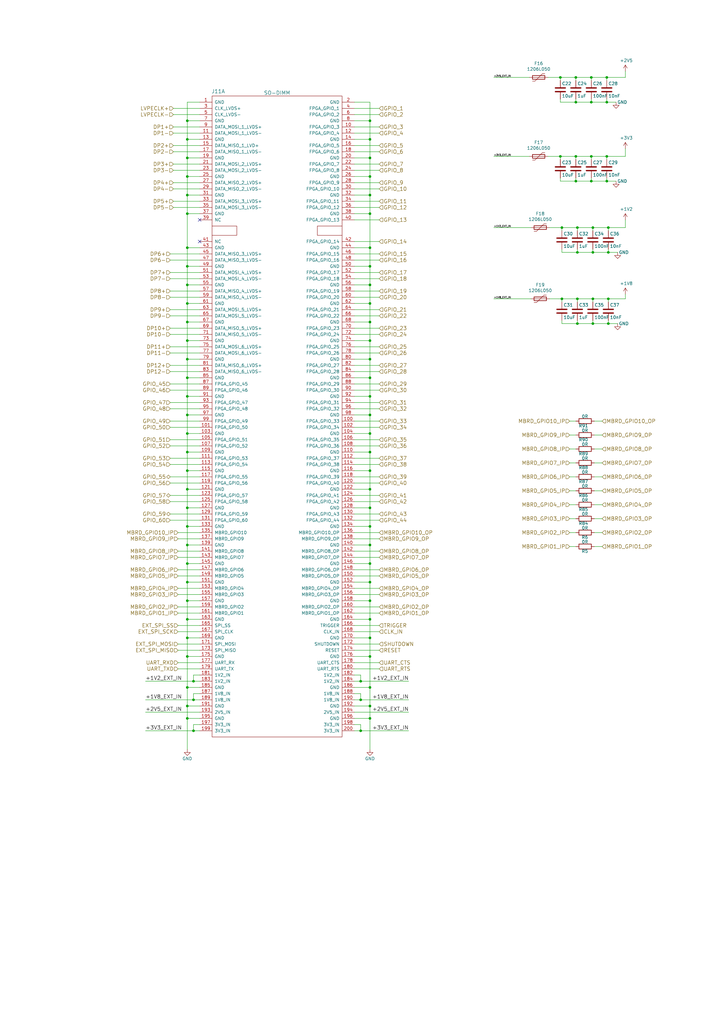
<source format=kicad_sch>
(kicad_sch (version 20211123) (generator eeschema)
  (paper "A3" portrait)
  (title_block (title "63HP HILTOP Backplane") (date "2021-02-04") (rev "C") (company "Devtank Ltd"))
  (lib_symbols
    (symbol "hiltop_backplane_brd-rescue:C-device-hiltop_backplane_brd-rescue" (pin_numbers hide) (pin_names (offset 0.254))
      (property "Reference" "C" (at 0.635 2.54 0))
      (property "Value" "C-device-hiltop_backplane_brd-rescue" (at 0.635 -2.54 0))
      (symbol "C-device-hiltop_backplane_brd-rescue_1_1"
        (pin passive line (at 0 3.81 270) (length 2.794) (name "~") (number "1"))
        (pin passive line (at 0 -3.81 90) (length 2.794) (name "~") (number "2"))
      )
    )
    (symbol "hiltop_backplane_brd-rescue:Polyfuse-device-hiltop_backplane_brd-rescue" (pin_numbers hide) (pin_names (offset 0))
      (property "Reference" "F" (at -2.54 0 90))
      (property "Value" "Polyfuse-device-hiltop_backplane_brd-rescue" (at 2.54 0 90))
      (symbol "Polyfuse-device-hiltop_backplane_brd-rescue_1_1"
        (pin passive line (at 0 3.81 270) (length 1.27) (name "~") (number "1"))
        (pin passive line (at 0 -3.81 90) (length 1.27) (name "~") (number "2"))
      )
    )
    (symbol "hiltop_backplane_brd-rescue:R-device" (pin_numbers hide) (pin_names (offset 0))
      (property "Reference" "R" (at 2.032 0 90))
      (property "Value" "R-device" (at 0 0 90))
      (symbol "R-device_1_1"
        (pin passive line (at 0 3.81 270) (length 1.27) (name "~") (number "1"))
        (pin passive line (at 0 -3.81 90) (length 1.27) (name "~") (number "2"))
      )
    )
    (symbol "hiltop_backplane_brd-rescue:SO-DIMM-gti_Lattice-hiltop_backplane_brd-rescue-hiltop_backplane_brd-rescue" (pin_names (offset 1.016))
      (property "Reference" "J" (at -24.13 3.81 0))
      (property "Value" "SO-DIMM-gti_Lattice-hiltop_backplane_brd-rescue-hiltop_backplane_brd-rescue" (at 1.27 -5.08 0))
      (symbol "SO-DIMM-gti_Lattice-hiltop_backplane_brd-rescue-hiltop_backplane_brd-rescue_1_1"
        (pin input line (at -31.75 -6.35 0) (length 5.08) (name "GND") (number "1"))
        (pin input line (at 31.75 -16.51 180) (length 5.08) (name "FPGA_GPIO_3") (number "10"))
        (pin input line (at 31.75 -137.16 180) (length 5.08) (name "FPGA_GPIO_33") (number "100"))
        (pin input line (at -31.75 -139.7 0) (length 5.08) (name "FPGA_GPIO_50") (number "101"))
        (pin input line (at 31.75 -139.7 180) (length 5.08) (name "FPGA_GPIO_34") (number "102"))
        (pin input line (at -31.75 -142.24 0) (length 5.08) (name "GND") (number "103"))
        (pin input line (at 31.75 -142.24 180) (length 5.08) (name "GND") (number "104"))
        (pin input line (at -31.75 -144.78 0) (length 5.08) (name "FPGA_GPIO_51") (number "105"))
        (pin input line (at 31.75 -144.78 180) (length 5.08) (name "FPGA_GPIO_35") (number "106"))
        (pin input line (at -31.75 -147.32 0) (length 5.08) (name "FPGA_GPIO_52") (number "107"))
        (pin input line (at 31.75 -147.32 180) (length 5.08) (name "FPGA_GPIO_36") (number "108"))
        (pin input line (at -31.75 -149.86 0) (length 5.08) (name "GND") (number "109"))
        (pin input line (at -31.75 -19.05 0) (length 5.08) (name "DATA_MOSI_1_LVDS-") (number "11"))
        (pin input line (at 31.75 -149.86 180) (length 5.08) (name "GND") (number "110"))
        (pin input line (at -31.75 -152.4 0) (length 5.08) (name "FPGA_GPIO_53") (number "111"))
        (pin input line (at 31.75 -152.4 180) (length 5.08) (name "FPGA_GPIO_37") (number "112"))
        (pin input line (at -31.75 -154.94 0) (length 5.08) (name "FPGA_GPIO_54") (number "113"))
        (pin input line (at 31.75 -154.94 180) (length 5.08) (name "FPGA_GPIO_38") (number "114"))
        (pin input line (at -31.75 -157.48 0) (length 5.08) (name "GND") (number "115"))
        (pin input line (at 31.75 -157.48 180) (length 5.08) (name "GND") (number "116"))
        (pin input line (at -31.75 -160.02 0) (length 5.08) (name "FPGA_GPIO_55") (number "117"))
        (pin input line (at 31.75 -160.02 180) (length 5.08) (name "FPGA_GPIO_39") (number "118"))
        (pin input line (at -31.75 -162.56 0) (length 5.08) (name "FPGA_GPIO_56") (number "119"))
        (pin input line (at 31.75 -19.05 180) (length 5.08) (name "FPGA_GPIO_4") (number "12"))
        (pin input line (at 31.75 -162.56 180) (length 5.08) (name "FPGA_GPIO_40") (number "120"))
        (pin input line (at -31.75 -165.1 0) (length 5.08) (name "GND") (number "121"))
        (pin input line (at 31.75 -165.1 180) (length 5.08) (name "GND") (number "122"))
        (pin input line (at -31.75 -167.64 0) (length 5.08) (name "FPGA_GPIO_57") (number "123"))
        (pin input line (at 31.75 -167.64 180) (length 5.08) (name "FPGA_GPIO_41") (number "124"))
        (pin input line (at -31.75 -170.18 0) (length 5.08) (name "FPGA_GPIO_58") (number "125"))
        (pin input line (at 31.75 -170.18 180) (length 5.08) (name "FPGA_GPIO_42") (number "126"))
        (pin input line (at -31.75 -172.72 0) (length 5.08) (name "GND") (number "127"))
        (pin input line (at 31.75 -172.72 180) (length 5.08) (name "GND") (number "128"))
        (pin input line (at -31.75 -175.26 0) (length 5.08) (name "FPGA_GPIO_59") (number "129"))
        (pin input line (at -31.75 -21.59 0) (length 5.08) (name "GND") (number "13"))
        (pin input line (at 31.75 -175.26 180) (length 5.08) (name "FPGA_GPIO_43") (number "130"))
        (pin input line (at -31.75 -177.8 0) (length 5.08) (name "FPGA_GPIO_60") (number "131"))
        (pin input line (at 31.75 -177.8 180) (length 5.08) (name "FPGA_GPIO_44") (number "132"))
        (pin input line (at -31.75 -180.34 0) (length 5.08) (name "GND") (number "133"))
        (pin input line (at 31.75 -180.34 180) (length 5.08) (name "GND") (number "134"))
        (pin input line (at -31.75 -182.88 0) (length 5.08) (name "MBRD_GPIO10") (number "135"))
        (pin input line (at 31.75 -182.88 180) (length 5.08) (name "MBRD_GPIO10_OP") (number "136"))
        (pin input line (at -31.75 -185.42 0) (length 5.08) (name "MBRD_GPIO9") (number "137"))
        (pin input line (at 31.75 -185.42 180) (length 5.08) (name "MBRD_GPIO9_OP") (number "138"))
        (pin input line (at -31.75 -187.96 0) (length 5.08) (name "GND") (number "139"))
        (pin input line (at 31.75 -21.59 180) (length 5.08) (name "GND") (number "14"))
        (pin input line (at 31.75 -187.96 180) (length 5.08) (name "GND") (number "140"))
        (pin input line (at -31.75 -190.5 0) (length 5.08) (name "MBRD_GPIO8") (number "141"))
        (pin input line (at 31.75 -190.5 180) (length 5.08) (name "MBRD_GPIO8_OP") (number "142"))
        (pin input line (at -31.75 -193.04 0) (length 5.08) (name "MBRD_GPIO7") (number "143"))
        (pin input line (at 31.75 -193.04 180) (length 5.08) (name "MBRD_GPIO7_OP") (number "144"))
        (pin input line (at -31.75 -195.58 0) (length 5.08) (name "GND") (number "145"))
        (pin input line (at 31.75 -195.58 180) (length 5.08) (name "GND") (number "146"))
        (pin input line (at -31.75 -198.12 0) (length 5.08) (name "MBRD_GPIO6") (number "147"))
        (pin input line (at 31.75 -198.12 180) (length 5.08) (name "MBRD_GPIO6_OP") (number "148"))
        (pin input line (at -31.75 -200.66 0) (length 5.08) (name "MBRD_GPIO5") (number "149"))
        (pin input line (at -31.75 -24.13 0) (length 5.08) (name "DATA_MISO_1_LVD+") (number "15"))
        (pin input line (at 31.75 -200.66 180) (length 5.08) (name "MBRD_GPIO5_OP") (number "150"))
        (pin input line (at -31.75 -203.2 0) (length 5.08) (name "GND") (number "151"))
        (pin input line (at 31.75 -203.2 180) (length 5.08) (name "GND") (number "152"))
        (pin input line (at -31.75 -205.74 0) (length 5.08) (name "MBRD_GPIO4") (number "153"))
        (pin input line (at 31.75 -205.74 180) (length 5.08) (name "MBRD_GPIO4_OP") (number "154"))
        (pin input line (at -31.75 -208.28 0) (length 5.08) (name "MBRD_GPIO3") (number "155"))
        (pin input line (at 31.75 -208.28 180) (length 5.08) (name "MBRD_GPIO3_OP") (number "156"))
        (pin input line (at -31.75 -210.82 0) (length 5.08) (name "GND") (number "157"))
        (pin input line (at 31.75 -210.82 180) (length 5.08) (name "GND") (number "158"))
        (pin input line (at -31.75 -213.36 0) (length 5.08) (name "MBRD_GPIO2") (number "159"))
        (pin input line (at 31.75 -24.13 180) (length 5.08) (name "FPGA_GPIO_5") (number "16"))
        (pin input line (at 31.75 -213.36 180) (length 5.08) (name "MBRD_GPIO2_OP") (number "160"))
        (pin input line (at -31.75 -215.9 0) (length 5.08) (name "MBRD_GPIO1") (number "161"))
        (pin input line (at 31.75 -215.9 180) (length 5.08) (name "MBRD_GPIO1_OP") (number "162"))
        (pin input line (at -31.75 -218.44 0) (length 5.08) (name "GND") (number "163"))
        (pin input line (at 31.75 -218.44 180) (length 5.08) (name "GND") (number "164"))
        (pin input line (at -31.75 -220.98 0) (length 5.08) (name "SPI_SS") (number "165"))
        (pin input line (at 31.75 -220.98 180) (length 5.08) (name "TRIGGER") (number "166"))
        (pin input line (at -31.75 -223.52 0) (length 5.08) (name "SPI_CLK") (number "167"))
        (pin input line (at 31.75 -223.52 180) (length 5.08) (name "CLK_IN") (number "168"))
        (pin input line (at -31.75 -226.06 0) (length 5.08) (name "GND") (number "169"))
        (pin input line (at -31.75 -26.67 0) (length 5.08) (name "DATA_MISO_1_LVDS-") (number "17"))
        (pin input line (at 31.75 -226.06 180) (length 5.08) (name "GND") (number "170"))
        (pin input line (at -31.75 -228.6 0) (length 5.08) (name "SPI_MOSI") (number "171"))
        (pin input line (at 31.75 -228.6 180) (length 5.08) (name "SHUTDOWN") (number "172"))
        (pin input line (at -31.75 -231.14 0) (length 5.08) (name "SPI_MISO") (number "173"))
        (pin input line (at 31.75 -231.14 180) (length 5.08) (name "RESET") (number "174"))
        (pin input line (at -31.75 -233.68 0) (length 5.08) (name "GND") (number "175"))
        (pin input line (at 31.75 -233.68 180) (length 5.08) (name "GND") (number "176"))
        (pin input line (at -31.75 -236.22 0) (length 5.08) (name "UART_RX") (number "177"))
        (pin input line (at 31.75 -236.22 180) (length 5.08) (name "UART_CTS") (number "178"))
        (pin input line (at -31.75 -238.76 0) (length 5.08) (name "UART_TX") (number "179"))
        (pin input line (at 31.75 -26.67 180) (length 5.08) (name "FPGA_GPIO_6") (number "18"))
        (pin input line (at 31.75 -238.76 180) (length 5.08) (name "UART_RTS") (number "180"))
        (pin input line (at -31.75 -241.3 0) (length 5.08) (name "1V2_IN") (number "181"))
        (pin input line (at 31.75 -241.3 180) (length 5.08) (name "1V2_IN") (number "182"))
        (pin input line (at -31.75 -243.84 0) (length 5.08) (name "1V2_IN") (number "183"))
        (pin input line (at 31.75 -243.84 180) (length 5.08) (name "1V2_IN") (number "184"))
        (pin input line (at -31.75 -246.38 0) (length 5.08) (name "GND") (number "185"))
        (pin input line (at 31.75 -246.38 180) (length 5.08) (name "GND") (number "186"))
        (pin input line (at -31.75 -248.92 0) (length 5.08) (name "1V8_IN") (number "187"))
        (pin input line (at 31.75 -248.92 180) (length 5.08) (name "1V8_IN") (number "188"))
        (pin input line (at -31.75 -251.46 0) (length 5.08) (name "1V8_IN") (number "189"))
        (pin input line (at -31.75 -29.21 0) (length 5.08) (name "GND") (number "19"))
        (pin input line (at 31.75 -251.46 180) (length 5.08) (name "1V8_IN") (number "190"))
        (pin input line (at -31.75 -254 0) (length 5.08) (name "GND") (number "191"))
        (pin input line (at 31.75 -254 180) (length 5.08) (name "GND") (number "192"))
        (pin input line (at -31.75 -256.54 0) (length 5.08) (name "2V5_IN") (number "193"))
        (pin input line (at 31.75 -256.54 180) (length 5.08) (name "2V5_IN") (number "194"))
        (pin input line (at -31.75 -259.08 0) (length 5.08) (name "GND") (number "195"))
        (pin input line (at 31.75 -259.08 180) (length 5.08) (name "GND") (number "196"))
        (pin input line (at -31.75 -261.62 0) (length 5.08) (name "3V3_IN") (number "197"))
        (pin input line (at 31.75 -261.62 180) (length 5.08) (name "3V3_IN") (number "198"))
        (pin input line (at -31.75 -264.16 0) (length 5.08) (name "3V3_IN") (number "199"))
        (pin input line (at 31.75 -6.35 180) (length 5.08) (name "GND") (number "2"))
        (pin input line (at 31.75 -29.21 180) (length 5.08) (name "GND") (number "20"))
        (pin input line (at 31.75 -264.16 180) (length 5.08) (name "3V3_IN") (number "200"))
        (pin input line (at -31.75 -31.75 0) (length 5.08) (name "DATA_MOSI_2_LVDS+") (number "21"))
        (pin input line (at 31.75 -31.75 180) (length 5.08) (name "FPGA_GPIO_7") (number "22"))
        (pin input line (at -31.75 -34.29 0) (length 5.08) (name "DATA_MOSI_2_LVDS-") (number "23"))
        (pin input line (at 31.75 -34.29 180) (length 5.08) (name "FPGA_GPIO_8") (number "24"))
        (pin input line (at -31.75 -36.83 0) (length 5.08) (name "GND") (number "25"))
        (pin input line (at 31.75 -36.83 180) (length 5.08) (name "GND") (number "26"))
        (pin input line (at -31.75 -39.37 0) (length 5.08) (name "DATA_MISO_2_LVDS+") (number "27"))
        (pin input line (at 31.75 -39.37 180) (length 5.08) (name "FPGA_GPIO_9") (number "28"))
        (pin input line (at -31.75 -41.91 0) (length 5.08) (name "DATA_MISO_2_LVDS-") (number "29"))
        (pin input line (at -31.75 -8.89 0) (length 5.08) (name "CLK_LVDS+") (number "3"))
        (pin input line (at 31.75 -41.91 180) (length 5.08) (name "FPGA_GPIO_10") (number "30"))
        (pin input line (at -31.75 -44.45 0) (length 5.08) (name "GND") (number "31"))
        (pin input line (at 31.75 -44.45 180) (length 5.08) (name "GND") (number "32"))
        (pin input line (at -31.75 -46.99 0) (length 5.08) (name "DATA_MOSI_3_LVDS+") (number "33"))
        (pin input line (at 31.75 -46.99 180) (length 5.08) (name "FPGA_GPIO_11") (number "34"))
        (pin input line (at -31.75 -49.53 0) (length 5.08) (name "DATA_MOSI_3_LVDS-") (number "35"))
        (pin input line (at 31.75 -49.53 180) (length 5.08) (name "FPGA_GPIO_12") (number "36"))
        (pin input line (at -31.75 -52.07 0) (length 5.08) (name "GND") (number "37"))
        (pin input line (at 31.75 -52.07 180) (length 5.08) (name "GND") (number "38"))
        (pin input line (at -31.75 -54.61 0) (length 5.08) (name "NC") (number "39"))
        (pin input line (at 31.75 -8.89 180) (length 5.08) (name "FPGA_GPIO_1") (number "4"))
        (pin input line (at 31.75 -54.61 180) (length 5.08) (name "FPGA_GPIO_13") (number "40"))
        (pin input line (at -31.75 -63.5 0) (length 5.08) (name "NC") (number "41"))
        (pin input line (at 31.75 -63.5 180) (length 5.08) (name "FPGA_GPIO_14") (number "42"))
        (pin input line (at -31.75 -66.04 0) (length 5.08) (name "GND") (number "43"))
        (pin input line (at 31.75 -66.04 180) (length 5.08) (name "GND") (number "44"))
        (pin input line (at -31.75 -68.58 0) (length 5.08) (name "DATA_MISO_3_LVDS+") (number "45"))
        (pin input line (at 31.75 -68.58 180) (length 5.08) (name "FPGA_GPIO_15") (number "46"))
        (pin input line (at -31.75 -71.12 0) (length 5.08) (name "DATA_MISO_3_LVDS-") (number "47"))
        (pin input line (at 31.75 -71.12 180) (length 5.08) (name "FPGA_GPIO_16") (number "48"))
        (pin input line (at -31.75 -73.66 0) (length 5.08) (name "GND") (number "49"))
        (pin input line (at -31.75 -11.43 0) (length 5.08) (name "CLK_LVDS-") (number "5"))
        (pin input line (at 31.75 -73.66 180) (length 5.08) (name "GND") (number "50"))
        (pin input line (at -31.75 -76.2 0) (length 5.08) (name "DATA_MOSI_4_LVDS+") (number "51"))
        (pin input line (at 31.75 -76.2 180) (length 5.08) (name "FPGA_GPIO_17") (number "52"))
        (pin input line (at -31.75 -78.74 0) (length 5.08) (name "DATA_MOSI_4_LVDS-") (number "53"))
        (pin input line (at 31.75 -78.74 180) (length 5.08) (name "FPGA_GPIO_18") (number "54"))
        (pin input line (at -31.75 -81.28 0) (length 5.08) (name "GND") (number "55"))
        (pin input line (at 31.75 -81.28 180) (length 5.08) (name "GND") (number "56"))
        (pin input line (at -31.75 -83.82 0) (length 5.08) (name "DATA_MISO_4_LVDS+") (number "57"))
        (pin input line (at 31.75 -83.82 180) (length 5.08) (name "FPGA_GPIO_19") (number "58"))
        (pin input line (at -31.75 -86.36 0) (length 5.08) (name "DATA_MISO_4_LVDS-") (number "59"))
        (pin input line (at 31.75 -11.43 180) (length 5.08) (name "FPGA_GPIO_2") (number "6"))
        (pin input line (at 31.75 -86.36 180) (length 5.08) (name "FPGA_GPIO_20") (number "60"))
        (pin input line (at -31.75 -88.9 0) (length 5.08) (name "GND") (number "61"))
        (pin input line (at 31.75 -88.9 180) (length 5.08) (name "GND") (number "62"))
        (pin input line (at -31.75 -91.44 0) (length 5.08) (name "DATA_MOSI_5_LVDS+") (number "63"))
        (pin input line (at 31.75 -91.44 180) (length 5.08) (name "FPGA_GPIO_21") (number "64"))
        (pin input line (at -31.75 -93.98 0) (length 5.08) (name "DATA_MOSI_5_LVDS-") (number "65"))
        (pin input line (at 31.75 -93.98 180) (length 5.08) (name "FPGA_GPIO_22") (number "66"))
        (pin input line (at -31.75 -96.52 0) (length 5.08) (name "GND") (number "67"))
        (pin input line (at 31.75 -96.52 180) (length 5.08) (name "GND") (number "68"))
        (pin input line (at -31.75 -99.06 0) (length 5.08) (name "DATA_MISO_5_LVDS+") (number "69"))
        (pin input line (at -31.75 -13.97 0) (length 5.08) (name "GND") (number "7"))
        (pin input line (at 31.75 -99.06 180) (length 5.08) (name "FPGA_GPIO_23") (number "70"))
        (pin input line (at -31.75 -101.6 0) (length 5.08) (name "DATA_MISO_5_LVDS-") (number "71"))
        (pin input line (at 31.75 -101.6 180) (length 5.08) (name "FPGA_GPIO_24") (number "72"))
        (pin input line (at -31.75 -104.14 0) (length 5.08) (name "GND") (number "73"))
        (pin input line (at 31.75 -104.14 180) (length 5.08) (name "GND") (number "74"))
        (pin input line (at -31.75 -106.68 0) (length 5.08) (name "DATA_MOSI_6_LVDS+") (number "75"))
        (pin input line (at 31.75 -106.68 180) (length 5.08) (name "FPGA_GPIO_25") (number "76"))
        (pin input line (at -31.75 -109.22 0) (length 5.08) (name "DATA_MOSI_6_LVDS-") (number "77"))
        (pin input line (at 31.75 -109.22 180) (length 5.08) (name "FPGA_GPIO_26") (number "78"))
        (pin input line (at -31.75 -111.76 0) (length 5.08) (name "GND") (number "79"))
        (pin input line (at 31.75 -13.97 180) (length 5.08) (name "GND") (number "8"))
        (pin input line (at 31.75 -111.76 180) (length 5.08) (name "GND") (number "80"))
        (pin input line (at -31.75 -114.3 0) (length 5.08) (name "DATA_MISO_6_LVDS+") (number "81"))
        (pin input line (at 31.75 -114.3 180) (length 5.08) (name "FPGA_GPIO_27") (number "82"))
        (pin input line (at -31.75 -116.84 0) (length 5.08) (name "DATA_MISO_6_LVDS-") (number "83"))
        (pin input line (at 31.75 -116.84 180) (length 5.08) (name "FPGA_GPIO_28") (number "84"))
        (pin input line (at -31.75 -119.38 0) (length 5.08) (name "GND") (number "85"))
        (pin input line (at 31.75 -119.38 180) (length 5.08) (name "GND") (number "86"))
        (pin input line (at -31.75 -121.92 0) (length 5.08) (name "FPGA_GPIO_45") (number "87"))
        (pin input line (at 31.75 -121.92 180) (length 5.08) (name "FPGA_GPIO_29") (number "88"))
        (pin input line (at -31.75 -124.46 0) (length 5.08) (name "FPGA_GPIO_46") (number "89"))
        (pin input line (at -31.75 -16.51 0) (length 5.08) (name "DATA_MOSI_1_LVDS+") (number "9"))
        (pin input line (at 31.75 -124.46 180) (length 5.08) (name "FPGA_GPIO_30") (number "90"))
        (pin input line (at -31.75 -127 0) (length 5.08) (name "GND") (number "91"))
        (pin input line (at 31.75 -127 180) (length 5.08) (name "GND") (number "92"))
        (pin input line (at -31.75 -129.54 0) (length 5.08) (name "FPGA_GPIO_47") (number "93"))
        (pin input line (at 31.75 -129.54 180) (length 5.08) (name "FPGA_GPIO_31") (number "94"))
        (pin input line (at -31.75 -132.08 0) (length 5.08) (name "FPGA_GPIO_48") (number "95"))
        (pin input line (at 31.75 -132.08 180) (length 5.08) (name "FPGA_GPIO_32") (number "96"))
        (pin input line (at -31.75 -134.62 0) (length 5.08) (name "GND") (number "97"))
        (pin input line (at 31.75 -134.62 180) (length 5.08) (name "GND") (number "98"))
        (pin input line (at -31.75 -137.16 0) (length 5.08) (name "FPGA_GPIO_49") (number "99"))
      )
      (symbol "SO-DIMM-gti_Lattice-hiltop_backplane_brd-rescue-hiltop_backplane_brd-rescue_2_1"
        (pin input line (at -31.75 -243.84 0) (length 5.08) (name "1V2_IN") (number "??"))
        (pin input line (at -31.75 -241.3 0) (length 5.08) (name "1V2_IN") (number "??"))
        (pin input line (at 31.75 -243.84 180) (length 5.08) (name "1V2_IN") (number "??"))
        (pin input line (at 31.75 -241.3 180) (length 5.08) (name "1V2_IN") (number "??"))
        (pin input line (at -31.75 -251.46 0) (length 5.08) (name "1V8_IN") (number "??"))
        (pin input line (at -31.75 -248.92 0) (length 5.08) (name "1V8_IN") (number "??"))
        (pin input line (at 31.75 -251.46 180) (length 5.08) (name "1V8_IN") (number "??"))
        (pin input line (at 31.75 -248.92 180) (length 5.08) (name "1V8_IN") (number "??"))
        (pin input line (at -31.75 -256.54 0) (length 5.08) (name "2V5_IN") (number "??"))
        (pin input line (at 31.75 -256.54 180) (length 5.08) (name "2V5_IN") (number "??"))
        (pin input line (at -31.75 -264.16 0) (length 5.08) (name "3V3_IN") (number "??"))
        (pin input line (at -31.75 -261.62 0) (length 5.08) (name "3V3_IN") (number "??"))
        (pin input line (at 31.75 -264.16 180) (length 5.08) (name "3V3_IN") (number "??"))
        (pin input line (at 31.75 -261.62 180) (length 5.08) (name "3V3_IN") (number "??"))
        (pin input line (at 31.75 -223.52 180) (length 5.08) (name "CLK_IN") (number "??"))
        (pin input line (at -31.75 -8.89 0) (length 5.08) (name "CLK_LVDS+") (number "??"))
        (pin input line (at -31.75 -11.43 0) (length 5.08) (name "CLK_LVDS-") (number "??"))
        (pin input line (at -31.75 -24.13 0) (length 5.08) (name "DATA_MISO_1_LVD+") (number "??"))
        (pin input line (at -31.75 -26.67 0) (length 5.08) (name "DATA_MISO_1_LVDS-") (number "??"))
        (pin input line (at -31.75 -39.37 0) (length 5.08) (name "DATA_MISO_2_LVDS+") (number "??"))
        (pin input line (at -31.75 -41.91 0) (length 5.08) (name "DATA_MISO_2_LVDS-") (number "??"))
        (pin input line (at -31.75 -68.58 0) (length 5.08) (name "DATA_MISO_3_LVDS+") (number "??"))
        (pin input line (at -31.75 -71.12 0) (length 5.08) (name "DATA_MISO_3_LVDS-") (number "??"))
        (pin input line (at -31.75 -83.82 0) (length 5.08) (name "DATA_MISO_4_LVDS+") (number "??"))
        (pin input line (at -31.75 -86.36 0) (length 5.08) (name "DATA_MISO_4_LVDS-") (number "??"))
        (pin input line (at -31.75 -99.06 0) (length 5.08) (name "DATA_MISO_5_LVDS+") (number "??"))
        (pin input line (at -31.75 -101.6 0) (length 5.08) (name "DATA_MISO_5_LVDS-") (number "??"))
        (pin input line (at -31.75 -114.3 0) (length 5.08) (name "DATA_MISO_6_LVDS+") (number "??"))
        (pin input line (at -31.75 -116.84 0) (length 5.08) (name "DATA_MISO_6_LVDS-") (number "??"))
        (pin input line (at -31.75 -16.51 0) (length 5.08) (name "DATA_MOSI_1_LVDS+") (number "??"))
        (pin input line (at -31.75 -19.05 0) (length 5.08) (name "DATA_MOSI_1_LVDS-") (number "??"))
        (pin input line (at -31.75 -31.75 0) (length 5.08) (name "DATA_MOSI_2_LVDS+") (number "??"))
        (pin input line (at -31.75 -34.29 0) (length 5.08) (name "DATA_MOSI_2_LVDS-") (number "??"))
        (pin input line (at -31.75 -46.99 0) (length 5.08) (name "DATA_MOSI_3_LVDS+") (number "??"))
        (pin input line (at -31.75 -49.53 0) (length 5.08) (name "DATA_MOSI_3_LVDS-") (number "??"))
        (pin input line (at -31.75 -76.2 0) (length 5.08) (name "DATA_MOSI_4_LVDS+") (number "??"))
        (pin input line (at -31.75 -78.74 0) (length 5.08) (name "DATA_MOSI_4_LVDS-") (number "??"))
        (pin input line (at -31.75 -91.44 0) (length 5.08) (name "DATA_MOSI_5_LVDS+") (number "??"))
        (pin input line (at -31.75 -93.98 0) (length 5.08) (name "DATA_MOSI_5_LVDS-") (number "??"))
        (pin input line (at -31.75 -106.68 0) (length 5.08) (name "DATA_MOSI_6_LVDS+") (number "??"))
        (pin input line (at -31.75 -109.22 0) (length 5.08) (name "DATA_MOSI_6_LVDS-") (number "??"))
        (pin input line (at 31.75 -8.89 180) (length 5.08) (name "FPGA_GPIO_1") (number "??"))
        (pin input line (at 31.75 -41.91 180) (length 5.08) (name "FPGA_GPIO_10") (number "??"))
        (pin input line (at 31.75 -46.99 180) (length 5.08) (name "FPGA_GPIO_11") (number "??"))
        (pin input line (at 31.75 -49.53 180) (length 5.08) (name "FPGA_GPIO_12") (number "??"))
        (pin input line (at 31.75 -54.61 180) (length 5.08) (name "FPGA_GPIO_13") (number "??"))
        (pin input line (at 31.75 -63.5 180) (length 5.08) (name "FPGA_GPIO_14") (number "??"))
        (pin input line (at 31.75 -68.58 180) (length 5.08) (name "FPGA_GPIO_15") (number "??"))
        (pin input line (at 31.75 -71.12 180) (length 5.08) (name "FPGA_GPIO_16") (number "??"))
        (pin input line (at 31.75 -76.2 180) (length 5.08) (name "FPGA_GPIO_17") (number "??"))
        (pin input line (at 31.75 -78.74 180) (length 5.08) (name "FPGA_GPIO_18") (number "??"))
        (pin input line (at 31.75 -83.82 180) (length 5.08) (name "FPGA_GPIO_19") (number "??"))
        (pin input line (at 31.75 -11.43 180) (length 5.08) (name "FPGA_GPIO_2") (number "??"))
        (pin input line (at 31.75 -86.36 180) (length 5.08) (name "FPGA_GPIO_20") (number "??"))
        (pin input line (at 31.75 -91.44 180) (length 5.08) (name "FPGA_GPIO_21") (number "??"))
        (pin input line (at 31.75 -93.98 180) (length 5.08) (name "FPGA_GPIO_22") (number "??"))
        (pin input line (at 31.75 -99.06 180) (length 5.08) (name "FPGA_GPIO_23") (number "??"))
        (pin input line (at 31.75 -101.6 180) (length 5.08) (name "FPGA_GPIO_24") (number "??"))
        (pin input line (at 31.75 -106.68 180) (length 5.08) (name "FPGA_GPIO_25") (number "??"))
        (pin input line (at 31.75 -109.22 180) (length 5.08) (name "FPGA_GPIO_26") (number "??"))
        (pin input line (at 31.75 -114.3 180) (length 5.08) (name "FPGA_GPIO_27") (number "??"))
        (pin input line (at 31.75 -116.84 180) (length 5.08) (name "FPGA_GPIO_28") (number "??"))
        (pin input line (at 31.75 -121.92 180) (length 5.08) (name "FPGA_GPIO_29") (number "??"))
        (pin input line (at 31.75 -16.51 180) (length 5.08) (name "FPGA_GPIO_3") (number "??"))
        (pin input line (at 31.75 -124.46 180) (length 5.08) (name "FPGA_GPIO_30") (number "??"))
        (pin input line (at 31.75 -129.54 180) (length 5.08) (name "FPGA_GPIO_31") (number "??"))
        (pin input line (at 31.75 -132.08 180) (length 5.08) (name "FPGA_GPIO_32") (number "??"))
        (pin input line (at 31.75 -137.16 180) (length 5.08) (name "FPGA_GPIO_33") (number "??"))
        (pin input line (at 31.75 -139.7 180) (length 5.08) (name "FPGA_GPIO_34") (number "??"))
        (pin input line (at 31.75 -144.78 180) (length 5.08) (name "FPGA_GPIO_35") (number "??"))
        (pin input line (at 31.75 -147.32 180) (length 5.08) (name "FPGA_GPIO_36") (number "??"))
        (pin input line (at 31.75 -152.4 180) (length 5.08) (name "FPGA_GPIO_37") (number "??"))
        (pin input line (at 31.75 -154.94 180) (length 5.08) (name "FPGA_GPIO_38") (number "??"))
        (pin input line (at 31.75 -160.02 180) (length 5.08) (name "FPGA_GPIO_39") (number "??"))
        (pin input line (at 31.75 -19.05 180) (length 5.08) (name "FPGA_GPIO_4") (number "??"))
        (pin input line (at 31.75 -162.56 180) (length 5.08) (name "FPGA_GPIO_40") (number "??"))
        (pin input line (at 31.75 -167.64 180) (length 5.08) (name "FPGA_GPIO_41") (number "??"))
        (pin input line (at 31.75 -170.18 180) (length 5.08) (name "FPGA_GPIO_42") (number "??"))
        (pin input line (at 31.75 -175.26 180) (length 5.08) (name "FPGA_GPIO_43") (number "??"))
        (pin input line (at 31.75 -177.8 180) (length 5.08) (name "FPGA_GPIO_44") (number "??"))
        (pin input line (at -31.75 -121.92 0) (length 5.08) (name "FPGA_GPIO_45") (number "??"))
        (pin input line (at -31.75 -124.46 0) (length 5.08) (name "FPGA_GPIO_46") (number "??"))
        (pin input line (at -31.75 -129.54 0) (length 5.08) (name "FPGA_GPIO_47") (number "??"))
        (pin input line (at -31.75 -132.08 0) (length 5.08) (name "FPGA_GPIO_48") (number "??"))
        (pin input line (at -31.75 -137.16 0) (length 5.08) (name "FPGA_GPIO_49") (number "??"))
        (pin input line (at 31.75 -24.13 180) (length 5.08) (name "FPGA_GPIO_5") (number "??"))
        (pin input line (at -31.75 -139.7 0) (length 5.08) (name "FPGA_GPIO_50") (number "??"))
        (pin input line (at -31.75 -144.78 0) (length 5.08) (name "FPGA_GPIO_51") (number "??"))
        (pin input line (at -31.75 -147.32 0) (length 5.08) (name "FPGA_GPIO_52") (number "??"))
        (pin input line (at -31.75 -152.4 0) (length 5.08) (name "FPGA_GPIO_53") (number "??"))
        (pin input line (at -31.75 -154.94 0) (length 5.08) (name "FPGA_GPIO_54") (number "??"))
        (pin input line (at -31.75 -160.02 0) (length 5.08) (name "FPGA_GPIO_55") (number "??"))
        (pin input line (at -31.75 -162.56 0) (length 5.08) (name "FPGA_GPIO_56") (number "??"))
        (pin input line (at -31.75 -167.64 0) (length 5.08) (name "FPGA_GPIO_57") (number "??"))
        (pin input line (at -31.75 -170.18 0) (length 5.08) (name "FPGA_GPIO_58") (number "??"))
        (pin input line (at -31.75 -175.26 0) (length 5.08) (name "FPGA_GPIO_59") (number "??"))
        (pin input line (at 31.75 -26.67 180) (length 5.08) (name "FPGA_GPIO_6") (number "??"))
        (pin input line (at -31.75 -177.8 0) (length 5.08) (name "FPGA_GPIO_60") (number "??"))
        (pin input line (at 31.75 -31.75 180) (length 5.08) (name "FPGA_GPIO_7") (number "??"))
        (pin input line (at 31.75 -34.29 180) (length 5.08) (name "FPGA_GPIO_8") (number "??"))
        (pin input line (at 31.75 -39.37 180) (length 5.08) (name "FPGA_GPIO_9") (number "??"))
        (pin input line (at -31.75 -259.08 0) (length 5.08) (name "GND") (number "??"))
        (pin input line (at -31.75 -254 0) (length 5.08) (name "GND") (number "??"))
        (pin input line (at -31.75 -246.38 0) (length 5.08) (name "GND") (number "??"))
        (pin input line (at -31.75 -233.68 0) (length 5.08) (name "GND") (number "??"))
        (pin input line (at -31.75 -226.06 0) (length 5.08) (name "GND") (number "??"))
        (pin input line (at -31.75 -218.44 0) (length 5.08) (name "GND") (number "??"))
        (pin input line (at -31.75 -210.82 0) (length 5.08) (name "GND") (number "??"))
        (pin input line (at -31.75 -203.2 0) (length 5.08) (name "GND") (number "??"))
        (pin input line (at -31.75 -195.58 0) (length 5.08) (name "GND") (number "??"))
        (pin input line (at -31.75 -187.96 0) (length 5.08) (name "GND") (number "??"))
        (pin input line (at -31.75 -180.34 0) (length 5.08) (name "GND") (number "??"))
        (pin input line (at -31.75 -172.72 0) (length 5.08) (name "GND") (number "??"))
        (pin input line (at -31.75 -165.1 0) (length 5.08) (name "GND") (number "??"))
        (pin input line (at -31.75 -157.48 0) (length 5.08) (name "GND") (number "??"))
        (pin input line (at -31.75 -149.86 0) (length 5.08) (name "GND") (number "??"))
        (pin input line (at -31.75 -142.24 0) (length 5.08) (name "GND") (number "??"))
        (pin input line (at -31.75 -134.62 0) (length 5.08) (name "GND") (number "??"))
        (pin input line (at -31.75 -127 0) (length 5.08) (name "GND") (number "??"))
        (pin input line (at -31.75 -119.38 0) (length 5.08) (name "GND") (number "??"))
        (pin input line (at -31.75 -111.76 0) (length 5.08) (name "GND") (number "??"))
        (pin input line (at -31.75 -104.14 0) (length 5.08) (name "GND") (number "??"))
        (pin input line (at -31.75 -96.52 0) (length 5.08) (name "GND") (number "??"))
        (pin input line (at -31.75 -88.9 0) (length 5.08) (name "GND") (number "??"))
        (pin input line (at -31.75 -81.28 0) (length 5.08) (name "GND") (number "??"))
        (pin input line (at -31.75 -73.66 0) (length 5.08) (name "GND") (number "??"))
        (pin input line (at -31.75 -66.04 0) (length 5.08) (name "GND") (number "??"))
        (pin input line (at -31.75 -52.07 0) (length 5.08) (name "GND") (number "??"))
        (pin input line (at -31.75 -44.45 0) (length 5.08) (name "GND") (number "??"))
        (pin input line (at -31.75 -36.83 0) (length 5.08) (name "GND") (number "??"))
        (pin input line (at -31.75 -29.21 0) (length 5.08) (name "GND") (number "??"))
        (pin input line (at -31.75 -21.59 0) (length 5.08) (name "GND") (number "??"))
        (pin input line (at -31.75 -13.97 0) (length 5.08) (name "GND") (number "??"))
        (pin input line (at -31.75 -6.35 0) (length 5.08) (name "GND") (number "??"))
        (pin input line (at 31.75 -259.08 180) (length 5.08) (name "GND") (number "??"))
        (pin input line (at 31.75 -254 180) (length 5.08) (name "GND") (number "??"))
        (pin input line (at 31.75 -246.38 180) (length 5.08) (name "GND") (number "??"))
        (pin input line (at 31.75 -233.68 180) (length 5.08) (name "GND") (number "??"))
        (pin input line (at 31.75 -226.06 180) (length 5.08) (name "GND") (number "??"))
        (pin input line (at 31.75 -218.44 180) (length 5.08) (name "GND") (number "??"))
        (pin input line (at 31.75 -210.82 180) (length 5.08) (name "GND") (number "??"))
        (pin input line (at 31.75 -203.2 180) (length 5.08) (name "GND") (number "??"))
        (pin input line (at 31.75 -195.58 180) (length 5.08) (name "GND") (number "??"))
        (pin input line (at 31.75 -187.96 180) (length 5.08) (name "GND") (number "??"))
        (pin input line (at 31.75 -180.34 180) (length 5.08) (name "GND") (number "??"))
        (pin input line (at 31.75 -172.72 180) (length 5.08) (name "GND") (number "??"))
        (pin input line (at 31.75 -165.1 180) (length 5.08) (name "GND") (number "??"))
        (pin input line (at 31.75 -157.48 180) (length 5.08) (name "GND") (number "??"))
        (pin input line (at 31.75 -149.86 180) (length 5.08) (name "GND") (number "??"))
        (pin input line (at 31.75 -142.24 180) (length 5.08) (name "GND") (number "??"))
        (pin input line (at 31.75 -134.62 180) (length 5.08) (name "GND") (number "??"))
        (pin input line (at 31.75 -127 180) (length 5.08) (name "GND") (number "??"))
        (pin input line (at 31.75 -119.38 180) (length 5.08) (name "GND") (number "??"))
        (pin input line (at 31.75 -111.76 180) (length 5.08) (name "GND") (number "??"))
        (pin input line (at 31.75 -104.14 180) (length 5.08) (name "GND") (number "??"))
        (pin input line (at 31.75 -96.52 180) (length 5.08) (name "GND") (number "??"))
        (pin input line (at 31.75 -88.9 180) (length 5.08) (name "GND") (number "??"))
        (pin input line (at 31.75 -81.28 180) (length 5.08) (name "GND") (number "??"))
        (pin input line (at 31.75 -73.66 180) (length 5.08) (name "GND") (number "??"))
        (pin input line (at 31.75 -66.04 180) (length 5.08) (name "GND") (number "??"))
        (pin input line (at 31.75 -52.07 180) (length 5.08) (name "GND") (number "??"))
        (pin input line (at 31.75 -44.45 180) (length 5.08) (name "GND") (number "??"))
        (pin input line (at 31.75 -36.83 180) (length 5.08) (name "GND") (number "??"))
        (pin input line (at 31.75 -29.21 180) (length 5.08) (name "GND") (number "??"))
        (pin input line (at 31.75 -21.59 180) (length 5.08) (name "GND") (number "??"))
        (pin input line (at 31.75 -13.97 180) (length 5.08) (name "GND") (number "??"))
        (pin input line (at 31.75 -6.35 180) (length 5.08) (name "GND") (number "??"))
        (pin input line (at -31.75 -215.9 0) (length 5.08) (name "MBRD_GPIO1") (number "??"))
        (pin input line (at -31.75 -182.88 0) (length 5.08) (name "MBRD_GPIO10") (number "??"))
        (pin input line (at 31.75 -182.88 180) (length 5.08) (name "MBRD_GPIO10_OP") (number "??"))
        (pin input line (at 31.75 -215.9 180) (length 5.08) (name "MBRD_GPIO1_OP") (number "??"))
        (pin input line (at -31.75 -213.36 0) (length 5.08) (name "MBRD_GPIO2") (number "??"))
        (pin input line (at 31.75 -213.36 180) (length 5.08) (name "MBRD_GPIO2_OP") (number "??"))
        (pin input line (at -31.75 -208.28 0) (length 5.08) (name "MBRD_GPIO3") (number "??"))
        (pin input line (at 31.75 -208.28 180) (length 5.08) (name "MBRD_GPIO3_OP") (number "??"))
        (pin input line (at -31.75 -205.74 0) (length 5.08) (name "MBRD_GPIO4") (number "??"))
        (pin input line (at 31.75 -205.74 180) (length 5.08) (name "MBRD_GPIO4_OP") (number "??"))
        (pin input line (at -31.75 -200.66 0) (length 5.08) (name "MBRD_GPIO5") (number "??"))
        (pin input line (at 31.75 -200.66 180) (length 5.08) (name "MBRD_GPIO5_OP") (number "??"))
        (pin input line (at -31.75 -198.12 0) (length 5.08) (name "MBRD_GPIO6") (number "??"))
        (pin input line (at 31.75 -198.12 180) (length 5.08) (name "MBRD_GPIO6_OP") (number "??"))
        (pin input line (at -31.75 -193.04 0) (length 5.08) (name "MBRD_GPIO7") (number "??"))
        (pin input line (at 31.75 -193.04 180) (length 5.08) (name "MBRD_GPIO7_OP") (number "??"))
        (pin input line (at -31.75 -190.5 0) (length 5.08) (name "MBRD_GPIO8") (number "??"))
        (pin input line (at 31.75 -190.5 180) (length 5.08) (name "MBRD_GPIO8_OP") (number "??"))
        (pin input line (at -31.75 -185.42 0) (length 5.08) (name "MBRD_GPIO9") (number "??"))
        (pin input line (at 31.75 -185.42 180) (length 5.08) (name "MBRD_GPIO9_OP") (number "??"))
        (pin input line (at -31.75 -63.5 0) (length 5.08) (name "NC") (number "??"))
        (pin input line (at -31.75 -54.61 0) (length 5.08) (name "NC") (number "??"))
        (pin input line (at 31.75 -231.14 180) (length 5.08) (name "RESET") (number "??"))
        (pin input line (at 31.75 -228.6 180) (length 5.08) (name "SHUTDOWN") (number "??"))
        (pin input line (at -31.75 -223.52 0) (length 5.08) (name "SPI_CLK") (number "??"))
        (pin input line (at -31.75 -231.14 0) (length 5.08) (name "SPI_MISO") (number "??"))
        (pin input line (at -31.75 -228.6 0) (length 5.08) (name "SPI_MOSI") (number "??"))
        (pin input line (at -31.75 -220.98 0) (length 5.08) (name "SPI_SS") (number "??"))
        (pin input line (at 31.75 -220.98 180) (length 5.08) (name "TRIGGER") (number "??"))
        (pin input line (at 31.75 -236.22 180) (length 5.08) (name "UART_CTS") (number "??"))
        (pin input line (at 31.75 -238.76 180) (length 5.08) (name "UART_RTS") (number "??"))
        (pin input line (at -31.75 -236.22 0) (length 5.08) (name "UART_RX") (number "??"))
        (pin input line (at -31.75 -238.76 0) (length 5.08) (name "UART_TX") (number "??"))
      )
      (symbol "SO-DIMM-gti_Lattice-hiltop_backplane_brd-rescue-hiltop_backplane_brd-rescue_3_1"
        (pin input line (at -31.75 -243.84 0) (length 5.08) (name "1V2_IN") (number "??"))
        (pin input line (at -31.75 -241.3 0) (length 5.08) (name "1V2_IN") (number "??"))
        (pin input line (at 31.75 -243.84 180) (length 5.08) (name "1V2_IN") (number "??"))
        (pin input line (at 31.75 -241.3 180) (length 5.08) (name "1V2_IN") (number "??"))
        (pin input line (at -31.75 -251.46 0) (length 5.08) (name "1V8_IN") (number "??"))
        (pin input line (at -31.75 -248.92 0) (length 5.08) (name "1V8_IN") (number "??"))
        (pin input line (at 31.75 -251.46 180) (length 5.08) (name "1V8_IN") (number "??"))
        (pin input line (at 31.75 -248.92 180) (length 5.08) (name "1V8_IN") (number "??"))
        (pin input line (at -31.75 -256.54 0) (length 5.08) (name "2V5_IN") (number "??"))
        (pin input line (at 31.75 -256.54 180) (length 5.08) (name "2V5_IN") (number "??"))
        (pin input line (at -31.75 -264.16 0) (length 5.08) (name "3V3_IN") (number "??"))
        (pin input line (at -31.75 -261.62 0) (length 5.08) (name "3V3_IN") (number "??"))
        (pin input line (at 31.75 -264.16 180) (length 5.08) (name "3V3_IN") (number "??"))
        (pin input line (at 31.75 -261.62 180) (length 5.08) (name "3V3_IN") (number "??"))
        (pin input line (at 31.75 -223.52 180) (length 5.08) (name "CLK_IN") (number "??"))
        (pin input line (at -31.75 -8.89 0) (length 5.08) (name "CLK_LVDS+") (number "??"))
        (pin input line (at -31.75 -11.43 0) (length 5.08) (name "CLK_LVDS-") (number "??"))
        (pin input line (at -31.75 -24.13 0) (length 5.08) (name "DATA_MISO_1_LVD+") (number "??"))
        (pin input line (at -31.75 -26.67 0) (length 5.08) (name "DATA_MISO_1_LVDS-") (number "??"))
        (pin input line (at -31.75 -39.37 0) (length 5.08) (name "DATA_MISO_2_LVDS+") (number "??"))
        (pin input line (at -31.75 -41.91 0) (length 5.08) (name "DATA_MISO_2_LVDS-") (number "??"))
        (pin input line (at -31.75 -68.58 0) (length 5.08) (name "DATA_MISO_3_LVDS+") (number "??"))
        (pin input line (at -31.75 -71.12 0) (length 5.08) (name "DATA_MISO_3_LVDS-") (number "??"))
        (pin input line (at -31.75 -83.82 0) (length 5.08) (name "DATA_MISO_4_LVDS+") (number "??"))
        (pin input line (at -31.75 -86.36 0) (length 5.08) (name "DATA_MISO_4_LVDS-") (number "??"))
        (pin input line (at -31.75 -99.06 0) (length 5.08) (name "DATA_MISO_5_LVDS+") (number "??"))
        (pin input line (at -31.75 -101.6 0) (length 5.08) (name "DATA_MISO_5_LVDS-") (number "??"))
        (pin input line (at -31.75 -114.3 0) (length 5.08) (name "DATA_MISO_6_LVDS+") (number "??"))
        (pin input line (at -31.75 -116.84 0) (length 5.08) (name "DATA_MISO_6_LVDS-") (number "??"))
        (pin input line (at -31.75 -16.51 0) (length 5.08) (name "DATA_MOSI_1_LVDS+") (number "??"))
        (pin input line (at -31.75 -19.05 0) (length 5.08) (name "DATA_MOSI_1_LVDS-") (number "??"))
        (pin input line (at -31.75 -31.75 0) (length 5.08) (name "DATA_MOSI_2_LVDS+") (number "??"))
        (pin input line (at -31.75 -34.29 0) (length 5.08) (name "DATA_MOSI_2_LVDS-") (number "??"))
        (pin input line (at -31.75 -46.99 0) (length 5.08) (name "DATA_MOSI_3_LVDS+") (number "??"))
        (pin input line (at -31.75 -49.53 0) (length 5.08) (name "DATA_MOSI_3_LVDS-") (number "??"))
        (pin input line (at -31.75 -76.2 0) (length 5.08) (name "DATA_MOSI_4_LVDS+") (number "??"))
        (pin input line (at -31.75 -78.74 0) (length 5.08) (name "DATA_MOSI_4_LVDS-") (number "??"))
        (pin input line (at -31.75 -91.44 0) (length 5.08) (name "DATA_MOSI_5_LVDS+") (number "??"))
        (pin input line (at -31.75 -93.98 0) (length 5.08) (name "DATA_MOSI_5_LVDS-") (number "??"))
        (pin input line (at -31.75 -106.68 0) (length 5.08) (name "DATA_MOSI_6_LVDS+") (number "??"))
        (pin input line (at -31.75 -109.22 0) (length 5.08) (name "DATA_MOSI_6_LVDS-") (number "??"))
        (pin input line (at 31.75 -8.89 180) (length 5.08) (name "FPGA_GPIO_1") (number "??"))
        (pin input line (at 31.75 -41.91 180) (length 5.08) (name "FPGA_GPIO_10") (number "??"))
        (pin input line (at 31.75 -46.99 180) (length 5.08) (name "FPGA_GPIO_11") (number "??"))
        (pin input line (at 31.75 -49.53 180) (length 5.08) (name "FPGA_GPIO_12") (number "??"))
        (pin input line (at 31.75 -54.61 180) (length 5.08) (name "FPGA_GPIO_13") (number "??"))
        (pin input line (at 31.75 -63.5 180) (length 5.08) (name "FPGA_GPIO_14") (number "??"))
        (pin input line (at 31.75 -68.58 180) (length 5.08) (name "FPGA_GPIO_15") (number "??"))
        (pin input line (at 31.75 -71.12 180) (length 5.08) (name "FPGA_GPIO_16") (number "??"))
        (pin input line (at 31.75 -76.2 180) (length 5.08) (name "FPGA_GPIO_17") (number "??"))
        (pin input line (at 31.75 -78.74 180) (length 5.08) (name "FPGA_GPIO_18") (number "??"))
        (pin input line (at 31.75 -83.82 180) (length 5.08) (name "FPGA_GPIO_19") (number "??"))
        (pin input line (at 31.75 -11.43 180) (length 5.08) (name "FPGA_GPIO_2") (number "??"))
        (pin input line (at 31.75 -86.36 180) (length 5.08) (name "FPGA_GPIO_20") (number "??"))
        (pin input line (at 31.75 -91.44 180) (length 5.08) (name "FPGA_GPIO_21") (number "??"))
        (pin input line (at 31.75 -93.98 180) (length 5.08) (name "FPGA_GPIO_22") (number "??"))
        (pin input line (at 31.75 -99.06 180) (length 5.08) (name "FPGA_GPIO_23") (number "??"))
        (pin input line (at 31.75 -101.6 180) (length 5.08) (name "FPGA_GPIO_24") (number "??"))
        (pin input line (at 31.75 -106.68 180) (length 5.08) (name "FPGA_GPIO_25") (number "??"))
        (pin input line (at 31.75 -109.22 180) (length 5.08) (name "FPGA_GPIO_26") (number "??"))
        (pin input line (at 31.75 -114.3 180) (length 5.08) (name "FPGA_GPIO_27") (number "??"))
        (pin input line (at 31.75 -116.84 180) (length 5.08) (name "FPGA_GPIO_28") (number "??"))
        (pin input line (at 31.75 -121.92 180) (length 5.08) (name "FPGA_GPIO_29") (number "??"))
        (pin input line (at 31.75 -16.51 180) (length 5.08) (name "FPGA_GPIO_3") (number "??"))
        (pin input line (at 31.75 -124.46 180) (length 5.08) (name "FPGA_GPIO_30") (number "??"))
        (pin input line (at 31.75 -129.54 180) (length 5.08) (name "FPGA_GPIO_31") (number "??"))
        (pin input line (at 31.75 -132.08 180) (length 5.08) (name "FPGA_GPIO_32") (number "??"))
        (pin input line (at 31.75 -137.16 180) (length 5.08) (name "FPGA_GPIO_33") (number "??"))
        (pin input line (at 31.75 -139.7 180) (length 5.08) (name "FPGA_GPIO_34") (number "??"))
        (pin input line (at 31.75 -144.78 180) (length 5.08) (name "FPGA_GPIO_35") (number "??"))
        (pin input line (at 31.75 -147.32 180) (length 5.08) (name "FPGA_GPIO_36") (number "??"))
        (pin input line (at 31.75 -152.4 180) (length 5.08) (name "FPGA_GPIO_37") (number "??"))
        (pin input line (at 31.75 -154.94 180) (length 5.08) (name "FPGA_GPIO_38") (number "??"))
        (pin input line (at 31.75 -160.02 180) (length 5.08) (name "FPGA_GPIO_39") (number "??"))
        (pin input line (at 31.75 -19.05 180) (length 5.08) (name "FPGA_GPIO_4") (number "??"))
        (pin input line (at 31.75 -162.56 180) (length 5.08) (name "FPGA_GPIO_40") (number "??"))
        (pin input line (at 31.75 -167.64 180) (length 5.08) (name "FPGA_GPIO_41") (number "??"))
        (pin input line (at 31.75 -170.18 180) (length 5.08) (name "FPGA_GPIO_42") (number "??"))
        (pin input line (at 31.75 -175.26 180) (length 5.08) (name "FPGA_GPIO_43") (number "??"))
        (pin input line (at 31.75 -177.8 180) (length 5.08) (name "FPGA_GPIO_44") (number "??"))
        (pin input line (at -31.75 -121.92 0) (length 5.08) (name "FPGA_GPIO_45") (number "??"))
        (pin input line (at -31.75 -124.46 0) (length 5.08) (name "FPGA_GPIO_46") (number "??"))
        (pin input line (at -31.75 -129.54 0) (length 5.08) (name "FPGA_GPIO_47") (number "??"))
        (pin input line (at -31.75 -132.08 0) (length 5.08) (name "FPGA_GPIO_48") (number "??"))
        (pin input line (at -31.75 -137.16 0) (length 5.08) (name "FPGA_GPIO_49") (number "??"))
        (pin input line (at 31.75 -24.13 180) (length 5.08) (name "FPGA_GPIO_5") (number "??"))
        (pin input line (at -31.75 -139.7 0) (length 5.08) (name "FPGA_GPIO_50") (number "??"))
        (pin input line (at -31.75 -144.78 0) (length 5.08) (name "FPGA_GPIO_51") (number "??"))
        (pin input line (at -31.75 -147.32 0) (length 5.08) (name "FPGA_GPIO_52") (number "??"))
        (pin input line (at -31.75 -152.4 0) (length 5.08) (name "FPGA_GPIO_53") (number "??"))
        (pin input line (at -31.75 -154.94 0) (length 5.08) (name "FPGA_GPIO_54") (number "??"))
        (pin input line (at -31.75 -160.02 0) (length 5.08) (name "FPGA_GPIO_55") (number "??"))
        (pin input line (at -31.75 -162.56 0) (length 5.08) (name "FPGA_GPIO_56") (number "??"))
        (pin input line (at -31.75 -167.64 0) (length 5.08) (name "FPGA_GPIO_57") (number "??"))
        (pin input line (at -31.75 -170.18 0) (length 5.08) (name "FPGA_GPIO_58") (number "??"))
        (pin input line (at -31.75 -175.26 0) (length 5.08) (name "FPGA_GPIO_59") (number "??"))
        (pin input line (at 31.75 -26.67 180) (length 5.08) (name "FPGA_GPIO_6") (number "??"))
        (pin input line (at -31.75 -177.8 0) (length 5.08) (name "FPGA_GPIO_60") (number "??"))
        (pin input line (at 31.75 -31.75 180) (length 5.08) (name "FPGA_GPIO_7") (number "??"))
        (pin input line (at 31.75 -34.29 180) (length 5.08) (name "FPGA_GPIO_8") (number "??"))
        (pin input line (at 31.75 -39.37 180) (length 5.08) (name "FPGA_GPIO_9") (number "??"))
        (pin input line (at -31.75 -259.08 0) (length 5.08) (name "GND") (number "??"))
        (pin input line (at -31.75 -254 0) (length 5.08) (name "GND") (number "??"))
        (pin input line (at -31.75 -246.38 0) (length 5.08) (name "GND") (number "??"))
        (pin input line (at -31.75 -233.68 0) (length 5.08) (name "GND") (number "??"))
        (pin input line (at -31.75 -226.06 0) (length 5.08) (name "GND") (number "??"))
        (pin input line (at -31.75 -218.44 0) (length 5.08) (name "GND") (number "??"))
        (pin input line (at -31.75 -210.82 0) (length 5.08) (name "GND") (number "??"))
        (pin input line (at -31.75 -203.2 0) (length 5.08) (name "GND") (number "??"))
        (pin input line (at -31.75 -195.58 0) (length 5.08) (name "GND") (number "??"))
        (pin input line (at -31.75 -187.96 0) (length 5.08) (name "GND") (number "??"))
        (pin input line (at -31.75 -180.34 0) (length 5.08) (name "GND") (number "??"))
        (pin input line (at -31.75 -172.72 0) (length 5.08) (name "GND") (number "??"))
        (pin input line (at -31.75 -165.1 0) (length 5.08) (name "GND") (number "??"))
        (pin input line (at -31.75 -157.48 0) (length 5.08) (name "GND") (number "??"))
        (pin input line (at -31.75 -149.86 0) (length 5.08) (name "GND") (number "??"))
        (pin input line (at -31.75 -142.24 0) (length 5.08) (name "GND") (number "??"))
        (pin input line (at -31.75 -134.62 0) (length 5.08) (name "GND") (number "??"))
        (pin input line (at -31.75 -127 0) (length 5.08) (name "GND") (number "??"))
        (pin input line (at -31.75 -119.38 0) (length 5.08) (name "GND") (number "??"))
        (pin input line (at -31.75 -111.76 0) (length 5.08) (name "GND") (number "??"))
        (pin input line (at -31.75 -104.14 0) (length 5.08) (name "GND") (number "??"))
        (pin input line (at -31.75 -96.52 0) (length 5.08) (name "GND") (number "??"))
        (pin input line (at -31.75 -88.9 0) (length 5.08) (name "GND") (number "??"))
        (pin input line (at -31.75 -81.28 0) (length 5.08) (name "GND") (number "??"))
        (pin input line (at -31.75 -73.66 0) (length 5.08) (name "GND") (number "??"))
        (pin input line (at -31.75 -66.04 0) (length 5.08) (name "GND") (number "??"))
        (pin input line (at -31.75 -52.07 0) (length 5.08) (name "GND") (number "??"))
        (pin input line (at -31.75 -44.45 0) (length 5.08) (name "GND") (number "??"))
        (pin input line (at -31.75 -36.83 0) (length 5.08) (name "GND") (number "??"))
        (pin input line (at -31.75 -29.21 0) (length 5.08) (name "GND") (number "??"))
        (pin input line (at -31.75 -21.59 0) (length 5.08) (name "GND") (number "??"))
        (pin input line (at -31.75 -13.97 0) (length 5.08) (name "GND") (number "??"))
        (pin input line (at -31.75 -6.35 0) (length 5.08) (name "GND") (number "??"))
        (pin input line (at 31.75 -259.08 180) (length 5.08) (name "GND") (number "??"))
        (pin input line (at 31.75 -254 180) (length 5.08) (name "GND") (number "??"))
        (pin input line (at 31.75 -246.38 180) (length 5.08) (name "GND") (number "??"))
        (pin input line (at 31.75 -233.68 180) (length 5.08) (name "GND") (number "??"))
        (pin input line (at 31.75 -226.06 180) (length 5.08) (name "GND") (number "??"))
        (pin input line (at 31.75 -218.44 180) (length 5.08) (name "GND") (number "??"))
        (pin input line (at 31.75 -210.82 180) (length 5.08) (name "GND") (number "??"))
        (pin input line (at 31.75 -203.2 180) (length 5.08) (name "GND") (number "??"))
        (pin input line (at 31.75 -195.58 180) (length 5.08) (name "GND") (number "??"))
        (pin input line (at 31.75 -187.96 180) (length 5.08) (name "GND") (number "??"))
        (pin input line (at 31.75 -180.34 180) (length 5.08) (name "GND") (number "??"))
        (pin input line (at 31.75 -172.72 180) (length 5.08) (name "GND") (number "??"))
        (pin input line (at 31.75 -165.1 180) (length 5.08) (name "GND") (number "??"))
        (pin input line (at 31.75 -157.48 180) (length 5.08) (name "GND") (number "??"))
        (pin input line (at 31.75 -149.86 180) (length 5.08) (name "GND") (number "??"))
        (pin input line (at 31.75 -142.24 180) (length 5.08) (name "GND") (number "??"))
        (pin input line (at 31.75 -134.62 180) (length 5.08) (name "GND") (number "??"))
        (pin input line (at 31.75 -127 180) (length 5.08) (name "GND") (number "??"))
        (pin input line (at 31.75 -119.38 180) (length 5.08) (name "GND") (number "??"))
        (pin input line (at 31.75 -111.76 180) (length 5.08) (name "GND") (number "??"))
        (pin input line (at 31.75 -104.14 180) (length 5.08) (name "GND") (number "??"))
        (pin input line (at 31.75 -96.52 180) (length 5.08) (name "GND") (number "??"))
        (pin input line (at 31.75 -88.9 180) (length 5.08) (name "GND") (number "??"))
        (pin input line (at 31.75 -81.28 180) (length 5.08) (name "GND") (number "??"))
        (pin input line (at 31.75 -73.66 180) (length 5.08) (name "GND") (number "??"))
        (pin input line (at 31.75 -66.04 180) (length 5.08) (name "GND") (number "??"))
        (pin input line (at 31.75 -52.07 180) (length 5.08) (name "GND") (number "??"))
        (pin input line (at 31.75 -44.45 180) (length 5.08) (name "GND") (number "??"))
        (pin input line (at 31.75 -36.83 180) (length 5.08) (name "GND") (number "??"))
        (pin input line (at 31.75 -29.21 180) (length 5.08) (name "GND") (number "??"))
        (pin input line (at 31.75 -21.59 180) (length 5.08) (name "GND") (number "??"))
        (pin input line (at 31.75 -13.97 180) (length 5.08) (name "GND") (number "??"))
        (pin input line (at 31.75 -6.35 180) (length 5.08) (name "GND") (number "??"))
        (pin input line (at -31.75 -215.9 0) (length 5.08) (name "MBRD_GPIO1") (number "??"))
        (pin input line (at -31.75 -182.88 0) (length 5.08) (name "MBRD_GPIO10") (number "??"))
        (pin input line (at 31.75 -182.88 180) (length 5.08) (name "MBRD_GPIO10_OP") (number "??"))
        (pin input line (at 31.75 -215.9 180) (length 5.08) (name "MBRD_GPIO1_OP") (number "??"))
        (pin input line (at -31.75 -213.36 0) (length 5.08) (name "MBRD_GPIO2") (number "??"))
        (pin input line (at 31.75 -213.36 180) (length 5.08) (name "MBRD_GPIO2_OP") (number "??"))
        (pin input line (at -31.75 -208.28 0) (length 5.08) (name "MBRD_GPIO3") (number "??"))
        (pin input line (at 31.75 -208.28 180) (length 5.08) (name "MBRD_GPIO3_OP") (number "??"))
        (pin input line (at -31.75 -205.74 0) (length 5.08) (name "MBRD_GPIO4") (number "??"))
        (pin input line (at 31.75 -205.74 180) (length 5.08) (name "MBRD_GPIO4_OP") (number "??"))
        (pin input line (at -31.75 -200.66 0) (length 5.08) (name "MBRD_GPIO5") (number "??"))
        (pin input line (at 31.75 -200.66 180) (length 5.08) (name "MBRD_GPIO5_OP") (number "??"))
        (pin input line (at -31.75 -198.12 0) (length 5.08) (name "MBRD_GPIO6") (number "??"))
        (pin input line (at 31.75 -198.12 180) (length 5.08) (name "MBRD_GPIO6_OP") (number "??"))
        (pin input line (at -31.75 -193.04 0) (length 5.08) (name "MBRD_GPIO7") (number "??"))
        (pin input line (at 31.75 -193.04 180) (length 5.08) (name "MBRD_GPIO7_OP") (number "??"))
        (pin input line (at -31.75 -190.5 0) (length 5.08) (name "MBRD_GPIO8") (number "??"))
        (pin input line (at 31.75 -190.5 180) (length 5.08) (name "MBRD_GPIO8_OP") (number "??"))
        (pin input line (at -31.75 -185.42 0) (length 5.08) (name "MBRD_GPIO9") (number "??"))
        (pin input line (at 31.75 -185.42 180) (length 5.08) (name "MBRD_GPIO9_OP") (number "??"))
        (pin input line (at -31.75 -63.5 0) (length 5.08) (name "NC") (number "??"))
        (pin input line (at -31.75 -54.61 0) (length 5.08) (name "NC") (number "??"))
        (pin input line (at 31.75 -231.14 180) (length 5.08) (name "RESET") (number "??"))
        (pin input line (at 31.75 -228.6 180) (length 5.08) (name "SHUTDOWN") (number "??"))
        (pin input line (at -31.75 -223.52 0) (length 5.08) (name "SPI_CLK") (number "??"))
        (pin input line (at -31.75 -231.14 0) (length 5.08) (name "SPI_MISO") (number "??"))
        (pin input line (at -31.75 -228.6 0) (length 5.08) (name "SPI_MOSI") (number "??"))
        (pin input line (at -31.75 -220.98 0) (length 5.08) (name "SPI_SS") (number "??"))
        (pin input line (at 31.75 -220.98 180) (length 5.08) (name "TRIGGER") (number "??"))
        (pin input line (at 31.75 -236.22 180) (length 5.08) (name "UART_CTS") (number "??"))
        (pin input line (at 31.75 -238.76 180) (length 5.08) (name "UART_RTS") (number "??"))
        (pin input line (at -31.75 -236.22 0) (length 5.08) (name "UART_RX") (number "??"))
        (pin input line (at -31.75 -238.76 0) (length 5.08) (name "UART_TX") (number "??"))
      )
      (symbol "SO-DIMM-gti_Lattice-hiltop_backplane_brd-rescue-hiltop_backplane_brd-rescue_4_1"
        (pin input line (at -31.75 -243.84 0) (length 5.08) (name "1V2_IN") (number "??"))
        (pin input line (at -31.75 -241.3 0) (length 5.08) (name "1V2_IN") (number "??"))
        (pin input line (at 31.75 -243.84 180) (length 5.08) (name "1V2_IN") (number "??"))
        (pin input line (at 31.75 -241.3 180) (length 5.08) (name "1V2_IN") (number "??"))
        (pin input line (at -31.75 -251.46 0) (length 5.08) (name "1V8_IN") (number "??"))
        (pin input line (at -31.75 -248.92 0) (length 5.08) (name "1V8_IN") (number "??"))
        (pin input line (at 31.75 -251.46 180) (length 5.08) (name "1V8_IN") (number "??"))
        (pin input line (at 31.75 -248.92 180) (length 5.08) (name "1V8_IN") (number "??"))
        (pin input line (at -31.75 -256.54 0) (length 5.08) (name "2V5_IN") (number "??"))
        (pin input line (at 31.75 -256.54 180) (length 5.08) (name "2V5_IN") (number "??"))
        (pin input line (at -31.75 -264.16 0) (length 5.08) (name "3V3_IN") (number "??"))
        (pin input line (at -31.75 -261.62 0) (length 5.08) (name "3V3_IN") (number "??"))
        (pin input line (at 31.75 -264.16 180) (length 5.08) (name "3V3_IN") (number "??"))
        (pin input line (at 31.75 -261.62 180) (length 5.08) (name "3V3_IN") (number "??"))
        (pin input line (at 31.75 -223.52 180) (length 5.08) (name "CLK_IN") (number "??"))
        (pin input line (at -31.75 -8.89 0) (length 5.08) (name "CLK_LVDS+") (number "??"))
        (pin input line (at -31.75 -11.43 0) (length 5.08) (name "CLK_LVDS-") (number "??"))
        (pin input line (at -31.75 -24.13 0) (length 5.08) (name "DATA_MISO_1_LVD+") (number "??"))
        (pin input line (at -31.75 -26.67 0) (length 5.08) (name "DATA_MISO_1_LVDS-") (number "??"))
        (pin input line (at -31.75 -39.37 0) (length 5.08) (name "DATA_MISO_2_LVDS+") (number "??"))
        (pin input line (at -31.75 -41.91 0) (length 5.08) (name "DATA_MISO_2_LVDS-") (number "??"))
        (pin input line (at -31.75 -68.58 0) (length 5.08) (name "DATA_MISO_3_LVDS+") (number "??"))
        (pin input line (at -31.75 -71.12 0) (length 5.08) (name "DATA_MISO_3_LVDS-") (number "??"))
        (pin input line (at -31.75 -83.82 0) (length 5.08) (name "DATA_MISO_4_LVDS+") (number "??"))
        (pin input line (at -31.75 -86.36 0) (length 5.08) (name "DATA_MISO_4_LVDS-") (number "??"))
        (pin input line (at -31.75 -99.06 0) (length 5.08) (name "DATA_MISO_5_LVDS+") (number "??"))
        (pin input line (at -31.75 -101.6 0) (length 5.08) (name "DATA_MISO_5_LVDS-") (number "??"))
        (pin input line (at -31.75 -114.3 0) (length 5.08) (name "DATA_MISO_6_LVDS+") (number "??"))
        (pin input line (at -31.75 -116.84 0) (length 5.08) (name "DATA_MISO_6_LVDS-") (number "??"))
        (pin input line (at -31.75 -16.51 0) (length 5.08) (name "DATA_MOSI_1_LVDS+") (number "??"))
        (pin input line (at -31.75 -19.05 0) (length 5.08) (name "DATA_MOSI_1_LVDS-") (number "??"))
        (pin input line (at -31.75 -31.75 0) (length 5.08) (name "DATA_MOSI_2_LVDS+") (number "??"))
        (pin input line (at -31.75 -34.29 0) (length 5.08) (name "DATA_MOSI_2_LVDS-") (number "??"))
        (pin input line (at -31.75 -46.99 0) (length 5.08) (name "DATA_MOSI_3_LVDS+") (number "??"))
        (pin input line (at -31.75 -49.53 0) (length 5.08) (name "DATA_MOSI_3_LVDS-") (number "??"))
        (pin input line (at -31.75 -76.2 0) (length 5.08) (name "DATA_MOSI_4_LVDS+") (number "??"))
        (pin input line (at -31.75 -78.74 0) (length 5.08) (name "DATA_MOSI_4_LVDS-") (number "??"))
        (pin input line (at -31.75 -91.44 0) (length 5.08) (name "DATA_MOSI_5_LVDS+") (number "??"))
        (pin input line (at -31.75 -93.98 0) (length 5.08) (name "DATA_MOSI_5_LVDS-") (number "??"))
        (pin input line (at -31.75 -106.68 0) (length 5.08) (name "DATA_MOSI_6_LVDS+") (number "??"))
        (pin input line (at -31.75 -109.22 0) (length 5.08) (name "DATA_MOSI_6_LVDS-") (number "??"))
        (pin input line (at 31.75 -8.89 180) (length 5.08) (name "FPGA_GPIO_1") (number "??"))
        (pin input line (at 31.75 -41.91 180) (length 5.08) (name "FPGA_GPIO_10") (number "??"))
        (pin input line (at 31.75 -46.99 180) (length 5.08) (name "FPGA_GPIO_11") (number "??"))
        (pin input line (at 31.75 -49.53 180) (length 5.08) (name "FPGA_GPIO_12") (number "??"))
        (pin input line (at 31.75 -54.61 180) (length 5.08) (name "FPGA_GPIO_13") (number "??"))
        (pin input line (at 31.75 -63.5 180) (length 5.08) (name "FPGA_GPIO_14") (number "??"))
        (pin input line (at 31.75 -68.58 180) (length 5.08) (name "FPGA_GPIO_15") (number "??"))
        (pin input line (at 31.75 -71.12 180) (length 5.08) (name "FPGA_GPIO_16") (number "??"))
        (pin input line (at 31.75 -76.2 180) (length 5.08) (name "FPGA_GPIO_17") (number "??"))
        (pin input line (at 31.75 -78.74 180) (length 5.08) (name "FPGA_GPIO_18") (number "??"))
        (pin input line (at 31.75 -83.82 180) (length 5.08) (name "FPGA_GPIO_19") (number "??"))
        (pin input line (at 31.75 -11.43 180) (length 5.08) (name "FPGA_GPIO_2") (number "??"))
        (pin input line (at 31.75 -86.36 180) (length 5.08) (name "FPGA_GPIO_20") (number "??"))
        (pin input line (at 31.75 -91.44 180) (length 5.08) (name "FPGA_GPIO_21") (number "??"))
        (pin input line (at 31.75 -93.98 180) (length 5.08) (name "FPGA_GPIO_22") (number "??"))
        (pin input line (at 31.75 -99.06 180) (length 5.08) (name "FPGA_GPIO_23") (number "??"))
        (pin input line (at 31.75 -101.6 180) (length 5.08) (name "FPGA_GPIO_24") (number "??"))
        (pin input line (at 31.75 -106.68 180) (length 5.08) (name "FPGA_GPIO_25") (number "??"))
        (pin input line (at 31.75 -109.22 180) (length 5.08) (name "FPGA_GPIO_26") (number "??"))
        (pin input line (at 31.75 -114.3 180) (length 5.08) (name "FPGA_GPIO_27") (number "??"))
        (pin input line (at 31.75 -116.84 180) (length 5.08) (name "FPGA_GPIO_28") (number "??"))
        (pin input line (at 31.75 -121.92 180) (length 5.08) (name "FPGA_GPIO_29") (number "??"))
        (pin input line (at 31.75 -16.51 180) (length 5.08) (name "FPGA_GPIO_3") (number "??"))
        (pin input line (at 31.75 -124.46 180) (length 5.08) (name "FPGA_GPIO_30") (number "??"))
        (pin input line (at 31.75 -129.54 180) (length 5.08) (name "FPGA_GPIO_31") (number "??"))
        (pin input line (at 31.75 -132.08 180) (length 5.08) (name "FPGA_GPIO_32") (number "??"))
        (pin input line (at 31.75 -137.16 180) (length 5.08) (name "FPGA_GPIO_33") (number "??"))
        (pin input line (at 31.75 -139.7 180) (length 5.08) (name "FPGA_GPIO_34") (number "??"))
        (pin input line (at 31.75 -144.78 180) (length 5.08) (name "FPGA_GPIO_35") (number "??"))
        (pin input line (at 31.75 -147.32 180) (length 5.08) (name "FPGA_GPIO_36") (number "??"))
        (pin input line (at 31.75 -152.4 180) (length 5.08) (name "FPGA_GPIO_37") (number "??"))
        (pin input line (at 31.75 -154.94 180) (length 5.08) (name "FPGA_GPIO_38") (number "??"))
        (pin input line (at 31.75 -160.02 180) (length 5.08) (name "FPGA_GPIO_39") (number "??"))
        (pin input line (at 31.75 -19.05 180) (length 5.08) (name "FPGA_GPIO_4") (number "??"))
        (pin input line (at 31.75 -162.56 180) (length 5.08) (name "FPGA_GPIO_40") (number "??"))
        (pin input line (at 31.75 -167.64 180) (length 5.08) (name "FPGA_GPIO_41") (number "??"))
        (pin input line (at 31.75 -170.18 180) (length 5.08) (name "FPGA_GPIO_42") (number "??"))
        (pin input line (at 31.75 -175.26 180) (length 5.08) (name "FPGA_GPIO_43") (number "??"))
        (pin input line (at 31.75 -177.8 180) (length 5.08) (name "FPGA_GPIO_44") (number "??"))
        (pin input line (at -31.75 -121.92 0) (length 5.08) (name "FPGA_GPIO_45") (number "??"))
        (pin input line (at -31.75 -124.46 0) (length 5.08) (name "FPGA_GPIO_46") (number "??"))
        (pin input line (at -31.75 -129.54 0) (length 5.08) (name "FPGA_GPIO_47") (number "??"))
        (pin input line (at -31.75 -132.08 0) (length 5.08) (name "FPGA_GPIO_48") (number "??"))
        (pin input line (at -31.75 -137.16 0) (length 5.08) (name "FPGA_GPIO_49") (number "??"))
        (pin input line (at 31.75 -24.13 180) (length 5.08) (name "FPGA_GPIO_5") (number "??"))
        (pin input line (at -31.75 -139.7 0) (length 5.08) (name "FPGA_GPIO_50") (number "??"))
        (pin input line (at -31.75 -144.78 0) (length 5.08) (name "FPGA_GPIO_51") (number "??"))
        (pin input line (at -31.75 -147.32 0) (length 5.08) (name "FPGA_GPIO_52") (number "??"))
        (pin input line (at -31.75 -152.4 0) (length 5.08) (name "FPGA_GPIO_53") (number "??"))
        (pin input line (at -31.75 -154.94 0) (length 5.08) (name "FPGA_GPIO_54") (number "??"))
        (pin input line (at -31.75 -160.02 0) (length 5.08) (name "FPGA_GPIO_55") (number "??"))
        (pin input line (at -31.75 -162.56 0) (length 5.08) (name "FPGA_GPIO_56") (number "??"))
        (pin input line (at -31.75 -167.64 0) (length 5.08) (name "FPGA_GPIO_57") (number "??"))
        (pin input line (at -31.75 -170.18 0) (length 5.08) (name "FPGA_GPIO_58") (number "??"))
        (pin input line (at -31.75 -175.26 0) (length 5.08) (name "FPGA_GPIO_59") (number "??"))
        (pin input line (at 31.75 -26.67 180) (length 5.08) (name "FPGA_GPIO_6") (number "??"))
        (pin input line (at -31.75 -177.8 0) (length 5.08) (name "FPGA_GPIO_60") (number "??"))
        (pin input line (at 31.75 -31.75 180) (length 5.08) (name "FPGA_GPIO_7") (number "??"))
        (pin input line (at 31.75 -34.29 180) (length 5.08) (name "FPGA_GPIO_8") (number "??"))
        (pin input line (at 31.75 -39.37 180) (length 5.08) (name "FPGA_GPIO_9") (number "??"))
        (pin input line (at -31.75 -259.08 0) (length 5.08) (name "GND") (number "??"))
        (pin input line (at -31.75 -254 0) (length 5.08) (name "GND") (number "??"))
        (pin input line (at -31.75 -246.38 0) (length 5.08) (name "GND") (number "??"))
        (pin input line (at -31.75 -233.68 0) (length 5.08) (name "GND") (number "??"))
        (pin input line (at -31.75 -226.06 0) (length 5.08) (name "GND") (number "??"))
        (pin input line (at -31.75 -218.44 0) (length 5.08) (name "GND") (number "??"))
        (pin input line (at -31.75 -210.82 0) (length 5.08) (name "GND") (number "??"))
        (pin input line (at -31.75 -203.2 0) (length 5.08) (name "GND") (number "??"))
        (pin input line (at -31.75 -195.58 0) (length 5.08) (name "GND") (number "??"))
        (pin input line (at -31.75 -187.96 0) (length 5.08) (name "GND") (number "??"))
        (pin input line (at -31.75 -180.34 0) (length 5.08) (name "GND") (number "??"))
        (pin input line (at -31.75 -172.72 0) (length 5.08) (name "GND") (number "??"))
        (pin input line (at -31.75 -165.1 0) (length 5.08) (name "GND") (number "??"))
        (pin input line (at -31.75 -157.48 0) (length 5.08) (name "GND") (number "??"))
        (pin input line (at -31.75 -149.86 0) (length 5.08) (name "GND") (number "??"))
        (pin input line (at -31.75 -142.24 0) (length 5.08) (name "GND") (number "??"))
        (pin input line (at -31.75 -134.62 0) (length 5.08) (name "GND") (number "??"))
        (pin input line (at -31.75 -127 0) (length 5.08) (name "GND") (number "??"))
        (pin input line (at -31.75 -119.38 0) (length 5.08) (name "GND") (number "??"))
        (pin input line (at -31.75 -111.76 0) (length 5.08) (name "GND") (number "??"))
        (pin input line (at -31.75 -104.14 0) (length 5.08) (name "GND") (number "??"))
        (pin input line (at -31.75 -96.52 0) (length 5.08) (name "GND") (number "??"))
        (pin input line (at -31.75 -88.9 0) (length 5.08) (name "GND") (number "??"))
        (pin input line (at -31.75 -81.28 0) (length 5.08) (name "GND") (number "??"))
        (pin input line (at -31.75 -73.66 0) (length 5.08) (name "GND") (number "??"))
        (pin input line (at -31.75 -66.04 0) (length 5.08) (name "GND") (number "??"))
        (pin input line (at -31.75 -52.07 0) (length 5.08) (name "GND") (number "??"))
        (pin input line (at -31.75 -44.45 0) (length 5.08) (name "GND") (number "??"))
        (pin input line (at -31.75 -36.83 0) (length 5.08) (name "GND") (number "??"))
        (pin input line (at -31.75 -29.21 0) (length 5.08) (name "GND") (number "??"))
        (pin input line (at -31.75 -21.59 0) (length 5.08) (name "GND") (number "??"))
        (pin input line (at -31.75 -13.97 0) (length 5.08) (name "GND") (number "??"))
        (pin input line (at -31.75 -6.35 0) (length 5.08) (name "GND") (number "??"))
        (pin input line (at 31.75 -259.08 180) (length 5.08) (name "GND") (number "??"))
        (pin input line (at 31.75 -254 180) (length 5.08) (name "GND") (number "??"))
        (pin input line (at 31.75 -246.38 180) (length 5.08) (name "GND") (number "??"))
        (pin input line (at 31.75 -233.68 180) (length 5.08) (name "GND") (number "??"))
        (pin input line (at 31.75 -226.06 180) (length 5.08) (name "GND") (number "??"))
        (pin input line (at 31.75 -218.44 180) (length 5.08) (name "GND") (number "??"))
        (pin input line (at 31.75 -210.82 180) (length 5.08) (name "GND") (number "??"))
        (pin input line (at 31.75 -203.2 180) (length 5.08) (name "GND") (number "??"))
        (pin input line (at 31.75 -195.58 180) (length 5.08) (name "GND") (number "??"))
        (pin input line (at 31.75 -187.96 180) (length 5.08) (name "GND") (number "??"))
        (pin input line (at 31.75 -180.34 180) (length 5.08) (name "GND") (number "??"))
        (pin input line (at 31.75 -172.72 180) (length 5.08) (name "GND") (number "??"))
        (pin input line (at 31.75 -165.1 180) (length 5.08) (name "GND") (number "??"))
        (pin input line (at 31.75 -157.48 180) (length 5.08) (name "GND") (number "??"))
        (pin input line (at 31.75 -149.86 180) (length 5.08) (name "GND") (number "??"))
        (pin input line (at 31.75 -142.24 180) (length 5.08) (name "GND") (number "??"))
        (pin input line (at 31.75 -134.62 180) (length 5.08) (name "GND") (number "??"))
        (pin input line (at 31.75 -127 180) (length 5.08) (name "GND") (number "??"))
        (pin input line (at 31.75 -119.38 180) (length 5.08) (name "GND") (number "??"))
        (pin input line (at 31.75 -111.76 180) (length 5.08) (name "GND") (number "??"))
        (pin input line (at 31.75 -104.14 180) (length 5.08) (name "GND") (number "??"))
        (pin input line (at 31.75 -96.52 180) (length 5.08) (name "GND") (number "??"))
        (pin input line (at 31.75 -88.9 180) (length 5.08) (name "GND") (number "??"))
        (pin input line (at 31.75 -81.28 180) (length 5.08) (name "GND") (number "??"))
        (pin input line (at 31.75 -73.66 180) (length 5.08) (name "GND") (number "??"))
        (pin input line (at 31.75 -66.04 180) (length 5.08) (name "GND") (number "??"))
        (pin input line (at 31.75 -52.07 180) (length 5.08) (name "GND") (number "??"))
        (pin input line (at 31.75 -44.45 180) (length 5.08) (name "GND") (number "??"))
        (pin input line (at 31.75 -36.83 180) (length 5.08) (name "GND") (number "??"))
        (pin input line (at 31.75 -29.21 180) (length 5.08) (name "GND") (number "??"))
        (pin input line (at 31.75 -21.59 180) (length 5.08) (name "GND") (number "??"))
        (pin input line (at 31.75 -13.97 180) (length 5.08) (name "GND") (number "??"))
        (pin input line (at 31.75 -6.35 180) (length 5.08) (name "GND") (number "??"))
        (pin input line (at -31.75 -215.9 0) (length 5.08) (name "MBRD_GPIO1") (number "??"))
        (pin input line (at -31.75 -182.88 0) (length 5.08) (name "MBRD_GPIO10") (number "??"))
        (pin input line (at 31.75 -182.88 180) (length 5.08) (name "MBRD_GPIO10_OP") (number "??"))
        (pin input line (at 31.75 -215.9 180) (length 5.08) (name "MBRD_GPIO1_OP") (number "??"))
        (pin input line (at -31.75 -213.36 0) (length 5.08) (name "MBRD_GPIO2") (number "??"))
        (pin input line (at 31.75 -213.36 180) (length 5.08) (name "MBRD_GPIO2_OP") (number "??"))
        (pin input line (at -31.75 -208.28 0) (length 5.08) (name "MBRD_GPIO3") (number "??"))
        (pin input line (at 31.75 -208.28 180) (length 5.08) (name "MBRD_GPIO3_OP") (number "??"))
        (pin input line (at -31.75 -205.74 0) (length 5.08) (name "MBRD_GPIO4") (number "??"))
        (pin input line (at 31.75 -205.74 180) (length 5.08) (name "MBRD_GPIO4_OP") (number "??"))
        (pin input line (at -31.75 -200.66 0) (length 5.08) (name "MBRD_GPIO5") (number "??"))
        (pin input line (at 31.75 -200.66 180) (length 5.08) (name "MBRD_GPIO5_OP") (number "??"))
        (pin input line (at -31.75 -198.12 0) (length 5.08) (name "MBRD_GPIO6") (number "??"))
        (pin input line (at 31.75 -198.12 180) (length 5.08) (name "MBRD_GPIO6_OP") (number "??"))
        (pin input line (at -31.75 -193.04 0) (length 5.08) (name "MBRD_GPIO7") (number "??"))
        (pin input line (at 31.75 -193.04 180) (length 5.08) (name "MBRD_GPIO7_OP") (number "??"))
        (pin input line (at -31.75 -190.5 0) (length 5.08) (name "MBRD_GPIO8") (number "??"))
        (pin input line (at 31.75 -190.5 180) (length 5.08) (name "MBRD_GPIO8_OP") (number "??"))
        (pin input line (at -31.75 -185.42 0) (length 5.08) (name "MBRD_GPIO9") (number "??"))
        (pin input line (at 31.75 -185.42 180) (length 5.08) (name "MBRD_GPIO9_OP") (number "??"))
        (pin input line (at -31.75 -63.5 0) (length 5.08) (name "NC") (number "??"))
        (pin input line (at -31.75 -54.61 0) (length 5.08) (name "NC") (number "??"))
        (pin input line (at 31.75 -231.14 180) (length 5.08) (name "RESET") (number "??"))
        (pin input line (at 31.75 -228.6 180) (length 5.08) (name "SHUTDOWN") (number "??"))
        (pin input line (at -31.75 -223.52 0) (length 5.08) (name "SPI_CLK") (number "??"))
        (pin input line (at -31.75 -231.14 0) (length 5.08) (name "SPI_MISO") (number "??"))
        (pin input line (at -31.75 -228.6 0) (length 5.08) (name "SPI_MOSI") (number "??"))
        (pin input line (at -31.75 -220.98 0) (length 5.08) (name "SPI_SS") (number "??"))
        (pin input line (at 31.75 -220.98 180) (length 5.08) (name "TRIGGER") (number "??"))
        (pin input line (at 31.75 -236.22 180) (length 5.08) (name "UART_CTS") (number "??"))
        (pin input line (at 31.75 -238.76 180) (length 5.08) (name "UART_RTS") (number "??"))
        (pin input line (at -31.75 -236.22 0) (length 5.08) (name "UART_RX") (number "??"))
        (pin input line (at -31.75 -238.76 0) (length 5.08) (name "UART_TX") (number "??"))
      )
      (symbol "SO-DIMM-gti_Lattice-hiltop_backplane_brd-rescue-hiltop_backplane_brd-rescue_5_1"
        (pin input line (at -31.75 -243.84 0) (length 5.08) (name "1V2_IN") (number "??"))
        (pin input line (at -31.75 -241.3 0) (length 5.08) (name "1V2_IN") (number "??"))
        (pin input line (at 31.75 -243.84 180) (length 5.08) (name "1V2_IN") (number "??"))
        (pin input line (at 31.75 -241.3 180) (length 5.08) (name "1V2_IN") (number "??"))
        (pin input line (at -31.75 -251.46 0) (length 5.08) (name "1V8_IN") (number "??"))
        (pin input line (at -31.75 -248.92 0) (length 5.08) (name "1V8_IN") (number "??"))
        (pin input line (at 31.75 -251.46 180) (length 5.08) (name "1V8_IN") (number "??"))
        (pin input line (at 31.75 -248.92 180) (length 5.08) (name "1V8_IN") (number "??"))
        (pin input line (at -31.75 -256.54 0) (length 5.08) (name "2V5_IN") (number "??"))
        (pin input line (at 31.75 -256.54 180) (length 5.08) (name "2V5_IN") (number "??"))
        (pin input line (at -31.75 -264.16 0) (length 5.08) (name "3V3_IN") (number "??"))
        (pin input line (at -31.75 -261.62 0) (length 5.08) (name "3V3_IN") (number "??"))
        (pin input line (at 31.75 -264.16 180) (length 5.08) (name "3V3_IN") (number "??"))
        (pin input line (at 31.75 -261.62 180) (length 5.08) (name "3V3_IN") (number "??"))
        (pin input line (at 31.75 -223.52 180) (length 5.08) (name "CLK_IN") (number "??"))
        (pin input line (at -31.75 -8.89 0) (length 5.08) (name "CLK_LVDS+") (number "??"))
        (pin input line (at -31.75 -11.43 0) (length 5.08) (name "CLK_LVDS-") (number "??"))
        (pin input line (at -31.75 -24.13 0) (length 5.08) (name "DATA_MISO_1_LVD+") (number "??"))
        (pin input line (at -31.75 -26.67 0) (length 5.08) (name "DATA_MISO_1_LVDS-") (number "??"))
        (pin input line (at -31.75 -39.37 0) (length 5.08) (name "DATA_MISO_2_LVDS+") (number "??"))
        (pin input line (at -31.75 -41.91 0) (length 5.08) (name "DATA_MISO_2_LVDS-") (number "??"))
        (pin input line (at -31.75 -68.58 0) (length 5.08) (name "DATA_MISO_3_LVDS+") (number "??"))
        (pin input line (at -31.75 -71.12 0) (length 5.08) (name "DATA_MISO_3_LVDS-") (number "??"))
        (pin input line (at -31.75 -83.82 0) (length 5.08) (name "DATA_MISO_4_LVDS+") (number "??"))
        (pin input line (at -31.75 -86.36 0) (length 5.08) (name "DATA_MISO_4_LVDS-") (number "??"))
        (pin input line (at -31.75 -99.06 0) (length 5.08) (name "DATA_MISO_5_LVDS+") (number "??"))
        (pin input line (at -31.75 -101.6 0) (length 5.08) (name "DATA_MISO_5_LVDS-") (number "??"))
        (pin input line (at -31.75 -114.3 0) (length 5.08) (name "DATA_MISO_6_LVDS+") (number "??"))
        (pin input line (at -31.75 -116.84 0) (length 5.08) (name "DATA_MISO_6_LVDS-") (number "??"))
        (pin input line (at -31.75 -16.51 0) (length 5.08) (name "DATA_MOSI_1_LVDS+") (number "??"))
        (pin input line (at -31.75 -19.05 0) (length 5.08) (name "DATA_MOSI_1_LVDS-") (number "??"))
        (pin input line (at -31.75 -31.75 0) (length 5.08) (name "DATA_MOSI_2_LVDS+") (number "??"))
        (pin input line (at -31.75 -34.29 0) (length 5.08) (name "DATA_MOSI_2_LVDS-") (number "??"))
        (pin input line (at -31.75 -46.99 0) (length 5.08) (name "DATA_MOSI_3_LVDS+") (number "??"))
        (pin input line (at -31.75 -49.53 0) (length 5.08) (name "DATA_MOSI_3_LVDS-") (number "??"))
        (pin input line (at -31.75 -76.2 0) (length 5.08) (name "DATA_MOSI_4_LVDS+") (number "??"))
        (pin input line (at -31.75 -78.74 0) (length 5.08) (name "DATA_MOSI_4_LVDS-") (number "??"))
        (pin input line (at -31.75 -91.44 0) (length 5.08) (name "DATA_MOSI_5_LVDS+") (number "??"))
        (pin input line (at -31.75 -93.98 0) (length 5.08) (name "DATA_MOSI_5_LVDS-") (number "??"))
        (pin input line (at -31.75 -106.68 0) (length 5.08) (name "DATA_MOSI_6_LVDS+") (number "??"))
        (pin input line (at -31.75 -109.22 0) (length 5.08) (name "DATA_MOSI_6_LVDS-") (number "??"))
        (pin input line (at 31.75 -8.89 180) (length 5.08) (name "FPGA_GPIO_1") (number "??"))
        (pin input line (at 31.75 -41.91 180) (length 5.08) (name "FPGA_GPIO_10") (number "??"))
        (pin input line (at 31.75 -46.99 180) (length 5.08) (name "FPGA_GPIO_11") (number "??"))
        (pin input line (at 31.75 -49.53 180) (length 5.08) (name "FPGA_GPIO_12") (number "??"))
        (pin input line (at 31.75 -54.61 180) (length 5.08) (name "FPGA_GPIO_13") (number "??"))
        (pin input line (at 31.75 -63.5 180) (length 5.08) (name "FPGA_GPIO_14") (number "??"))
        (pin input line (at 31.75 -68.58 180) (length 5.08) (name "FPGA_GPIO_15") (number "??"))
        (pin input line (at 31.75 -71.12 180) (length 5.08) (name "FPGA_GPIO_16") (number "??"))
        (pin input line (at 31.75 -76.2 180) (length 5.08) (name "FPGA_GPIO_17") (number "??"))
        (pin input line (at 31.75 -78.74 180) (length 5.08) (name "FPGA_GPIO_18") (number "??"))
        (pin input line (at 31.75 -83.82 180) (length 5.08) (name "FPGA_GPIO_19") (number "??"))
        (pin input line (at 31.75 -11.43 180) (length 5.08) (name "FPGA_GPIO_2") (number "??"))
        (pin input line (at 31.75 -86.36 180) (length 5.08) (name "FPGA_GPIO_20") (number "??"))
        (pin input line (at 31.75 -91.44 180) (length 5.08) (name "FPGA_GPIO_21") (number "??"))
        (pin input line (at 31.75 -93.98 180) (length 5.08) (name "FPGA_GPIO_22") (number "??"))
        (pin input line (at 31.75 -99.06 180) (length 5.08) (name "FPGA_GPIO_23") (number "??"))
        (pin input line (at 31.75 -101.6 180) (length 5.08) (name "FPGA_GPIO_24") (number "??"))
        (pin input line (at 31.75 -106.68 180) (length 5.08) (name "FPGA_GPIO_25") (number "??"))
        (pin input line (at 31.75 -109.22 180) (length 5.08) (name "FPGA_GPIO_26") (number "??"))
        (pin input line (at 31.75 -114.3 180) (length 5.08) (name "FPGA_GPIO_27") (number "??"))
        (pin input line (at 31.75 -116.84 180) (length 5.08) (name "FPGA_GPIO_28") (number "??"))
        (pin input line (at 31.75 -121.92 180) (length 5.08) (name "FPGA_GPIO_29") (number "??"))
        (pin input line (at 31.75 -16.51 180) (length 5.08) (name "FPGA_GPIO_3") (number "??"))
        (pin input line (at 31.75 -124.46 180) (length 5.08) (name "FPGA_GPIO_30") (number "??"))
        (pin input line (at 31.75 -129.54 180) (length 5.08) (name "FPGA_GPIO_31") (number "??"))
        (pin input line (at 31.75 -132.08 180) (length 5.08) (name "FPGA_GPIO_32") (number "??"))
        (pin input line (at 31.75 -137.16 180) (length 5.08) (name "FPGA_GPIO_33") (number "??"))
        (pin input line (at 31.75 -139.7 180) (length 5.08) (name "FPGA_GPIO_34") (number "??"))
        (pin input line (at 31.75 -144.78 180) (length 5.08) (name "FPGA_GPIO_35") (number "??"))
        (pin input line (at 31.75 -147.32 180) (length 5.08) (name "FPGA_GPIO_36") (number "??"))
        (pin input line (at 31.75 -152.4 180) (length 5.08) (name "FPGA_GPIO_37") (number "??"))
        (pin input line (at 31.75 -154.94 180) (length 5.08) (name "FPGA_GPIO_38") (number "??"))
        (pin input line (at 31.75 -160.02 180) (length 5.08) (name "FPGA_GPIO_39") (number "??"))
        (pin input line (at 31.75 -19.05 180) (length 5.08) (name "FPGA_GPIO_4") (number "??"))
        (pin input line (at 31.75 -162.56 180) (length 5.08) (name "FPGA_GPIO_40") (number "??"))
        (pin input line (at 31.75 -167.64 180) (length 5.08) (name "FPGA_GPIO_41") (number "??"))
        (pin input line (at 31.75 -170.18 180) (length 5.08) (name "FPGA_GPIO_42") (number "??"))
        (pin input line (at 31.75 -175.26 180) (length 5.08) (name "FPGA_GPIO_43") (number "??"))
        (pin input line (at 31.75 -177.8 180) (length 5.08) (name "FPGA_GPIO_44") (number "??"))
        (pin input line (at -31.75 -121.92 0) (length 5.08) (name "FPGA_GPIO_45") (number "??"))
        (pin input line (at -31.75 -124.46 0) (length 5.08) (name "FPGA_GPIO_46") (number "??"))
        (pin input line (at -31.75 -129.54 0) (length 5.08) (name "FPGA_GPIO_47") (number "??"))
        (pin input line (at -31.75 -132.08 0) (length 5.08) (name "FPGA_GPIO_48") (number "??"))
        (pin input line (at -31.75 -137.16 0) (length 5.08) (name "FPGA_GPIO_49") (number "??"))
        (pin input line (at 31.75 -24.13 180) (length 5.08) (name "FPGA_GPIO_5") (number "??"))
        (pin input line (at -31.75 -139.7 0) (length 5.08) (name "FPGA_GPIO_50") (number "??"))
        (pin input line (at -31.75 -144.78 0) (length 5.08) (name "FPGA_GPIO_51") (number "??"))
        (pin input line (at -31.75 -147.32 0) (length 5.08) (name "FPGA_GPIO_52") (number "??"))
        (pin input line (at -31.75 -152.4 0) (length 5.08) (name "FPGA_GPIO_53") (number "??"))
        (pin input line (at -31.75 -154.94 0) (length 5.08) (name "FPGA_GPIO_54") (number "??"))
        (pin input line (at -31.75 -160.02 0) (length 5.08) (name "FPGA_GPIO_55") (number "??"))
        (pin input line (at -31.75 -162.56 0) (length 5.08) (name "FPGA_GPIO_56") (number "??"))
        (pin input line (at -31.75 -167.64 0) (length 5.08) (name "FPGA_GPIO_57") (number "??"))
        (pin input line (at -31.75 -170.18 0) (length 5.08) (name "FPGA_GPIO_58") (number "??"))
        (pin input line (at -31.75 -175.26 0) (length 5.08) (name "FPGA_GPIO_59") (number "??"))
        (pin input line (at 31.75 -26.67 180) (length 5.08) (name "FPGA_GPIO_6") (number "??"))
        (pin input line (at -31.75 -177.8 0) (length 5.08) (name "FPGA_GPIO_60") (number "??"))
        (pin input line (at 31.75 -31.75 180) (length 5.08) (name "FPGA_GPIO_7") (number "??"))
        (pin input line (at 31.75 -34.29 180) (length 5.08) (name "FPGA_GPIO_8") (number "??"))
        (pin input line (at 31.75 -39.37 180) (length 5.08) (name "FPGA_GPIO_9") (number "??"))
        (pin input line (at -31.75 -259.08 0) (length 5.08) (name "GND") (number "??"))
        (pin input line (at -31.75 -254 0) (length 5.08) (name "GND") (number "??"))
        (pin input line (at -31.75 -246.38 0) (length 5.08) (name "GND") (number "??"))
        (pin input line (at -31.75 -233.68 0) (length 5.08) (name "GND") (number "??"))
        (pin input line (at -31.75 -226.06 0) (length 5.08) (name "GND") (number "??"))
        (pin input line (at -31.75 -218.44 0) (length 5.08) (name "GND") (number "??"))
        (pin input line (at -31.75 -210.82 0) (length 5.08) (name "GND") (number "??"))
        (pin input line (at -31.75 -203.2 0) (length 5.08) (name "GND") (number "??"))
        (pin input line (at -31.75 -195.58 0) (length 5.08) (name "GND") (number "??"))
        (pin input line (at -31.75 -187.96 0) (length 5.08) (name "GND") (number "??"))
        (pin input line (at -31.75 -180.34 0) (length 5.08) (name "GND") (number "??"))
        (pin input line (at -31.75 -172.72 0) (length 5.08) (name "GND") (number "??"))
        (pin input line (at -31.75 -165.1 0) (length 5.08) (name "GND") (number "??"))
        (pin input line (at -31.75 -157.48 0) (length 5.08) (name "GND") (number "??"))
        (pin input line (at -31.75 -149.86 0) (length 5.08) (name "GND") (number "??"))
        (pin input line (at -31.75 -142.24 0) (length 5.08) (name "GND") (number "??"))
        (pin input line (at -31.75 -134.62 0) (length 5.08) (name "GND") (number "??"))
        (pin input line (at -31.75 -127 0) (length 5.08) (name "GND") (number "??"))
        (pin input line (at -31.75 -119.38 0) (length 5.08) (name "GND") (number "??"))
        (pin input line (at -31.75 -111.76 0) (length 5.08) (name "GND") (number "??"))
        (pin input line (at -31.75 -104.14 0) (length 5.08) (name "GND") (number "??"))
        (pin input line (at -31.75 -96.52 0) (length 5.08) (name "GND") (number "??"))
        (pin input line (at -31.75 -88.9 0) (length 5.08) (name "GND") (number "??"))
        (pin input line (at -31.75 -81.28 0) (length 5.08) (name "GND") (number "??"))
        (pin input line (at -31.75 -73.66 0) (length 5.08) (name "GND") (number "??"))
        (pin input line (at -31.75 -66.04 0) (length 5.08) (name "GND") (number "??"))
        (pin input line (at -31.75 -52.07 0) (length 5.08) (name "GND") (number "??"))
        (pin input line (at -31.75 -44.45 0) (length 5.08) (name "GND") (number "??"))
        (pin input line (at -31.75 -36.83 0) (length 5.08) (name "GND") (number "??"))
        (pin input line (at -31.75 -29.21 0) (length 5.08) (name "GND") (number "??"))
        (pin input line (at -31.75 -21.59 0) (length 5.08) (name "GND") (number "??"))
        (pin input line (at -31.75 -13.97 0) (length 5.08) (name "GND") (number "??"))
        (pin input line (at -31.75 -6.35 0) (length 5.08) (name "GND") (number "??"))
        (pin input line (at 31.75 -259.08 180) (length 5.08) (name "GND") (number "??"))
        (pin input line (at 31.75 -254 180) (length 5.08) (name "GND") (number "??"))
        (pin input line (at 31.75 -246.38 180) (length 5.08) (name "GND") (number "??"))
        (pin input line (at 31.75 -233.68 180) (length 5.08) (name "GND") (number "??"))
        (pin input line (at 31.75 -226.06 180) (length 5.08) (name "GND") (number "??"))
        (pin input line (at 31.75 -218.44 180) (length 5.08) (name "GND") (number "??"))
        (pin input line (at 31.75 -210.82 180) (length 5.08) (name "GND") (number "??"))
        (pin input line (at 31.75 -203.2 180) (length 5.08) (name "GND") (number "??"))
        (pin input line (at 31.75 -195.58 180) (length 5.08) (name "GND") (number "??"))
        (pin input line (at 31.75 -187.96 180) (length 5.08) (name "GND") (number "??"))
        (pin input line (at 31.75 -180.34 180) (length 5.08) (name "GND") (number "??"))
        (pin input line (at 31.75 -172.72 180) (length 5.08) (name "GND") (number "??"))
        (pin input line (at 31.75 -165.1 180) (length 5.08) (name "GND") (number "??"))
        (pin input line (at 31.75 -157.48 180) (length 5.08) (name "GND") (number "??"))
        (pin input line (at 31.75 -149.86 180) (length 5.08) (name "GND") (number "??"))
        (pin input line (at 31.75 -142.24 180) (length 5.08) (name "GND") (number "??"))
        (pin input line (at 31.75 -134.62 180) (length 5.08) (name "GND") (number "??"))
        (pin input line (at 31.75 -127 180) (length 5.08) (name "GND") (number "??"))
        (pin input line (at 31.75 -119.38 180) (length 5.08) (name "GND") (number "??"))
        (pin input line (at 31.75 -111.76 180) (length 5.08) (name "GND") (number "??"))
        (pin input line (at 31.75 -104.14 180) (length 5.08) (name "GND") (number "??"))
        (pin input line (at 31.75 -96.52 180) (length 5.08) (name "GND") (number "??"))
        (pin input line (at 31.75 -88.9 180) (length 5.08) (name "GND") (number "??"))
        (pin input line (at 31.75 -81.28 180) (length 5.08) (name "GND") (number "??"))
        (pin input line (at 31.75 -73.66 180) (length 5.08) (name "GND") (number "??"))
        (pin input line (at 31.75 -66.04 180) (length 5.08) (name "GND") (number "??"))
        (pin input line (at 31.75 -52.07 180) (length 5.08) (name "GND") (number "??"))
        (pin input line (at 31.75 -44.45 180) (length 5.08) (name "GND") (number "??"))
        (pin input line (at 31.75 -36.83 180) (length 5.08) (name "GND") (number "??"))
        (pin input line (at 31.75 -29.21 180) (length 5.08) (name "GND") (number "??"))
        (pin input line (at 31.75 -21.59 180) (length 5.08) (name "GND") (number "??"))
        (pin input line (at 31.75 -13.97 180) (length 5.08) (name "GND") (number "??"))
        (pin input line (at 31.75 -6.35 180) (length 5.08) (name "GND") (number "??"))
        (pin input line (at -31.75 -215.9 0) (length 5.08) (name "MBRD_GPIO1") (number "??"))
        (pin input line (at -31.75 -182.88 0) (length 5.08) (name "MBRD_GPIO10") (number "??"))
        (pin input line (at 31.75 -182.88 180) (length 5.08) (name "MBRD_GPIO10_OP") (number "??"))
        (pin input line (at 31.75 -215.9 180) (length 5.08) (name "MBRD_GPIO1_OP") (number "??"))
        (pin input line (at -31.75 -213.36 0) (length 5.08) (name "MBRD_GPIO2") (number "??"))
        (pin input line (at 31.75 -213.36 180) (length 5.08) (name "MBRD_GPIO2_OP") (number "??"))
        (pin input line (at -31.75 -208.28 0) (length 5.08) (name "MBRD_GPIO3") (number "??"))
        (pin input line (at 31.75 -208.28 180) (length 5.08) (name "MBRD_GPIO3_OP") (number "??"))
        (pin input line (at -31.75 -205.74 0) (length 5.08) (name "MBRD_GPIO4") (number "??"))
        (pin input line (at 31.75 -205.74 180) (length 5.08) (name "MBRD_GPIO4_OP") (number "??"))
        (pin input line (at -31.75 -200.66 0) (length 5.08) (name "MBRD_GPIO5") (number "??"))
        (pin input line (at 31.75 -200.66 180) (length 5.08) (name "MBRD_GPIO5_OP") (number "??"))
        (pin input line (at -31.75 -198.12 0) (length 5.08) (name "MBRD_GPIO6") (number "??"))
        (pin input line (at 31.75 -198.12 180) (length 5.08) (name "MBRD_GPIO6_OP") (number "??"))
        (pin input line (at -31.75 -193.04 0) (length 5.08) (name "MBRD_GPIO7") (number "??"))
        (pin input line (at 31.75 -193.04 180) (length 5.08) (name "MBRD_GPIO7_OP") (number "??"))
        (pin input line (at -31.75 -190.5 0) (length 5.08) (name "MBRD_GPIO8") (number "??"))
        (pin input line (at 31.75 -190.5 180) (length 5.08) (name "MBRD_GPIO8_OP") (number "??"))
        (pin input line (at -31.75 -185.42 0) (length 5.08) (name "MBRD_GPIO9") (number "??"))
        (pin input line (at 31.75 -185.42 180) (length 5.08) (name "MBRD_GPIO9_OP") (number "??"))
        (pin input line (at -31.75 -63.5 0) (length 5.08) (name "NC") (number "??"))
        (pin input line (at -31.75 -54.61 0) (length 5.08) (name "NC") (number "??"))
        (pin input line (at 31.75 -231.14 180) (length 5.08) (name "RESET") (number "??"))
        (pin input line (at 31.75 -228.6 180) (length 5.08) (name "SHUTDOWN") (number "??"))
        (pin input line (at -31.75 -223.52 0) (length 5.08) (name "SPI_CLK") (number "??"))
        (pin input line (at -31.75 -231.14 0) (length 5.08) (name "SPI_MISO") (number "??"))
        (pin input line (at -31.75 -228.6 0) (length 5.08) (name "SPI_MOSI") (number "??"))
        (pin input line (at -31.75 -220.98 0) (length 5.08) (name "SPI_SS") (number "??"))
        (pin input line (at 31.75 -220.98 180) (length 5.08) (name "TRIGGER") (number "??"))
        (pin input line (at 31.75 -236.22 180) (length 5.08) (name "UART_CTS") (number "??"))
        (pin input line (at 31.75 -238.76 180) (length 5.08) (name "UART_RTS") (number "??"))
        (pin input line (at -31.75 -236.22 0) (length 5.08) (name "UART_RX") (number "??"))
        (pin input line (at -31.75 -238.76 0) (length 5.08) (name "UART_TX") (number "??"))
      )
      (symbol "SO-DIMM-gti_Lattice-hiltop_backplane_brd-rescue-hiltop_backplane_brd-rescue_6_1"
        (pin input line (at -31.75 -243.84 0) (length 5.08) (name "1V2_IN") (number "??"))
        (pin input line (at -31.75 -241.3 0) (length 5.08) (name "1V2_IN") (number "??"))
        (pin input line (at 31.75 -243.84 180) (length 5.08) (name "1V2_IN") (number "??"))
        (pin input line (at 31.75 -241.3 180) (length 5.08) (name "1V2_IN") (number "??"))
        (pin input line (at -31.75 -251.46 0) (length 5.08) (name "1V8_IN") (number "??"))
        (pin input line (at -31.75 -248.92 0) (length 5.08) (name "1V8_IN") (number "??"))
        (pin input line (at 31.75 -251.46 180) (length 5.08) (name "1V8_IN") (number "??"))
        (pin input line (at 31.75 -248.92 180) (length 5.08) (name "1V8_IN") (number "??"))
        (pin input line (at -31.75 -256.54 0) (length 5.08) (name "2V5_IN") (number "??"))
        (pin input line (at 31.75 -256.54 180) (length 5.08) (name "2V5_IN") (number "??"))
        (pin input line (at -31.75 -264.16 0) (length 5.08) (name "3V3_IN") (number "??"))
        (pin input line (at -31.75 -261.62 0) (length 5.08) (name "3V3_IN") (number "??"))
        (pin input line (at 31.75 -264.16 180) (length 5.08) (name "3V3_IN") (number "??"))
        (pin input line (at 31.75 -261.62 180) (length 5.08) (name "3V3_IN") (number "??"))
        (pin input line (at 31.75 -223.52 180) (length 5.08) (name "CLK_IN") (number "??"))
        (pin input line (at -31.75 -8.89 0) (length 5.08) (name "CLK_LVDS+") (number "??"))
        (pin input line (at -31.75 -11.43 0) (length 5.08) (name "CLK_LVDS-") (number "??"))
        (pin input line (at -31.75 -24.13 0) (length 5.08) (name "DATA_MISO_1_LVD+") (number "??"))
        (pin input line (at -31.75 -26.67 0) (length 5.08) (name "DATA_MISO_1_LVDS-") (number "??"))
        (pin input line (at -31.75 -39.37 0) (length 5.08) (name "DATA_MISO_2_LVDS+") (number "??"))
        (pin input line (at -31.75 -41.91 0) (length 5.08) (name "DATA_MISO_2_LVDS-") (number "??"))
        (pin input line (at -31.75 -68.58 0) (length 5.08) (name "DATA_MISO_3_LVDS+") (number "??"))
        (pin input line (at -31.75 -71.12 0) (length 5.08) (name "DATA_MISO_3_LVDS-") (number "??"))
        (pin input line (at -31.75 -83.82 0) (length 5.08) (name "DATA_MISO_4_LVDS+") (number "??"))
        (pin input line (at -31.75 -86.36 0) (length 5.08) (name "DATA_MISO_4_LVDS-") (number "??"))
        (pin input line (at -31.75 -99.06 0) (length 5.08) (name "DATA_MISO_5_LVDS+") (number "??"))
        (pin input line (at -31.75 -101.6 0) (length 5.08) (name "DATA_MISO_5_LVDS-") (number "??"))
        (pin input line (at -31.75 -114.3 0) (length 5.08) (name "DATA_MISO_6_LVDS+") (number "??"))
        (pin input line (at -31.75 -116.84 0) (length 5.08) (name "DATA_MISO_6_LVDS-") (number "??"))
        (pin input line (at -31.75 -16.51 0) (length 5.08) (name "DATA_MOSI_1_LVDS+") (number "??"))
        (pin input line (at -31.75 -19.05 0) (length 5.08) (name "DATA_MOSI_1_LVDS-") (number "??"))
        (pin input line (at -31.75 -31.75 0) (length 5.08) (name "DATA_MOSI_2_LVDS+") (number "??"))
        (pin input line (at -31.75 -34.29 0) (length 5.08) (name "DATA_MOSI_2_LVDS-") (number "??"))
        (pin input line (at -31.75 -46.99 0) (length 5.08) (name "DATA_MOSI_3_LVDS+") (number "??"))
        (pin input line (at -31.75 -49.53 0) (length 5.08) (name "DATA_MOSI_3_LVDS-") (number "??"))
        (pin input line (at -31.75 -76.2 0) (length 5.08) (name "DATA_MOSI_4_LVDS+") (number "??"))
        (pin input line (at -31.75 -78.74 0) (length 5.08) (name "DATA_MOSI_4_LVDS-") (number "??"))
        (pin input line (at -31.75 -91.44 0) (length 5.08) (name "DATA_MOSI_5_LVDS+") (number "??"))
        (pin input line (at -31.75 -93.98 0) (length 5.08) (name "DATA_MOSI_5_LVDS-") (number "??"))
        (pin input line (at -31.75 -106.68 0) (length 5.08) (name "DATA_MOSI_6_LVDS+") (number "??"))
        (pin input line (at -31.75 -109.22 0) (length 5.08) (name "DATA_MOSI_6_LVDS-") (number "??"))
        (pin input line (at 31.75 -8.89 180) (length 5.08) (name "FPGA_GPIO_1") (number "??"))
        (pin input line (at 31.75 -41.91 180) (length 5.08) (name "FPGA_GPIO_10") (number "??"))
        (pin input line (at 31.75 -46.99 180) (length 5.08) (name "FPGA_GPIO_11") (number "??"))
        (pin input line (at 31.75 -49.53 180) (length 5.08) (name "FPGA_GPIO_12") (number "??"))
        (pin input line (at 31.75 -54.61 180) (length 5.08) (name "FPGA_GPIO_13") (number "??"))
        (pin input line (at 31.75 -63.5 180) (length 5.08) (name "FPGA_GPIO_14") (number "??"))
        (pin input line (at 31.75 -68.58 180) (length 5.08) (name "FPGA_GPIO_15") (number "??"))
        (pin input line (at 31.75 -71.12 180) (length 5.08) (name "FPGA_GPIO_16") (number "??"))
        (pin input line (at 31.75 -76.2 180) (length 5.08) (name "FPGA_GPIO_17") (number "??"))
        (pin input line (at 31.75 -78.74 180) (length 5.08) (name "FPGA_GPIO_18") (number "??"))
        (pin input line (at 31.75 -83.82 180) (length 5.08) (name "FPGA_GPIO_19") (number "??"))
        (pin input line (at 31.75 -11.43 180) (length 5.08) (name "FPGA_GPIO_2") (number "??"))
        (pin input line (at 31.75 -86.36 180) (length 5.08) (name "FPGA_GPIO_20") (number "??"))
        (pin input line (at 31.75 -91.44 180) (length 5.08) (name "FPGA_GPIO_21") (number "??"))
        (pin input line (at 31.75 -93.98 180) (length 5.08) (name "FPGA_GPIO_22") (number "??"))
        (pin input line (at 31.75 -99.06 180) (length 5.08) (name "FPGA_GPIO_23") (number "??"))
        (pin input line (at 31.75 -101.6 180) (length 5.08) (name "FPGA_GPIO_24") (number "??"))
        (pin input line (at 31.75 -106.68 180) (length 5.08) (name "FPGA_GPIO_25") (number "??"))
        (pin input line (at 31.75 -109.22 180) (length 5.08) (name "FPGA_GPIO_26") (number "??"))
        (pin input line (at 31.75 -114.3 180) (length 5.08) (name "FPGA_GPIO_27") (number "??"))
        (pin input line (at 31.75 -116.84 180) (length 5.08) (name "FPGA_GPIO_28") (number "??"))
        (pin input line (at 31.75 -121.92 180) (length 5.08) (name "FPGA_GPIO_29") (number "??"))
        (pin input line (at 31.75 -16.51 180) (length 5.08) (name "FPGA_GPIO_3") (number "??"))
        (pin input line (at 31.75 -124.46 180) (length 5.08) (name "FPGA_GPIO_30") (number "??"))
        (pin input line (at 31.75 -129.54 180) (length 5.08) (name "FPGA_GPIO_31") (number "??"))
        (pin input line (at 31.75 -132.08 180) (length 5.08) (name "FPGA_GPIO_32") (number "??"))
        (pin input line (at 31.75 -137.16 180) (length 5.08) (name "FPGA_GPIO_33") (number "??"))
        (pin input line (at 31.75 -139.7 180) (length 5.08) (name "FPGA_GPIO_34") (number "??"))
        (pin input line (at 31.75 -144.78 180) (length 5.08) (name "FPGA_GPIO_35") (number "??"))
        (pin input line (at 31.75 -147.32 180) (length 5.08) (name "FPGA_GPIO_36") (number "??"))
        (pin input line (at 31.75 -152.4 180) (length 5.08) (name "FPGA_GPIO_37") (number "??"))
        (pin input line (at 31.75 -154.94 180) (length 5.08) (name "FPGA_GPIO_38") (number "??"))
        (pin input line (at 31.75 -160.02 180) (length 5.08) (name "FPGA_GPIO_39") (number "??"))
        (pin input line (at 31.75 -19.05 180) (length 5.08) (name "FPGA_GPIO_4") (number "??"))
        (pin input line (at 31.75 -162.56 180) (length 5.08) (name "FPGA_GPIO_40") (number "??"))
        (pin input line (at 31.75 -167.64 180) (length 5.08) (name "FPGA_GPIO_41") (number "??"))
        (pin input line (at 31.75 -170.18 180) (length 5.08) (name "FPGA_GPIO_42") (number "??"))
        (pin input line (at 31.75 -175.26 180) (length 5.08) (name "FPGA_GPIO_43") (number "??"))
        (pin input line (at 31.75 -177.8 180) (length 5.08) (name "FPGA_GPIO_44") (number "??"))
        (pin input line (at -31.75 -121.92 0) (length 5.08) (name "FPGA_GPIO_45") (number "??"))
        (pin input line (at -31.75 -124.46 0) (length 5.08) (name "FPGA_GPIO_46") (number "??"))
        (pin input line (at -31.75 -129.54 0) (length 5.08) (name "FPGA_GPIO_47") (number "??"))
        (pin input line (at -31.75 -132.08 0) (length 5.08) (name "FPGA_GPIO_48") (number "??"))
        (pin input line (at -31.75 -137.16 0) (length 5.08) (name "FPGA_GPIO_49") (number "??"))
        (pin input line (at 31.75 -24.13 180) (length 5.08) (name "FPGA_GPIO_5") (number "??"))
        (pin input line (at -31.75 -139.7 0) (length 5.08) (name "FPGA_GPIO_50") (number "??"))
        (pin input line (at -31.75 -144.78 0) (length 5.08) (name "FPGA_GPIO_51") (number "??"))
        (pin input line (at -31.75 -147.32 0) (length 5.08) (name "FPGA_GPIO_52") (number "??"))
        (pin input line (at -31.75 -152.4 0) (length 5.08) (name "FPGA_GPIO_53") (number "??"))
        (pin input line (at -31.75 -154.94 0) (length 5.08) (name "FPGA_GPIO_54") (number "??"))
        (pin input line (at -31.75 -160.02 0) (length 5.08) (name "FPGA_GPIO_55") (number "??"))
        (pin input line (at -31.75 -162.56 0) (length 5.08) (name "FPGA_GPIO_56") (number "??"))
        (pin input line (at -31.75 -167.64 0) (length 5.08) (name "FPGA_GPIO_57") (number "??"))
        (pin input line (at -31.75 -170.18 0) (length 5.08) (name "FPGA_GPIO_58") (number "??"))
        (pin input line (at -31.75 -175.26 0) (length 5.08) (name "FPGA_GPIO_59") (number "??"))
        (pin input line (at 31.75 -26.67 180) (length 5.08) (name "FPGA_GPIO_6") (number "??"))
        (pin input line (at -31.75 -177.8 0) (length 5.08) (name "FPGA_GPIO_60") (number "??"))
        (pin input line (at 31.75 -31.75 180) (length 5.08) (name "FPGA_GPIO_7") (number "??"))
        (pin input line (at 31.75 -34.29 180) (length 5.08) (name "FPGA_GPIO_8") (number "??"))
        (pin input line (at 31.75 -39.37 180) (length 5.08) (name "FPGA_GPIO_9") (number "??"))
        (pin input line (at -31.75 -259.08 0) (length 5.08) (name "GND") (number "??"))
        (pin input line (at -31.75 -254 0) (length 5.08) (name "GND") (number "??"))
        (pin input line (at -31.75 -246.38 0) (length 5.08) (name "GND") (number "??"))
        (pin input line (at -31.75 -233.68 0) (length 5.08) (name "GND") (number "??"))
        (pin input line (at -31.75 -226.06 0) (length 5.08) (name "GND") (number "??"))
        (pin input line (at -31.75 -218.44 0) (length 5.08) (name "GND") (number "??"))
        (pin input line (at -31.75 -210.82 0) (length 5.08) (name "GND") (number "??"))
        (pin input line (at -31.75 -203.2 0) (length 5.08) (name "GND") (number "??"))
        (pin input line (at -31.75 -195.58 0) (length 5.08) (name "GND") (number "??"))
        (pin input line (at -31.75 -187.96 0) (length 5.08) (name "GND") (number "??"))
        (pin input line (at -31.75 -180.34 0) (length 5.08) (name "GND") (number "??"))
        (pin input line (at -31.75 -172.72 0) (length 5.08) (name "GND") (number "??"))
        (pin input line (at -31.75 -165.1 0) (length 5.08) (name "GND") (number "??"))
        (pin input line (at -31.75 -157.48 0) (length 5.08) (name "GND") (number "??"))
        (pin input line (at -31.75 -149.86 0) (length 5.08) (name "GND") (number "??"))
        (pin input line (at -31.75 -142.24 0) (length 5.08) (name "GND") (number "??"))
        (pin input line (at -31.75 -134.62 0) (length 5.08) (name "GND") (number "??"))
        (pin input line (at -31.75 -127 0) (length 5.08) (name "GND") (number "??"))
        (pin input line (at -31.75 -119.38 0) (length 5.08) (name "GND") (number "??"))
        (pin input line (at -31.75 -111.76 0) (length 5.08) (name "GND") (number "??"))
        (pin input line (at -31.75 -104.14 0) (length 5.08) (name "GND") (number "??"))
        (pin input line (at -31.75 -96.52 0) (length 5.08) (name "GND") (number "??"))
        (pin input line (at -31.75 -88.9 0) (length 5.08) (name "GND") (number "??"))
        (pin input line (at -31.75 -81.28 0) (length 5.08) (name "GND") (number "??"))
        (pin input line (at -31.75 -73.66 0) (length 5.08) (name "GND") (number "??"))
        (pin input line (at -31.75 -66.04 0) (length 5.08) (name "GND") (number "??"))
        (pin input line (at -31.75 -52.07 0) (length 5.08) (name "GND") (number "??"))
        (pin input line (at -31.75 -44.45 0) (length 5.08) (name "GND") (number "??"))
        (pin input line (at -31.75 -36.83 0) (length 5.08) (name "GND") (number "??"))
        (pin input line (at -31.75 -29.21 0) (length 5.08) (name "GND") (number "??"))
        (pin input line (at -31.75 -21.59 0) (length 5.08) (name "GND") (number "??"))
        (pin input line (at -31.75 -13.97 0) (length 5.08) (name "GND") (number "??"))
        (pin input line (at -31.75 -6.35 0) (length 5.08) (name "GND") (number "??"))
        (pin input line (at 31.75 -259.08 180) (length 5.08) (name "GND") (number "??"))
        (pin input line (at 31.75 -254 180) (length 5.08) (name "GND") (number "??"))
        (pin input line (at 31.75 -246.38 180) (length 5.08) (name "GND") (number "??"))
        (pin input line (at 31.75 -233.68 180) (length 5.08) (name "GND") (number "??"))
        (pin input line (at 31.75 -226.06 180) (length 5.08) (name "GND") (number "??"))
        (pin input line (at 31.75 -218.44 180) (length 5.08) (name "GND") (number "??"))
        (pin input line (at 31.75 -210.82 180) (length 5.08) (name "GND") (number "??"))
        (pin input line (at 31.75 -203.2 180) (length 5.08) (name "GND") (number "??"))
        (pin input line (at 31.75 -195.58 180) (length 5.08) (name "GND") (number "??"))
        (pin input line (at 31.75 -187.96 180) (length 5.08) (name "GND") (number "??"))
        (pin input line (at 31.75 -180.34 180) (length 5.08) (name "GND") (number "??"))
        (pin input line (at 31.75 -172.72 180) (length 5.08) (name "GND") (number "??"))
        (pin input line (at 31.75 -165.1 180) (length 5.08) (name "GND") (number "??"))
        (pin input line (at 31.75 -157.48 180) (length 5.08) (name "GND") (number "??"))
        (pin input line (at 31.75 -149.86 180) (length 5.08) (name "GND") (number "??"))
        (pin input line (at 31.75 -142.24 180) (length 5.08) (name "GND") (number "??"))
        (pin input line (at 31.75 -134.62 180) (length 5.08) (name "GND") (number "??"))
        (pin input line (at 31.75 -127 180) (length 5.08) (name "GND") (number "??"))
        (pin input line (at 31.75 -119.38 180) (length 5.08) (name "GND") (number "??"))
        (pin input line (at 31.75 -111.76 180) (length 5.08) (name "GND") (number "??"))
        (pin input line (at 31.75 -104.14 180) (length 5.08) (name "GND") (number "??"))
        (pin input line (at 31.75 -96.52 180) (length 5.08) (name "GND") (number "??"))
        (pin input line (at 31.75 -88.9 180) (length 5.08) (name "GND") (number "??"))
        (pin input line (at 31.75 -81.28 180) (length 5.08) (name "GND") (number "??"))
        (pin input line (at 31.75 -73.66 180) (length 5.08) (name "GND") (number "??"))
        (pin input line (at 31.75 -66.04 180) (length 5.08) (name "GND") (number "??"))
        (pin input line (at 31.75 -52.07 180) (length 5.08) (name "GND") (number "??"))
        (pin input line (at 31.75 -44.45 180) (length 5.08) (name "GND") (number "??"))
        (pin input line (at 31.75 -36.83 180) (length 5.08) (name "GND") (number "??"))
        (pin input line (at 31.75 -29.21 180) (length 5.08) (name "GND") (number "??"))
        (pin input line (at 31.75 -21.59 180) (length 5.08) (name "GND") (number "??"))
        (pin input line (at 31.75 -13.97 180) (length 5.08) (name "GND") (number "??"))
        (pin input line (at 31.75 -6.35 180) (length 5.08) (name "GND") (number "??"))
        (pin input line (at -31.75 -215.9 0) (length 5.08) (name "MBRD_GPIO1") (number "??"))
        (pin input line (at -31.75 -182.88 0) (length 5.08) (name "MBRD_GPIO10") (number "??"))
        (pin input line (at 31.75 -182.88 180) (length 5.08) (name "MBRD_GPIO10_OP") (number "??"))
        (pin input line (at 31.75 -215.9 180) (length 5.08) (name "MBRD_GPIO1_OP") (number "??"))
        (pin input line (at -31.75 -213.36 0) (length 5.08) (name "MBRD_GPIO2") (number "??"))
        (pin input line (at 31.75 -213.36 180) (length 5.08) (name "MBRD_GPIO2_OP") (number "??"))
        (pin input line (at -31.75 -208.28 0) (length 5.08) (name "MBRD_GPIO3") (number "??"))
        (pin input line (at 31.75 -208.28 180) (length 5.08) (name "MBRD_GPIO3_OP") (number "??"))
        (pin input line (at -31.75 -205.74 0) (length 5.08) (name "MBRD_GPIO4") (number "??"))
        (pin input line (at 31.75 -205.74 180) (length 5.08) (name "MBRD_GPIO4_OP") (number "??"))
        (pin input line (at -31.75 -200.66 0) (length 5.08) (name "MBRD_GPIO5") (number "??"))
        (pin input line (at 31.75 -200.66 180) (length 5.08) (name "MBRD_GPIO5_OP") (number "??"))
        (pin input line (at -31.75 -198.12 0) (length 5.08) (name "MBRD_GPIO6") (number "??"))
        (pin input line (at 31.75 -198.12 180) (length 5.08) (name "MBRD_GPIO6_OP") (number "??"))
        (pin input line (at -31.75 -193.04 0) (length 5.08) (name "MBRD_GPIO7") (number "??"))
        (pin input line (at 31.75 -193.04 180) (length 5.08) (name "MBRD_GPIO7_OP") (number "??"))
        (pin input line (at -31.75 -190.5 0) (length 5.08) (name "MBRD_GPIO8") (number "??"))
        (pin input line (at 31.75 -190.5 180) (length 5.08) (name "MBRD_GPIO8_OP") (number "??"))
        (pin input line (at -31.75 -185.42 0) (length 5.08) (name "MBRD_GPIO9") (number "??"))
        (pin input line (at 31.75 -185.42 180) (length 5.08) (name "MBRD_GPIO9_OP") (number "??"))
        (pin input line (at -31.75 -63.5 0) (length 5.08) (name "NC") (number "??"))
        (pin input line (at -31.75 -54.61 0) (length 5.08) (name "NC") (number "??"))
        (pin input line (at 31.75 -231.14 180) (length 5.08) (name "RESET") (number "??"))
        (pin input line (at 31.75 -228.6 180) (length 5.08) (name "SHUTDOWN") (number "??"))
        (pin input line (at -31.75 -223.52 0) (length 5.08) (name "SPI_CLK") (number "??"))
        (pin input line (at -31.75 -231.14 0) (length 5.08) (name "SPI_MISO") (number "??"))
        (pin input line (at -31.75 -228.6 0) (length 5.08) (name "SPI_MOSI") (number "??"))
        (pin input line (at -31.75 -220.98 0) (length 5.08) (name "SPI_SS") (number "??"))
        (pin input line (at 31.75 -220.98 180) (length 5.08) (name "TRIGGER") (number "??"))
        (pin input line (at 31.75 -236.22 180) (length 5.08) (name "UART_CTS") (number "??"))
        (pin input line (at 31.75 -238.76 180) (length 5.08) (name "UART_RTS") (number "??"))
        (pin input line (at -31.75 -236.22 0) (length 5.08) (name "UART_RX") (number "??"))
        (pin input line (at -31.75 -238.76 0) (length 5.08) (name "UART_TX") (number "??"))
      )
      (symbol "SO-DIMM-gti_Lattice-hiltop_backplane_brd-rescue-hiltop_backplane_brd-rescue_7_1"
        (pin input line (at -31.75 -243.84 0) (length 5.08) (name "1V2_IN") (number "??"))
        (pin input line (at -31.75 -241.3 0) (length 5.08) (name "1V2_IN") (number "??"))
        (pin input line (at 31.75 -243.84 180) (length 5.08) (name "1V2_IN") (number "??"))
        (pin input line (at 31.75 -241.3 180) (length 5.08) (name "1V2_IN") (number "??"))
        (pin input line (at -31.75 -251.46 0) (length 5.08) (name "1V8_IN") (number "??"))
        (pin input line (at -31.75 -248.92 0) (length 5.08) (name "1V8_IN") (number "??"))
        (pin input line (at 31.75 -251.46 180) (length 5.08) (name "1V8_IN") (number "??"))
        (pin input line (at 31.75 -248.92 180) (length 5.08) (name "1V8_IN") (number "??"))
        (pin input line (at -31.75 -256.54 0) (length 5.08) (name "2V5_IN") (number "??"))
        (pin input line (at 31.75 -256.54 180) (length 5.08) (name "2V5_IN") (number "??"))
        (pin input line (at -31.75 -264.16 0) (length 5.08) (name "3V3_IN") (number "??"))
        (pin input line (at -31.75 -261.62 0) (length 5.08) (name "3V3_IN") (number "??"))
        (pin input line (at 31.75 -264.16 180) (length 5.08) (name "3V3_IN") (number "??"))
        (pin input line (at 31.75 -261.62 180) (length 5.08) (name "3V3_IN") (number "??"))
        (pin input line (at 31.75 -223.52 180) (length 5.08) (name "CLK_IN") (number "??"))
        (pin input line (at -31.75 -8.89 0) (length 5.08) (name "CLK_LVDS+") (number "??"))
        (pin input line (at -31.75 -11.43 0) (length 5.08) (name "CLK_LVDS-") (number "??"))
        (pin input line (at -31.75 -24.13 0) (length 5.08) (name "DATA_MISO_1_LVD+") (number "??"))
        (pin input line (at -31.75 -26.67 0) (length 5.08) (name "DATA_MISO_1_LVDS-") (number "??"))
        (pin input line (at -31.75 -39.37 0) (length 5.08) (name "DATA_MISO_2_LVDS+") (number "??"))
        (pin input line (at -31.75 -41.91 0) (length 5.08) (name "DATA_MISO_2_LVDS-") (number "??"))
        (pin input line (at -31.75 -68.58 0) (length 5.08) (name "DATA_MISO_3_LVDS+") (number "??"))
        (pin input line (at -31.75 -71.12 0) (length 5.08) (name "DATA_MISO_3_LVDS-") (number "??"))
        (pin input line (at -31.75 -83.82 0) (length 5.08) (name "DATA_MISO_4_LVDS+") (number "??"))
        (pin input line (at -31.75 -86.36 0) (length 5.08) (name "DATA_MISO_4_LVDS-") (number "??"))
        (pin input line (at -31.75 -99.06 0) (length 5.08) (name "DATA_MISO_5_LVDS+") (number "??"))
        (pin input line (at -31.75 -101.6 0) (length 5.08) (name "DATA_MISO_5_LVDS-") (number "??"))
        (pin input line (at -31.75 -114.3 0) (length 5.08) (name "DATA_MISO_6_LVDS+") (number "??"))
        (pin input line (at -31.75 -116.84 0) (length 5.08) (name "DATA_MISO_6_LVDS-") (number "??"))
        (pin input line (at -31.75 -16.51 0) (length 5.08) (name "DATA_MOSI_1_LVDS+") (number "??"))
        (pin input line (at -31.75 -19.05 0) (length 5.08) (name "DATA_MOSI_1_LVDS-") (number "??"))
        (pin input line (at -31.75 -31.75 0) (length 5.08) (name "DATA_MOSI_2_LVDS+") (number "??"))
        (pin input line (at -31.75 -34.29 0) (length 5.08) (name "DATA_MOSI_2_LVDS-") (number "??"))
        (pin input line (at -31.75 -46.99 0) (length 5.08) (name "DATA_MOSI_3_LVDS+") (number "??"))
        (pin input line (at -31.75 -49.53 0) (length 5.08) (name "DATA_MOSI_3_LVDS-") (number "??"))
        (pin input line (at -31.75 -76.2 0) (length 5.08) (name "DATA_MOSI_4_LVDS+") (number "??"))
        (pin input line (at -31.75 -78.74 0) (length 5.08) (name "DATA_MOSI_4_LVDS-") (number "??"))
        (pin input line (at -31.75 -91.44 0) (length 5.08) (name "DATA_MOSI_5_LVDS+") (number "??"))
        (pin input line (at -31.75 -93.98 0) (length 5.08) (name "DATA_MOSI_5_LVDS-") (number "??"))
        (pin input line (at -31.75 -106.68 0) (length 5.08) (name "DATA_MOSI_6_LVDS+") (number "??"))
        (pin input line (at -31.75 -109.22 0) (length 5.08) (name "DATA_MOSI_6_LVDS-") (number "??"))
        (pin input line (at 31.75 -8.89 180) (length 5.08) (name "FPGA_GPIO_1") (number "??"))
        (pin input line (at 31.75 -41.91 180) (length 5.08) (name "FPGA_GPIO_10") (number "??"))
        (pin input line (at 31.75 -46.99 180) (length 5.08) (name "FPGA_GPIO_11") (number "??"))
        (pin input line (at 31.75 -49.53 180) (length 5.08) (name "FPGA_GPIO_12") (number "??"))
        (pin input line (at 31.75 -54.61 180) (length 5.08) (name "FPGA_GPIO_13") (number "??"))
        (pin input line (at 31.75 -63.5 180) (length 5.08) (name "FPGA_GPIO_14") (number "??"))
        (pin input line (at 31.75 -68.58 180) (length 5.08) (name "FPGA_GPIO_15") (number "??"))
        (pin input line (at 31.75 -71.12 180) (length 5.08) (name "FPGA_GPIO_16") (number "??"))
        (pin input line (at 31.75 -76.2 180) (length 5.08) (name "FPGA_GPIO_17") (number "??"))
        (pin input line (at 31.75 -78.74 180) (length 5.08) (name "FPGA_GPIO_18") (number "??"))
        (pin input line (at 31.75 -83.82 180) (length 5.08) (name "FPGA_GPIO_19") (number "??"))
        (pin input line (at 31.75 -11.43 180) (length 5.08) (name "FPGA_GPIO_2") (number "??"))
        (pin input line (at 31.75 -86.36 180) (length 5.08) (name "FPGA_GPIO_20") (number "??"))
        (pin input line (at 31.75 -91.44 180) (length 5.08) (name "FPGA_GPIO_21") (number "??"))
        (pin input line (at 31.75 -93.98 180) (length 5.08) (name "FPGA_GPIO_22") (number "??"))
        (pin input line (at 31.75 -99.06 180) (length 5.08) (name "FPGA_GPIO_23") (number "??"))
        (pin input line (at 31.75 -101.6 180) (length 5.08) (name "FPGA_GPIO_24") (number "??"))
        (pin input line (at 31.75 -106.68 180) (length 5.08) (name "FPGA_GPIO_25") (number "??"))
        (pin input line (at 31.75 -109.22 180) (length 5.08) (name "FPGA_GPIO_26") (number "??"))
        (pin input line (at 31.75 -114.3 180) (length 5.08) (name "FPGA_GPIO_27") (number "??"))
        (pin input line (at 31.75 -116.84 180) (length 5.08) (name "FPGA_GPIO_28") (number "??"))
        (pin input line (at 31.75 -121.92 180) (length 5.08) (name "FPGA_GPIO_29") (number "??"))
        (pin input line (at 31.75 -16.51 180) (length 5.08) (name "FPGA_GPIO_3") (number "??"))
        (pin input line (at 31.75 -124.46 180) (length 5.08) (name "FPGA_GPIO_30") (number "??"))
        (pin input line (at 31.75 -129.54 180) (length 5.08) (name "FPGA_GPIO_31") (number "??"))
        (pin input line (at 31.75 -132.08 180) (length 5.08) (name "FPGA_GPIO_32") (number "??"))
        (pin input line (at 31.75 -137.16 180) (length 5.08) (name "FPGA_GPIO_33") (number "??"))
        (pin input line (at 31.75 -139.7 180) (length 5.08) (name "FPGA_GPIO_34") (number "??"))
        (pin input line (at 31.75 -144.78 180) (length 5.08) (name "FPGA_GPIO_35") (number "??"))
        (pin input line (at 31.75 -147.32 180) (length 5.08) (name "FPGA_GPIO_36") (number "??"))
        (pin input line (at 31.75 -152.4 180) (length 5.08) (name "FPGA_GPIO_37") (number "??"))
        (pin input line (at 31.75 -154.94 180) (length 5.08) (name "FPGA_GPIO_38") (number "??"))
        (pin input line (at 31.75 -160.02 180) (length 5.08) (name "FPGA_GPIO_39") (number "??"))
        (pin input line (at 31.75 -19.05 180) (length 5.08) (name "FPGA_GPIO_4") (number "??"))
        (pin input line (at 31.75 -162.56 180) (length 5.08) (name "FPGA_GPIO_40") (number "??"))
        (pin input line (at 31.75 -167.64 180) (length 5.08) (name "FPGA_GPIO_41") (number "??"))
        (pin input line (at 31.75 -170.18 180) (length 5.08) (name "FPGA_GPIO_42") (number "??"))
        (pin input line (at 31.75 -175.26 180) (length 5.08) (name "FPGA_GPIO_43") (number "??"))
        (pin input line (at 31.75 -177.8 180) (length 5.08) (name "FPGA_GPIO_44") (number "??"))
        (pin input line (at -31.75 -121.92 0) (length 5.08) (name "FPGA_GPIO_45") (number "??"))
        (pin input line (at -31.75 -124.46 0) (length 5.08) (name "FPGA_GPIO_46") (number "??"))
        (pin input line (at -31.75 -129.54 0) (length 5.08) (name "FPGA_GPIO_47") (number "??"))
        (pin input line (at -31.75 -132.08 0) (length 5.08) (name "FPGA_GPIO_48") (number "??"))
        (pin input line (at -31.75 -137.16 0) (length 5.08) (name "FPGA_GPIO_49") (number "??"))
        (pin input line (at 31.75 -24.13 180) (length 5.08) (name "FPGA_GPIO_5") (number "??"))
        (pin input line (at -31.75 -139.7 0) (length 5.08) (name "FPGA_GPIO_50") (number "??"))
        (pin input line (at -31.75 -144.78 0) (length 5.08) (name "FPGA_GPIO_51") (number "??"))
        (pin input line (at -31.75 -147.32 0) (length 5.08) (name "FPGA_GPIO_52") (number "??"))
        (pin input line (at -31.75 -152.4 0) (length 5.08) (name "FPGA_GPIO_53") (number "??"))
        (pin input line (at -31.75 -154.94 0) (length 5.08) (name "FPGA_GPIO_54") (number "??"))
        (pin input line (at -31.75 -160.02 0) (length 5.08) (name "FPGA_GPIO_55") (number "??"))
        (pin input line (at -31.75 -162.56 0) (length 5.08) (name "FPGA_GPIO_56") (number "??"))
        (pin input line (at -31.75 -167.64 0) (length 5.08) (name "FPGA_GPIO_57") (number "??"))
        (pin input line (at -31.75 -170.18 0) (length 5.08) (name "FPGA_GPIO_58") (number "??"))
        (pin input line (at -31.75 -175.26 0) (length 5.08) (name "FPGA_GPIO_59") (number "??"))
        (pin input line (at 31.75 -26.67 180) (length 5.08) (name "FPGA_GPIO_6") (number "??"))
        (pin input line (at -31.75 -177.8 0) (length 5.08) (name "FPGA_GPIO_60") (number "??"))
        (pin input line (at 31.75 -31.75 180) (length 5.08) (name "FPGA_GPIO_7") (number "??"))
        (pin input line (at 31.75 -34.29 180) (length 5.08) (name "FPGA_GPIO_8") (number "??"))
        (pin input line (at 31.75 -39.37 180) (length 5.08) (name "FPGA_GPIO_9") (number "??"))
        (pin input line (at -31.75 -259.08 0) (length 5.08) (name "GND") (number "??"))
        (pin input line (at -31.75 -254 0) (length 5.08) (name "GND") (number "??"))
        (pin input line (at -31.75 -246.38 0) (length 5.08) (name "GND") (number "??"))
        (pin input line (at -31.75 -233.68 0) (length 5.08) (name "GND") (number "??"))
        (pin input line (at -31.75 -226.06 0) (length 5.08) (name "GND") (number "??"))
        (pin input line (at -31.75 -218.44 0) (length 5.08) (name "GND") (number "??"))
        (pin input line (at -31.75 -210.82 0) (length 5.08) (name "GND") (number "??"))
        (pin input line (at -31.75 -203.2 0) (length 5.08) (name "GND") (number "??"))
        (pin input line (at -31.75 -195.58 0) (length 5.08) (name "GND") (number "??"))
        (pin input line (at -31.75 -187.96 0) (length 5.08) (name "GND") (number "??"))
        (pin input line (at -31.75 -180.34 0) (length 5.08) (name "GND") (number "??"))
        (pin input line (at -31.75 -172.72 0) (length 5.08) (name "GND") (number "??"))
        (pin input line (at -31.75 -165.1 0) (length 5.08) (name "GND") (number "??"))
        (pin input line (at -31.75 -157.48 0) (length 5.08) (name "GND") (number "??"))
        (pin input line (at -31.75 -149.86 0) (length 5.08) (name "GND") (number "??"))
        (pin input line (at -31.75 -142.24 0) (length 5.08) (name "GND") (number "??"))
        (pin input line (at -31.75 -134.62 0) (length 5.08) (name "GND") (number "??"))
        (pin input line (at -31.75 -127 0) (length 5.08) (name "GND") (number "??"))
        (pin input line (at -31.75 -119.38 0) (length 5.08) (name "GND") (number "??"))
        (pin input line (at -31.75 -111.76 0) (length 5.08) (name "GND") (number "??"))
        (pin input line (at -31.75 -104.14 0) (length 5.08) (name "GND") (number "??"))
        (pin input line (at -31.75 -96.52 0) (length 5.08) (name "GND") (number "??"))
        (pin input line (at -31.75 -88.9 0) (length 5.08) (name "GND") (number "??"))
        (pin input line (at -31.75 -81.28 0) (length 5.08) (name "GND") (number "??"))
        (pin input line (at -31.75 -73.66 0) (length 5.08) (name "GND") (number "??"))
        (pin input line (at -31.75 -66.04 0) (length 5.08) (name "GND") (number "??"))
        (pin input line (at -31.75 -52.07 0) (length 5.08) (name "GND") (number "??"))
        (pin input line (at -31.75 -44.45 0) (length 5.08) (name "GND") (number "??"))
        (pin input line (at -31.75 -36.83 0) (length 5.08) (name "GND") (number "??"))
        (pin input line (at -31.75 -29.21 0) (length 5.08) (name "GND") (number "??"))
        (pin input line (at -31.75 -21.59 0) (length 5.08) (name "GND") (number "??"))
        (pin input line (at -31.75 -13.97 0) (length 5.08) (name "GND") (number "??"))
        (pin input line (at -31.75 -6.35 0) (length 5.08) (name "GND") (number "??"))
        (pin input line (at 31.75 -259.08 180) (length 5.08) (name "GND") (number "??"))
        (pin input line (at 31.75 -254 180) (length 5.08) (name "GND") (number "??"))
        (pin input line (at 31.75 -246.38 180) (length 5.08) (name "GND") (number "??"))
        (pin input line (at 31.75 -233.68 180) (length 5.08) (name "GND") (number "??"))
        (pin input line (at 31.75 -226.06 180) (length 5.08) (name "GND") (number "??"))
        (pin input line (at 31.75 -218.44 180) (length 5.08) (name "GND") (number "??"))
        (pin input line (at 31.75 -210.82 180) (length 5.08) (name "GND") (number "??"))
        (pin input line (at 31.75 -203.2 180) (length 5.08) (name "GND") (number "??"))
        (pin input line (at 31.75 -195.58 180) (length 5.08) (name "GND") (number "??"))
        (pin input line (at 31.75 -187.96 180) (length 5.08) (name "GND") (number "??"))
        (pin input line (at 31.75 -180.34 180) (length 5.08) (name "GND") (number "??"))
        (pin input line (at 31.75 -172.72 180) (length 5.08) (name "GND") (number "??"))
        (pin input line (at 31.75 -165.1 180) (length 5.08) (name "GND") (number "??"))
        (pin input line (at 31.75 -157.48 180) (length 5.08) (name "GND") (number "??"))
        (pin input line (at 31.75 -149.86 180) (length 5.08) (name "GND") (number "??"))
        (pin input line (at 31.75 -142.24 180) (length 5.08) (name "GND") (number "??"))
        (pin input line (at 31.75 -134.62 180) (length 5.08) (name "GND") (number "??"))
        (pin input line (at 31.75 -127 180) (length 5.08) (name "GND") (number "??"))
        (pin input line (at 31.75 -119.38 180) (length 5.08) (name "GND") (number "??"))
        (pin input line (at 31.75 -111.76 180) (length 5.08) (name "GND") (number "??"))
        (pin input line (at 31.75 -104.14 180) (length 5.08) (name "GND") (number "??"))
        (pin input line (at 31.75 -96.52 180) (length 5.08) (name "GND") (number "??"))
        (pin input line (at 31.75 -88.9 180) (length 5.08) (name "GND") (number "??"))
        (pin input line (at 31.75 -81.28 180) (length 5.08) (name "GND") (number "??"))
        (pin input line (at 31.75 -73.66 180) (length 5.08) (name "GND") (number "??"))
        (pin input line (at 31.75 -66.04 180) (length 5.08) (name "GND") (number "??"))
        (pin input line (at 31.75 -52.07 180) (length 5.08) (name "GND") (number "??"))
        (pin input line (at 31.75 -44.45 180) (length 5.08) (name "GND") (number "??"))
        (pin input line (at 31.75 -36.83 180) (length 5.08) (name "GND") (number "??"))
        (pin input line (at 31.75 -29.21 180) (length 5.08) (name "GND") (number "??"))
        (pin input line (at 31.75 -21.59 180) (length 5.08) (name "GND") (number "??"))
        (pin input line (at 31.75 -13.97 180) (length 5.08) (name "GND") (number "??"))
        (pin input line (at 31.75 -6.35 180) (length 5.08) (name "GND") (number "??"))
        (pin input line (at -31.75 -215.9 0) (length 5.08) (name "MBRD_GPIO1") (number "??"))
        (pin input line (at -31.75 -182.88 0) (length 5.08) (name "MBRD_GPIO10") (number "??"))
        (pin input line (at 31.75 -182.88 180) (length 5.08) (name "MBRD_GPIO10_OP") (number "??"))
        (pin input line (at 31.75 -215.9 180) (length 5.08) (name "MBRD_GPIO1_OP") (number "??"))
        (pin input line (at -31.75 -213.36 0) (length 5.08) (name "MBRD_GPIO2") (number "??"))
        (pin input line (at 31.75 -213.36 180) (length 5.08) (name "MBRD_GPIO2_OP") (number "??"))
        (pin input line (at -31.75 -208.28 0) (length 5.08) (name "MBRD_GPIO3") (number "??"))
        (pin input line (at 31.75 -208.28 180) (length 5.08) (name "MBRD_GPIO3_OP") (number "??"))
        (pin input line (at -31.75 -205.74 0) (length 5.08) (name "MBRD_GPIO4") (number "??"))
        (pin input line (at 31.75 -205.74 180) (length 5.08) (name "MBRD_GPIO4_OP") (number "??"))
        (pin input line (at -31.75 -200.66 0) (length 5.08) (name "MBRD_GPIO5") (number "??"))
        (pin input line (at 31.75 -200.66 180) (length 5.08) (name "MBRD_GPIO5_OP") (number "??"))
        (pin input line (at -31.75 -198.12 0) (length 5.08) (name "MBRD_GPIO6") (number "??"))
        (pin input line (at 31.75 -198.12 180) (length 5.08) (name "MBRD_GPIO6_OP") (number "??"))
        (pin input line (at -31.75 -193.04 0) (length 5.08) (name "MBRD_GPIO7") (number "??"))
        (pin input line (at 31.75 -193.04 180) (length 5.08) (name "MBRD_GPIO7_OP") (number "??"))
        (pin input line (at -31.75 -190.5 0) (length 5.08) (name "MBRD_GPIO8") (number "??"))
        (pin input line (at 31.75 -190.5 180) (length 5.08) (name "MBRD_GPIO8_OP") (number "??"))
        (pin input line (at -31.75 -185.42 0) (length 5.08) (name "MBRD_GPIO9") (number "??"))
        (pin input line (at 31.75 -185.42 180) (length 5.08) (name "MBRD_GPIO9_OP") (number "??"))
        (pin input line (at -31.75 -63.5 0) (length 5.08) (name "NC") (number "??"))
        (pin input line (at -31.75 -54.61 0) (length 5.08) (name "NC") (number "??"))
        (pin input line (at 31.75 -231.14 180) (length 5.08) (name "RESET") (number "??"))
        (pin input line (at 31.75 -228.6 180) (length 5.08) (name "SHUTDOWN") (number "??"))
        (pin input line (at -31.75 -223.52 0) (length 5.08) (name "SPI_CLK") (number "??"))
        (pin input line (at -31.75 -231.14 0) (length 5.08) (name "SPI_MISO") (number "??"))
        (pin input line (at -31.75 -228.6 0) (length 5.08) (name "SPI_MOSI") (number "??"))
        (pin input line (at -31.75 -220.98 0) (length 5.08) (name "SPI_SS") (number "??"))
        (pin input line (at 31.75 -220.98 180) (length 5.08) (name "TRIGGER") (number "??"))
        (pin input line (at 31.75 -236.22 180) (length 5.08) (name "UART_CTS") (number "??"))
        (pin input line (at 31.75 -238.76 180) (length 5.08) (name "UART_RTS") (number "??"))
        (pin input line (at -31.75 -236.22 0) (length 5.08) (name "UART_RX") (number "??"))
        (pin input line (at -31.75 -238.76 0) (length 5.08) (name "UART_TX") (number "??"))
      )
      (symbol "SO-DIMM-gti_Lattice-hiltop_backplane_brd-rescue-hiltop_backplane_brd-rescue_8_1"
        (pin input line (at -31.75 -243.84 0) (length 5.08) (name "1V2_IN") (number "??"))
        (pin input line (at -31.75 -241.3 0) (length 5.08) (name "1V2_IN") (number "??"))
        (pin input line (at 31.75 -243.84 180) (length 5.08) (name "1V2_IN") (number "??"))
        (pin input line (at 31.75 -241.3 180) (length 5.08) (name "1V2_IN") (number "??"))
        (pin input line (at -31.75 -251.46 0) (length 5.08) (name "1V8_IN") (number "??"))
        (pin input line (at -31.75 -248.92 0) (length 5.08) (name "1V8_IN") (number "??"))
        (pin input line (at 31.75 -251.46 180) (length 5.08) (name "1V8_IN") (number "??"))
        (pin input line (at 31.75 -248.92 180) (length 5.08) (name "1V8_IN") (number "??"))
        (pin input line (at -31.75 -256.54 0) (length 5.08) (name "2V5_IN") (number "??"))
        (pin input line (at 31.75 -256.54 180) (length 5.08) (name "2V5_IN") (number "??"))
        (pin input line (at -31.75 -264.16 0) (length 5.08) (name "3V3_IN") (number "??"))
        (pin input line (at -31.75 -261.62 0) (length 5.08) (name "3V3_IN") (number "??"))
        (pin input line (at 31.75 -264.16 180) (length 5.08) (name "3V3_IN") (number "??"))
        (pin input line (at 31.75 -261.62 180) (length 5.08) (name "3V3_IN") (number "??"))
        (pin input line (at 31.75 -223.52 180) (length 5.08) (name "CLK_IN") (number "??"))
        (pin input line (at -31.75 -8.89 0) (length 5.08) (name "CLK_LVDS+") (number "??"))
        (pin input line (at -31.75 -11.43 0) (length 5.08) (name "CLK_LVDS-") (number "??"))
        (pin input line (at -31.75 -24.13 0) (length 5.08) (name "DATA_MISO_1_LVD+") (number "??"))
        (pin input line (at -31.75 -26.67 0) (length 5.08) (name "DATA_MISO_1_LVDS-") (number "??"))
        (pin input line (at -31.75 -39.37 0) (length 5.08) (name "DATA_MISO_2_LVDS+") (number "??"))
        (pin input line (at -31.75 -41.91 0) (length 5.08) (name "DATA_MISO_2_LVDS-") (number "??"))
        (pin input line (at -31.75 -68.58 0) (length 5.08) (name "DATA_MISO_3_LVDS+") (number "??"))
        (pin input line (at -31.75 -71.12 0) (length 5.08) (name "DATA_MISO_3_LVDS-") (number "??"))
        (pin input line (at -31.75 -83.82 0) (length 5.08) (name "DATA_MISO_4_LVDS+") (number "??"))
        (pin input line (at -31.75 -86.36 0) (length 5.08) (name "DATA_MISO_4_LVDS-") (number "??"))
        (pin input line (at -31.75 -99.06 0) (length 5.08) (name "DATA_MISO_5_LVDS+") (number "??"))
        (pin input line (at -31.75 -101.6 0) (length 5.08) (name "DATA_MISO_5_LVDS-") (number "??"))
        (pin input line (at -31.75 -114.3 0) (length 5.08) (name "DATA_MISO_6_LVDS+") (number "??"))
        (pin input line (at -31.75 -116.84 0) (length 5.08) (name "DATA_MISO_6_LVDS-") (number "??"))
        (pin input line (at -31.75 -16.51 0) (length 5.08) (name "DATA_MOSI_1_LVDS+") (number "??"))
        (pin input line (at -31.75 -19.05 0) (length 5.08) (name "DATA_MOSI_1_LVDS-") (number "??"))
        (pin input line (at -31.75 -31.75 0) (length 5.08) (name "DATA_MOSI_2_LVDS+") (number "??"))
        (pin input line (at -31.75 -34.29 0) (length 5.08) (name "DATA_MOSI_2_LVDS-") (number "??"))
        (pin input line (at -31.75 -46.99 0) (length 5.08) (name "DATA_MOSI_3_LVDS+") (number "??"))
        (pin input line (at -31.75 -49.53 0) (length 5.08) (name "DATA_MOSI_3_LVDS-") (number "??"))
        (pin input line (at -31.75 -76.2 0) (length 5.08) (name "DATA_MOSI_4_LVDS+") (number "??"))
        (pin input line (at -31.75 -78.74 0) (length 5.08) (name "DATA_MOSI_4_LVDS-") (number "??"))
        (pin input line (at -31.75 -91.44 0) (length 5.08) (name "DATA_MOSI_5_LVDS+") (number "??"))
        (pin input line (at -31.75 -93.98 0) (length 5.08) (name "DATA_MOSI_5_LVDS-") (number "??"))
        (pin input line (at -31.75 -106.68 0) (length 5.08) (name "DATA_MOSI_6_LVDS+") (number "??"))
        (pin input line (at -31.75 -109.22 0) (length 5.08) (name "DATA_MOSI_6_LVDS-") (number "??"))
        (pin input line (at 31.75 -8.89 180) (length 5.08) (name "FPGA_GPIO_1") (number "??"))
        (pin input line (at 31.75 -41.91 180) (length 5.08) (name "FPGA_GPIO_10") (number "??"))
        (pin input line (at 31.75 -46.99 180) (length 5.08) (name "FPGA_GPIO_11") (number "??"))
        (pin input line (at 31.75 -49.53 180) (length 5.08) (name "FPGA_GPIO_12") (number "??"))
        (pin input line (at 31.75 -54.61 180) (length 5.08) (name "FPGA_GPIO_13") (number "??"))
        (pin input line (at 31.75 -63.5 180) (length 5.08) (name "FPGA_GPIO_14") (number "??"))
        (pin input line (at 31.75 -68.58 180) (length 5.08) (name "FPGA_GPIO_15") (number "??"))
        (pin input line (at 31.75 -71.12 180) (length 5.08) (name "FPGA_GPIO_16") (number "??"))
        (pin input line (at 31.75 -76.2 180) (length 5.08) (name "FPGA_GPIO_17") (number "??"))
        (pin input line (at 31.75 -78.74 180) (length 5.08) (name "FPGA_GPIO_18") (number "??"))
        (pin input line (at 31.75 -83.82 180) (length 5.08) (name "FPGA_GPIO_19") (number "??"))
        (pin input line (at 31.75 -11.43 180) (length 5.08) (name "FPGA_GPIO_2") (number "??"))
        (pin input line (at 31.75 -86.36 180) (length 5.08) (name "FPGA_GPIO_20") (number "??"))
        (pin input line (at 31.75 -91.44 180) (length 5.08) (name "FPGA_GPIO_21") (number "??"))
        (pin input line (at 31.75 -93.98 180) (length 5.08) (name "FPGA_GPIO_22") (number "??"))
        (pin input line (at 31.75 -99.06 180) (length 5.08) (name "FPGA_GPIO_23") (number "??"))
        (pin input line (at 31.75 -101.6 180) (length 5.08) (name "FPGA_GPIO_24") (number "??"))
        (pin input line (at 31.75 -106.68 180) (length 5.08) (name "FPGA_GPIO_25") (number "??"))
        (pin input line (at 31.75 -109.22 180) (length 5.08) (name "FPGA_GPIO_26") (number "??"))
        (pin input line (at 31.75 -114.3 180) (length 5.08) (name "FPGA_GPIO_27") (number "??"))
        (pin input line (at 31.75 -116.84 180) (length 5.08) (name "FPGA_GPIO_28") (number "??"))
        (pin input line (at 31.75 -121.92 180) (length 5.08) (name "FPGA_GPIO_29") (number "??"))
        (pin input line (at 31.75 -16.51 180) (length 5.08) (name "FPGA_GPIO_3") (number "??"))
        (pin input line (at 31.75 -124.46 180) (length 5.08) (name "FPGA_GPIO_30") (number "??"))
        (pin input line (at 31.75 -129.54 180) (length 5.08) (name "FPGA_GPIO_31") (number "??"))
        (pin input line (at 31.75 -132.08 180) (length 5.08) (name "FPGA_GPIO_32") (number "??"))
        (pin input line (at 31.75 -137.16 180) (length 5.08) (name "FPGA_GPIO_33") (number "??"))
        (pin input line (at 31.75 -139.7 180) (length 5.08) (name "FPGA_GPIO_34") (number "??"))
        (pin input line (at 31.75 -144.78 180) (length 5.08) (name "FPGA_GPIO_35") (number "??"))
        (pin input line (at 31.75 -147.32 180) (length 5.08) (name "FPGA_GPIO_36") (number "??"))
        (pin input line (at 31.75 -152.4 180) (length 5.08) (name "FPGA_GPIO_37") (number "??"))
        (pin input line (at 31.75 -154.94 180) (length 5.08) (name "FPGA_GPIO_38") (number "??"))
        (pin input line (at 31.75 -160.02 180) (length 5.08) (name "FPGA_GPIO_39") (number "??"))
        (pin input line (at 31.75 -19.05 180) (length 5.08) (name "FPGA_GPIO_4") (number "??"))
        (pin input line (at 31.75 -162.56 180) (length 5.08) (name "FPGA_GPIO_40") (number "??"))
        (pin input line (at 31.75 -167.64 180) (length 5.08) (name "FPGA_GPIO_41") (number "??"))
        (pin input line (at 31.75 -170.18 180) (length 5.08) (name "FPGA_GPIO_42") (number "??"))
        (pin input line (at 31.75 -175.26 180) (length 5.08) (name "FPGA_GPIO_43") (number "??"))
        (pin input line (at 31.75 -177.8 180) (length 5.08) (name "FPGA_GPIO_44") (number "??"))
        (pin input line (at -31.75 -121.92 0) (length 5.08) (name "FPGA_GPIO_45") (number "??"))
        (pin input line (at -31.75 -124.46 0) (length 5.08) (name "FPGA_GPIO_46") (number "??"))
        (pin input line (at -31.75 -129.54 0) (length 5.08) (name "FPGA_GPIO_47") (number "??"))
        (pin input line (at -31.75 -132.08 0) (length 5.08) (name "FPGA_GPIO_48") (number "??"))
        (pin input line (at -31.75 -137.16 0) (length 5.08) (name "FPGA_GPIO_49") (number "??"))
        (pin input line (at 31.75 -24.13 180) (length 5.08) (name "FPGA_GPIO_5") (number "??"))
        (pin input line (at -31.75 -139.7 0) (length 5.08) (name "FPGA_GPIO_50") (number "??"))
        (pin input line (at -31.75 -144.78 0) (length 5.08) (name "FPGA_GPIO_51") (number "??"))
        (pin input line (at -31.75 -147.32 0) (length 5.08) (name "FPGA_GPIO_52") (number "??"))
        (pin input line (at -31.75 -152.4 0) (length 5.08) (name "FPGA_GPIO_53") (number "??"))
        (pin input line (at -31.75 -154.94 0) (length 5.08) (name "FPGA_GPIO_54") (number "??"))
        (pin input line (at -31.75 -160.02 0) (length 5.08) (name "FPGA_GPIO_55") (number "??"))
        (pin input line (at -31.75 -162.56 0) (length 5.08) (name "FPGA_GPIO_56") (number "??"))
        (pin input line (at -31.75 -167.64 0) (length 5.08) (name "FPGA_GPIO_57") (number "??"))
        (pin input line (at -31.75 -170.18 0) (length 5.08) (name "FPGA_GPIO_58") (number "??"))
        (pin input line (at -31.75 -175.26 0) (length 5.08) (name "FPGA_GPIO_59") (number "??"))
        (pin input line (at 31.75 -26.67 180) (length 5.08) (name "FPGA_GPIO_6") (number "??"))
        (pin input line (at -31.75 -177.8 0) (length 5.08) (name "FPGA_GPIO_60") (number "??"))
        (pin input line (at 31.75 -31.75 180) (length 5.08) (name "FPGA_GPIO_7") (number "??"))
        (pin input line (at 31.75 -34.29 180) (length 5.08) (name "FPGA_GPIO_8") (number "??"))
        (pin input line (at 31.75 -39.37 180) (length 5.08) (name "FPGA_GPIO_9") (number "??"))
        (pin input line (at -31.75 -259.08 0) (length 5.08) (name "GND") (number "??"))
        (pin input line (at -31.75 -254 0) (length 5.08) (name "GND") (number "??"))
        (pin input line (at -31.75 -246.38 0) (length 5.08) (name "GND") (number "??"))
        (pin input line (at -31.75 -233.68 0) (length 5.08) (name "GND") (number "??"))
        (pin input line (at -31.75 -226.06 0) (length 5.08) (name "GND") (number "??"))
        (pin input line (at -31.75 -218.44 0) (length 5.08) (name "GND") (number "??"))
        (pin input line (at -31.75 -210.82 0) (length 5.08) (name "GND") (number "??"))
        (pin input line (at -31.75 -203.2 0) (length 5.08) (name "GND") (number "??"))
        (pin input line (at -31.75 -195.58 0) (length 5.08) (name "GND") (number "??"))
        (pin input line (at -31.75 -187.96 0) (length 5.08) (name "GND") (number "??"))
        (pin input line (at -31.75 -180.34 0) (length 5.08) (name "GND") (number "??"))
        (pin input line (at -31.75 -172.72 0) (length 5.08) (name "GND") (number "??"))
        (pin input line (at -31.75 -165.1 0) (length 5.08) (name "GND") (number "??"))
        (pin input line (at -31.75 -157.48 0) (length 5.08) (name "GND") (number "??"))
        (pin input line (at -31.75 -149.86 0) (length 5.08) (name "GND") (number "??"))
        (pin input line (at -31.75 -142.24 0) (length 5.08) (name "GND") (number "??"))
        (pin input line (at -31.75 -134.62 0) (length 5.08) (name "GND") (number "??"))
        (pin input line (at -31.75 -127 0) (length 5.08) (name "GND") (number "??"))
        (pin input line (at -31.75 -119.38 0) (length 5.08) (name "GND") (number "??"))
        (pin input line (at -31.75 -111.76 0) (length 5.08) (name "GND") (number "??"))
        (pin input line (at -31.75 -104.14 0) (length 5.08) (name "GND") (number "??"))
        (pin input line (at -31.75 -96.52 0) (length 5.08) (name "GND") (number "??"))
        (pin input line (at -31.75 -88.9 0) (length 5.08) (name "GND") (number "??"))
        (pin input line (at -31.75 -81.28 0) (length 5.08) (name "GND") (number "??"))
        (pin input line (at -31.75 -73.66 0) (length 5.08) (name "GND") (number "??"))
        (pin input line (at -31.75 -66.04 0) (length 5.08) (name "GND") (number "??"))
        (pin input line (at -31.75 -52.07 0) (length 5.08) (name "GND") (number "??"))
        (pin input line (at -31.75 -44.45 0) (length 5.08) (name "GND") (number "??"))
        (pin input line (at -31.75 -36.83 0) (length 5.08) (name "GND") (number "??"))
        (pin input line (at -31.75 -29.21 0) (length 5.08) (name "GND") (number "??"))
        (pin input line (at -31.75 -21.59 0) (length 5.08) (name "GND") (number "??"))
        (pin input line (at -31.75 -13.97 0) (length 5.08) (name "GND") (number "??"))
        (pin input line (at -31.75 -6.35 0) (length 5.08) (name "GND") (number "??"))
        (pin input line (at 31.75 -259.08 180) (length 5.08) (name "GND") (number "??"))
        (pin input line (at 31.75 -254 180) (length 5.08) (name "GND") (number "??"))
        (pin input line (at 31.75 -246.38 180) (length 5.08) (name "GND") (number "??"))
        (pin input line (at 31.75 -233.68 180) (length 5.08) (name "GND") (number "??"))
        (pin input line (at 31.75 -226.06 180) (length 5.08) (name "GND") (number "??"))
        (pin input line (at 31.75 -218.44 180) (length 5.08) (name "GND") (number "??"))
        (pin input line (at 31.75 -210.82 180) (length 5.08) (name "GND") (number "??"))
        (pin input line (at 31.75 -203.2 180) (length 5.08) (name "GND") (number "??"))
        (pin input line (at 31.75 -195.58 180) (length 5.08) (name "GND") (number "??"))
        (pin input line (at 31.75 -187.96 180) (length 5.08) (name "GND") (number "??"))
        (pin input line (at 31.75 -180.34 180) (length 5.08) (name "GND") (number "??"))
        (pin input line (at 31.75 -172.72 180) (length 5.08) (name "GND") (number "??"))
        (pin input line (at 31.75 -165.1 180) (length 5.08) (name "GND") (number "??"))
        (pin input line (at 31.75 -157.48 180) (length 5.08) (name "GND") (number "??"))
        (pin input line (at 31.75 -149.86 180) (length 5.08) (name "GND") (number "??"))
        (pin input line (at 31.75 -142.24 180) (length 5.08) (name "GND") (number "??"))
        (pin input line (at 31.75 -134.62 180) (length 5.08) (name "GND") (number "??"))
        (pin input line (at 31.75 -127 180) (length 5.08) (name "GND") (number "??"))
        (pin input line (at 31.75 -119.38 180) (length 5.08) (name "GND") (number "??"))
        (pin input line (at 31.75 -111.76 180) (length 5.08) (name "GND") (number "??"))
        (pin input line (at 31.75 -104.14 180) (length 5.08) (name "GND") (number "??"))
        (pin input line (at 31.75 -96.52 180) (length 5.08) (name "GND") (number "??"))
        (pin input line (at 31.75 -88.9 180) (length 5.08) (name "GND") (number "??"))
        (pin input line (at 31.75 -81.28 180) (length 5.08) (name "GND") (number "??"))
        (pin input line (at 31.75 -73.66 180) (length 5.08) (name "GND") (number "??"))
        (pin input line (at 31.75 -66.04 180) (length 5.08) (name "GND") (number "??"))
        (pin input line (at 31.75 -52.07 180) (length 5.08) (name "GND") (number "??"))
        (pin input line (at 31.75 -44.45 180) (length 5.08) (name "GND") (number "??"))
        (pin input line (at 31.75 -36.83 180) (length 5.08) (name "GND") (number "??"))
        (pin input line (at 31.75 -29.21 180) (length 5.08) (name "GND") (number "??"))
        (pin input line (at 31.75 -21.59 180) (length 5.08) (name "GND") (number "??"))
        (pin input line (at 31.75 -13.97 180) (length 5.08) (name "GND") (number "??"))
        (pin input line (at 31.75 -6.35 180) (length 5.08) (name "GND") (number "??"))
        (pin input line (at -31.75 -215.9 0) (length 5.08) (name "MBRD_GPIO1") (number "??"))
        (pin input line (at -31.75 -182.88 0) (length 5.08) (name "MBRD_GPIO10") (number "??"))
        (pin input line (at 31.75 -182.88 180) (length 5.08) (name "MBRD_GPIO10_OP") (number "??"))
        (pin input line (at 31.75 -215.9 180) (length 5.08) (name "MBRD_GPIO1_OP") (number "??"))
        (pin input line (at -31.75 -213.36 0) (length 5.08) (name "MBRD_GPIO2") (number "??"))
        (pin input line (at 31.75 -213.36 180) (length 5.08) (name "MBRD_GPIO2_OP") (number "??"))
        (pin input line (at -31.75 -208.28 0) (length 5.08) (name "MBRD_GPIO3") (number "??"))
        (pin input line (at 31.75 -208.28 180) (length 5.08) (name "MBRD_GPIO3_OP") (number "??"))
        (pin input line (at -31.75 -205.74 0) (length 5.08) (name "MBRD_GPIO4") (number "??"))
        (pin input line (at 31.75 -205.74 180) (length 5.08) (name "MBRD_GPIO4_OP") (number "??"))
        (pin input line (at -31.75 -200.66 0) (length 5.08) (name "MBRD_GPIO5") (number "??"))
        (pin input line (at 31.75 -200.66 180) (length 5.08) (name "MBRD_GPIO5_OP") (number "??"))
        (pin input line (at -31.75 -198.12 0) (length 5.08) (name "MBRD_GPIO6") (number "??"))
        (pin input line (at 31.75 -198.12 180) (length 5.08) (name "MBRD_GPIO6_OP") (number "??"))
        (pin input line (at -31.75 -193.04 0) (length 5.08) (name "MBRD_GPIO7") (number "??"))
        (pin input line (at 31.75 -193.04 180) (length 5.08) (name "MBRD_GPIO7_OP") (number "??"))
        (pin input line (at -31.75 -190.5 0) (length 5.08) (name "MBRD_GPIO8") (number "??"))
        (pin input line (at 31.75 -190.5 180) (length 5.08) (name "MBRD_GPIO8_OP") (number "??"))
        (pin input line (at -31.75 -185.42 0) (length 5.08) (name "MBRD_GPIO9") (number "??"))
        (pin input line (at 31.75 -185.42 180) (length 5.08) (name "MBRD_GPIO9_OP") (number "??"))
        (pin input line (at -31.75 -63.5 0) (length 5.08) (name "NC") (number "??"))
        (pin input line (at -31.75 -54.61 0) (length 5.08) (name "NC") (number "??"))
        (pin input line (at 31.75 -231.14 180) (length 5.08) (name "RESET") (number "??"))
        (pin input line (at 31.75 -228.6 180) (length 5.08) (name "SHUTDOWN") (number "??"))
        (pin input line (at -31.75 -223.52 0) (length 5.08) (name "SPI_CLK") (number "??"))
        (pin input line (at -31.75 -231.14 0) (length 5.08) (name "SPI_MISO") (number "??"))
        (pin input line (at -31.75 -228.6 0) (length 5.08) (name "SPI_MOSI") (number "??"))
        (pin input line (at -31.75 -220.98 0) (length 5.08) (name "SPI_SS") (number "??"))
        (pin input line (at 31.75 -220.98 180) (length 5.08) (name "TRIGGER") (number "??"))
        (pin input line (at 31.75 -236.22 180) (length 5.08) (name "UART_CTS") (number "??"))
        (pin input line (at 31.75 -238.76 180) (length 5.08) (name "UART_RTS") (number "??"))
        (pin input line (at -31.75 -236.22 0) (length 5.08) (name "UART_RX") (number "??"))
        (pin input line (at -31.75 -238.76 0) (length 5.08) (name "UART_TX") (number "??"))
      )
      (symbol "SO-DIMM-gti_Lattice-hiltop_backplane_brd-rescue-hiltop_backplane_brd-rescue_9_1"
        (pin input line (at -31.75 -243.84 0) (length 5.08) (name "1V2_IN") (number "??"))
        (pin input line (at -31.75 -241.3 0) (length 5.08) (name "1V2_IN") (number "??"))
        (pin input line (at 31.75 -243.84 180) (length 5.08) (name "1V2_IN") (number "??"))
        (pin input line (at 31.75 -241.3 180) (length 5.08) (name "1V2_IN") (number "??"))
        (pin input line (at -31.75 -251.46 0) (length 5.08) (name "1V8_IN") (number "??"))
        (pin input line (at -31.75 -248.92 0) (length 5.08) (name "1V8_IN") (number "??"))
        (pin input line (at 31.75 -251.46 180) (length 5.08) (name "1V8_IN") (number "??"))
        (pin input line (at 31.75 -248.92 180) (length 5.08) (name "1V8_IN") (number "??"))
        (pin input line (at -31.75 -256.54 0) (length 5.08) (name "2V5_IN") (number "??"))
        (pin input line (at 31.75 -256.54 180) (length 5.08) (name "2V5_IN") (number "??"))
        (pin input line (at -31.75 -264.16 0) (length 5.08) (name "3V3_IN") (number "??"))
        (pin input line (at -31.75 -261.62 0) (length 5.08) (name "3V3_IN") (number "??"))
        (pin input line (at 31.75 -264.16 180) (length 5.08) (name "3V3_IN") (number "??"))
        (pin input line (at 31.75 -261.62 180) (length 5.08) (name "3V3_IN") (number "??"))
        (pin input line (at 31.75 -223.52 180) (length 5.08) (name "CLK_IN") (number "??"))
        (pin input line (at -31.75 -8.89 0) (length 5.08) (name "CLK_LVDS+") (number "??"))
        (pin input line (at -31.75 -11.43 0) (length 5.08) (name "CLK_LVDS-") (number "??"))
        (pin input line (at -31.75 -24.13 0) (length 5.08) (name "DATA_MISO_1_LVD+") (number "??"))
        (pin input line (at -31.75 -26.67 0) (length 5.08) (name "DATA_MISO_1_LVDS-") (number "??"))
        (pin input line (at -31.75 -39.37 0) (length 5.08) (name "DATA_MISO_2_LVDS+") (number "??"))
        (pin input line (at -31.75 -41.91 0) (length 5.08) (name "DATA_MISO_2_LVDS-") (number "??"))
        (pin input line (at -31.75 -68.58 0) (length 5.08) (name "DATA_MISO_3_LVDS+") (number "??"))
        (pin input line (at -31.75 -71.12 0) (length 5.08) (name "DATA_MISO_3_LVDS-") (number "??"))
        (pin input line (at -31.75 -83.82 0) (length 5.08) (name "DATA_MISO_4_LVDS+") (number "??"))
        (pin input line (at -31.75 -86.36 0) (length 5.08) (name "DATA_MISO_4_LVDS-") (number "??"))
        (pin input line (at -31.75 -99.06 0) (length 5.08) (name "DATA_MISO_5_LVDS+") (number "??"))
        (pin input line (at -31.75 -101.6 0) (length 5.08) (name "DATA_MISO_5_LVDS-") (number "??"))
        (pin input line (at -31.75 -114.3 0) (length 5.08) (name "DATA_MISO_6_LVDS+") (number "??"))
        (pin input line (at -31.75 -116.84 0) (length 5.08) (name "DATA_MISO_6_LVDS-") (number "??"))
        (pin input line (at -31.75 -16.51 0) (length 5.08) (name "DATA_MOSI_1_LVDS+") (number "??"))
        (pin input line (at -31.75 -19.05 0) (length 5.08) (name "DATA_MOSI_1_LVDS-") (number "??"))
        (pin input line (at -31.75 -31.75 0) (length 5.08) (name "DATA_MOSI_2_LVDS+") (number "??"))
        (pin input line (at -31.75 -34.29 0) (length 5.08) (name "DATA_MOSI_2_LVDS-") (number "??"))
        (pin input line (at -31.75 -46.99 0) (length 5.08) (name "DATA_MOSI_3_LVDS+") (number "??"))
        (pin input line (at -31.75 -49.53 0) (length 5.08) (name "DATA_MOSI_3_LVDS-") (number "??"))
        (pin input line (at -31.75 -76.2 0) (length 5.08) (name "DATA_MOSI_4_LVDS+") (number "??"))
        (pin input line (at -31.75 -78.74 0) (length 5.08) (name "DATA_MOSI_4_LVDS-") (number "??"))
        (pin input line (at -31.75 -91.44 0) (length 5.08) (name "DATA_MOSI_5_LVDS+") (number "??"))
        (pin input line (at -31.75 -93.98 0) (length 5.08) (name "DATA_MOSI_5_LVDS-") (number "??"))
        (pin input line (at -31.75 -106.68 0) (length 5.08) (name "DATA_MOSI_6_LVDS+") (number "??"))
        (pin input line (at -31.75 -109.22 0) (length 5.08) (name "DATA_MOSI_6_LVDS-") (number "??"))
        (pin input line (at 31.75 -8.89 180) (length 5.08) (name "FPGA_GPIO_1") (number "??"))
        (pin input line (at 31.75 -41.91 180) (length 5.08) (name "FPGA_GPIO_10") (number "??"))
        (pin input line (at 31.75 -46.99 180) (length 5.08) (name "FPGA_GPIO_11") (number "??"))
        (pin input line (at 31.75 -49.53 180) (length 5.08) (name "FPGA_GPIO_12") (number "??"))
        (pin input line (at 31.75 -54.61 180) (length 5.08) (name "FPGA_GPIO_13") (number "??"))
        (pin input line (at 31.75 -63.5 180) (length 5.08) (name "FPGA_GPIO_14") (number "??"))
        (pin input line (at 31.75 -68.58 180) (length 5.08) (name "FPGA_GPIO_15") (number "??"))
        (pin input line (at 31.75 -71.12 180) (length 5.08) (name "FPGA_GPIO_16") (number "??"))
        (pin input line (at 31.75 -76.2 180) (length 5.08) (name "FPGA_GPIO_17") (number "??"))
        (pin input line (at 31.75 -78.74 180) (length 5.08) (name "FPGA_GPIO_18") (number "??"))
        (pin input line (at 31.75 -83.82 180) (length 5.08) (name "FPGA_GPIO_19") (number "??"))
        (pin input line (at 31.75 -11.43 180) (length 5.08) (name "FPGA_GPIO_2") (number "??"))
        (pin input line (at 31.75 -86.36 180) (length 5.08) (name "FPGA_GPIO_20") (number "??"))
        (pin input line (at 31.75 -91.44 180) (length 5.08) (name "FPGA_GPIO_21") (number "??"))
        (pin input line (at 31.75 -93.98 180) (length 5.08) (name "FPGA_GPIO_22") (number "??"))
        (pin input line (at 31.75 -99.06 180) (length 5.08) (name "FPGA_GPIO_23") (number "??"))
        (pin input line (at 31.75 -101.6 180) (length 5.08) (name "FPGA_GPIO_24") (number "??"))
        (pin input line (at 31.75 -106.68 180) (length 5.08) (name "FPGA_GPIO_25") (number "??"))
        (pin input line (at 31.75 -109.22 180) (length 5.08) (name "FPGA_GPIO_26") (number "??"))
        (pin input line (at 31.75 -114.3 180) (length 5.08) (name "FPGA_GPIO_27") (number "??"))
        (pin input line (at 31.75 -116.84 180) (length 5.08) (name "FPGA_GPIO_28") (number "??"))
        (pin input line (at 31.75 -121.92 180) (length 5.08) (name "FPGA_GPIO_29") (number "??"))
        (pin input line (at 31.75 -16.51 180) (length 5.08) (name "FPGA_GPIO_3") (number "??"))
        (pin input line (at 31.75 -124.46 180) (length 5.08) (name "FPGA_GPIO_30") (number "??"))
        (pin input line (at 31.75 -129.54 180) (length 5.08) (name "FPGA_GPIO_31") (number "??"))
        (pin input line (at 31.75 -132.08 180) (length 5.08) (name "FPGA_GPIO_32") (number "??"))
        (pin input line (at 31.75 -137.16 180) (length 5.08) (name "FPGA_GPIO_33") (number "??"))
        (pin input line (at 31.75 -139.7 180) (length 5.08) (name "FPGA_GPIO_34") (number "??"))
        (pin input line (at 31.75 -144.78 180) (length 5.08) (name "FPGA_GPIO_35") (number "??"))
        (pin input line (at 31.75 -147.32 180) (length 5.08) (name "FPGA_GPIO_36") (number "??"))
        (pin input line (at 31.75 -152.4 180) (length 5.08) (name "FPGA_GPIO_37") (number "??"))
        (pin input line (at 31.75 -154.94 180) (length 5.08) (name "FPGA_GPIO_38") (number "??"))
        (pin input line (at 31.75 -160.02 180) (length 5.08) (name "FPGA_GPIO_39") (number "??"))
        (pin input line (at 31.75 -19.05 180) (length 5.08) (name "FPGA_GPIO_4") (number "??"))
        (pin input line (at 31.75 -162.56 180) (length 5.08) (name "FPGA_GPIO_40") (number "??"))
        (pin input line (at 31.75 -167.64 180) (length 5.08) (name "FPGA_GPIO_41") (number "??"))
        (pin input line (at 31.75 -170.18 180) (length 5.08) (name "FPGA_GPIO_42") (number "??"))
        (pin input line (at 31.75 -175.26 180) (length 5.08) (name "FPGA_GPIO_43") (number "??"))
        (pin input line (at 31.75 -177.8 180) (length 5.08) (name "FPGA_GPIO_44") (number "??"))
        (pin input line (at -31.75 -121.92 0) (length 5.08) (name "FPGA_GPIO_45") (number "??"))
        (pin input line (at -31.75 -124.46 0) (length 5.08) (name "FPGA_GPIO_46") (number "??"))
        (pin input line (at -31.75 -129.54 0) (length 5.08) (name "FPGA_GPIO_47") (number "??"))
        (pin input line (at -31.75 -132.08 0) (length 5.08) (name "FPGA_GPIO_48") (number "??"))
        (pin input line (at -31.75 -137.16 0) (length 5.08) (name "FPGA_GPIO_49") (number "??"))
        (pin input line (at 31.75 -24.13 180) (length 5.08) (name "FPGA_GPIO_5") (number "??"))
        (pin input line (at -31.75 -139.7 0) (length 5.08) (name "FPGA_GPIO_50") (number "??"))
        (pin input line (at -31.75 -144.78 0) (length 5.08) (name "FPGA_GPIO_51") (number "??"))
        (pin input line (at -31.75 -147.32 0) (length 5.08) (name "FPGA_GPIO_52") (number "??"))
        (pin input line (at -31.75 -152.4 0) (length 5.08) (name "FPGA_GPIO_53") (number "??"))
        (pin input line (at -31.75 -154.94 0) (length 5.08) (name "FPGA_GPIO_54") (number "??"))
        (pin input line (at -31.75 -160.02 0) (length 5.08) (name "FPGA_GPIO_55") (number "??"))
        (pin input line (at -31.75 -162.56 0) (length 5.08) (name "FPGA_GPIO_56") (number "??"))
        (pin input line (at -31.75 -167.64 0) (length 5.08) (name "FPGA_GPIO_57") (number "??"))
        (pin input line (at -31.75 -170.18 0) (length 5.08) (name "FPGA_GPIO_58") (number "??"))
        (pin input line (at -31.75 -175.26 0) (length 5.08) (name "FPGA_GPIO_59") (number "??"))
        (pin input line (at 31.75 -26.67 180) (length 5.08) (name "FPGA_GPIO_6") (number "??"))
        (pin input line (at -31.75 -177.8 0) (length 5.08) (name "FPGA_GPIO_60") (number "??"))
        (pin input line (at 31.75 -31.75 180) (length 5.08) (name "FPGA_GPIO_7") (number "??"))
        (pin input line (at 31.75 -34.29 180) (length 5.08) (name "FPGA_GPIO_8") (number "??"))
        (pin input line (at 31.75 -39.37 180) (length 5.08) (name "FPGA_GPIO_9") (number "??"))
        (pin input line (at -31.75 -259.08 0) (length 5.08) (name "GND") (number "??"))
        (pin input line (at -31.75 -254 0) (length 5.08) (name "GND") (number "??"))
        (pin input line (at -31.75 -246.38 0) (length 5.08) (name "GND") (number "??"))
        (pin input line (at -31.75 -233.68 0) (length 5.08) (name "GND") (number "??"))
        (pin input line (at -31.75 -226.06 0) (length 5.08) (name "GND") (number "??"))
        (pin input line (at -31.75 -218.44 0) (length 5.08) (name "GND") (number "??"))
        (pin input line (at -31.75 -210.82 0) (length 5.08) (name "GND") (number "??"))
        (pin input line (at -31.75 -203.2 0) (length 5.08) (name "GND") (number "??"))
        (pin input line (at -31.75 -195.58 0) (length 5.08) (name "GND") (number "??"))
        (pin input line (at -31.75 -187.96 0) (length 5.08) (name "GND") (number "??"))
        (pin input line (at -31.75 -180.34 0) (length 5.08) (name "GND") (number "??"))
        (pin input line (at -31.75 -172.72 0) (length 5.08) (name "GND") (number "??"))
        (pin input line (at -31.75 -165.1 0) (length 5.08) (name "GND") (number "??"))
        (pin input line (at -31.75 -157.48 0) (length 5.08) (name "GND") (number "??"))
        (pin input line (at -31.75 -149.86 0) (length 5.08) (name "GND") (number "??"))
        (pin input line (at -31.75 -142.24 0) (length 5.08) (name "GND") (number "??"))
        (pin input line (at -31.75 -134.62 0) (length 5.08) (name "GND") (number "??"))
        (pin input line (at -31.75 -127 0) (length 5.08) (name "GND") (number "??"))
        (pin input line (at -31.75 -119.38 0) (length 5.08) (name "GND") (number "??"))
        (pin input line (at -31.75 -111.76 0) (length 5.08) (name "GND") (number "??"))
        (pin input line (at -31.75 -104.14 0) (length 5.08) (name "GND") (number "??"))
        (pin input line (at -31.75 -96.52 0) (length 5.08) (name "GND") (number "??"))
        (pin input line (at -31.75 -88.9 0) (length 5.08) (name "GND") (number "??"))
        (pin input line (at -31.75 -81.28 0) (length 5.08) (name "GND") (number "??"))
        (pin input line (at -31.75 -73.66 0) (length 5.08) (name "GND") (number "??"))
        (pin input line (at -31.75 -66.04 0) (length 5.08) (name "GND") (number "??"))
        (pin input line (at -31.75 -52.07 0) (length 5.08) (name "GND") (number "??"))
        (pin input line (at -31.75 -44.45 0) (length 5.08) (name "GND") (number "??"))
        (pin input line (at -31.75 -36.83 0) (length 5.08) (name "GND") (number "??"))
        (pin input line (at -31.75 -29.21 0) (length 5.08) (name "GND") (number "??"))
        (pin input line (at -31.75 -21.59 0) (length 5.08) (name "GND") (number "??"))
        (pin input line (at -31.75 -13.97 0) (length 5.08) (name "GND") (number "??"))
        (pin input line (at -31.75 -6.35 0) (length 5.08) (name "GND") (number "??"))
        (pin input line (at 31.75 -259.08 180) (length 5.08) (name "GND") (number "??"))
        (pin input line (at 31.75 -254 180) (length 5.08) (name "GND") (number "??"))
        (pin input line (at 31.75 -246.38 180) (length 5.08) (name "GND") (number "??"))
        (pin input line (at 31.75 -233.68 180) (length 5.08) (name "GND") (number "??"))
        (pin input line (at 31.75 -226.06 180) (length 5.08) (name "GND") (number "??"))
        (pin input line (at 31.75 -218.44 180) (length 5.08) (name "GND") (number "??"))
        (pin input line (at 31.75 -210.82 180) (length 5.08) (name "GND") (number "??"))
        (pin input line (at 31.75 -203.2 180) (length 5.08) (name "GND") (number "??"))
        (pin input line (at 31.75 -195.58 180) (length 5.08) (name "GND") (number "??"))
        (pin input line (at 31.75 -187.96 180) (length 5.08) (name "GND") (number "??"))
        (pin input line (at 31.75 -180.34 180) (length 5.08) (name "GND") (number "??"))
        (pin input line (at 31.75 -172.72 180) (length 5.08) (name "GND") (number "??"))
        (pin input line (at 31.75 -165.1 180) (length 5.08) (name "GND") (number "??"))
        (pin input line (at 31.75 -157.48 180) (length 5.08) (name "GND") (number "??"))
        (pin input line (at 31.75 -149.86 180) (length 5.08) (name "GND") (number "??"))
        (pin input line (at 31.75 -142.24 180) (length 5.08) (name "GND") (number "??"))
        (pin input line (at 31.75 -134.62 180) (length 5.08) (name "GND") (number "??"))
        (pin input line (at 31.75 -127 180) (length 5.08) (name "GND") (number "??"))
        (pin input line (at 31.75 -119.38 180) (length 5.08) (name "GND") (number "??"))
        (pin input line (at 31.75 -111.76 180) (length 5.08) (name "GND") (number "??"))
        (pin input line (at 31.75 -104.14 180) (length 5.08) (name "GND") (number "??"))
        (pin input line (at 31.75 -96.52 180) (length 5.08) (name "GND") (number "??"))
        (pin input line (at 31.75 -88.9 180) (length 5.08) (name "GND") (number "??"))
        (pin input line (at 31.75 -81.28 180) (length 5.08) (name "GND") (number "??"))
        (pin input line (at 31.75 -73.66 180) (length 5.08) (name "GND") (number "??"))
        (pin input line (at 31.75 -66.04 180) (length 5.08) (name "GND") (number "??"))
        (pin input line (at 31.75 -52.07 180) (length 5.08) (name "GND") (number "??"))
        (pin input line (at 31.75 -44.45 180) (length 5.08) (name "GND") (number "??"))
        (pin input line (at 31.75 -36.83 180) (length 5.08) (name "GND") (number "??"))
        (pin input line (at 31.75 -29.21 180) (length 5.08) (name "GND") (number "??"))
        (pin input line (at 31.75 -21.59 180) (length 5.08) (name "GND") (number "??"))
        (pin input line (at 31.75 -13.97 180) (length 5.08) (name "GND") (number "??"))
        (pin input line (at 31.75 -6.35 180) (length 5.08) (name "GND") (number "??"))
        (pin input line (at -31.75 -215.9 0) (length 5.08) (name "MBRD_GPIO1") (number "??"))
        (pin input line (at -31.75 -182.88 0) (length 5.08) (name "MBRD_GPIO10") (number "??"))
        (pin input line (at 31.75 -182.88 180) (length 5.08) (name "MBRD_GPIO10_OP") (number "??"))
        (pin input line (at 31.75 -215.9 180) (length 5.08) (name "MBRD_GPIO1_OP") (number "??"))
        (pin input line (at -31.75 -213.36 0) (length 5.08) (name "MBRD_GPIO2") (number "??"))
        (pin input line (at 31.75 -213.36 180) (length 5.08) (name "MBRD_GPIO2_OP") (number "??"))
        (pin input line (at -31.75 -208.28 0) (length 5.08) (name "MBRD_GPIO3") (number "??"))
        (pin input line (at 31.75 -208.28 180) (length 5.08) (name "MBRD_GPIO3_OP") (number "??"))
        (pin input line (at -31.75 -205.74 0) (length 5.08) (name "MBRD_GPIO4") (number "??"))
        (pin input line (at 31.75 -205.74 180) (length 5.08) (name "MBRD_GPIO4_OP") (number "??"))
        (pin input line (at -31.75 -200.66 0) (length 5.08) (name "MBRD_GPIO5") (number "??"))
        (pin input line (at 31.75 -200.66 180) (length 5.08) (name "MBRD_GPIO5_OP") (number "??"))
        (pin input line (at -31.75 -198.12 0) (length 5.08) (name "MBRD_GPIO6") (number "??"))
        (pin input line (at 31.75 -198.12 180) (length 5.08) (name "MBRD_GPIO6_OP") (number "??"))
        (pin input line (at -31.75 -193.04 0) (length 5.08) (name "MBRD_GPIO7") (number "??"))
        (pin input line (at 31.75 -193.04 180) (length 5.08) (name "MBRD_GPIO7_OP") (number "??"))
        (pin input line (at -31.75 -190.5 0) (length 5.08) (name "MBRD_GPIO8") (number "??"))
        (pin input line (at 31.75 -190.5 180) (length 5.08) (name "MBRD_GPIO8_OP") (number "??"))
        (pin input line (at -31.75 -185.42 0) (length 5.08) (name "MBRD_GPIO9") (number "??"))
        (pin input line (at 31.75 -185.42 180) (length 5.08) (name "MBRD_GPIO9_OP") (number "??"))
        (pin input line (at -31.75 -63.5 0) (length 5.08) (name "NC") (number "??"))
        (pin input line (at -31.75 -54.61 0) (length 5.08) (name "NC") (number "??"))
        (pin input line (at 31.75 -231.14 180) (length 5.08) (name "RESET") (number "??"))
        (pin input line (at 31.75 -228.6 180) (length 5.08) (name "SHUTDOWN") (number "??"))
        (pin input line (at -31.75 -223.52 0) (length 5.08) (name "SPI_CLK") (number "??"))
        (pin input line (at -31.75 -231.14 0) (length 5.08) (name "SPI_MISO") (number "??"))
        (pin input line (at -31.75 -228.6 0) (length 5.08) (name "SPI_MOSI") (number "??"))
        (pin input line (at -31.75 -220.98 0) (length 5.08) (name "SPI_SS") (number "??"))
        (pin input line (at 31.75 -220.98 180) (length 5.08) (name "TRIGGER") (number "??"))
        (pin input line (at 31.75 -236.22 180) (length 5.08) (name "UART_CTS") (number "??"))
        (pin input line (at 31.75 -238.76 180) (length 5.08) (name "UART_RTS") (number "??"))
        (pin input line (at -31.75 -236.22 0) (length 5.08) (name "UART_RX") (number "??"))
        (pin input line (at -31.75 -238.76 0) (length 5.08) (name "UART_TX") (number "??"))
      )
      (symbol "SO-DIMM-gti_Lattice-hiltop_backplane_brd-rescue-hiltop_backplane_brd-rescue_10_1"
        (pin input line (at -31.75 -243.84 0) (length 5.08) (name "1V2_IN") (number "??"))
        (pin input line (at -31.75 -241.3 0) (length 5.08) (name "1V2_IN") (number "??"))
        (pin input line (at 31.75 -243.84 180) (length 5.08) (name "1V2_IN") (number "??"))
        (pin input line (at 31.75 -241.3 180) (length 5.08) (name "1V2_IN") (number "??"))
        (pin input line (at -31.75 -251.46 0) (length 5.08) (name "1V8_IN") (number "??"))
        (pin input line (at -31.75 -248.92 0) (length 5.08) (name "1V8_IN") (number "??"))
        (pin input line (at 31.75 -251.46 180) (length 5.08) (name "1V8_IN") (number "??"))
        (pin input line (at 31.75 -248.92 180) (length 5.08) (name "1V8_IN") (number "??"))
        (pin input line (at -31.75 -256.54 0) (length 5.08) (name "2V5_IN") (number "??"))
        (pin input line (at 31.75 -256.54 180) (length 5.08) (name "2V5_IN") (number "??"))
        (pin input line (at -31.75 -264.16 0) (length 5.08) (name "3V3_IN") (number "??"))
        (pin input line (at -31.75 -261.62 0) (length 5.08) (name "3V3_IN") (number "??"))
        (pin input line (at 31.75 -264.16 180) (length 5.08) (name "3V3_IN") (number "??"))
        (pin input line (at 31.75 -261.62 180) (length 5.08) (name "3V3_IN") (number "??"))
        (pin input line (at 31.75 -223.52 180) (length 5.08) (name "CLK_IN") (number "??"))
        (pin input line (at -31.75 -8.89 0) (length 5.08) (name "CLK_LVDS+") (number "??"))
        (pin input line (at -31.75 -11.43 0) (length 5.08) (name "CLK_LVDS-") (number "??"))
        (pin input line (at -31.75 -24.13 0) (length 5.08) (name "DATA_MISO_1_LVD+") (number "??"))
        (pin input line (at -31.75 -26.67 0) (length 5.08) (name "DATA_MISO_1_LVDS-") (number "??"))
        (pin input line (at -31.75 -39.37 0) (length 5.08) (name "DATA_MISO_2_LVDS+") (number "??"))
        (pin input line (at -31.75 -41.91 0) (length 5.08) (name "DATA_MISO_2_LVDS-") (number "??"))
        (pin input line (at -31.75 -68.58 0) (length 5.08) (name "DATA_MISO_3_LVDS+") (number "??"))
        (pin input line (at -31.75 -71.12 0) (length 5.08) (name "DATA_MISO_3_LVDS-") (number "??"))
        (pin input line (at -31.75 -83.82 0) (length 5.08) (name "DATA_MISO_4_LVDS+") (number "??"))
        (pin input line (at -31.75 -86.36 0) (length 5.08) (name "DATA_MISO_4_LVDS-") (number "??"))
        (pin input line (at -31.75 -99.06 0) (length 5.08) (name "DATA_MISO_5_LVDS+") (number "??"))
        (pin input line (at -31.75 -101.6 0) (length 5.08) (name "DATA_MISO_5_LVDS-") (number "??"))
        (pin input line (at -31.75 -114.3 0) (length 5.08) (name "DATA_MISO_6_LVDS+") (number "??"))
        (pin input line (at -31.75 -116.84 0) (length 5.08) (name "DATA_MISO_6_LVDS-") (number "??"))
        (pin input line (at -31.75 -16.51 0) (length 5.08) (name "DATA_MOSI_1_LVDS+") (number "??"))
        (pin input line (at -31.75 -19.05 0) (length 5.08) (name "DATA_MOSI_1_LVDS-") (number "??"))
        (pin input line (at -31.75 -31.75 0) (length 5.08) (name "DATA_MOSI_2_LVDS+") (number "??"))
        (pin input line (at -31.75 -34.29 0) (length 5.08) (name "DATA_MOSI_2_LVDS-") (number "??"))
        (pin input line (at -31.75 -46.99 0) (length 5.08) (name "DATA_MOSI_3_LVDS+") (number "??"))
        (pin input line (at -31.75 -49.53 0) (length 5.08) (name "DATA_MOSI_3_LVDS-") (number "??"))
        (pin input line (at -31.75 -76.2 0) (length 5.08) (name "DATA_MOSI_4_LVDS+") (number "??"))
        (pin input line (at -31.75 -78.74 0) (length 5.08) (name "DATA_MOSI_4_LVDS-") (number "??"))
        (pin input line (at -31.75 -91.44 0) (length 5.08) (name "DATA_MOSI_5_LVDS+") (number "??"))
        (pin input line (at -31.75 -93.98 0) (length 5.08) (name "DATA_MOSI_5_LVDS-") (number "??"))
        (pin input line (at -31.75 -106.68 0) (length 5.08) (name "DATA_MOSI_6_LVDS+") (number "??"))
        (pin input line (at -31.75 -109.22 0) (length 5.08) (name "DATA_MOSI_6_LVDS-") (number "??"))
        (pin input line (at 31.75 -8.89 180) (length 5.08) (name "FPGA_GPIO_1") (number "??"))
        (pin input line (at 31.75 -41.91 180) (length 5.08) (name "FPGA_GPIO_10") (number "??"))
        (pin input line (at 31.75 -46.99 180) (length 5.08) (name "FPGA_GPIO_11") (number "??"))
        (pin input line (at 31.75 -49.53 180) (length 5.08) (name "FPGA_GPIO_12") (number "??"))
        (pin input line (at 31.75 -54.61 180) (length 5.08) (name "FPGA_GPIO_13") (number "??"))
        (pin input line (at 31.75 -63.5 180) (length 5.08) (name "FPGA_GPIO_14") (number "??"))
        (pin input line (at 31.75 -68.58 180) (length 5.08) (name "FPGA_GPIO_15") (number "??"))
        (pin input line (at 31.75 -71.12 180) (length 5.08) (name "FPGA_GPIO_16") (number "??"))
        (pin input line (at 31.75 -76.2 180) (length 5.08) (name "FPGA_GPIO_17") (number "??"))
        (pin input line (at 31.75 -78.74 180) (length 5.08) (name "FPGA_GPIO_18") (number "??"))
        (pin input line (at 31.75 -83.82 180) (length 5.08) (name "FPGA_GPIO_19") (number "??"))
        (pin input line (at 31.75 -11.43 180) (length 5.08) (name "FPGA_GPIO_2") (number "??"))
        (pin input line (at 31.75 -86.36 180) (length 5.08) (name "FPGA_GPIO_20") (number "??"))
        (pin input line (at 31.75 -91.44 180) (length 5.08) (name "FPGA_GPIO_21") (number "??"))
        (pin input line (at 31.75 -93.98 180) (length 5.08) (name "FPGA_GPIO_22") (number "??"))
        (pin input line (at 31.75 -99.06 180) (length 5.08) (name "FPGA_GPIO_23") (number "??"))
        (pin input line (at 31.75 -101.6 180) (length 5.08) (name "FPGA_GPIO_24") (number "??"))
        (pin input line (at 31.75 -106.68 180) (length 5.08) (name "FPGA_GPIO_25") (number "??"))
        (pin input line (at 31.75 -109.22 180) (length 5.08) (name "FPGA_GPIO_26") (number "??"))
        (pin input line (at 31.75 -114.3 180) (length 5.08) (name "FPGA_GPIO_27") (number "??"))
        (pin input line (at 31.75 -116.84 180) (length 5.08) (name "FPGA_GPIO_28") (number "??"))
        (pin input line (at 31.75 -121.92 180) (length 5.08) (name "FPGA_GPIO_29") (number "??"))
        (pin input line (at 31.75 -16.51 180) (length 5.08) (name "FPGA_GPIO_3") (number "??"))
        (pin input line (at 31.75 -124.46 180) (length 5.08) (name "FPGA_GPIO_30") (number "??"))
        (pin input line (at 31.75 -129.54 180) (length 5.08) (name "FPGA_GPIO_31") (number "??"))
        (pin input line (at 31.75 -132.08 180) (length 5.08) (name "FPGA_GPIO_32") (number "??"))
        (pin input line (at 31.75 -137.16 180) (length 5.08) (name "FPGA_GPIO_33") (number "??"))
        (pin input line (at 31.75 -139.7 180) (length 5.08) (name "FPGA_GPIO_34") (number "??"))
        (pin input line (at 31.75 -144.78 180) (length 5.08) (name "FPGA_GPIO_35") (number "??"))
        (pin input line (at 31.75 -147.32 180) (length 5.08) (name "FPGA_GPIO_36") (number "??"))
        (pin input line (at 31.75 -152.4 180) (length 5.08) (name "FPGA_GPIO_37") (number "??"))
        (pin input line (at 31.75 -154.94 180) (length 5.08) (name "FPGA_GPIO_38") (number "??"))
        (pin input line (at 31.75 -160.02 180) (length 5.08) (name "FPGA_GPIO_39") (number "??"))
        (pin input line (at 31.75 -19.05 180) (length 5.08) (name "FPGA_GPIO_4") (number "??"))
        (pin input line (at 31.75 -162.56 180) (length 5.08) (name "FPGA_GPIO_40") (number "??"))
        (pin input line (at 31.75 -167.64 180) (length 5.08) (name "FPGA_GPIO_41") (number "??"))
        (pin input line (at 31.75 -170.18 180) (length 5.08) (name "FPGA_GPIO_42") (number "??"))
        (pin input line (at 31.75 -175.26 180) (length 5.08) (name "FPGA_GPIO_43") (number "??"))
        (pin input line (at 31.75 -177.8 180) (length 5.08) (name "FPGA_GPIO_44") (number "??"))
        (pin input line (at -31.75 -121.92 0) (length 5.08) (name "FPGA_GPIO_45") (number "??"))
        (pin input line (at -31.75 -124.46 0) (length 5.08) (name "FPGA_GPIO_46") (number "??"))
        (pin input line (at -31.75 -129.54 0) (length 5.08) (name "FPGA_GPIO_47") (number "??"))
        (pin input line (at -31.75 -132.08 0) (length 5.08) (name "FPGA_GPIO_48") (number "??"))
        (pin input line (at -31.75 -137.16 0) (length 5.08) (name "FPGA_GPIO_49") (number "??"))
        (pin input line (at 31.75 -24.13 180) (length 5.08) (name "FPGA_GPIO_5") (number "??"))
        (pin input line (at -31.75 -139.7 0) (length 5.08) (name "FPGA_GPIO_50") (number "??"))
        (pin input line (at -31.75 -144.78 0) (length 5.08) (name "FPGA_GPIO_51") (number "??"))
        (pin input line (at -31.75 -147.32 0) (length 5.08) (name "FPGA_GPIO_52") (number "??"))
        (pin input line (at -31.75 -152.4 0) (length 5.08) (name "FPGA_GPIO_53") (number "??"))
        (pin input line (at -31.75 -154.94 0) (length 5.08) (name "FPGA_GPIO_54") (number "??"))
        (pin input line (at -31.75 -160.02 0) (length 5.08) (name "FPGA_GPIO_55") (number "??"))
        (pin input line (at -31.75 -162.56 0) (length 5.08) (name "FPGA_GPIO_56") (number "??"))
        (pin input line (at -31.75 -167.64 0) (length 5.08) (name "FPGA_GPIO_57") (number "??"))
        (pin input line (at -31.75 -170.18 0) (length 5.08) (name "FPGA_GPIO_58") (number "??"))
        (pin input line (at -31.75 -175.26 0) (length 5.08) (name "FPGA_GPIO_59") (number "??"))
        (pin input line (at 31.75 -26.67 180) (length 5.08) (name "FPGA_GPIO_6") (number "??"))
        (pin input line (at -31.75 -177.8 0) (length 5.08) (name "FPGA_GPIO_60") (number "??"))
        (pin input line (at 31.75 -31.75 180) (length 5.08) (name "FPGA_GPIO_7") (number "??"))
        (pin input line (at 31.75 -34.29 180) (length 5.08) (name "FPGA_GPIO_8") (number "??"))
        (pin input line (at 31.75 -39.37 180) (length 5.08) (name "FPGA_GPIO_9") (number "??"))
        (pin input line (at -31.75 -259.08 0) (length 5.08) (name "GND") (number "??"))
        (pin input line (at -31.75 -254 0) (length 5.08) (name "GND") (number "??"))
        (pin input line (at -31.75 -246.38 0) (length 5.08) (name "GND") (number "??"))
        (pin input line (at -31.75 -233.68 0) (length 5.08) (name "GND") (number "??"))
        (pin input line (at -31.75 -226.06 0) (length 5.08) (name "GND") (number "??"))
        (pin input line (at -31.75 -218.44 0) (length 5.08) (name "GND") (number "??"))
        (pin input line (at -31.75 -210.82 0) (length 5.08) (name "GND") (number "??"))
        (pin input line (at -31.75 -203.2 0) (length 5.08) (name "GND") (number "??"))
        (pin input line (at -31.75 -195.58 0) (length 5.08) (name "GND") (number "??"))
        (pin input line (at -31.75 -187.96 0) (length 5.08) (name "GND") (number "??"))
        (pin input line (at -31.75 -180.34 0) (length 5.08) (name "GND") (number "??"))
        (pin input line (at -31.75 -172.72 0) (length 5.08) (name "GND") (number "??"))
        (pin input line (at -31.75 -165.1 0) (length 5.08) (name "GND") (number "??"))
        (pin input line (at -31.75 -157.48 0) (length 5.08) (name "GND") (number "??"))
        (pin input line (at -31.75 -149.86 0) (length 5.08) (name "GND") (number "??"))
        (pin input line (at -31.75 -142.24 0) (length 5.08) (name "GND") (number "??"))
        (pin input line (at -31.75 -134.62 0) (length 5.08) (name "GND") (number "??"))
        (pin input line (at -31.75 -127 0) (length 5.08) (name "GND") (number "??"))
        (pin input line (at -31.75 -119.38 0) (length 5.08) (name "GND") (number "??"))
        (pin input line (at -31.75 -111.76 0) (length 5.08) (name "GND") (number "??"))
        (pin input line (at -31.75 -104.14 0) (length 5.08) (name "GND") (number "??"))
        (pin input line (at -31.75 -96.52 0) (length 5.08) (name "GND") (number "??"))
        (pin input line (at -31.75 -88.9 0) (length 5.08) (name "GND") (number "??"))
        (pin input line (at -31.75 -81.28 0) (length 5.08) (name "GND") (number "??"))
        (pin input line (at -31.75 -73.66 0) (length 5.08) (name "GND") (number "??"))
        (pin input line (at -31.75 -66.04 0) (length 5.08) (name "GND") (number "??"))
        (pin input line (at -31.75 -52.07 0) (length 5.08) (name "GND") (number "??"))
        (pin input line (at -31.75 -44.45 0) (length 5.08) (name "GND") (number "??"))
        (pin input line (at -31.75 -36.83 0) (length 5.08) (name "GND") (number "??"))
        (pin input line (at -31.75 -29.21 0) (length 5.08) (name "GND") (number "??"))
        (pin input line (at -31.75 -21.59 0) (length 5.08) (name "GND") (number "??"))
        (pin input line (at -31.75 -13.97 0) (length 5.08) (name "GND") (number "??"))
        (pin input line (at -31.75 -6.35 0) (length 5.08) (name "GND") (number "??"))
        (pin input line (at 31.75 -259.08 180) (length 5.08) (name "GND") (number "??"))
        (pin input line (at 31.75 -254 180) (length 5.08) (name "GND") (number "??"))
        (pin input line (at 31.75 -246.38 180) (length 5.08) (name "GND") (number "??"))
        (pin input line (at 31.75 -233.68 180) (length 5.08) (name "GND") (number "??"))
        (pin input line (at 31.75 -226.06 180) (length 5.08) (name "GND") (number "??"))
        (pin input line (at 31.75 -218.44 180) (length 5.08) (name "GND") (number "??"))
        (pin input line (at 31.75 -210.82 180) (length 5.08) (name "GND") (number "??"))
        (pin input line (at 31.75 -203.2 180) (length 5.08) (name "GND") (number "??"))
        (pin input line (at 31.75 -195.58 180) (length 5.08) (name "GND") (number "??"))
        (pin input line (at 31.75 -187.96 180) (length 5.08) (name "GND") (number "??"))
        (pin input line (at 31.75 -180.34 180) (length 5.08) (name "GND") (number "??"))
        (pin input line (at 31.75 -172.72 180) (length 5.08) (name "GND") (number "??"))
        (pin input line (at 31.75 -165.1 180) (length 5.08) (name "GND") (number "??"))
        (pin input line (at 31.75 -157.48 180) (length 5.08) (name "GND") (number "??"))
        (pin input line (at 31.75 -149.86 180) (length 5.08) (name "GND") (number "??"))
        (pin input line (at 31.75 -142.24 180) (length 5.08) (name "GND") (number "??"))
        (pin input line (at 31.75 -134.62 180) (length 5.08) (name "GND") (number "??"))
        (pin input line (at 31.75 -127 180) (length 5.08) (name "GND") (number "??"))
        (pin input line (at 31.75 -119.38 180) (length 5.08) (name "GND") (number "??"))
        (pin input line (at 31.75 -111.76 180) (length 5.08) (name "GND") (number "??"))
        (pin input line (at 31.75 -104.14 180) (length 5.08) (name "GND") (number "??"))
        (pin input line (at 31.75 -96.52 180) (length 5.08) (name "GND") (number "??"))
        (pin input line (at 31.75 -88.9 180) (length 5.08) (name "GND") (number "??"))
        (pin input line (at 31.75 -81.28 180) (length 5.08) (name "GND") (number "??"))
        (pin input line (at 31.75 -73.66 180) (length 5.08) (name "GND") (number "??"))
        (pin input line (at 31.75 -66.04 180) (length 5.08) (name "GND") (number "??"))
        (pin input line (at 31.75 -52.07 180) (length 5.08) (name "GND") (number "??"))
        (pin input line (at 31.75 -44.45 180) (length 5.08) (name "GND") (number "??"))
        (pin input line (at 31.75 -36.83 180) (length 5.08) (name "GND") (number "??"))
        (pin input line (at 31.75 -29.21 180) (length 5.08) (name "GND") (number "??"))
        (pin input line (at 31.75 -21.59 180) (length 5.08) (name "GND") (number "??"))
        (pin input line (at 31.75 -13.97 180) (length 5.08) (name "GND") (number "??"))
        (pin input line (at 31.75 -6.35 180) (length 5.08) (name "GND") (number "??"))
        (pin input line (at -31.75 -215.9 0) (length 5.08) (name "MBRD_GPIO1") (number "??"))
        (pin input line (at -31.75 -182.88 0) (length 5.08) (name "MBRD_GPIO10") (number "??"))
        (pin input line (at 31.75 -182.88 180) (length 5.08) (name "MBRD_GPIO10_OP") (number "??"))
        (pin input line (at 31.75 -215.9 180) (length 5.08) (name "MBRD_GPIO1_OP") (number "??"))
        (pin input line (at -31.75 -213.36 0) (length 5.08) (name "MBRD_GPIO2") (number "??"))
        (pin input line (at 31.75 -213.36 180) (length 5.08) (name "MBRD_GPIO2_OP") (number "??"))
        (pin input line (at -31.75 -208.28 0) (length 5.08) (name "MBRD_GPIO3") (number "??"))
        (pin input line (at 31.75 -208.28 180) (length 5.08) (name "MBRD_GPIO3_OP") (number "??"))
        (pin input line (at -31.75 -205.74 0) (length 5.08) (name "MBRD_GPIO4") (number "??"))
        (pin input line (at 31.75 -205.74 180) (length 5.08) (name "MBRD_GPIO4_OP") (number "??"))
        (pin input line (at -31.75 -200.66 0) (length 5.08) (name "MBRD_GPIO5") (number "??"))
        (pin input line (at 31.75 -200.66 180) (length 5.08) (name "MBRD_GPIO5_OP") (number "??"))
        (pin input line (at -31.75 -198.12 0) (length 5.08) (name "MBRD_GPIO6") (number "??"))
        (pin input line (at 31.75 -198.12 180) (length 5.08) (name "MBRD_GPIO6_OP") (number "??"))
        (pin input line (at -31.75 -193.04 0) (length 5.08) (name "MBRD_GPIO7") (number "??"))
        (pin input line (at 31.75 -193.04 180) (length 5.08) (name "MBRD_GPIO7_OP") (number "??"))
        (pin input line (at -31.75 -190.5 0) (length 5.08) (name "MBRD_GPIO8") (number "??"))
        (pin input line (at 31.75 -190.5 180) (length 5.08) (name "MBRD_GPIO8_OP") (number "??"))
        (pin input line (at -31.75 -185.42 0) (length 5.08) (name "MBRD_GPIO9") (number "??"))
        (pin input line (at 31.75 -185.42 180) (length 5.08) (name "MBRD_GPIO9_OP") (number "??"))
        (pin input line (at -31.75 -63.5 0) (length 5.08) (name "NC") (number "??"))
        (pin input line (at -31.75 -54.61 0) (length 5.08) (name "NC") (number "??"))
        (pin input line (at 31.75 -231.14 180) (length 5.08) (name "RESET") (number "??"))
        (pin input line (at 31.75 -228.6 180) (length 5.08) (name "SHUTDOWN") (number "??"))
        (pin input line (at -31.75 -223.52 0) (length 5.08) (name "SPI_CLK") (number "??"))
        (pin input line (at -31.75 -231.14 0) (length 5.08) (name "SPI_MISO") (number "??"))
        (pin input line (at -31.75 -228.6 0) (length 5.08) (name "SPI_MOSI") (number "??"))
        (pin input line (at -31.75 -220.98 0) (length 5.08) (name "SPI_SS") (number "??"))
        (pin input line (at 31.75 -220.98 180) (length 5.08) (name "TRIGGER") (number "??"))
        (pin input line (at 31.75 -236.22 180) (length 5.08) (name "UART_CTS") (number "??"))
        (pin input line (at 31.75 -238.76 180) (length 5.08) (name "UART_RTS") (number "??"))
        (pin input line (at -31.75 -236.22 0) (length 5.08) (name "UART_RX") (number "??"))
        (pin input line (at -31.75 -238.76 0) (length 5.08) (name "UART_TX") (number "??"))
      )
      (symbol "SO-DIMM-gti_Lattice-hiltop_backplane_brd-rescue-hiltop_backplane_brd-rescue_11_1"
        (pin input line (at -31.75 -243.84 0) (length 5.08) (name "1V2_IN") (number "??"))
        (pin input line (at -31.75 -241.3 0) (length 5.08) (name "1V2_IN") (number "??"))
        (pin input line (at 31.75 -243.84 180) (length 5.08) (name "1V2_IN") (number "??"))
        (pin input line (at 31.75 -241.3 180) (length 5.08) (name "1V2_IN") (number "??"))
        (pin input line (at -31.75 -251.46 0) (length 5.08) (name "1V8_IN") (number "??"))
        (pin input line (at -31.75 -248.92 0) (length 5.08) (name "1V8_IN") (number "??"))
        (pin input line (at 31.75 -251.46 180) (length 5.08) (name "1V8_IN") (number "??"))
        (pin input line (at 31.75 -248.92 180) (length 5.08) (name "1V8_IN") (number "??"))
        (pin input line (at -31.75 -256.54 0) (length 5.08) (name "2V5_IN") (number "??"))
        (pin input line (at 31.75 -256.54 180) (length 5.08) (name "2V5_IN") (number "??"))
        (pin input line (at -31.75 -264.16 0) (length 5.08) (name "3V3_IN") (number "??"))
        (pin input line (at -31.75 -261.62 0) (length 5.08) (name "3V3_IN") (number "??"))
        (pin input line (at 31.75 -264.16 180) (length 5.08) (name "3V3_IN") (number "??"))
        (pin input line (at 31.75 -261.62 180) (length 5.08) (name "3V3_IN") (number "??"))
        (pin input line (at 31.75 -223.52 180) (length 5.08) (name "CLK_IN") (number "??"))
        (pin input line (at -31.75 -8.89 0) (length 5.08) (name "CLK_LVDS+") (number "??"))
        (pin input line (at -31.75 -11.43 0) (length 5.08) (name "CLK_LVDS-") (number "??"))
        (pin input line (at -31.75 -24.13 0) (length 5.08) (name "DATA_MISO_1_LVD+") (number "??"))
        (pin input line (at -31.75 -26.67 0) (length 5.08) (name "DATA_MISO_1_LVDS-") (number "??"))
        (pin input line (at -31.75 -39.37 0) (length 5.08) (name "DATA_MISO_2_LVDS+") (number "??"))
        (pin input line (at -31.75 -41.91 0) (length 5.08) (name "DATA_MISO_2_LVDS-") (number "??"))
        (pin input line (at -31.75 -68.58 0) (length 5.08) (name "DATA_MISO_3_LVDS+") (number "??"))
        (pin input line (at -31.75 -71.12 0) (length 5.08) (name "DATA_MISO_3_LVDS-") (number "??"))
        (pin input line (at -31.75 -83.82 0) (length 5.08) (name "DATA_MISO_4_LVDS+") (number "??"))
        (pin input line (at -31.75 -86.36 0) (length 5.08) (name "DATA_MISO_4_LVDS-") (number "??"))
        (pin input line (at -31.75 -99.06 0) (length 5.08) (name "DATA_MISO_5_LVDS+") (number "??"))
        (pin input line (at -31.75 -101.6 0) (length 5.08) (name "DATA_MISO_5_LVDS-") (number "??"))
        (pin input line (at -31.75 -114.3 0) (length 5.08) (name "DATA_MISO_6_LVDS+") (number "??"))
        (pin input line (at -31.75 -116.84 0) (length 5.08) (name "DATA_MISO_6_LVDS-") (number "??"))
        (pin input line (at -31.75 -16.51 0) (length 5.08) (name "DATA_MOSI_1_LVDS+") (number "??"))
        (pin input line (at -31.75 -19.05 0) (length 5.08) (name "DATA_MOSI_1_LVDS-") (number "??"))
        (pin input line (at -31.75 -31.75 0) (length 5.08) (name "DATA_MOSI_2_LVDS+") (number "??"))
        (pin input line (at -31.75 -34.29 0) (length 5.08) (name "DATA_MOSI_2_LVDS-") (number "??"))
        (pin input line (at -31.75 -46.99 0) (length 5.08) (name "DATA_MOSI_3_LVDS+") (number "??"))
        (pin input line (at -31.75 -49.53 0) (length 5.08) (name "DATA_MOSI_3_LVDS-") (number "??"))
        (pin input line (at -31.75 -76.2 0) (length 5.08) (name "DATA_MOSI_4_LVDS+") (number "??"))
        (pin input line (at -31.75 -78.74 0) (length 5.08) (name "DATA_MOSI_4_LVDS-") (number "??"))
        (pin input line (at -31.75 -91.44 0) (length 5.08) (name "DATA_MOSI_5_LVDS+") (number "??"))
        (pin input line (at -31.75 -93.98 0) (length 5.08) (name "DATA_MOSI_5_LVDS-") (number "??"))
        (pin input line (at -31.75 -106.68 0) (length 5.08) (name "DATA_MOSI_6_LVDS+") (number "??"))
        (pin input line (at -31.75 -109.22 0) (length 5.08) (name "DATA_MOSI_6_LVDS-") (number "??"))
        (pin input line (at 31.75 -8.89 180) (length 5.08) (name "FPGA_GPIO_1") (number "??"))
        (pin input line (at 31.75 -41.91 180) (length 5.08) (name "FPGA_GPIO_10") (number "??"))
        (pin input line (at 31.75 -46.99 180) (length 5.08) (name "FPGA_GPIO_11") (number "??"))
        (pin input line (at 31.75 -49.53 180) (length 5.08) (name "FPGA_GPIO_12") (number "??"))
        (pin input line (at 31.75 -54.61 180) (length 5.08) (name "FPGA_GPIO_13") (number "??"))
        (pin input line (at 31.75 -63.5 180) (length 5.08) (name "FPGA_GPIO_14") (number "??"))
        (pin input line (at 31.75 -68.58 180) (length 5.08) (name "FPGA_GPIO_15") (number "??"))
        (pin input line (at 31.75 -71.12 180) (length 5.08) (name "FPGA_GPIO_16") (number "??"))
        (pin input line (at 31.75 -76.2 180) (length 5.08) (name "FPGA_GPIO_17") (number "??"))
        (pin input line (at 31.75 -78.74 180) (length 5.08) (name "FPGA_GPIO_18") (number "??"))
        (pin input line (at 31.75 -83.82 180) (length 5.08) (name "FPGA_GPIO_19") (number "??"))
        (pin input line (at 31.75 -11.43 180) (length 5.08) (name "FPGA_GPIO_2") (number "??"))
        (pin input line (at 31.75 -86.36 180) (length 5.08) (name "FPGA_GPIO_20") (number "??"))
        (pin input line (at 31.75 -91.44 180) (length 5.08) (name "FPGA_GPIO_21") (number "??"))
        (pin input line (at 31.75 -93.98 180) (length 5.08) (name "FPGA_GPIO_22") (number "??"))
        (pin input line (at 31.75 -99.06 180) (length 5.08) (name "FPGA_GPIO_23") (number "??"))
        (pin input line (at 31.75 -101.6 180) (length 5.08) (name "FPGA_GPIO_24") (number "??"))
        (pin input line (at 31.75 -106.68 180) (length 5.08) (name "FPGA_GPIO_25") (number "??"))
        (pin input line (at 31.75 -109.22 180) (length 5.08) (name "FPGA_GPIO_26") (number "??"))
        (pin input line (at 31.75 -114.3 180) (length 5.08) (name "FPGA_GPIO_27") (number "??"))
        (pin input line (at 31.75 -116.84 180) (length 5.08) (name "FPGA_GPIO_28") (number "??"))
        (pin input line (at 31.75 -121.92 180) (length 5.08) (name "FPGA_GPIO_29") (number "??"))
        (pin input line (at 31.75 -16.51 180) (length 5.08) (name "FPGA_GPIO_3") (number "??"))
        (pin input line (at 31.75 -124.46 180) (length 5.08) (name "FPGA_GPIO_30") (number "??"))
        (pin input line (at 31.75 -129.54 180) (length 5.08) (name "FPGA_GPIO_31") (number "??"))
        (pin input line (at 31.75 -132.08 180) (length 5.08) (name "FPGA_GPIO_32") (number "??"))
        (pin input line (at 31.75 -137.16 180) (length 5.08) (name "FPGA_GPIO_33") (number "??"))
        (pin input line (at 31.75 -139.7 180) (length 5.08) (name "FPGA_GPIO_34") (number "??"))
        (pin input line (at 31.75 -144.78 180) (length 5.08) (name "FPGA_GPIO_35") (number "??"))
        (pin input line (at 31.75 -147.32 180) (length 5.08) (name "FPGA_GPIO_36") (number "??"))
        (pin input line (at 31.75 -152.4 180) (length 5.08) (name "FPGA_GPIO_37") (number "??"))
        (pin input line (at 31.75 -154.94 180) (length 5.08) (name "FPGA_GPIO_38") (number "??"))
        (pin input line (at 31.75 -160.02 180) (length 5.08) (name "FPGA_GPIO_39") (number "??"))
        (pin input line (at 31.75 -19.05 180) (length 5.08) (name "FPGA_GPIO_4") (number "??"))
        (pin input line (at 31.75 -162.56 180) (length 5.08) (name "FPGA_GPIO_40") (number "??"))
        (pin input line (at 31.75 -167.64 180) (length 5.08) (name "FPGA_GPIO_41") (number "??"))
        (pin input line (at 31.75 -170.18 180) (length 5.08) (name "FPGA_GPIO_42") (number "??"))
        (pin input line (at 31.75 -175.26 180) (length 5.08) (name "FPGA_GPIO_43") (number "??"))
        (pin input line (at 31.75 -177.8 180) (length 5.08) (name "FPGA_GPIO_44") (number "??"))
        (pin input line (at -31.75 -121.92 0) (length 5.08) (name "FPGA_GPIO_45") (number "??"))
        (pin input line (at -31.75 -124.46 0) (length 5.08) (name "FPGA_GPIO_46") (number "??"))
        (pin input line (at -31.75 -129.54 0) (length 5.08) (name "FPGA_GPIO_47") (number "??"))
        (pin input line (at -31.75 -132.08 0) (length 5.08) (name "FPGA_GPIO_48") (number "??"))
        (pin input line (at -31.75 -137.16 0) (length 5.08) (name "FPGA_GPIO_49") (number "??"))
        (pin input line (at 31.75 -24.13 180) (length 5.08) (name "FPGA_GPIO_5") (number "??"))
        (pin input line (at -31.75 -139.7 0) (length 5.08) (name "FPGA_GPIO_50") (number "??"))
        (pin input line (at -31.75 -144.78 0) (length 5.08) (name "FPGA_GPIO_51") (number "??"))
        (pin input line (at -31.75 -147.32 0) (length 5.08) (name "FPGA_GPIO_52") (number "??"))
        (pin input line (at -31.75 -152.4 0) (length 5.08) (name "FPGA_GPIO_53") (number "??"))
        (pin input line (at -31.75 -154.94 0) (length 5.08) (name "FPGA_GPIO_54") (number "??"))
        (pin input line (at -31.75 -160.02 0) (length 5.08) (name "FPGA_GPIO_55") (number "??"))
        (pin input line (at -31.75 -162.56 0) (length 5.08) (name "FPGA_GPIO_56") (number "??"))
        (pin input line (at -31.75 -167.64 0) (length 5.08) (name "FPGA_GPIO_57") (number "??"))
        (pin input line (at -31.75 -170.18 0) (length 5.08) (name "FPGA_GPIO_58") (number "??"))
        (pin input line (at -31.75 -175.26 0) (length 5.08) (name "FPGA_GPIO_59") (number "??"))
        (pin input line (at 31.75 -26.67 180) (length 5.08) (name "FPGA_GPIO_6") (number "??"))
        (pin input line (at -31.75 -177.8 0) (length 5.08) (name "FPGA_GPIO_60") (number "??"))
        (pin input line (at 31.75 -31.75 180) (length 5.08) (name "FPGA_GPIO_7") (number "??"))
        (pin input line (at 31.75 -34.29 180) (length 5.08) (name "FPGA_GPIO_8") (number "??"))
        (pin input line (at 31.75 -39.37 180) (length 5.08) (name "FPGA_GPIO_9") (number "??"))
        (pin input line (at -31.75 -259.08 0) (length 5.08) (name "GND") (number "??"))
        (pin input line (at -31.75 -254 0) (length 5.08) (name "GND") (number "??"))
        (pin input line (at -31.75 -246.38 0) (length 5.08) (name "GND") (number "??"))
        (pin input line (at -31.75 -233.68 0) (length 5.08) (name "GND") (number "??"))
        (pin input line (at -31.75 -226.06 0) (length 5.08) (name "GND") (number "??"))
        (pin input line (at -31.75 -218.44 0) (length 5.08) (name "GND") (number "??"))
        (pin input line (at -31.75 -210.82 0) (length 5.08) (name "GND") (number "??"))
        (pin input line (at -31.75 -203.2 0) (length 5.08) (name "GND") (number "??"))
        (pin input line (at -31.75 -195.58 0) (length 5.08) (name "GND") (number "??"))
        (pin input line (at -31.75 -187.96 0) (length 5.08) (name "GND") (number "??"))
        (pin input line (at -31.75 -180.34 0) (length 5.08) (name "GND") (number "??"))
        (pin input line (at -31.75 -172.72 0) (length 5.08) (name "GND") (number "??"))
        (pin input line (at -31.75 -165.1 0) (length 5.08) (name "GND") (number "??"))
        (pin input line (at -31.75 -157.48 0) (length 5.08) (name "GND") (number "??"))
        (pin input line (at -31.75 -149.86 0) (length 5.08) (name "GND") (number "??"))
        (pin input line (at -31.75 -142.24 0) (length 5.08) (name "GND") (number "??"))
        (pin input line (at -31.75 -134.62 0) (length 5.08) (name "GND") (number "??"))
        (pin input line (at -31.75 -127 0) (length 5.08) (name "GND") (number "??"))
        (pin input line (at -31.75 -119.38 0) (length 5.08) (name "GND") (number "??"))
        (pin input line (at -31.75 -111.76 0) (length 5.08) (name "GND") (number "??"))
        (pin input line (at -31.75 -104.14 0) (length 5.08) (name "GND") (number "??"))
        (pin input line (at -31.75 -96.52 0) (length 5.08) (name "GND") (number "??"))
        (pin input line (at -31.75 -88.9 0) (length 5.08) (name "GND") (number "??"))
        (pin input line (at -31.75 -81.28 0) (length 5.08) (name "GND") (number "??"))
        (pin input line (at -31.75 -73.66 0) (length 5.08) (name "GND") (number "??"))
        (pin input line (at -31.75 -66.04 0) (length 5.08) (name "GND") (number "??"))
        (pin input line (at -31.75 -52.07 0) (length 5.08) (name "GND") (number "??"))
        (pin input line (at -31.75 -44.45 0) (length 5.08) (name "GND") (number "??"))
        (pin input line (at -31.75 -36.83 0) (length 5.08) (name "GND") (number "??"))
        (pin input line (at -31.75 -29.21 0) (length 5.08) (name "GND") (number "??"))
        (pin input line (at -31.75 -21.59 0) (length 5.08) (name "GND") (number "??"))
        (pin input line (at -31.75 -13.97 0) (length 5.08) (name "GND") (number "??"))
        (pin input line (at -31.75 -6.35 0) (length 5.08) (name "GND") (number "??"))
        (pin input line (at 31.75 -259.08 180) (length 5.08) (name "GND") (number "??"))
        (pin input line (at 31.75 -254 180) (length 5.08) (name "GND") (number "??"))
        (pin input line (at 31.75 -246.38 180) (length 5.08) (name "GND") (number "??"))
        (pin input line (at 31.75 -233.68 180) (length 5.08) (name "GND") (number "??"))
        (pin input line (at 31.75 -226.06 180) (length 5.08) (name "GND") (number "??"))
        (pin input line (at 31.75 -218.44 180) (length 5.08) (name "GND") (number "??"))
        (pin input line (at 31.75 -210.82 180) (length 5.08) (name "GND") (number "??"))
        (pin input line (at 31.75 -203.2 180) (length 5.08) (name "GND") (number "??"))
        (pin input line (at 31.75 -195.58 180) (length 5.08) (name "GND") (number "??"))
        (pin input line (at 31.75 -187.96 180) (length 5.08) (name "GND") (number "??"))
        (pin input line (at 31.75 -180.34 180) (length 5.08) (name "GND") (number "??"))
        (pin input line (at 31.75 -172.72 180) (length 5.08) (name "GND") (number "??"))
        (pin input line (at 31.75 -165.1 180) (length 5.08) (name "GND") (number "??"))
        (pin input line (at 31.75 -157.48 180) (length 5.08) (name "GND") (number "??"))
        (pin input line (at 31.75 -149.86 180) (length 5.08) (name "GND") (number "??"))
        (pin input line (at 31.75 -142.24 180) (length 5.08) (name "GND") (number "??"))
        (pin input line (at 31.75 -134.62 180) (length 5.08) (name "GND") (number "??"))
        (pin input line (at 31.75 -127 180) (length 5.08) (name "GND") (number "??"))
        (pin input line (at 31.75 -119.38 180) (length 5.08) (name "GND") (number "??"))
        (pin input line (at 31.75 -111.76 180) (length 5.08) (name "GND") (number "??"))
        (pin input line (at 31.75 -104.14 180) (length 5.08) (name "GND") (number "??"))
        (pin input line (at 31.75 -96.52 180) (length 5.08) (name "GND") (number "??"))
        (pin input line (at 31.75 -88.9 180) (length 5.08) (name "GND") (number "??"))
        (pin input line (at 31.75 -81.28 180) (length 5.08) (name "GND") (number "??"))
        (pin input line (at 31.75 -73.66 180) (length 5.08) (name "GND") (number "??"))
        (pin input line (at 31.75 -66.04 180) (length 5.08) (name "GND") (number "??"))
        (pin input line (at 31.75 -52.07 180) (length 5.08) (name "GND") (number "??"))
        (pin input line (at 31.75 -44.45 180) (length 5.08) (name "GND") (number "??"))
        (pin input line (at 31.75 -36.83 180) (length 5.08) (name "GND") (number "??"))
        (pin input line (at 31.75 -29.21 180) (length 5.08) (name "GND") (number "??"))
        (pin input line (at 31.75 -21.59 180) (length 5.08) (name "GND") (number "??"))
        (pin input line (at 31.75 -13.97 180) (length 5.08) (name "GND") (number "??"))
        (pin input line (at 31.75 -6.35 180) (length 5.08) (name "GND") (number "??"))
        (pin input line (at -31.75 -215.9 0) (length 5.08) (name "MBRD_GPIO1") (number "??"))
        (pin input line (at -31.75 -182.88 0) (length 5.08) (name "MBRD_GPIO10") (number "??"))
        (pin input line (at 31.75 -182.88 180) (length 5.08) (name "MBRD_GPIO10_OP") (number "??"))
        (pin input line (at 31.75 -215.9 180) (length 5.08) (name "MBRD_GPIO1_OP") (number "??"))
        (pin input line (at -31.75 -213.36 0) (length 5.08) (name "MBRD_GPIO2") (number "??"))
        (pin input line (at 31.75 -213.36 180) (length 5.08) (name "MBRD_GPIO2_OP") (number "??"))
        (pin input line (at -31.75 -208.28 0) (length 5.08) (name "MBRD_GPIO3") (number "??"))
        (pin input line (at 31.75 -208.28 180) (length 5.08) (name "MBRD_GPIO3_OP") (number "??"))
        (pin input line (at -31.75 -205.74 0) (length 5.08) (name "MBRD_GPIO4") (number "??"))
        (pin input line (at 31.75 -205.74 180) (length 5.08) (name "MBRD_GPIO4_OP") (number "??"))
        (pin input line (at -31.75 -200.66 0) (length 5.08) (name "MBRD_GPIO5") (number "??"))
        (pin input line (at 31.75 -200.66 180) (length 5.08) (name "MBRD_GPIO5_OP") (number "??"))
        (pin input line (at -31.75 -198.12 0) (length 5.08) (name "MBRD_GPIO6") (number "??"))
        (pin input line (at 31.75 -198.12 180) (length 5.08) (name "MBRD_GPIO6_OP") (number "??"))
        (pin input line (at -31.75 -193.04 0) (length 5.08) (name "MBRD_GPIO7") (number "??"))
        (pin input line (at 31.75 -193.04 180) (length 5.08) (name "MBRD_GPIO7_OP") (number "??"))
        (pin input line (at -31.75 -190.5 0) (length 5.08) (name "MBRD_GPIO8") (number "??"))
        (pin input line (at 31.75 -190.5 180) (length 5.08) (name "MBRD_GPIO8_OP") (number "??"))
        (pin input line (at -31.75 -185.42 0) (length 5.08) (name "MBRD_GPIO9") (number "??"))
        (pin input line (at 31.75 -185.42 180) (length 5.08) (name "MBRD_GPIO9_OP") (number "??"))
        (pin input line (at -31.75 -63.5 0) (length 5.08) (name "NC") (number "??"))
        (pin input line (at -31.75 -54.61 0) (length 5.08) (name "NC") (number "??"))
        (pin input line (at 31.75 -231.14 180) (length 5.08) (name "RESET") (number "??"))
        (pin input line (at 31.75 -228.6 180) (length 5.08) (name "SHUTDOWN") (number "??"))
        (pin input line (at -31.75 -223.52 0) (length 5.08) (name "SPI_CLK") (number "??"))
        (pin input line (at -31.75 -231.14 0) (length 5.08) (name "SPI_MISO") (number "??"))
        (pin input line (at -31.75 -228.6 0) (length 5.08) (name "SPI_MOSI") (number "??"))
        (pin input line (at -31.75 -220.98 0) (length 5.08) (name "SPI_SS") (number "??"))
        (pin input line (at 31.75 -220.98 180) (length 5.08) (name "TRIGGER") (number "??"))
        (pin input line (at 31.75 -236.22 180) (length 5.08) (name "UART_CTS") (number "??"))
        (pin input line (at 31.75 -238.76 180) (length 5.08) (name "UART_RTS") (number "??"))
        (pin input line (at -31.75 -236.22 0) (length 5.08) (name "UART_RX") (number "??"))
        (pin input line (at -31.75 -238.76 0) (length 5.08) (name "UART_TX") (number "??"))
      )
      (symbol "SO-DIMM-gti_Lattice-hiltop_backplane_brd-rescue-hiltop_backplane_brd-rescue_12_1"
        (pin input line (at -31.75 -243.84 0) (length 5.08) (name "1V2_IN") (number "??"))
        (pin input line (at -31.75 -241.3 0) (length 5.08) (name "1V2_IN") (number "??"))
        (pin input line (at 31.75 -243.84 180) (length 5.08) (name "1V2_IN") (number "??"))
        (pin input line (at 31.75 -241.3 180) (length 5.08) (name "1V2_IN") (number "??"))
        (pin input line (at -31.75 -251.46 0) (length 5.08) (name "1V8_IN") (number "??"))
        (pin input line (at -31.75 -248.92 0) (length 5.08) (name "1V8_IN") (number "??"))
        (pin input line (at 31.75 -251.46 180) (length 5.08) (name "1V8_IN") (number "??"))
        (pin input line (at 31.75 -248.92 180) (length 5.08) (name "1V8_IN") (number "??"))
        (pin input line (at -31.75 -256.54 0) (length 5.08) (name "2V5_IN") (number "??"))
        (pin input line (at 31.75 -256.54 180) (length 5.08) (name "2V5_IN") (number "??"))
        (pin input line (at -31.75 -264.16 0) (length 5.08) (name "3V3_IN") (number "??"))
        (pin input line (at -31.75 -261.62 0) (length 5.08) (name "3V3_IN") (number "??"))
        (pin input line (at 31.75 -264.16 180) (length 5.08) (name "3V3_IN") (number "??"))
        (pin input line (at 31.75 -261.62 180) (length 5.08) (name "3V3_IN") (number "??"))
        (pin input line (at 31.75 -223.52 180) (length 5.08) (name "CLK_IN") (number "??"))
        (pin input line (at -31.75 -8.89 0) (length 5.08) (name "CLK_LVDS+") (number "??"))
        (pin input line (at -31.75 -11.43 0) (length 5.08) (name "CLK_LVDS-") (number "??"))
        (pin input line (at -31.75 -24.13 0) (length 5.08) (name "DATA_MISO_1_LVD+") (number "??"))
        (pin input line (at -31.75 -26.67 0) (length 5.08) (name "DATA_MISO_1_LVDS-") (number "??"))
        (pin input line (at -31.75 -39.37 0) (length 5.08) (name "DATA_MISO_2_LVDS+") (number "??"))
        (pin input line (at -31.75 -41.91 0) (length 5.08) (name "DATA_MISO_2_LVDS-") (number "??"))
        (pin input line (at -31.75 -68.58 0) (length 5.08) (name "DATA_MISO_3_LVDS+") (number "??"))
        (pin input line (at -31.75 -71.12 0) (length 5.08) (name "DATA_MISO_3_LVDS-") (number "??"))
        (pin input line (at -31.75 -83.82 0) (length 5.08) (name "DATA_MISO_4_LVDS+") (number "??"))
        (pin input line (at -31.75 -86.36 0) (length 5.08) (name "DATA_MISO_4_LVDS-") (number "??"))
        (pin input line (at -31.75 -99.06 0) (length 5.08) (name "DATA_MISO_5_LVDS+") (number "??"))
        (pin input line (at -31.75 -101.6 0) (length 5.08) (name "DATA_MISO_5_LVDS-") (number "??"))
        (pin input line (at -31.75 -114.3 0) (length 5.08) (name "DATA_MISO_6_LVDS+") (number "??"))
        (pin input line (at -31.75 -116.84 0) (length 5.08) (name "DATA_MISO_6_LVDS-") (number "??"))
        (pin input line (at -31.75 -16.51 0) (length 5.08) (name "DATA_MOSI_1_LVDS+") (number "??"))
        (pin input line (at -31.75 -19.05 0) (length 5.08) (name "DATA_MOSI_1_LVDS-") (number "??"))
        (pin input line (at -31.75 -31.75 0) (length 5.08) (name "DATA_MOSI_2_LVDS+") (number "??"))
        (pin input line (at -31.75 -34.29 0) (length 5.08) (name "DATA_MOSI_2_LVDS-") (number "??"))
        (pin input line (at -31.75 -46.99 0) (length 5.08) (name "DATA_MOSI_3_LVDS+") (number "??"))
        (pin input line (at -31.75 -49.53 0) (length 5.08) (name "DATA_MOSI_3_LVDS-") (number "??"))
        (pin input line (at -31.75 -76.2 0) (length 5.08) (name "DATA_MOSI_4_LVDS+") (number "??"))
        (pin input line (at -31.75 -78.74 0) (length 5.08) (name "DATA_MOSI_4_LVDS-") (number "??"))
        (pin input line (at -31.75 -91.44 0) (length 5.08) (name "DATA_MOSI_5_LVDS+") (number "??"))
        (pin input line (at -31.75 -93.98 0) (length 5.08) (name "DATA_MOSI_5_LVDS-") (number "??"))
        (pin input line (at -31.75 -106.68 0) (length 5.08) (name "DATA_MOSI_6_LVDS+") (number "??"))
        (pin input line (at -31.75 -109.22 0) (length 5.08) (name "DATA_MOSI_6_LVDS-") (number "??"))
        (pin input line (at 31.75 -8.89 180) (length 5.08) (name "FPGA_GPIO_1") (number "??"))
        (pin input line (at 31.75 -41.91 180) (length 5.08) (name "FPGA_GPIO_10") (number "??"))
        (pin input line (at 31.75 -46.99 180) (length 5.08) (name "FPGA_GPIO_11") (number "??"))
        (pin input line (at 31.75 -49.53 180) (length 5.08) (name "FPGA_GPIO_12") (number "??"))
        (pin input line (at 31.75 -54.61 180) (length 5.08) (name "FPGA_GPIO_13") (number "??"))
        (pin input line (at 31.75 -63.5 180) (length 5.08) (name "FPGA_GPIO_14") (number "??"))
        (pin input line (at 31.75 -68.58 180) (length 5.08) (name "FPGA_GPIO_15") (number "??"))
        (pin input line (at 31.75 -71.12 180) (length 5.08) (name "FPGA_GPIO_16") (number "??"))
        (pin input line (at 31.75 -76.2 180) (length 5.08) (name "FPGA_GPIO_17") (number "??"))
        (pin input line (at 31.75 -78.74 180) (length 5.08) (name "FPGA_GPIO_18") (number "??"))
        (pin input line (at 31.75 -83.82 180) (length 5.08) (name "FPGA_GPIO_19") (number "??"))
        (pin input line (at 31.75 -11.43 180) (length 5.08) (name "FPGA_GPIO_2") (number "??"))
        (pin input line (at 31.75 -86.36 180) (length 5.08) (name "FPGA_GPIO_20") (number "??"))
        (pin input line (at 31.75 -91.44 180) (length 5.08) (name "FPGA_GPIO_21") (number "??"))
        (pin input line (at 31.75 -93.98 180) (length 5.08) (name "FPGA_GPIO_22") (number "??"))
        (pin input line (at 31.75 -99.06 180) (length 5.08) (name "FPGA_GPIO_23") (number "??"))
        (pin input line (at 31.75 -101.6 180) (length 5.08) (name "FPGA_GPIO_24") (number "??"))
        (pin input line (at 31.75 -106.68 180) (length 5.08) (name "FPGA_GPIO_25") (number "??"))
        (pin input line (at 31.75 -109.22 180) (length 5.08) (name "FPGA_GPIO_26") (number "??"))
        (pin input line (at 31.75 -114.3 180) (length 5.08) (name "FPGA_GPIO_27") (number "??"))
        (pin input line (at 31.75 -116.84 180) (length 5.08) (name "FPGA_GPIO_28") (number "??"))
        (pin input line (at 31.75 -121.92 180) (length 5.08) (name "FPGA_GPIO_29") (number "??"))
        (pin input line (at 31.75 -16.51 180) (length 5.08) (name "FPGA_GPIO_3") (number "??"))
        (pin input line (at 31.75 -124.46 180) (length 5.08) (name "FPGA_GPIO_30") (number "??"))
        (pin input line (at 31.75 -129.54 180) (length 5.08) (name "FPGA_GPIO_31") (number "??"))
        (pin input line (at 31.75 -132.08 180) (length 5.08) (name "FPGA_GPIO_32") (number "??"))
        (pin input line (at 31.75 -137.16 180) (length 5.08) (name "FPGA_GPIO_33") (number "??"))
        (pin input line (at 31.75 -139.7 180) (length 5.08) (name "FPGA_GPIO_34") (number "??"))
        (pin input line (at 31.75 -144.78 180) (length 5.08) (name "FPGA_GPIO_35") (number "??"))
        (pin input line (at 31.75 -147.32 180) (length 5.08) (name "FPGA_GPIO_36") (number "??"))
        (pin input line (at 31.75 -152.4 180) (length 5.08) (name "FPGA_GPIO_37") (number "??"))
        (pin input line (at 31.75 -154.94 180) (length 5.08) (name "FPGA_GPIO_38") (number "??"))
        (pin input line (at 31.75 -160.02 180) (length 5.08) (name "FPGA_GPIO_39") (number "??"))
        (pin input line (at 31.75 -19.05 180) (length 5.08) (name "FPGA_GPIO_4") (number "??"))
        (pin input line (at 31.75 -162.56 180) (length 5.08) (name "FPGA_GPIO_40") (number "??"))
        (pin input line (at 31.75 -167.64 180) (length 5.08) (name "FPGA_GPIO_41") (number "??"))
        (pin input line (at 31.75 -170.18 180) (length 5.08) (name "FPGA_GPIO_42") (number "??"))
        (pin input line (at 31.75 -175.26 180) (length 5.08) (name "FPGA_GPIO_43") (number "??"))
        (pin input line (at 31.75 -177.8 180) (length 5.08) (name "FPGA_GPIO_44") (number "??"))
        (pin input line (at -31.75 -121.92 0) (length 5.08) (name "FPGA_GPIO_45") (number "??"))
        (pin input line (at -31.75 -124.46 0) (length 5.08) (name "FPGA_GPIO_46") (number "??"))
        (pin input line (at -31.75 -129.54 0) (length 5.08) (name "FPGA_GPIO_47") (number "??"))
        (pin input line (at -31.75 -132.08 0) (length 5.08) (name "FPGA_GPIO_48") (number "??"))
        (pin input line (at -31.75 -137.16 0) (length 5.08) (name "FPGA_GPIO_49") (number "??"))
        (pin input line (at 31.75 -24.13 180) (length 5.08) (name "FPGA_GPIO_5") (number "??"))
        (pin input line (at -31.75 -139.7 0) (length 5.08) (name "FPGA_GPIO_50") (number "??"))
        (pin input line (at -31.75 -144.78 0) (length 5.08) (name "FPGA_GPIO_51") (number "??"))
        (pin input line (at -31.75 -147.32 0) (length 5.08) (name "FPGA_GPIO_52") (number "??"))
        (pin input line (at -31.75 -152.4 0) (length 5.08) (name "FPGA_GPIO_53") (number "??"))
        (pin input line (at -31.75 -154.94 0) (length 5.08) (name "FPGA_GPIO_54") (number "??"))
        (pin input line (at -31.75 -160.02 0) (length 5.08) (name "FPGA_GPIO_55") (number "??"))
        (pin input line (at -31.75 -162.56 0) (length 5.08) (name "FPGA_GPIO_56") (number "??"))
        (pin input line (at -31.75 -167.64 0) (length 5.08) (name "FPGA_GPIO_57") (number "??"))
        (pin input line (at -31.75 -170.18 0) (length 5.08) (name "FPGA_GPIO_58") (number "??"))
        (pin input line (at -31.75 -175.26 0) (length 5.08) (name "FPGA_GPIO_59") (number "??"))
        (pin input line (at 31.75 -26.67 180) (length 5.08) (name "FPGA_GPIO_6") (number "??"))
        (pin input line (at -31.75 -177.8 0) (length 5.08) (name "FPGA_GPIO_60") (number "??"))
        (pin input line (at 31.75 -31.75 180) (length 5.08) (name "FPGA_GPIO_7") (number "??"))
        (pin input line (at 31.75 -34.29 180) (length 5.08) (name "FPGA_GPIO_8") (number "??"))
        (pin input line (at 31.75 -39.37 180) (length 5.08) (name "FPGA_GPIO_9") (number "??"))
        (pin input line (at -31.75 -259.08 0) (length 5.08) (name "GND") (number "??"))
        (pin input line (at -31.75 -254 0) (length 5.08) (name "GND") (number "??"))
        (pin input line (at -31.75 -246.38 0) (length 5.08) (name "GND") (number "??"))
        (pin input line (at -31.75 -233.68 0) (length 5.08) (name "GND") (number "??"))
        (pin input line (at -31.75 -226.06 0) (length 5.08) (name "GND") (number "??"))
        (pin input line (at -31.75 -218.44 0) (length 5.08) (name "GND") (number "??"))
        (pin input line (at -31.75 -210.82 0) (length 5.08) (name "GND") (number "??"))
        (pin input line (at -31.75 -203.2 0) (length 5.08) (name "GND") (number "??"))
        (pin input line (at -31.75 -195.58 0) (length 5.08) (name "GND") (number "??"))
        (pin input line (at -31.75 -187.96 0) (length 5.08) (name "GND") (number "??"))
        (pin input line (at -31.75 -180.34 0) (length 5.08) (name "GND") (number "??"))
        (pin input line (at -31.75 -172.72 0) (length 5.08) (name "GND") (number "??"))
        (pin input line (at -31.75 -165.1 0) (length 5.08) (name "GND") (number "??"))
        (pin input line (at -31.75 -157.48 0) (length 5.08) (name "GND") (number "??"))
        (pin input line (at -31.75 -149.86 0) (length 5.08) (name "GND") (number "??"))
        (pin input line (at -31.75 -142.24 0) (length 5.08) (name "GND") (number "??"))
        (pin input line (at -31.75 -134.62 0) (length 5.08) (name "GND") (number "??"))
        (pin input line (at -31.75 -127 0) (length 5.08) (name "GND") (number "??"))
        (pin input line (at -31.75 -119.38 0) (length 5.08) (name "GND") (number "??"))
        (pin input line (at -31.75 -111.76 0) (length 5.08) (name "GND") (number "??"))
        (pin input line (at -31.75 -104.14 0) (length 5.08) (name "GND") (number "??"))
        (pin input line (at -31.75 -96.52 0) (length 5.08) (name "GND") (number "??"))
        (pin input line (at -31.75 -88.9 0) (length 5.08) (name "GND") (number "??"))
        (pin input line (at -31.75 -81.28 0) (length 5.08) (name "GND") (number "??"))
        (pin input line (at -31.75 -73.66 0) (length 5.08) (name "GND") (number "??"))
        (pin input line (at -31.75 -66.04 0) (length 5.08) (name "GND") (number "??"))
        (pin input line (at -31.75 -52.07 0) (length 5.08) (name "GND") (number "??"))
        (pin input line (at -31.75 -44.45 0) (length 5.08) (name "GND") (number "??"))
        (pin input line (at -31.75 -36.83 0) (length 5.08) (name "GND") (number "??"))
        (pin input line (at -31.75 -29.21 0) (length 5.08) (name "GND") (number "??"))
        (pin input line (at -31.75 -21.59 0) (length 5.08) (name "GND") (number "??"))
        (pin input line (at -31.75 -13.97 0) (length 5.08) (name "GND") (number "??"))
        (pin input line (at -31.75 -6.35 0) (length 5.08) (name "GND") (number "??"))
        (pin input line (at 31.75 -259.08 180) (length 5.08) (name "GND") (number "??"))
        (pin input line (at 31.75 -254 180) (length 5.08) (name "GND") (number "??"))
        (pin input line (at 31.75 -246.38 180) (length 5.08) (name "GND") (number "??"))
        (pin input line (at 31.75 -233.68 180) (length 5.08) (name "GND") (number "??"))
        (pin input line (at 31.75 -226.06 180) (length 5.08) (name "GND") (number "??"))
        (pin input line (at 31.75 -218.44 180) (length 5.08) (name "GND") (number "??"))
        (pin input line (at 31.75 -210.82 180) (length 5.08) (name "GND") (number "??"))
        (pin input line (at 31.75 -203.2 180) (length 5.08) (name "GND") (number "??"))
        (pin input line (at 31.75 -195.58 180) (length 5.08) (name "GND") (number "??"))
        (pin input line (at 31.75 -187.96 180) (length 5.08) (name "GND") (number "??"))
        (pin input line (at 31.75 -180.34 180) (length 5.08) (name "GND") (number "??"))
        (pin input line (at 31.75 -172.72 180) (length 5.08) (name "GND") (number "??"))
        (pin input line (at 31.75 -165.1 180) (length 5.08) (name "GND") (number "??"))
        (pin input line (at 31.75 -157.48 180) (length 5.08) (name "GND") (number "??"))
        (pin input line (at 31.75 -149.86 180) (length 5.08) (name "GND") (number "??"))
        (pin input line (at 31.75 -142.24 180) (length 5.08) (name "GND") (number "??"))
        (pin input line (at 31.75 -134.62 180) (length 5.08) (name "GND") (number "??"))
        (pin input line (at 31.75 -127 180) (length 5.08) (name "GND") (number "??"))
        (pin input line (at 31.75 -119.38 180) (length 5.08) (name "GND") (number "??"))
        (pin input line (at 31.75 -111.76 180) (length 5.08) (name "GND") (number "??"))
        (pin input line (at 31.75 -104.14 180) (length 5.08) (name "GND") (number "??"))
        (pin input line (at 31.75 -96.52 180) (length 5.08) (name "GND") (number "??"))
        (pin input line (at 31.75 -88.9 180) (length 5.08) (name "GND") (number "??"))
        (pin input line (at 31.75 -81.28 180) (length 5.08) (name "GND") (number "??"))
        (pin input line (at 31.75 -73.66 180) (length 5.08) (name "GND") (number "??"))
        (pin input line (at 31.75 -66.04 180) (length 5.08) (name "GND") (number "??"))
        (pin input line (at 31.75 -52.07 180) (length 5.08) (name "GND") (number "??"))
        (pin input line (at 31.75 -44.45 180) (length 5.08) (name "GND") (number "??"))
        (pin input line (at 31.75 -36.83 180) (length 5.08) (name "GND") (number "??"))
        (pin input line (at 31.75 -29.21 180) (length 5.08) (name "GND") (number "??"))
        (pin input line (at 31.75 -21.59 180) (length 5.08) (name "GND") (number "??"))
        (pin input line (at 31.75 -13.97 180) (length 5.08) (name "GND") (number "??"))
        (pin input line (at 31.75 -6.35 180) (length 5.08) (name "GND") (number "??"))
        (pin input line (at -31.75 -215.9 0) (length 5.08) (name "MBRD_GPIO1") (number "??"))
        (pin input line (at -31.75 -182.88 0) (length 5.08) (name "MBRD_GPIO10") (number "??"))
        (pin input line (at 31.75 -182.88 180) (length 5.08) (name "MBRD_GPIO10_OP") (number "??"))
        (pin input line (at 31.75 -215.9 180) (length 5.08) (name "MBRD_GPIO1_OP") (number "??"))
        (pin input line (at -31.75 -213.36 0) (length 5.08) (name "MBRD_GPIO2") (number "??"))
        (pin input line (at 31.75 -213.36 180) (length 5.08) (name "MBRD_GPIO2_OP") (number "??"))
        (pin input line (at -31.75 -208.28 0) (length 5.08) (name "MBRD_GPIO3") (number "??"))
        (pin input line (at 31.75 -208.28 180) (length 5.08) (name "MBRD_GPIO3_OP") (number "??"))
        (pin input line (at -31.75 -205.74 0) (length 5.08) (name "MBRD_GPIO4") (number "??"))
        (pin input line (at 31.75 -205.74 180) (length 5.08) (name "MBRD_GPIO4_OP") (number "??"))
        (pin input line (at -31.75 -200.66 0) (length 5.08) (name "MBRD_GPIO5") (number "??"))
        (pin input line (at 31.75 -200.66 180) (length 5.08) (name "MBRD_GPIO5_OP") (number "??"))
        (pin input line (at -31.75 -198.12 0) (length 5.08) (name "MBRD_GPIO6") (number "??"))
        (pin input line (at 31.75 -198.12 180) (length 5.08) (name "MBRD_GPIO6_OP") (number "??"))
        (pin input line (at -31.75 -193.04 0) (length 5.08) (name "MBRD_GPIO7") (number "??"))
        (pin input line (at 31.75 -193.04 180) (length 5.08) (name "MBRD_GPIO7_OP") (number "??"))
        (pin input line (at -31.75 -190.5 0) (length 5.08) (name "MBRD_GPIO8") (number "??"))
        (pin input line (at 31.75 -190.5 180) (length 5.08) (name "MBRD_GPIO8_OP") (number "??"))
        (pin input line (at -31.75 -185.42 0) (length 5.08) (name "MBRD_GPIO9") (number "??"))
        (pin input line (at 31.75 -185.42 180) (length 5.08) (name "MBRD_GPIO9_OP") (number "??"))
        (pin input line (at -31.75 -63.5 0) (length 5.08) (name "NC") (number "??"))
        (pin input line (at -31.75 -54.61 0) (length 5.08) (name "NC") (number "??"))
        (pin input line (at 31.75 -231.14 180) (length 5.08) (name "RESET") (number "??"))
        (pin input line (at 31.75 -228.6 180) (length 5.08) (name "SHUTDOWN") (number "??"))
        (pin input line (at -31.75 -223.52 0) (length 5.08) (name "SPI_CLK") (number "??"))
        (pin input line (at -31.75 -231.14 0) (length 5.08) (name "SPI_MISO") (number "??"))
        (pin input line (at -31.75 -228.6 0) (length 5.08) (name "SPI_MOSI") (number "??"))
        (pin input line (at -31.75 -220.98 0) (length 5.08) (name "SPI_SS") (number "??"))
        (pin input line (at 31.75 -220.98 180) (length 5.08) (name "TRIGGER") (number "??"))
        (pin input line (at 31.75 -236.22 180) (length 5.08) (name "UART_CTS") (number "??"))
        (pin input line (at 31.75 -238.76 180) (length 5.08) (name "UART_RTS") (number "??"))
        (pin input line (at -31.75 -236.22 0) (length 5.08) (name "UART_RX") (number "??"))
        (pin input line (at -31.75 -238.76 0) (length 5.08) (name "UART_TX") (number "??"))
      )
      (symbol "SO-DIMM-gti_Lattice-hiltop_backplane_brd-rescue-hiltop_backplane_brd-rescue_13_1"
        (pin input line (at -31.75 -243.84 0) (length 5.08) (name "1V2_IN") (number "??"))
        (pin input line (at -31.75 -241.3 0) (length 5.08) (name "1V2_IN") (number "??"))
        (pin input line (at 31.75 -243.84 180) (length 5.08) (name "1V2_IN") (number "??"))
        (pin input line (at 31.75 -241.3 180) (length 5.08) (name "1V2_IN") (number "??"))
        (pin input line (at -31.75 -251.46 0) (length 5.08) (name "1V8_IN") (number "??"))
        (pin input line (at -31.75 -248.92 0) (length 5.08) (name "1V8_IN") (number "??"))
        (pin input line (at 31.75 -251.46 180) (length 5.08) (name "1V8_IN") (number "??"))
        (pin input line (at 31.75 -248.92 180) (length 5.08) (name "1V8_IN") (number "??"))
        (pin input line (at -31.75 -256.54 0) (length 5.08) (name "2V5_IN") (number "??"))
        (pin input line (at 31.75 -256.54 180) (length 5.08) (name "2V5_IN") (number "??"))
        (pin input line (at -31.75 -264.16 0) (length 5.08) (name "3V3_IN") (number "??"))
        (pin input line (at -31.75 -261.62 0) (length 5.08) (name "3V3_IN") (number "??"))
        (pin input line (at 31.75 -264.16 180) (length 5.08) (name "3V3_IN") (number "??"))
        (pin input line (at 31.75 -261.62 180) (length 5.08) (name "3V3_IN") (number "??"))
        (pin input line (at 31.75 -223.52 180) (length 5.08) (name "CLK_IN") (number "??"))
        (pin input line (at -31.75 -8.89 0) (length 5.08) (name "CLK_LVDS+") (number "??"))
        (pin input line (at -31.75 -11.43 0) (length 5.08) (name "CLK_LVDS-") (number "??"))
        (pin input line (at -31.75 -24.13 0) (length 5.08) (name "DATA_MISO_1_LVD+") (number "??"))
        (pin input line (at -31.75 -26.67 0) (length 5.08) (name "DATA_MISO_1_LVDS-") (number "??"))
        (pin input line (at -31.75 -39.37 0) (length 5.08) (name "DATA_MISO_2_LVDS+") (number "??"))
        (pin input line (at -31.75 -41.91 0) (length 5.08) (name "DATA_MISO_2_LVDS-") (number "??"))
        (pin input line (at -31.75 -68.58 0) (length 5.08) (name "DATA_MISO_3_LVDS+") (number "??"))
        (pin input line (at -31.75 -71.12 0) (length 5.08) (name "DATA_MISO_3_LVDS-") (number "??"))
        (pin input line (at -31.75 -83.82 0) (length 5.08) (name "DATA_MISO_4_LVDS+") (number "??"))
        (pin input line (at -31.75 -86.36 0) (length 5.08) (name "DATA_MISO_4_LVDS-") (number "??"))
        (pin input line (at -31.75 -99.06 0) (length 5.08) (name "DATA_MISO_5_LVDS+") (number "??"))
        (pin input line (at -31.75 -101.6 0) (length 5.08) (name "DATA_MISO_5_LVDS-") (number "??"))
        (pin input line (at -31.75 -114.3 0) (length 5.08) (name "DATA_MISO_6_LVDS+") (number "??"))
        (pin input line (at -31.75 -116.84 0) (length 5.08) (name "DATA_MISO_6_LVDS-") (number "??"))
        (pin input line (at -31.75 -16.51 0) (length 5.08) (name "DATA_MOSI_1_LVDS+") (number "??"))
        (pin input line (at -31.75 -19.05 0) (length 5.08) (name "DATA_MOSI_1_LVDS-") (number "??"))
        (pin input line (at -31.75 -31.75 0) (length 5.08) (name "DATA_MOSI_2_LVDS+") (number "??"))
        (pin input line (at -31.75 -34.29 0) (length 5.08) (name "DATA_MOSI_2_LVDS-") (number "??"))
        (pin input line (at -31.75 -46.99 0) (length 5.08) (name "DATA_MOSI_3_LVDS+") (number "??"))
        (pin input line (at -31.75 -49.53 0) (length 5.08) (name "DATA_MOSI_3_LVDS-") (number "??"))
        (pin input line (at -31.75 -76.2 0) (length 5.08) (name "DATA_MOSI_4_LVDS+") (number "??"))
        (pin input line (at -31.75 -78.74 0) (length 5.08) (name "DATA_MOSI_4_LVDS-") (number "??"))
        (pin input line (at -31.75 -91.44 0) (length 5.08) (name "DATA_MOSI_5_LVDS+") (number "??"))
        (pin input line (at -31.75 -93.98 0) (length 5.08) (name "DATA_MOSI_5_LVDS-") (number "??"))
        (pin input line (at -31.75 -106.68 0) (length 5.08) (name "DATA_MOSI_6_LVDS+") (number "??"))
        (pin input line (at -31.75 -109.22 0) (length 5.08) (name "DATA_MOSI_6_LVDS-") (number "??"))
        (pin input line (at 31.75 -8.89 180) (length 5.08) (name "FPGA_GPIO_1") (number "??"))
        (pin input line (at 31.75 -41.91 180) (length 5.08) (name "FPGA_GPIO_10") (number "??"))
        (pin input line (at 31.75 -46.99 180) (length 5.08) (name "FPGA_GPIO_11") (number "??"))
        (pin input line (at 31.75 -49.53 180) (length 5.08) (name "FPGA_GPIO_12") (number "??"))
        (pin input line (at 31.75 -54.61 180) (length 5.08) (name "FPGA_GPIO_13") (number "??"))
        (pin input line (at 31.75 -63.5 180) (length 5.08) (name "FPGA_GPIO_14") (number "??"))
        (pin input line (at 31.75 -68.58 180) (length 5.08) (name "FPGA_GPIO_15") (number "??"))
        (pin input line (at 31.75 -71.12 180) (length 5.08) (name "FPGA_GPIO_16") (number "??"))
        (pin input line (at 31.75 -76.2 180) (length 5.08) (name "FPGA_GPIO_17") (number "??"))
        (pin input line (at 31.75 -78.74 180) (length 5.08) (name "FPGA_GPIO_18") (number "??"))
        (pin input line (at 31.75 -83.82 180) (length 5.08) (name "FPGA_GPIO_19") (number "??"))
        (pin input line (at 31.75 -11.43 180) (length 5.08) (name "FPGA_GPIO_2") (number "??"))
        (pin input line (at 31.75 -86.36 180) (length 5.08) (name "FPGA_GPIO_20") (number "??"))
        (pin input line (at 31.75 -91.44 180) (length 5.08) (name "FPGA_GPIO_21") (number "??"))
        (pin input line (at 31.75 -93.98 180) (length 5.08) (name "FPGA_GPIO_22") (number "??"))
        (pin input line (at 31.75 -99.06 180) (length 5.08) (name "FPGA_GPIO_23") (number "??"))
        (pin input line (at 31.75 -101.6 180) (length 5.08) (name "FPGA_GPIO_24") (number "??"))
        (pin input line (at 31.75 -106.68 180) (length 5.08) (name "FPGA_GPIO_25") (number "??"))
        (pin input line (at 31.75 -109.22 180) (length 5.08) (name "FPGA_GPIO_26") (number "??"))
        (pin input line (at 31.75 -114.3 180) (length 5.08) (name "FPGA_GPIO_27") (number "??"))
        (pin input line (at 31.75 -116.84 180) (length 5.08) (name "FPGA_GPIO_28") (number "??"))
        (pin input line (at 31.75 -121.92 180) (length 5.08) (name "FPGA_GPIO_29") (number "??"))
        (pin input line (at 31.75 -16.51 180) (length 5.08) (name "FPGA_GPIO_3") (number "??"))
        (pin input line (at 31.75 -124.46 180) (length 5.08) (name "FPGA_GPIO_30") (number "??"))
        (pin input line (at 31.75 -129.54 180) (length 5.08) (name "FPGA_GPIO_31") (number "??"))
        (pin input line (at 31.75 -132.08 180) (length 5.08) (name "FPGA_GPIO_32") (number "??"))
        (pin input line (at 31.75 -137.16 180) (length 5.08) (name "FPGA_GPIO_33") (number "??"))
        (pin input line (at 31.75 -139.7 180) (length 5.08) (name "FPGA_GPIO_34") (number "??"))
        (pin input line (at 31.75 -144.78 180) (length 5.08) (name "FPGA_GPIO_35") (number "??"))
        (pin input line (at 31.75 -147.32 180) (length 5.08) (name "FPGA_GPIO_36") (number "??"))
        (pin input line (at 31.75 -152.4 180) (length 5.08) (name "FPGA_GPIO_37") (number "??"))
        (pin input line (at 31.75 -154.94 180) (length 5.08) (name "FPGA_GPIO_38") (number "??"))
        (pin input line (at 31.75 -160.02 180) (length 5.08) (name "FPGA_GPIO_39") (number "??"))
        (pin input line (at 31.75 -19.05 180) (length 5.08) (name "FPGA_GPIO_4") (number "??"))
        (pin input line (at 31.75 -162.56 180) (length 5.08) (name "FPGA_GPIO_40") (number "??"))
        (pin input line (at 31.75 -167.64 180) (length 5.08) (name "FPGA_GPIO_41") (number "??"))
        (pin input line (at 31.75 -170.18 180) (length 5.08) (name "FPGA_GPIO_42") (number "??"))
        (pin input line (at 31.75 -175.26 180) (length 5.08) (name "FPGA_GPIO_43") (number "??"))
        (pin input line (at 31.75 -177.8 180) (length 5.08) (name "FPGA_GPIO_44") (number "??"))
        (pin input line (at -31.75 -121.92 0) (length 5.08) (name "FPGA_GPIO_45") (number "??"))
        (pin input line (at -31.75 -124.46 0) (length 5.08) (name "FPGA_GPIO_46") (number "??"))
        (pin input line (at -31.75 -129.54 0) (length 5.08) (name "FPGA_GPIO_47") (number "??"))
        (pin input line (at -31.75 -132.08 0) (length 5.08) (name "FPGA_GPIO_48") (number "??"))
        (pin input line (at -31.75 -137.16 0) (length 5.08) (name "FPGA_GPIO_49") (number "??"))
        (pin input line (at 31.75 -24.13 180) (length 5.08) (name "FPGA_GPIO_5") (number "??"))
        (pin input line (at -31.75 -139.7 0) (length 5.08) (name "FPGA_GPIO_50") (number "??"))
        (pin input line (at -31.75 -144.78 0) (length 5.08) (name "FPGA_GPIO_51") (number "??"))
        (pin input line (at -31.75 -147.32 0) (length 5.08) (name "FPGA_GPIO_52") (number "??"))
        (pin input line (at -31.75 -152.4 0) (length 5.08) (name "FPGA_GPIO_53") (number "??"))
        (pin input line (at -31.75 -154.94 0) (length 5.08) (name "FPGA_GPIO_54") (number "??"))
        (pin input line (at -31.75 -160.02 0) (length 5.08) (name "FPGA_GPIO_55") (number "??"))
        (pin input line (at -31.75 -162.56 0) (length 5.08) (name "FPGA_GPIO_56") (number "??"))
        (pin input line (at -31.75 -167.64 0) (length 5.08) (name "FPGA_GPIO_57") (number "??"))
        (pin input line (at -31.75 -170.18 0) (length 5.08) (name "FPGA_GPIO_58") (number "??"))
        (pin input line (at -31.75 -175.26 0) (length 5.08) (name "FPGA_GPIO_59") (number "??"))
        (pin input line (at 31.75 -26.67 180) (length 5.08) (name "FPGA_GPIO_6") (number "??"))
        (pin input line (at -31.75 -177.8 0) (length 5.08) (name "FPGA_GPIO_60") (number "??"))
        (pin input line (at 31.75 -31.75 180) (length 5.08) (name "FPGA_GPIO_7") (number "??"))
        (pin input line (at 31.75 -34.29 180) (length 5.08) (name "FPGA_GPIO_8") (number "??"))
        (pin input line (at 31.75 -39.37 180) (length 5.08) (name "FPGA_GPIO_9") (number "??"))
        (pin input line (at -31.75 -259.08 0) (length 5.08) (name "GND") (number "??"))
        (pin input line (at -31.75 -254 0) (length 5.08) (name "GND") (number "??"))
        (pin input line (at -31.75 -246.38 0) (length 5.08) (name "GND") (number "??"))
        (pin input line (at -31.75 -233.68 0) (length 5.08) (name "GND") (number "??"))
        (pin input line (at -31.75 -226.06 0) (length 5.08) (name "GND") (number "??"))
        (pin input line (at -31.75 -218.44 0) (length 5.08) (name "GND") (number "??"))
        (pin input line (at -31.75 -210.82 0) (length 5.08) (name "GND") (number "??"))
        (pin input line (at -31.75 -203.2 0) (length 5.08) (name "GND") (number "??"))
        (pin input line (at -31.75 -195.58 0) (length 5.08) (name "GND") (number "??"))
        (pin input line (at -31.75 -187.96 0) (length 5.08) (name "GND") (number "??"))
        (pin input line (at -31.75 -180.34 0) (length 5.08) (name "GND") (number "??"))
        (pin input line (at -31.75 -172.72 0) (length 5.08) (name "GND") (number "??"))
        (pin input line (at -31.75 -165.1 0) (length 5.08) (name "GND") (number "??"))
        (pin input line (at -31.75 -157.48 0) (length 5.08) (name "GND") (number "??"))
        (pin input line (at -31.75 -149.86 0) (length 5.08) (name "GND") (number "??"))
        (pin input line (at -31.75 -142.24 0) (length 5.08) (name "GND") (number "??"))
        (pin input line (at -31.75 -134.62 0) (length 5.08) (name "GND") (number "??"))
        (pin input line (at -31.75 -127 0) (length 5.08) (name "GND") (number "??"))
        (pin input line (at -31.75 -119.38 0) (length 5.08) (name "GND") (number "??"))
        (pin input line (at -31.75 -111.76 0) (length 5.08) (name "GND") (number "??"))
        (pin input line (at -31.75 -104.14 0) (length 5.08) (name "GND") (number "??"))
        (pin input line (at -31.75 -96.52 0) (length 5.08) (name "GND") (number "??"))
        (pin input line (at -31.75 -88.9 0) (length 5.08) (name "GND") (number "??"))
        (pin input line (at -31.75 -81.28 0) (length 5.08) (name "GND") (number "??"))
        (pin input line (at -31.75 -73.66 0) (length 5.08) (name "GND") (number "??"))
        (pin input line (at -31.75 -66.04 0) (length 5.08) (name "GND") (number "??"))
        (pin input line (at -31.75 -52.07 0) (length 5.08) (name "GND") (number "??"))
        (pin input line (at -31.75 -44.45 0) (length 5.08) (name "GND") (number "??"))
        (pin input line (at -31.75 -36.83 0) (length 5.08) (name "GND") (number "??"))
        (pin input line (at -31.75 -29.21 0) (length 5.08) (name "GND") (number "??"))
        (pin input line (at -31.75 -21.59 0) (length 5.08) (name "GND") (number "??"))
        (pin input line (at -31.75 -13.97 0) (length 5.08) (name "GND") (number "??"))
        (pin input line (at -31.75 -6.35 0) (length 5.08) (name "GND") (number "??"))
        (pin input line (at 31.75 -259.08 180) (length 5.08) (name "GND") (number "??"))
        (pin input line (at 31.75 -254 180) (length 5.08) (name "GND") (number "??"))
        (pin input line (at 31.75 -246.38 180) (length 5.08) (name "GND") (number "??"))
        (pin input line (at 31.75 -233.68 180) (length 5.08) (name "GND") (number "??"))
        (pin input line (at 31.75 -226.06 180) (length 5.08) (name "GND") (number "??"))
        (pin input line (at 31.75 -218.44 180) (length 5.08) (name "GND") (number "??"))
        (pin input line (at 31.75 -210.82 180) (length 5.08) (name "GND") (number "??"))
        (pin input line (at 31.75 -203.2 180) (length 5.08) (name "GND") (number "??"))
        (pin input line (at 31.75 -195.58 180) (length 5.08) (name "GND") (number "??"))
        (pin input line (at 31.75 -187.96 180) (length 5.08) (name "GND") (number "??"))
        (pin input line (at 31.75 -180.34 180) (length 5.08) (name "GND") (number "??"))
        (pin input line (at 31.75 -172.72 180) (length 5.08) (name "GND") (number "??"))
        (pin input line (at 31.75 -165.1 180) (length 5.08) (name "GND") (number "??"))
        (pin input line (at 31.75 -157.48 180) (length 5.08) (name "GND") (number "??"))
        (pin input line (at 31.75 -149.86 180) (length 5.08) (name "GND") (number "??"))
        (pin input line (at 31.75 -142.24 180) (length 5.08) (name "GND") (number "??"))
        (pin input line (at 31.75 -134.62 180) (length 5.08) (name "GND") (number "??"))
        (pin input line (at 31.75 -127 180) (length 5.08) (name "GND") (number "??"))
        (pin input line (at 31.75 -119.38 180) (length 5.08) (name "GND") (number "??"))
        (pin input line (at 31.75 -111.76 180) (length 5.08) (name "GND") (number "??"))
        (pin input line (at 31.75 -104.14 180) (length 5.08) (name "GND") (number "??"))
        (pin input line (at 31.75 -96.52 180) (length 5.08) (name "GND") (number "??"))
        (pin input line (at 31.75 -88.9 180) (length 5.08) (name "GND") (number "??"))
        (pin input line (at 31.75 -81.28 180) (length 5.08) (name "GND") (number "??"))
        (pin input line (at 31.75 -73.66 180) (length 5.08) (name "GND") (number "??"))
        (pin input line (at 31.75 -66.04 180) (length 5.08) (name "GND") (number "??"))
        (pin input line (at 31.75 -52.07 180) (length 5.08) (name "GND") (number "??"))
        (pin input line (at 31.75 -44.45 180) (length 5.08) (name "GND") (number "??"))
        (pin input line (at 31.75 -36.83 180) (length 5.08) (name "GND") (number "??"))
        (pin input line (at 31.75 -29.21 180) (length 5.08) (name "GND") (number "??"))
        (pin input line (at 31.75 -21.59 180) (length 5.08) (name "GND") (number "??"))
        (pin input line (at 31.75 -13.97 180) (length 5.08) (name "GND") (number "??"))
        (pin input line (at 31.75 -6.35 180) (length 5.08) (name "GND") (number "??"))
        (pin input line (at -31.75 -215.9 0) (length 5.08) (name "MBRD_GPIO1") (number "??"))
        (pin input line (at -31.75 -182.88 0) (length 5.08) (name "MBRD_GPIO10") (number "??"))
        (pin input line (at 31.75 -182.88 180) (length 5.08) (name "MBRD_GPIO10_OP") (number "??"))
        (pin input line (at 31.75 -215.9 180) (length 5.08) (name "MBRD_GPIO1_OP") (number "??"))
        (pin input line (at -31.75 -213.36 0) (length 5.08) (name "MBRD_GPIO2") (number "??"))
        (pin input line (at 31.75 -213.36 180) (length 5.08) (name "MBRD_GPIO2_OP") (number "??"))
        (pin input line (at -31.75 -208.28 0) (length 5.08) (name "MBRD_GPIO3") (number "??"))
        (pin input line (at 31.75 -208.28 180) (length 5.08) (name "MBRD_GPIO3_OP") (number "??"))
        (pin input line (at -31.75 -205.74 0) (length 5.08) (name "MBRD_GPIO4") (number "??"))
        (pin input line (at 31.75 -205.74 180) (length 5.08) (name "MBRD_GPIO4_OP") (number "??"))
        (pin input line (at -31.75 -200.66 0) (length 5.08) (name "MBRD_GPIO5") (number "??"))
        (pin input line (at 31.75 -200.66 180) (length 5.08) (name "MBRD_GPIO5_OP") (number "??"))
        (pin input line (at -31.75 -198.12 0) (length 5.08) (name "MBRD_GPIO6") (number "??"))
        (pin input line (at 31.75 -198.12 180) (length 5.08) (name "MBRD_GPIO6_OP") (number "??"))
        (pin input line (at -31.75 -193.04 0) (length 5.08) (name "MBRD_GPIO7") (number "??"))
        (pin input line (at 31.75 -193.04 180) (length 5.08) (name "MBRD_GPIO7_OP") (number "??"))
        (pin input line (at -31.75 -190.5 0) (length 5.08) (name "MBRD_GPIO8") (number "??"))
        (pin input line (at 31.75 -190.5 180) (length 5.08) (name "MBRD_GPIO8_OP") (number "??"))
        (pin input line (at -31.75 -185.42 0) (length 5.08) (name "MBRD_GPIO9") (number "??"))
        (pin input line (at 31.75 -185.42 180) (length 5.08) (name "MBRD_GPIO9_OP") (number "??"))
        (pin input line (at -31.75 -63.5 0) (length 5.08) (name "NC") (number "??"))
        (pin input line (at -31.75 -54.61 0) (length 5.08) (name "NC") (number "??"))
        (pin input line (at 31.75 -231.14 180) (length 5.08) (name "RESET") (number "??"))
        (pin input line (at 31.75 -228.6 180) (length 5.08) (name "SHUTDOWN") (number "??"))
        (pin input line (at -31.75 -223.52 0) (length 5.08) (name "SPI_CLK") (number "??"))
        (pin input line (at -31.75 -231.14 0) (length 5.08) (name "SPI_MISO") (number "??"))
        (pin input line (at -31.75 -228.6 0) (length 5.08) (name "SPI_MOSI") (number "??"))
        (pin input line (at -31.75 -220.98 0) (length 5.08) (name "SPI_SS") (number "??"))
        (pin input line (at 31.75 -220.98 180) (length 5.08) (name "TRIGGER") (number "??"))
        (pin input line (at 31.75 -236.22 180) (length 5.08) (name "UART_CTS") (number "??"))
        (pin input line (at 31.75 -238.76 180) (length 5.08) (name "UART_RTS") (number "??"))
        (pin input line (at -31.75 -236.22 0) (length 5.08) (name "UART_RX") (number "??"))
        (pin input line (at -31.75 -238.76 0) (length 5.08) (name "UART_TX") (number "??"))
      )
      (symbol "SO-DIMM-gti_Lattice-hiltop_backplane_brd-rescue-hiltop_backplane_brd-rescue_14_1"
        (pin input line (at -31.75 -243.84 0) (length 5.08) (name "1V2_IN") (number "??"))
        (pin input line (at -31.75 -241.3 0) (length 5.08) (name "1V2_IN") (number "??"))
        (pin input line (at 31.75 -243.84 180) (length 5.08) (name "1V2_IN") (number "??"))
        (pin input line (at 31.75 -241.3 180) (length 5.08) (name "1V2_IN") (number "??"))
        (pin input line (at -31.75 -251.46 0) (length 5.08) (name "1V8_IN") (number "??"))
        (pin input line (at -31.75 -248.92 0) (length 5.08) (name "1V8_IN") (number "??"))
        (pin input line (at 31.75 -251.46 180) (length 5.08) (name "1V8_IN") (number "??"))
        (pin input line (at 31.75 -248.92 180) (length 5.08) (name "1V8_IN") (number "??"))
        (pin input line (at -31.75 -256.54 0) (length 5.08) (name "2V5_IN") (number "??"))
        (pin input line (at 31.75 -256.54 180) (length 5.08) (name "2V5_IN") (number "??"))
        (pin input line (at -31.75 -264.16 0) (length 5.08) (name "3V3_IN") (number "??"))
        (pin input line (at -31.75 -261.62 0) (length 5.08) (name "3V3_IN") (number "??"))
        (pin input line (at 31.75 -264.16 180) (length 5.08) (name "3V3_IN") (number "??"))
        (pin input line (at 31.75 -261.62 180) (length 5.08) (name "3V3_IN") (number "??"))
        (pin input line (at 31.75 -223.52 180) (length 5.08) (name "CLK_IN") (number "??"))
        (pin input line (at -31.75 -8.89 0) (length 5.08) (name "CLK_LVDS+") (number "??"))
        (pin input line (at -31.75 -11.43 0) (length 5.08) (name "CLK_LVDS-") (number "??"))
        (pin input line (at -31.75 -24.13 0) (length 5.08) (name "DATA_MISO_1_LVD+") (number "??"))
        (pin input line (at -31.75 -26.67 0) (length 5.08) (name "DATA_MISO_1_LVDS-") (number "??"))
        (pin input line (at -31.75 -39.37 0) (length 5.08) (name "DATA_MISO_2_LVDS+") (number "??"))
        (pin input line (at -31.75 -41.91 0) (length 5.08) (name "DATA_MISO_2_LVDS-") (number "??"))
        (pin input line (at -31.75 -68.58 0) (length 5.08) (name "DATA_MISO_3_LVDS+") (number "??"))
        (pin input line (at -31.75 -71.12 0) (length 5.08) (name "DATA_MISO_3_LVDS-") (number "??"))
        (pin input line (at -31.75 -83.82 0) (length 5.08) (name "DATA_MISO_4_LVDS+") (number "??"))
        (pin input line (at -31.75 -86.36 0) (length 5.08) (name "DATA_MISO_4_LVDS-") (number "??"))
        (pin input line (at -31.75 -99.06 0) (length 5.08) (name "DATA_MISO_5_LVDS+") (number "??"))
        (pin input line (at -31.75 -101.6 0) (length 5.08) (name "DATA_MISO_5_LVDS-") (number "??"))
        (pin input line (at -31.75 -114.3 0) (length 5.08) (name "DATA_MISO_6_LVDS+") (number "??"))
        (pin input line (at -31.75 -116.84 0) (length 5.08) (name "DATA_MISO_6_LVDS-") (number "??"))
        (pin input line (at -31.75 -16.51 0) (length 5.08) (name "DATA_MOSI_1_LVDS+") (number "??"))
        (pin input line (at -31.75 -19.05 0) (length 5.08) (name "DATA_MOSI_1_LVDS-") (number "??"))
        (pin input line (at -31.75 -31.75 0) (length 5.08) (name "DATA_MOSI_2_LVDS+") (number "??"))
        (pin input line (at -31.75 -34.29 0) (length 5.08) (name "DATA_MOSI_2_LVDS-") (number "??"))
        (pin input line (at -31.75 -46.99 0) (length 5.08) (name "DATA_MOSI_3_LVDS+") (number "??"))
        (pin input line (at -31.75 -49.53 0) (length 5.08) (name "DATA_MOSI_3_LVDS-") (number "??"))
        (pin input line (at -31.75 -76.2 0) (length 5.08) (name "DATA_MOSI_4_LVDS+") (number "??"))
        (pin input line (at -31.75 -78.74 0) (length 5.08) (name "DATA_MOSI_4_LVDS-") (number "??"))
        (pin input line (at -31.75 -91.44 0) (length 5.08) (name "DATA_MOSI_5_LVDS+") (number "??"))
        (pin input line (at -31.75 -93.98 0) (length 5.08) (name "DATA_MOSI_5_LVDS-") (number "??"))
        (pin input line (at -31.75 -106.68 0) (length 5.08) (name "DATA_MOSI_6_LVDS+") (number "??"))
        (pin input line (at -31.75 -109.22 0) (length 5.08) (name "DATA_MOSI_6_LVDS-") (number "??"))
        (pin input line (at 31.75 -8.89 180) (length 5.08) (name "FPGA_GPIO_1") (number "??"))
        (pin input line (at 31.75 -41.91 180) (length 5.08) (name "FPGA_GPIO_10") (number "??"))
        (pin input line (at 31.75 -46.99 180) (length 5.08) (name "FPGA_GPIO_11") (number "??"))
        (pin input line (at 31.75 -49.53 180) (length 5.08) (name "FPGA_GPIO_12") (number "??"))
        (pin input line (at 31.75 -54.61 180) (length 5.08) (name "FPGA_GPIO_13") (number "??"))
        (pin input line (at 31.75 -63.5 180) (length 5.08) (name "FPGA_GPIO_14") (number "??"))
        (pin input line (at 31.75 -68.58 180) (length 5.08) (name "FPGA_GPIO_15") (number "??"))
        (pin input line (at 31.75 -71.12 180) (length 5.08) (name "FPGA_GPIO_16") (number "??"))
        (pin input line (at 31.75 -76.2 180) (length 5.08) (name "FPGA_GPIO_17") (number "??"))
        (pin input line (at 31.75 -78.74 180) (length 5.08) (name "FPGA_GPIO_18") (number "??"))
        (pin input line (at 31.75 -83.82 180) (length 5.08) (name "FPGA_GPIO_19") (number "??"))
        (pin input line (at 31.75 -11.43 180) (length 5.08) (name "FPGA_GPIO_2") (number "??"))
        (pin input line (at 31.75 -86.36 180) (length 5.08) (name "FPGA_GPIO_20") (number "??"))
        (pin input line (at 31.75 -91.44 180) (length 5.08) (name "FPGA_GPIO_21") (number "??"))
        (pin input line (at 31.75 -93.98 180) (length 5.08) (name "FPGA_GPIO_22") (number "??"))
        (pin input line (at 31.75 -99.06 180) (length 5.08) (name "FPGA_GPIO_23") (number "??"))
        (pin input line (at 31.75 -101.6 180) (length 5.08) (name "FPGA_GPIO_24") (number "??"))
        (pin input line (at 31.75 -106.68 180) (length 5.08) (name "FPGA_GPIO_25") (number "??"))
        (pin input line (at 31.75 -109.22 180) (length 5.08) (name "FPGA_GPIO_26") (number "??"))
        (pin input line (at 31.75 -114.3 180) (length 5.08) (name "FPGA_GPIO_27") (number "??"))
        (pin input line (at 31.75 -116.84 180) (length 5.08) (name "FPGA_GPIO_28") (number "??"))
        (pin input line (at 31.75 -121.92 180) (length 5.08) (name "FPGA_GPIO_29") (number "??"))
        (pin input line (at 31.75 -16.51 180) (length 5.08) (name "FPGA_GPIO_3") (number "??"))
        (pin input line (at 31.75 -124.46 180) (length 5.08) (name "FPGA_GPIO_30") (number "??"))
        (pin input line (at 31.75 -129.54 180) (length 5.08) (name "FPGA_GPIO_31") (number "??"))
        (pin input line (at 31.75 -132.08 180) (length 5.08) (name "FPGA_GPIO_32") (number "??"))
        (pin input line (at 31.75 -137.16 180) (length 5.08) (name "FPGA_GPIO_33") (number "??"))
        (pin input line (at 31.75 -139.7 180) (length 5.08) (name "FPGA_GPIO_34") (number "??"))
        (pin input line (at 31.75 -144.78 180) (length 5.08) (name "FPGA_GPIO_35") (number "??"))
        (pin input line (at 31.75 -147.32 180) (length 5.08) (name "FPGA_GPIO_36") (number "??"))
        (pin input line (at 31.75 -152.4 180) (length 5.08) (name "FPGA_GPIO_37") (number "??"))
        (pin input line (at 31.75 -154.94 180) (length 5.08) (name "FPGA_GPIO_38") (number "??"))
        (pin input line (at 31.75 -160.02 180) (length 5.08) (name "FPGA_GPIO_39") (number "??"))
        (pin input line (at 31.75 -19.05 180) (length 5.08) (name "FPGA_GPIO_4") (number "??"))
        (pin input line (at 31.75 -162.56 180) (length 5.08) (name "FPGA_GPIO_40") (number "??"))
        (pin input line (at 31.75 -167.64 180) (length 5.08) (name "FPGA_GPIO_41") (number "??"))
        (pin input line (at 31.75 -170.18 180) (length 5.08) (name "FPGA_GPIO_42") (number "??"))
        (pin input line (at 31.75 -175.26 180) (length 5.08) (name "FPGA_GPIO_43") (number "??"))
        (pin input line (at 31.75 -177.8 180) (length 5.08) (name "FPGA_GPIO_44") (number "??"))
        (pin input line (at -31.75 -121.92 0) (length 5.08) (name "FPGA_GPIO_45") (number "??"))
        (pin input line (at -31.75 -124.46 0) (length 5.08) (name "FPGA_GPIO_46") (number "??"))
        (pin input line (at -31.75 -129.54 0) (length 5.08) (name "FPGA_GPIO_47") (number "??"))
        (pin input line (at -31.75 -132.08 0) (length 5.08) (name "FPGA_GPIO_48") (number "??"))
        (pin input line (at -31.75 -137.16 0) (length 5.08) (name "FPGA_GPIO_49") (number "??"))
        (pin input line (at 31.75 -24.13 180) (length 5.08) (name "FPGA_GPIO_5") (number "??"))
        (pin input line (at -31.75 -139.7 0) (length 5.08) (name "FPGA_GPIO_50") (number "??"))
        (pin input line (at -31.75 -144.78 0) (length 5.08) (name "FPGA_GPIO_51") (number "??"))
        (pin input line (at -31.75 -147.32 0) (length 5.08) (name "FPGA_GPIO_52") (number "??"))
        (pin input line (at -31.75 -152.4 0) (length 5.08) (name "FPGA_GPIO_53") (number "??"))
        (pin input line (at -31.75 -154.94 0) (length 5.08) (name "FPGA_GPIO_54") (number "??"))
        (pin input line (at -31.75 -160.02 0) (length 5.08) (name "FPGA_GPIO_55") (number "??"))
        (pin input line (at -31.75 -162.56 0) (length 5.08) (name "FPGA_GPIO_56") (number "??"))
        (pin input line (at -31.75 -167.64 0) (length 5.08) (name "FPGA_GPIO_57") (number "??"))
        (pin input line (at -31.75 -170.18 0) (length 5.08) (name "FPGA_GPIO_58") (number "??"))
        (pin input line (at -31.75 -175.26 0) (length 5.08) (name "FPGA_GPIO_59") (number "??"))
        (pin input line (at 31.75 -26.67 180) (length 5.08) (name "FPGA_GPIO_6") (number "??"))
        (pin input line (at -31.75 -177.8 0) (length 5.08) (name "FPGA_GPIO_60") (number "??"))
        (pin input line (at 31.75 -31.75 180) (length 5.08) (name "FPGA_GPIO_7") (number "??"))
        (pin input line (at 31.75 -34.29 180) (length 5.08) (name "FPGA_GPIO_8") (number "??"))
        (pin input line (at 31.75 -39.37 180) (length 5.08) (name "FPGA_GPIO_9") (number "??"))
        (pin input line (at -31.75 -259.08 0) (length 5.08) (name "GND") (number "??"))
        (pin input line (at -31.75 -254 0) (length 5.08) (name "GND") (number "??"))
        (pin input line (at -31.75 -246.38 0) (length 5.08) (name "GND") (number "??"))
        (pin input line (at -31.75 -233.68 0) (length 5.08) (name "GND") (number "??"))
        (pin input line (at -31.75 -226.06 0) (length 5.08) (name "GND") (number "??"))
        (pin input line (at -31.75 -218.44 0) (length 5.08) (name "GND") (number "??"))
        (pin input line (at -31.75 -210.82 0) (length 5.08) (name "GND") (number "??"))
        (pin input line (at -31.75 -203.2 0) (length 5.08) (name "GND") (number "??"))
        (pin input line (at -31.75 -195.58 0) (length 5.08) (name "GND") (number "??"))
        (pin input line (at -31.75 -187.96 0) (length 5.08) (name "GND") (number "??"))
        (pin input line (at -31.75 -180.34 0) (length 5.08) (name "GND") (number "??"))
        (pin input line (at -31.75 -172.72 0) (length 5.08) (name "GND") (number "??"))
        (pin input line (at -31.75 -165.1 0) (length 5.08) (name "GND") (number "??"))
        (pin input line (at -31.75 -157.48 0) (length 5.08) (name "GND") (number "??"))
        (pin input line (at -31.75 -149.86 0) (length 5.08) (name "GND") (number "??"))
        (pin input line (at -31.75 -142.24 0) (length 5.08) (name "GND") (number "??"))
        (pin input line (at -31.75 -134.62 0) (length 5.08) (name "GND") (number "??"))
        (pin input line (at -31.75 -127 0) (length 5.08) (name "GND") (number "??"))
        (pin input line (at -31.75 -119.38 0) (length 5.08) (name "GND") (number "??"))
        (pin input line (at -31.75 -111.76 0) (length 5.08) (name "GND") (number "??"))
        (pin input line (at -31.75 -104.14 0) (length 5.08) (name "GND") (number "??"))
        (pin input line (at -31.75 -96.52 0) (length 5.08) (name "GND") (number "??"))
        (pin input line (at -31.75 -88.9 0) (length 5.08) (name "GND") (number "??"))
        (pin input line (at -31.75 -81.28 0) (length 5.08) (name "GND") (number "??"))
        (pin input line (at -31.75 -73.66 0) (length 5.08) (name "GND") (number "??"))
        (pin input line (at -31.75 -66.04 0) (length 5.08) (name "GND") (number "??"))
        (pin input line (at -31.75 -52.07 0) (length 5.08) (name "GND") (number "??"))
        (pin input line (at -31.75 -44.45 0) (length 5.08) (name "GND") (number "??"))
        (pin input line (at -31.75 -36.83 0) (length 5.08) (name "GND") (number "??"))
        (pin input line (at -31.75 -29.21 0) (length 5.08) (name "GND") (number "??"))
        (pin input line (at -31.75 -21.59 0) (length 5.08) (name "GND") (number "??"))
        (pin input line (at -31.75 -13.97 0) (length 5.08) (name "GND") (number "??"))
        (pin input line (at -31.75 -6.35 0) (length 5.08) (name "GND") (number "??"))
        (pin input line (at 31.75 -259.08 180) (length 5.08) (name "GND") (number "??"))
        (pin input line (at 31.75 -254 180) (length 5.08) (name "GND") (number "??"))
        (pin input line (at 31.75 -246.38 180) (length 5.08) (name "GND") (number "??"))
        (pin input line (at 31.75 -233.68 180) (length 5.08) (name "GND") (number "??"))
        (pin input line (at 31.75 -226.06 180) (length 5.08) (name "GND") (number "??"))
        (pin input line (at 31.75 -218.44 180) (length 5.08) (name "GND") (number "??"))
        (pin input line (at 31.75 -210.82 180) (length 5.08) (name "GND") (number "??"))
        (pin input line (at 31.75 -203.2 180) (length 5.08) (name "GND") (number "??"))
        (pin input line (at 31.75 -195.58 180) (length 5.08) (name "GND") (number "??"))
        (pin input line (at 31.75 -187.96 180) (length 5.08) (name "GND") (number "??"))
        (pin input line (at 31.75 -180.34 180) (length 5.08) (name "GND") (number "??"))
        (pin input line (at 31.75 -172.72 180) (length 5.08) (name "GND") (number "??"))
        (pin input line (at 31.75 -165.1 180) (length 5.08) (name "GND") (number "??"))
        (pin input line (at 31.75 -157.48 180) (length 5.08) (name "GND") (number "??"))
        (pin input line (at 31.75 -149.86 180) (length 5.08) (name "GND") (number "??"))
        (pin input line (at 31.75 -142.24 180) (length 5.08) (name "GND") (number "??"))
        (pin input line (at 31.75 -134.62 180) (length 5.08) (name "GND") (number "??"))
        (pin input line (at 31.75 -127 180) (length 5.08) (name "GND") (number "??"))
        (pin input line (at 31.75 -119.38 180) (length 5.08) (name "GND") (number "??"))
        (pin input line (at 31.75 -111.76 180) (length 5.08) (name "GND") (number "??"))
        (pin input line (at 31.75 -104.14 180) (length 5.08) (name "GND") (number "??"))
        (pin input line (at 31.75 -96.52 180) (length 5.08) (name "GND") (number "??"))
        (pin input line (at 31.75 -88.9 180) (length 5.08) (name "GND") (number "??"))
        (pin input line (at 31.75 -81.28 180) (length 5.08) (name "GND") (number "??"))
        (pin input line (at 31.75 -73.66 180) (length 5.08) (name "GND") (number "??"))
        (pin input line (at 31.75 -66.04 180) (length 5.08) (name "GND") (number "??"))
        (pin input line (at 31.75 -52.07 180) (length 5.08) (name "GND") (number "??"))
        (pin input line (at 31.75 -44.45 180) (length 5.08) (name "GND") (number "??"))
        (pin input line (at 31.75 -36.83 180) (length 5.08) (name "GND") (number "??"))
        (pin input line (at 31.75 -29.21 180) (length 5.08) (name "GND") (number "??"))
        (pin input line (at 31.75 -21.59 180) (length 5.08) (name "GND") (number "??"))
        (pin input line (at 31.75 -13.97 180) (length 5.08) (name "GND") (number "??"))
        (pin input line (at 31.75 -6.35 180) (length 5.08) (name "GND") (number "??"))
        (pin input line (at -31.75 -215.9 0) (length 5.08) (name "MBRD_GPIO1") (number "??"))
        (pin input line (at -31.75 -182.88 0) (length 5.08) (name "MBRD_GPIO10") (number "??"))
        (pin input line (at 31.75 -182.88 180) (length 5.08) (name "MBRD_GPIO10_OP") (number "??"))
        (pin input line (at 31.75 -215.9 180) (length 5.08) (name "MBRD_GPIO1_OP") (number "??"))
        (pin input line (at -31.75 -213.36 0) (length 5.08) (name "MBRD_GPIO2") (number "??"))
        (pin input line (at 31.75 -213.36 180) (length 5.08) (name "MBRD_GPIO2_OP") (number "??"))
        (pin input line (at -31.75 -208.28 0) (length 5.08) (name "MBRD_GPIO3") (number "??"))
        (pin input line (at 31.75 -208.28 180) (length 5.08) (name "MBRD_GPIO3_OP") (number "??"))
        (pin input line (at -31.75 -205.74 0) (length 5.08) (name "MBRD_GPIO4") (number "??"))
        (pin input line (at 31.75 -205.74 180) (length 5.08) (name "MBRD_GPIO4_OP") (number "??"))
        (pin input line (at -31.75 -200.66 0) (length 5.08) (name "MBRD_GPIO5") (number "??"))
        (pin input line (at 31.75 -200.66 180) (length 5.08) (name "MBRD_GPIO5_OP") (number "??"))
        (pin input line (at -31.75 -198.12 0) (length 5.08) (name "MBRD_GPIO6") (number "??"))
        (pin input line (at 31.75 -198.12 180) (length 5.08) (name "MBRD_GPIO6_OP") (number "??"))
        (pin input line (at -31.75 -193.04 0) (length 5.08) (name "MBRD_GPIO7") (number "??"))
        (pin input line (at 31.75 -193.04 180) (length 5.08) (name "MBRD_GPIO7_OP") (number "??"))
        (pin input line (at -31.75 -190.5 0) (length 5.08) (name "MBRD_GPIO8") (number "??"))
        (pin input line (at 31.75 -190.5 180) (length 5.08) (name "MBRD_GPIO8_OP") (number "??"))
        (pin input line (at -31.75 -185.42 0) (length 5.08) (name "MBRD_GPIO9") (number "??"))
        (pin input line (at 31.75 -185.42 180) (length 5.08) (name "MBRD_GPIO9_OP") (number "??"))
        (pin input line (at -31.75 -63.5 0) (length 5.08) (name "NC") (number "??"))
        (pin input line (at -31.75 -54.61 0) (length 5.08) (name "NC") (number "??"))
        (pin input line (at 31.75 -231.14 180) (length 5.08) (name "RESET") (number "??"))
        (pin input line (at 31.75 -228.6 180) (length 5.08) (name "SHUTDOWN") (number "??"))
        (pin input line (at -31.75 -223.52 0) (length 5.08) (name "SPI_CLK") (number "??"))
        (pin input line (at -31.75 -231.14 0) (length 5.08) (name "SPI_MISO") (number "??"))
        (pin input line (at -31.75 -228.6 0) (length 5.08) (name "SPI_MOSI") (number "??"))
        (pin input line (at -31.75 -220.98 0) (length 5.08) (name "SPI_SS") (number "??"))
        (pin input line (at 31.75 -220.98 180) (length 5.08) (name "TRIGGER") (number "??"))
        (pin input line (at 31.75 -236.22 180) (length 5.08) (name "UART_CTS") (number "??"))
        (pin input line (at 31.75 -238.76 180) (length 5.08) (name "UART_RTS") (number "??"))
        (pin input line (at -31.75 -236.22 0) (length 5.08) (name "UART_RX") (number "??"))
        (pin input line (at -31.75 -238.76 0) (length 5.08) (name "UART_TX") (number "??"))
      )
      (symbol "SO-DIMM-gti_Lattice-hiltop_backplane_brd-rescue-hiltop_backplane_brd-rescue_15_1"
        (pin input line (at -31.75 -243.84 0) (length 5.08) (name "1V2_IN") (number "??"))
        (pin input line (at -31.75 -241.3 0) (length 5.08) (name "1V2_IN") (number "??"))
        (pin input line (at 31.75 -243.84 180) (length 5.08) (name "1V2_IN") (number "??"))
        (pin input line (at 31.75 -241.3 180) (length 5.08) (name "1V2_IN") (number "??"))
        (pin input line (at -31.75 -251.46 0) (length 5.08) (name "1V8_IN") (number "??"))
        (pin input line (at -31.75 -248.92 0) (length 5.08) (name "1V8_IN") (number "??"))
        (pin input line (at 31.75 -251.46 180) (length 5.08) (name "1V8_IN") (number "??"))
        (pin input line (at 31.75 -248.92 180) (length 5.08) (name "1V8_IN") (number "??"))
        (pin input line (at -31.75 -256.54 0) (length 5.08) (name "2V5_IN") (number "??"))
        (pin input line (at 31.75 -256.54 180) (length 5.08) (name "2V5_IN") (number "??"))
        (pin input line (at -31.75 -264.16 0) (length 5.08) (name "3V3_IN") (number "??"))
        (pin input line (at -31.75 -261.62 0) (length 5.08) (name "3V3_IN") (number "??"))
        (pin input line (at 31.75 -264.16 180) (length 5.08) (name "3V3_IN") (number "??"))
        (pin input line (at 31.75 -261.62 180) (length 5.08) (name "3V3_IN") (number "??"))
        (pin input line (at 31.75 -223.52 180) (length 5.08) (name "CLK_IN") (number "??"))
        (pin input line (at -31.75 -8.89 0) (length 5.08) (name "CLK_LVDS+") (number "??"))
        (pin input line (at -31.75 -11.43 0) (length 5.08) (name "CLK_LVDS-") (number "??"))
        (pin input line (at -31.75 -24.13 0) (length 5.08) (name "DATA_MISO_1_LVD+") (number "??"))
        (pin input line (at -31.75 -26.67 0) (length 5.08) (name "DATA_MISO_1_LVDS-") (number "??"))
        (pin input line (at -31.75 -39.37 0) (length 5.08) (name "DATA_MISO_2_LVDS+") (number "??"))
        (pin input line (at -31.75 -41.91 0) (length 5.08) (name "DATA_MISO_2_LVDS-") (number "??"))
        (pin input line (at -31.75 -68.58 0) (length 5.08) (name "DATA_MISO_3_LVDS+") (number "??"))
        (pin input line (at -31.75 -71.12 0) (length 5.08) (name "DATA_MISO_3_LVDS-") (number "??"))
        (pin input line (at -31.75 -83.82 0) (length 5.08) (name "DATA_MISO_4_LVDS+") (number "??"))
        (pin input line (at -31.75 -86.36 0) (length 5.08) (name "DATA_MISO_4_LVDS-") (number "??"))
        (pin input line (at -31.75 -99.06 0) (length 5.08) (name "DATA_MISO_5_LVDS+") (number "??"))
        (pin input line (at -31.75 -101.6 0) (length 5.08) (name "DATA_MISO_5_LVDS-") (number "??"))
        (pin input line (at -31.75 -114.3 0) (length 5.08) (name "DATA_MISO_6_LVDS+") (number "??"))
        (pin input line (at -31.75 -116.84 0) (length 5.08) (name "DATA_MISO_6_LVDS-") (number "??"))
        (pin input line (at -31.75 -16.51 0) (length 5.08) (name "DATA_MOSI_1_LVDS+") (number "??"))
        (pin input line (at -31.75 -19.05 0) (length 5.08) (name "DATA_MOSI_1_LVDS-") (number "??"))
        (pin input line (at -31.75 -31.75 0) (length 5.08) (name "DATA_MOSI_2_LVDS+") (number "??"))
        (pin input line (at -31.75 -34.29 0) (length 5.08) (name "DATA_MOSI_2_LVDS-") (number "??"))
        (pin input line (at -31.75 -46.99 0) (length 5.08) (name "DATA_MOSI_3_LVDS+") (number "??"))
        (pin input line (at -31.75 -49.53 0) (length 5.08) (name "DATA_MOSI_3_LVDS-") (number "??"))
        (pin input line (at -31.75 -76.2 0) (length 5.08) (name "DATA_MOSI_4_LVDS+") (number "??"))
        (pin input line (at -31.75 -78.74 0) (length 5.08) (name "DATA_MOSI_4_LVDS-") (number "??"))
        (pin input line (at -31.75 -91.44 0) (length 5.08) (name "DATA_MOSI_5_LVDS+") (number "??"))
        (pin input line (at -31.75 -93.98 0) (length 5.08) (name "DATA_MOSI_5_LVDS-") (number "??"))
        (pin input line (at -31.75 -106.68 0) (length 5.08) (name "DATA_MOSI_6_LVDS+") (number "??"))
        (pin input line (at -31.75 -109.22 0) (length 5.08) (name "DATA_MOSI_6_LVDS-") (number "??"))
        (pin input line (at 31.75 -8.89 180) (length 5.08) (name "FPGA_GPIO_1") (number "??"))
        (pin input line (at 31.75 -41.91 180) (length 5.08) (name "FPGA_GPIO_10") (number "??"))
        (pin input line (at 31.75 -46.99 180) (length 5.08) (name "FPGA_GPIO_11") (number "??"))
        (pin input line (at 31.75 -49.53 180) (length 5.08) (name "FPGA_GPIO_12") (number "??"))
        (pin input line (at 31.75 -54.61 180) (length 5.08) (name "FPGA_GPIO_13") (number "??"))
        (pin input line (at 31.75 -63.5 180) (length 5.08) (name "FPGA_GPIO_14") (number "??"))
        (pin input line (at 31.75 -68.58 180) (length 5.08) (name "FPGA_GPIO_15") (number "??"))
        (pin input line (at 31.75 -71.12 180) (length 5.08) (name "FPGA_GPIO_16") (number "??"))
        (pin input line (at 31.75 -76.2 180) (length 5.08) (name "FPGA_GPIO_17") (number "??"))
        (pin input line (at 31.75 -78.74 180) (length 5.08) (name "FPGA_GPIO_18") (number "??"))
        (pin input line (at 31.75 -83.82 180) (length 5.08) (name "FPGA_GPIO_19") (number "??"))
        (pin input line (at 31.75 -11.43 180) (length 5.08) (name "FPGA_GPIO_2") (number "??"))
        (pin input line (at 31.75 -86.36 180) (length 5.08) (name "FPGA_GPIO_20") (number "??"))
        (pin input line (at 31.75 -91.44 180) (length 5.08) (name "FPGA_GPIO_21") (number "??"))
        (pin input line (at 31.75 -93.98 180) (length 5.08) (name "FPGA_GPIO_22") (number "??"))
        (pin input line (at 31.75 -99.06 180) (length 5.08) (name "FPGA_GPIO_23") (number "??"))
        (pin input line (at 31.75 -101.6 180) (length 5.08) (name "FPGA_GPIO_24") (number "??"))
        (pin input line (at 31.75 -106.68 180) (length 5.08) (name "FPGA_GPIO_25") (number "??"))
        (pin input line (at 31.75 -109.22 180) (length 5.08) (name "FPGA_GPIO_26") (number "??"))
        (pin input line (at 31.75 -114.3 180) (length 5.08) (name "FPGA_GPIO_27") (number "??"))
        (pin input line (at 31.75 -116.84 180) (length 5.08) (name "FPGA_GPIO_28") (number "??"))
        (pin input line (at 31.75 -121.92 180) (length 5.08) (name "FPGA_GPIO_29") (number "??"))
        (pin input line (at 31.75 -16.51 180) (length 5.08) (name "FPGA_GPIO_3") (number "??"))
        (pin input line (at 31.75 -124.46 180) (length 5.08) (name "FPGA_GPIO_30") (number "??"))
        (pin input line (at 31.75 -129.54 180) (length 5.08) (name "FPGA_GPIO_31") (number "??"))
        (pin input line (at 31.75 -132.08 180) (length 5.08) (name "FPGA_GPIO_32") (number "??"))
        (pin input line (at 31.75 -137.16 180) (length 5.08) (name "FPGA_GPIO_33") (number "??"))
        (pin input line (at 31.75 -139.7 180) (length 5.08) (name "FPGA_GPIO_34") (number "??"))
        (pin input line (at 31.75 -144.78 180) (length 5.08) (name "FPGA_GPIO_35") (number "??"))
        (pin input line (at 31.75 -147.32 180) (length 5.08) (name "FPGA_GPIO_36") (number "??"))
        (pin input line (at 31.75 -152.4 180) (length 5.08) (name "FPGA_GPIO_37") (number "??"))
        (pin input line (at 31.75 -154.94 180) (length 5.08) (name "FPGA_GPIO_38") (number "??"))
        (pin input line (at 31.75 -160.02 180) (length 5.08) (name "FPGA_GPIO_39") (number "??"))
        (pin input line (at 31.75 -19.05 180) (length 5.08) (name "FPGA_GPIO_4") (number "??"))
        (pin input line (at 31.75 -162.56 180) (length 5.08) (name "FPGA_GPIO_40") (number "??"))
        (pin input line (at 31.75 -167.64 180) (length 5.08) (name "FPGA_GPIO_41") (number "??"))
        (pin input line (at 31.75 -170.18 180) (length 5.08) (name "FPGA_GPIO_42") (number "??"))
        (pin input line (at 31.75 -175.26 180) (length 5.08) (name "FPGA_GPIO_43") (number "??"))
        (pin input line (at 31.75 -177.8 180) (length 5.08) (name "FPGA_GPIO_44") (number "??"))
        (pin input line (at -31.75 -121.92 0) (length 5.08) (name "FPGA_GPIO_45") (number "??"))
        (pin input line (at -31.75 -124.46 0) (length 5.08) (name "FPGA_GPIO_46") (number "??"))
        (pin input line (at -31.75 -129.54 0) (length 5.08) (name "FPGA_GPIO_47") (number "??"))
        (pin input line (at -31.75 -132.08 0) (length 5.08) (name "FPGA_GPIO_48") (number "??"))
        (pin input line (at -31.75 -137.16 0) (length 5.08) (name "FPGA_GPIO_49") (number "??"))
        (pin input line (at 31.75 -24.13 180) (length 5.08) (name "FPGA_GPIO_5") (number "??"))
        (pin input line (at -31.75 -139.7 0) (length 5.08) (name "FPGA_GPIO_50") (number "??"))
        (pin input line (at -31.75 -144.78 0) (length 5.08) (name "FPGA_GPIO_51") (number "??"))
        (pin input line (at -31.75 -147.32 0) (length 5.08) (name "FPGA_GPIO_52") (number "??"))
        (pin input line (at -31.75 -152.4 0) (length 5.08) (name "FPGA_GPIO_53") (number "??"))
        (pin input line (at -31.75 -154.94 0) (length 5.08) (name "FPGA_GPIO_54") (number "??"))
        (pin input line (at -31.75 -160.02 0) (length 5.08) (name "FPGA_GPIO_55") (number "??"))
        (pin input line (at -31.75 -162.56 0) (length 5.08) (name "FPGA_GPIO_56") (number "??"))
        (pin input line (at -31.75 -167.64 0) (length 5.08) (name "FPGA_GPIO_57") (number "??"))
        (pin input line (at -31.75 -170.18 0) (length 5.08) (name "FPGA_GPIO_58") (number "??"))
        (pin input line (at -31.75 -175.26 0) (length 5.08) (name "FPGA_GPIO_59") (number "??"))
        (pin input line (at 31.75 -26.67 180) (length 5.08) (name "FPGA_GPIO_6") (number "??"))
        (pin input line (at -31.75 -177.8 0) (length 5.08) (name "FPGA_GPIO_60") (number "??"))
        (pin input line (at 31.75 -31.75 180) (length 5.08) (name "FPGA_GPIO_7") (number "??"))
        (pin input line (at 31.75 -34.29 180) (length 5.08) (name "FPGA_GPIO_8") (number "??"))
        (pin input line (at 31.75 -39.37 180) (length 5.08) (name "FPGA_GPIO_9") (number "??"))
        (pin input line (at -31.75 -259.08 0) (length 5.08) (name "GND") (number "??"))
        (pin input line (at -31.75 -254 0) (length 5.08) (name "GND") (number "??"))
        (pin input line (at -31.75 -246.38 0) (length 5.08) (name "GND") (number "??"))
        (pin input line (at -31.75 -233.68 0) (length 5.08) (name "GND") (number "??"))
        (pin input line (at -31.75 -226.06 0) (length 5.08) (name "GND") (number "??"))
        (pin input line (at -31.75 -218.44 0) (length 5.08) (name "GND") (number "??"))
        (pin input line (at -31.75 -210.82 0) (length 5.08) (name "GND") (number "??"))
        (pin input line (at -31.75 -203.2 0) (length 5.08) (name "GND") (number "??"))
        (pin input line (at -31.75 -195.58 0) (length 5.08) (name "GND") (number "??"))
        (pin input line (at -31.75 -187.96 0) (length 5.08) (name "GND") (number "??"))
        (pin input line (at -31.75 -180.34 0) (length 5.08) (name "GND") (number "??"))
        (pin input line (at -31.75 -172.72 0) (length 5.08) (name "GND") (number "??"))
        (pin input line (at -31.75 -165.1 0) (length 5.08) (name "GND") (number "??"))
        (pin input line (at -31.75 -157.48 0) (length 5.08) (name "GND") (number "??"))
        (pin input line (at -31.75 -149.86 0) (length 5.08) (name "GND") (number "??"))
        (pin input line (at -31.75 -142.24 0) (length 5.08) (name "GND") (number "??"))
        (pin input line (at -31.75 -134.62 0) (length 5.08) (name "GND") (number "??"))
        (pin input line (at -31.75 -127 0) (length 5.08) (name "GND") (number "??"))
        (pin input line (at -31.75 -119.38 0) (length 5.08) (name "GND") (number "??"))
        (pin input line (at -31.75 -111.76 0) (length 5.08) (name "GND") (number "??"))
        (pin input line (at -31.75 -104.14 0) (length 5.08) (name "GND") (number "??"))
        (pin input line (at -31.75 -96.52 0) (length 5.08) (name "GND") (number "??"))
        (pin input line (at -31.75 -88.9 0) (length 5.08) (name "GND") (number "??"))
        (pin input line (at -31.75 -81.28 0) (length 5.08) (name "GND") (number "??"))
        (pin input line (at -31.75 -73.66 0) (length 5.08) (name "GND") (number "??"))
        (pin input line (at -31.75 -66.04 0) (length 5.08) (name "GND") (number "??"))
        (pin input line (at -31.75 -52.07 0) (length 5.08) (name "GND") (number "??"))
        (pin input line (at -31.75 -44.45 0) (length 5.08) (name "GND") (number "??"))
        (pin input line (at -31.75 -36.83 0) (length 5.08) (name "GND") (number "??"))
        (pin input line (at -31.75 -29.21 0) (length 5.08) (name "GND") (number "??"))
        (pin input line (at -31.75 -21.59 0) (length 5.08) (name "GND") (number "??"))
        (pin input line (at -31.75 -13.97 0) (length 5.08) (name "GND") (number "??"))
        (pin input line (at -31.75 -6.35 0) (length 5.08) (name "GND") (number "??"))
        (pin input line (at 31.75 -259.08 180) (length 5.08) (name "GND") (number "??"))
        (pin input line (at 31.75 -254 180) (length 5.08) (name "GND") (number "??"))
        (pin input line (at 31.75 -246.38 180) (length 5.08) (name "GND") (number "??"))
        (pin input line (at 31.75 -233.68 180) (length 5.08) (name "GND") (number "??"))
        (pin input line (at 31.75 -226.06 180) (length 5.08) (name "GND") (number "??"))
        (pin input line (at 31.75 -218.44 180) (length 5.08) (name "GND") (number "??"))
        (pin input line (at 31.75 -210.82 180) (length 5.08) (name "GND") (number "??"))
        (pin input line (at 31.75 -203.2 180) (length 5.08) (name "GND") (number "??"))
        (pin input line (at 31.75 -195.58 180) (length 5.08) (name "GND") (number "??"))
        (pin input line (at 31.75 -187.96 180) (length 5.08) (name "GND") (number "??"))
        (pin input line (at 31.75 -180.34 180) (length 5.08) (name "GND") (number "??"))
        (pin input line (at 31.75 -172.72 180) (length 5.08) (name "GND") (number "??"))
        (pin input line (at 31.75 -165.1 180) (length 5.08) (name "GND") (number "??"))
        (pin input line (at 31.75 -157.48 180) (length 5.08) (name "GND") (number "??"))
        (pin input line (at 31.75 -149.86 180) (length 5.08) (name "GND") (number "??"))
        (pin input line (at 31.75 -142.24 180) (length 5.08) (name "GND") (number "??"))
        (pin input line (at 31.75 -134.62 180) (length 5.08) (name "GND") (number "??"))
        (pin input line (at 31.75 -127 180) (length 5.08) (name "GND") (number "??"))
        (pin input line (at 31.75 -119.38 180) (length 5.08) (name "GND") (number "??"))
        (pin input line (at 31.75 -111.76 180) (length 5.08) (name "GND") (number "??"))
        (pin input line (at 31.75 -104.14 180) (length 5.08) (name "GND") (number "??"))
        (pin input line (at 31.75 -96.52 180) (length 5.08) (name "GND") (number "??"))
        (pin input line (at 31.75 -88.9 180) (length 5.08) (name "GND") (number "??"))
        (pin input line (at 31.75 -81.28 180) (length 5.08) (name "GND") (number "??"))
        (pin input line (at 31.75 -73.66 180) (length 5.08) (name "GND") (number "??"))
        (pin input line (at 31.75 -66.04 180) (length 5.08) (name "GND") (number "??"))
        (pin input line (at 31.75 -52.07 180) (length 5.08) (name "GND") (number "??"))
        (pin input line (at 31.75 -44.45 180) (length 5.08) (name "GND") (number "??"))
        (pin input line (at 31.75 -36.83 180) (length 5.08) (name "GND") (number "??"))
        (pin input line (at 31.75 -29.21 180) (length 5.08) (name "GND") (number "??"))
        (pin input line (at 31.75 -21.59 180) (length 5.08) (name "GND") (number "??"))
        (pin input line (at 31.75 -13.97 180) (length 5.08) (name "GND") (number "??"))
        (pin input line (at 31.75 -6.35 180) (length 5.08) (name "GND") (number "??"))
        (pin input line (at -31.75 -215.9 0) (length 5.08) (name "MBRD_GPIO1") (number "??"))
        (pin input line (at -31.75 -182.88 0) (length 5.08) (name "MBRD_GPIO10") (number "??"))
        (pin input line (at 31.75 -182.88 180) (length 5.08) (name "MBRD_GPIO10_OP") (number "??"))
        (pin input line (at 31.75 -215.9 180) (length 5.08) (name "MBRD_GPIO1_OP") (number "??"))
        (pin input line (at -31.75 -213.36 0) (length 5.08) (name "MBRD_GPIO2") (number "??"))
        (pin input line (at 31.75 -213.36 180) (length 5.08) (name "MBRD_GPIO2_OP") (number "??"))
        (pin input line (at -31.75 -208.28 0) (length 5.08) (name "MBRD_GPIO3") (number "??"))
        (pin input line (at 31.75 -208.28 180) (length 5.08) (name "MBRD_GPIO3_OP") (number "??"))
        (pin input line (at -31.75 -205.74 0) (length 5.08) (name "MBRD_GPIO4") (number "??"))
        (pin input line (at 31.75 -205.74 180) (length 5.08) (name "MBRD_GPIO4_OP") (number "??"))
        (pin input line (at -31.75 -200.66 0) (length 5.08) (name "MBRD_GPIO5") (number "??"))
        (pin input line (at 31.75 -200.66 180) (length 5.08) (name "MBRD_GPIO5_OP") (number "??"))
        (pin input line (at -31.75 -198.12 0) (length 5.08) (name "MBRD_GPIO6") (number "??"))
        (pin input line (at 31.75 -198.12 180) (length 5.08) (name "MBRD_GPIO6_OP") (number "??"))
        (pin input line (at -31.75 -193.04 0) (length 5.08) (name "MBRD_GPIO7") (number "??"))
        (pin input line (at 31.75 -193.04 180) (length 5.08) (name "MBRD_GPIO7_OP") (number "??"))
        (pin input line (at -31.75 -190.5 0) (length 5.08) (name "MBRD_GPIO8") (number "??"))
        (pin input line (at 31.75 -190.5 180) (length 5.08) (name "MBRD_GPIO8_OP") (number "??"))
        (pin input line (at -31.75 -185.42 0) (length 5.08) (name "MBRD_GPIO9") (number "??"))
        (pin input line (at 31.75 -185.42 180) (length 5.08) (name "MBRD_GPIO9_OP") (number "??"))
        (pin input line (at -31.75 -63.5 0) (length 5.08) (name "NC") (number "??"))
        (pin input line (at -31.75 -54.61 0) (length 5.08) (name "NC") (number "??"))
        (pin input line (at 31.75 -231.14 180) (length 5.08) (name "RESET") (number "??"))
        (pin input line (at 31.75 -228.6 180) (length 5.08) (name "SHUTDOWN") (number "??"))
        (pin input line (at -31.75 -223.52 0) (length 5.08) (name "SPI_CLK") (number "??"))
        (pin input line (at -31.75 -231.14 0) (length 5.08) (name "SPI_MISO") (number "??"))
        (pin input line (at -31.75 -228.6 0) (length 5.08) (name "SPI_MOSI") (number "??"))
        (pin input line (at -31.75 -220.98 0) (length 5.08) (name "SPI_SS") (number "??"))
        (pin input line (at 31.75 -220.98 180) (length 5.08) (name "TRIGGER") (number "??"))
        (pin input line (at 31.75 -236.22 180) (length 5.08) (name "UART_CTS") (number "??"))
        (pin input line (at 31.75 -238.76 180) (length 5.08) (name "UART_RTS") (number "??"))
        (pin input line (at -31.75 -236.22 0) (length 5.08) (name "UART_RX") (number "??"))
        (pin input line (at -31.75 -238.76 0) (length 5.08) (name "UART_TX") (number "??"))
      )
      (symbol "SO-DIMM-gti_Lattice-hiltop_backplane_brd-rescue-hiltop_backplane_brd-rescue_16_1"
        (pin input line (at -31.75 -243.84 0) (length 5.08) (name "1V2_IN") (number "??"))
        (pin input line (at -31.75 -241.3 0) (length 5.08) (name "1V2_IN") (number "??"))
        (pin input line (at 31.75 -243.84 180) (length 5.08) (name "1V2_IN") (number "??"))
        (pin input line (at 31.75 -241.3 180) (length 5.08) (name "1V2_IN") (number "??"))
        (pin input line (at -31.75 -251.46 0) (length 5.08) (name "1V8_IN") (number "??"))
        (pin input line (at -31.75 -248.92 0) (length 5.08) (name "1V8_IN") (number "??"))
        (pin input line (at 31.75 -251.46 180) (length 5.08) (name "1V8_IN") (number "??"))
        (pin input line (at 31.75 -248.92 180) (length 5.08) (name "1V8_IN") (number "??"))
        (pin input line (at -31.75 -256.54 0) (length 5.08) (name "2V5_IN") (number "??"))
        (pin input line (at 31.75 -256.54 180) (length 5.08) (name "2V5_IN") (number "??"))
        (pin input line (at -31.75 -264.16 0) (length 5.08) (name "3V3_IN") (number "??"))
        (pin input line (at -31.75 -261.62 0) (length 5.08) (name "3V3_IN") (number "??"))
        (pin input line (at 31.75 -264.16 180) (length 5.08) (name "3V3_IN") (number "??"))
        (pin input line (at 31.75 -261.62 180) (length 5.08) (name "3V3_IN") (number "??"))
        (pin input line (at 31.75 -223.52 180) (length 5.08) (name "CLK_IN") (number "??"))
        (pin input line (at -31.75 -8.89 0) (length 5.08) (name "CLK_LVDS+") (number "??"))
        (pin input line (at -31.75 -11.43 0) (length 5.08) (name "CLK_LVDS-") (number "??"))
        (pin input line (at -31.75 -24.13 0) (length 5.08) (name "DATA_MISO_1_LVD+") (number "??"))
        (pin input line (at -31.75 -26.67 0) (length 5.08) (name "DATA_MISO_1_LVDS-") (number "??"))
        (pin input line (at -31.75 -39.37 0) (length 5.08) (name "DATA_MISO_2_LVDS+") (number "??"))
        (pin input line (at -31.75 -41.91 0) (length 5.08) (name "DATA_MISO_2_LVDS-") (number "??"))
        (pin input line (at -31.75 -68.58 0) (length 5.08) (name "DATA_MISO_3_LVDS+") (number "??"))
        (pin input line (at -31.75 -71.12 0) (length 5.08) (name "DATA_MISO_3_LVDS-") (number "??"))
        (pin input line (at -31.75 -83.82 0) (length 5.08) (name "DATA_MISO_4_LVDS+") (number "??"))
        (pin input line (at -31.75 -86.36 0) (length 5.08) (name "DATA_MISO_4_LVDS-") (number "??"))
        (pin input line (at -31.75 -99.06 0) (length 5.08) (name "DATA_MISO_5_LVDS+") (number "??"))
        (pin input line (at -31.75 -101.6 0) (length 5.08) (name "DATA_MISO_5_LVDS-") (number "??"))
        (pin input line (at -31.75 -114.3 0) (length 5.08) (name "DATA_MISO_6_LVDS+") (number "??"))
        (pin input line (at -31.75 -116.84 0) (length 5.08) (name "DATA_MISO_6_LVDS-") (number "??"))
        (pin input line (at -31.75 -16.51 0) (length 5.08) (name "DATA_MOSI_1_LVDS+") (number "??"))
        (pin input line (at -31.75 -19.05 0) (length 5.08) (name "DATA_MOSI_1_LVDS-") (number "??"))
        (pin input line (at -31.75 -31.75 0) (length 5.08) (name "DATA_MOSI_2_LVDS+") (number "??"))
        (pin input line (at -31.75 -34.29 0) (length 5.08) (name "DATA_MOSI_2_LVDS-") (number "??"))
        (pin input line (at -31.75 -46.99 0) (length 5.08) (name "DATA_MOSI_3_LVDS+") (number "??"))
        (pin input line (at -31.75 -49.53 0) (length 5.08) (name "DATA_MOSI_3_LVDS-") (number "??"))
        (pin input line (at -31.75 -76.2 0) (length 5.08) (name "DATA_MOSI_4_LVDS+") (number "??"))
        (pin input line (at -31.75 -78.74 0) (length 5.08) (name "DATA_MOSI_4_LVDS-") (number "??"))
        (pin input line (at -31.75 -91.44 0) (length 5.08) (name "DATA_MOSI_5_LVDS+") (number "??"))
        (pin input line (at -31.75 -93.98 0) (length 5.08) (name "DATA_MOSI_5_LVDS-") (number "??"))
        (pin input line (at -31.75 -106.68 0) (length 5.08) (name "DATA_MOSI_6_LVDS+") (number "??"))
        (pin input line (at -31.75 -109.22 0) (length 5.08) (name "DATA_MOSI_6_LVDS-") (number "??"))
        (pin input line (at 31.75 -8.89 180) (length 5.08) (name "FPGA_GPIO_1") (number "??"))
        (pin input line (at 31.75 -41.91 180) (length 5.08) (name "FPGA_GPIO_10") (number "??"))
        (pin input line (at 31.75 -46.99 180) (length 5.08) (name "FPGA_GPIO_11") (number "??"))
        (pin input line (at 31.75 -49.53 180) (length 5.08) (name "FPGA_GPIO_12") (number "??"))
        (pin input line (at 31.75 -54.61 180) (length 5.08) (name "FPGA_GPIO_13") (number "??"))
        (pin input line (at 31.75 -63.5 180) (length 5.08) (name "FPGA_GPIO_14") (number "??"))
        (pin input line (at 31.75 -68.58 180) (length 5.08) (name "FPGA_GPIO_15") (number "??"))
        (pin input line (at 31.75 -71.12 180) (length 5.08) (name "FPGA_GPIO_16") (number "??"))
        (pin input line (at 31.75 -76.2 180) (length 5.08) (name "FPGA_GPIO_17") (number "??"))
        (pin input line (at 31.75 -78.74 180) (length 5.08) (name "FPGA_GPIO_18") (number "??"))
        (pin input line (at 31.75 -83.82 180) (length 5.08) (name "FPGA_GPIO_19") (number "??"))
        (pin input line (at 31.75 -11.43 180) (length 5.08) (name "FPGA_GPIO_2") (number "??"))
        (pin input line (at 31.75 -86.36 180) (length 5.08) (name "FPGA_GPIO_20") (number "??"))
        (pin input line (at 31.75 -91.44 180) (length 5.08) (name "FPGA_GPIO_21") (number "??"))
        (pin input line (at 31.75 -93.98 180) (length 5.08) (name "FPGA_GPIO_22") (number "??"))
        (pin input line (at 31.75 -99.06 180) (length 5.08) (name "FPGA_GPIO_23") (number "??"))
        (pin input line (at 31.75 -101.6 180) (length 5.08) (name "FPGA_GPIO_24") (number "??"))
        (pin input line (at 31.75 -106.68 180) (length 5.08) (name "FPGA_GPIO_25") (number "??"))
        (pin input line (at 31.75 -109.22 180) (length 5.08) (name "FPGA_GPIO_26") (number "??"))
        (pin input line (at 31.75 -114.3 180) (length 5.08) (name "FPGA_GPIO_27") (number "??"))
        (pin input line (at 31.75 -116.84 180) (length 5.08) (name "FPGA_GPIO_28") (number "??"))
        (pin input line (at 31.75 -121.92 180) (length 5.08) (name "FPGA_GPIO_29") (number "??"))
        (pin input line (at 31.75 -16.51 180) (length 5.08) (name "FPGA_GPIO_3") (number "??"))
        (pin input line (at 31.75 -124.46 180) (length 5.08) (name "FPGA_GPIO_30") (number "??"))
        (pin input line (at 31.75 -129.54 180) (length 5.08) (name "FPGA_GPIO_31") (number "??"))
        (pin input line (at 31.75 -132.08 180) (length 5.08) (name "FPGA_GPIO_32") (number "??"))
        (pin input line (at 31.75 -137.16 180) (length 5.08) (name "FPGA_GPIO_33") (number "??"))
        (pin input line (at 31.75 -139.7 180) (length 5.08) (name "FPGA_GPIO_34") (number "??"))
        (pin input line (at 31.75 -144.78 180) (length 5.08) (name "FPGA_GPIO_35") (number "??"))
        (pin input line (at 31.75 -147.32 180) (length 5.08) (name "FPGA_GPIO_36") (number "??"))
        (pin input line (at 31.75 -152.4 180) (length 5.08) (name "FPGA_GPIO_37") (number "??"))
        (pin input line (at 31.75 -154.94 180) (length 5.08) (name "FPGA_GPIO_38") (number "??"))
        (pin input line (at 31.75 -160.02 180) (length 5.08) (name "FPGA_GPIO_39") (number "??"))
        (pin input line (at 31.75 -19.05 180) (length 5.08) (name "FPGA_GPIO_4") (number "??"))
        (pin input line (at 31.75 -162.56 180) (length 5.08) (name "FPGA_GPIO_40") (number "??"))
        (pin input line (at 31.75 -167.64 180) (length 5.08) (name "FPGA_GPIO_41") (number "??"))
        (pin input line (at 31.75 -170.18 180) (length 5.08) (name "FPGA_GPIO_42") (number "??"))
        (pin input line (at 31.75 -175.26 180) (length 5.08) (name "FPGA_GPIO_43") (number "??"))
        (pin input line (at 31.75 -177.8 180) (length 5.08) (name "FPGA_GPIO_44") (number "??"))
        (pin input line (at -31.75 -121.92 0) (length 5.08) (name "FPGA_GPIO_45") (number "??"))
        (pin input line (at -31.75 -124.46 0) (length 5.08) (name "FPGA_GPIO_46") (number "??"))
        (pin input line (at -31.75 -129.54 0) (length 5.08) (name "FPGA_GPIO_47") (number "??"))
        (pin input line (at -31.75 -132.08 0) (length 5.08) (name "FPGA_GPIO_48") (number "??"))
        (pin input line (at -31.75 -137.16 0) (length 5.08) (name "FPGA_GPIO_49") (number "??"))
        (pin input line (at 31.75 -24.13 180) (length 5.08) (name "FPGA_GPIO_5") (number "??"))
        (pin input line (at -31.75 -139.7 0) (length 5.08) (name "FPGA_GPIO_50") (number "??"))
        (pin input line (at -31.75 -144.78 0) (length 5.08) (name "FPGA_GPIO_51") (number "??"))
        (pin input line (at -31.75 -147.32 0) (length 5.08) (name "FPGA_GPIO_52") (number "??"))
        (pin input line (at -31.75 -152.4 0) (length 5.08) (name "FPGA_GPIO_53") (number "??"))
        (pin input line (at -31.75 -154.94 0) (length 5.08) (name "FPGA_GPIO_54") (number "??"))
        (pin input line (at -31.75 -160.02 0) (length 5.08) (name "FPGA_GPIO_55") (number "??"))
        (pin input line (at -31.75 -162.56 0) (length 5.08) (name "FPGA_GPIO_56") (number "??"))
        (pin input line (at -31.75 -167.64 0) (length 5.08) (name "FPGA_GPIO_57") (number "??"))
        (pin input line (at -31.75 -170.18 0) (length 5.08) (name "FPGA_GPIO_58") (number "??"))
        (pin input line (at -31.75 -175.26 0) (length 5.08) (name "FPGA_GPIO_59") (number "??"))
        (pin input line (at 31.75 -26.67 180) (length 5.08) (name "FPGA_GPIO_6") (number "??"))
        (pin input line (at -31.75 -177.8 0) (length 5.08) (name "FPGA_GPIO_60") (number "??"))
        (pin input line (at 31.75 -31.75 180) (length 5.08) (name "FPGA_GPIO_7") (number "??"))
        (pin input line (at 31.75 -34.29 180) (length 5.08) (name "FPGA_GPIO_8") (number "??"))
        (pin input line (at 31.75 -39.37 180) (length 5.08) (name "FPGA_GPIO_9") (number "??"))
        (pin input line (at -31.75 -259.08 0) (length 5.08) (name "GND") (number "??"))
        (pin input line (at -31.75 -254 0) (length 5.08) (name "GND") (number "??"))
        (pin input line (at -31.75 -246.38 0) (length 5.08) (name "GND") (number "??"))
        (pin input line (at -31.75 -233.68 0) (length 5.08) (name "GND") (number "??"))
        (pin input line (at -31.75 -226.06 0) (length 5.08) (name "GND") (number "??"))
        (pin input line (at -31.75 -218.44 0) (length 5.08) (name "GND") (number "??"))
        (pin input line (at -31.75 -210.82 0) (length 5.08) (name "GND") (number "??"))
        (pin input line (at -31.75 -203.2 0) (length 5.08) (name "GND") (number "??"))
        (pin input line (at -31.75 -195.58 0) (length 5.08) (name "GND") (number "??"))
        (pin input line (at -31.75 -187.96 0) (length 5.08) (name "GND") (number "??"))
        (pin input line (at -31.75 -180.34 0) (length 5.08) (name "GND") (number "??"))
        (pin input line (at -31.75 -172.72 0) (length 5.08) (name "GND") (number "??"))
        (pin input line (at -31.75 -165.1 0) (length 5.08) (name "GND") (number "??"))
        (pin input line (at -31.75 -157.48 0) (length 5.08) (name "GND") (number "??"))
        (pin input line (at -31.75 -149.86 0) (length 5.08) (name "GND") (number "??"))
        (pin input line (at -31.75 -142.24 0) (length 5.08) (name "GND") (number "??"))
        (pin input line (at -31.75 -134.62 0) (length 5.08) (name "GND") (number "??"))
        (pin input line (at -31.75 -127 0) (length 5.08) (name "GND") (number "??"))
        (pin input line (at -31.75 -119.38 0) (length 5.08) (name "GND") (number "??"))
        (pin input line (at -31.75 -111.76 0) (length 5.08) (name "GND") (number "??"))
        (pin input line (at -31.75 -104.14 0) (length 5.08) (name "GND") (number "??"))
        (pin input line (at -31.75 -96.52 0) (length 5.08) (name "GND") (number "??"))
        (pin input line (at -31.75 -88.9 0) (length 5.08) (name "GND") (number "??"))
        (pin input line (at -31.75 -81.28 0) (length 5.08) (name "GND") (number "??"))
        (pin input line (at -31.75 -73.66 0) (length 5.08) (name "GND") (number "??"))
        (pin input line (at -31.75 -66.04 0) (length 5.08) (name "GND") (number "??"))
        (pin input line (at -31.75 -52.07 0) (length 5.08) (name "GND") (number "??"))
        (pin input line (at -31.75 -44.45 0) (length 5.08) (name "GND") (number "??"))
        (pin input line (at -31.75 -36.83 0) (length 5.08) (name "GND") (number "??"))
        (pin input line (at -31.75 -29.21 0) (length 5.08) (name "GND") (number "??"))
        (pin input line (at -31.75 -21.59 0) (length 5.08) (name "GND") (number "??"))
        (pin input line (at -31.75 -13.97 0) (length 5.08) (name "GND") (number "??"))
        (pin input line (at -31.75 -6.35 0) (length 5.08) (name "GND") (number "??"))
        (pin input line (at 31.75 -259.08 180) (length 5.08) (name "GND") (number "??"))
        (pin input line (at 31.75 -254 180) (length 5.08) (name "GND") (number "??"))
        (pin input line (at 31.75 -246.38 180) (length 5.08) (name "GND") (number "??"))
        (pin input line (at 31.75 -233.68 180) (length 5.08) (name "GND") (number "??"))
        (pin input line (at 31.75 -226.06 180) (length 5.08) (name "GND") (number "??"))
        (pin input line (at 31.75 -218.44 180) (length 5.08) (name "GND") (number "??"))
        (pin input line (at 31.75 -210.82 180) (length 5.08) (name "GND") (number "??"))
        (pin input line (at 31.75 -203.2 180) (length 5.08) (name "GND") (number "??"))
        (pin input line (at 31.75 -195.58 180) (length 5.08) (name "GND") (number "??"))
        (pin input line (at 31.75 -187.96 180) (length 5.08) (name "GND") (number "??"))
        (pin input line (at 31.75 -180.34 180) (length 5.08) (name "GND") (number "??"))
        (pin input line (at 31.75 -172.72 180) (length 5.08) (name "GND") (number "??"))
        (pin input line (at 31.75 -165.1 180) (length 5.08) (name "GND") (number "??"))
        (pin input line (at 31.75 -157.48 180) (length 5.08) (name "GND") (number "??"))
        (pin input line (at 31.75 -149.86 180) (length 5.08) (name "GND") (number "??"))
        (pin input line (at 31.75 -142.24 180) (length 5.08) (name "GND") (number "??"))
        (pin input line (at 31.75 -134.62 180) (length 5.08) (name "GND") (number "??"))
        (pin input line (at 31.75 -127 180) (length 5.08) (name "GND") (number "??"))
        (pin input line (at 31.75 -119.38 180) (length 5.08) (name "GND") (number "??"))
        (pin input line (at 31.75 -111.76 180) (length 5.08) (name "GND") (number "??"))
        (pin input line (at 31.75 -104.14 180) (length 5.08) (name "GND") (number "??"))
        (pin input line (at 31.75 -96.52 180) (length 5.08) (name "GND") (number "??"))
        (pin input line (at 31.75 -88.9 180) (length 5.08) (name "GND") (number "??"))
        (pin input line (at 31.75 -81.28 180) (length 5.08) (name "GND") (number "??"))
        (pin input line (at 31.75 -73.66 180) (length 5.08) (name "GND") (number "??"))
        (pin input line (at 31.75 -66.04 180) (length 5.08) (name "GND") (number "??"))
        (pin input line (at 31.75 -52.07 180) (length 5.08) (name "GND") (number "??"))
        (pin input line (at 31.75 -44.45 180) (length 5.08) (name "GND") (number "??"))
        (pin input line (at 31.75 -36.83 180) (length 5.08) (name "GND") (number "??"))
        (pin input line (at 31.75 -29.21 180) (length 5.08) (name "GND") (number "??"))
        (pin input line (at 31.75 -21.59 180) (length 5.08) (name "GND") (number "??"))
        (pin input line (at 31.75 -13.97 180) (length 5.08) (name "GND") (number "??"))
        (pin input line (at 31.75 -6.35 180) (length 5.08) (name "GND") (number "??"))
        (pin input line (at -31.75 -215.9 0) (length 5.08) (name "MBRD_GPIO1") (number "??"))
        (pin input line (at -31.75 -182.88 0) (length 5.08) (name "MBRD_GPIO10") (number "??"))
        (pin input line (at 31.75 -182.88 180) (length 5.08) (name "MBRD_GPIO10_OP") (number "??"))
        (pin input line (at 31.75 -215.9 180) (length 5.08) (name "MBRD_GPIO1_OP") (number "??"))
        (pin input line (at -31.75 -213.36 0) (length 5.08) (name "MBRD_GPIO2") (number "??"))
        (pin input line (at 31.75 -213.36 180) (length 5.08) (name "MBRD_GPIO2_OP") (number "??"))
        (pin input line (at -31.75 -208.28 0) (length 5.08) (name "MBRD_GPIO3") (number "??"))
        (pin input line (at 31.75 -208.28 180) (length 5.08) (name "MBRD_GPIO3_OP") (number "??"))
        (pin input line (at -31.75 -205.74 0) (length 5.08) (name "MBRD_GPIO4") (number "??"))
        (pin input line (at 31.75 -205.74 180) (length 5.08) (name "MBRD_GPIO4_OP") (number "??"))
        (pin input line (at -31.75 -200.66 0) (length 5.08) (name "MBRD_GPIO5") (number "??"))
        (pin input line (at 31.75 -200.66 180) (length 5.08) (name "MBRD_GPIO5_OP") (number "??"))
        (pin input line (at -31.75 -198.12 0) (length 5.08) (name "MBRD_GPIO6") (number "??"))
        (pin input line (at 31.75 -198.12 180) (length 5.08) (name "MBRD_GPIO6_OP") (number "??"))
        (pin input line (at -31.75 -193.04 0) (length 5.08) (name "MBRD_GPIO7") (number "??"))
        (pin input line (at 31.75 -193.04 180) (length 5.08) (name "MBRD_GPIO7_OP") (number "??"))
        (pin input line (at -31.75 -190.5 0) (length 5.08) (name "MBRD_GPIO8") (number "??"))
        (pin input line (at 31.75 -190.5 180) (length 5.08) (name "MBRD_GPIO8_OP") (number "??"))
        (pin input line (at -31.75 -185.42 0) (length 5.08) (name "MBRD_GPIO9") (number "??"))
        (pin input line (at 31.75 -185.42 180) (length 5.08) (name "MBRD_GPIO9_OP") (number "??"))
        (pin input line (at -31.75 -63.5 0) (length 5.08) (name "NC") (number "??"))
        (pin input line (at -31.75 -54.61 0) (length 5.08) (name "NC") (number "??"))
        (pin input line (at 31.75 -231.14 180) (length 5.08) (name "RESET") (number "??"))
        (pin input line (at 31.75 -228.6 180) (length 5.08) (name "SHUTDOWN") (number "??"))
        (pin input line (at -31.75 -223.52 0) (length 5.08) (name "SPI_CLK") (number "??"))
        (pin input line (at -31.75 -231.14 0) (length 5.08) (name "SPI_MISO") (number "??"))
        (pin input line (at -31.75 -228.6 0) (length 5.08) (name "SPI_MOSI") (number "??"))
        (pin input line (at -31.75 -220.98 0) (length 5.08) (name "SPI_SS") (number "??"))
        (pin input line (at 31.75 -220.98 180) (length 5.08) (name "TRIGGER") (number "??"))
        (pin input line (at 31.75 -236.22 180) (length 5.08) (name "UART_CTS") (number "??"))
        (pin input line (at 31.75 -238.76 180) (length 5.08) (name "UART_RTS") (number "??"))
        (pin input line (at -31.75 -236.22 0) (length 5.08) (name "UART_RX") (number "??"))
        (pin input line (at -31.75 -238.76 0) (length 5.08) (name "UART_TX") (number "??"))
      )
      (symbol "SO-DIMM-gti_Lattice-hiltop_backplane_brd-rescue-hiltop_backplane_brd-rescue_17_1"
        (pin input line (at -31.75 -243.84 0) (length 5.08) (name "1V2_IN") (number "??"))
        (pin input line (at -31.75 -241.3 0) (length 5.08) (name "1V2_IN") (number "??"))
        (pin input line (at 31.75 -243.84 180) (length 5.08) (name "1V2_IN") (number "??"))
        (pin input line (at 31.75 -241.3 180) (length 5.08) (name "1V2_IN") (number "??"))
        (pin input line (at -31.75 -251.46 0) (length 5.08) (name "1V8_IN") (number "??"))
        (pin input line (at -31.75 -248.92 0) (length 5.08) (name "1V8_IN") (number "??"))
        (pin input line (at 31.75 -251.46 180) (length 5.08) (name "1V8_IN") (number "??"))
        (pin input line (at 31.75 -248.92 180) (length 5.08) (name "1V8_IN") (number "??"))
        (pin input line (at -31.75 -256.54 0) (length 5.08) (name "2V5_IN") (number "??"))
        (pin input line (at 31.75 -256.54 180) (length 5.08) (name "2V5_IN") (number "??"))
        (pin input line (at -31.75 -264.16 0) (length 5.08) (name "3V3_IN") (number "??"))
        (pin input line (at -31.75 -261.62 0) (length 5.08) (name "3V3_IN") (number "??"))
        (pin input line (at 31.75 -264.16 180) (length 5.08) (name "3V3_IN") (number "??"))
        (pin input line (at 31.75 -261.62 180) (length 5.08) (name "3V3_IN") (number "??"))
        (pin input line (at 31.75 -223.52 180) (length 5.08) (name "CLK_IN") (number "??"))
        (pin input line (at -31.75 -8.89 0) (length 5.08) (name "CLK_LVDS+") (number "??"))
        (pin input line (at -31.75 -11.43 0) (length 5.08) (name "CLK_LVDS-") (number "??"))
        (pin input line (at -31.75 -24.13 0) (length 5.08) (name "DATA_MISO_1_LVD+") (number "??"))
        (pin input line (at -31.75 -26.67 0) (length 5.08) (name "DATA_MISO_1_LVDS-") (number "??"))
        (pin input line (at -31.75 -39.37 0) (length 5.08) (name "DATA_MISO_2_LVDS+") (number "??"))
        (pin input line (at -31.75 -41.91 0) (length 5.08) (name "DATA_MISO_2_LVDS-") (number "??"))
        (pin input line (at -31.75 -68.58 0) (length 5.08) (name "DATA_MISO_3_LVDS+") (number "??"))
        (pin input line (at -31.75 -71.12 0) (length 5.08) (name "DATA_MISO_3_LVDS-") (number "??"))
        (pin input line (at -31.75 -83.82 0) (length 5.08) (name "DATA_MISO_4_LVDS+") (number "??"))
        (pin input line (at -31.75 -86.36 0) (length 5.08) (name "DATA_MISO_4_LVDS-") (number "??"))
        (pin input line (at -31.75 -99.06 0) (length 5.08) (name "DATA_MISO_5_LVDS+") (number "??"))
        (pin input line (at -31.75 -101.6 0) (length 5.08) (name "DATA_MISO_5_LVDS-") (number "??"))
        (pin input line (at -31.75 -114.3 0) (length 5.08) (name "DATA_MISO_6_LVDS+") (number "??"))
        (pin input line (at -31.75 -116.84 0) (length 5.08) (name "DATA_MISO_6_LVDS-") (number "??"))
        (pin input line (at -31.75 -16.51 0) (length 5.08) (name "DATA_MOSI_1_LVDS+") (number "??"))
        (pin input line (at -31.75 -19.05 0) (length 5.08) (name "DATA_MOSI_1_LVDS-") (number "??"))
        (pin input line (at -31.75 -31.75 0) (length 5.08) (name "DATA_MOSI_2_LVDS+") (number "??"))
        (pin input line (at -31.75 -34.29 0) (length 5.08) (name "DATA_MOSI_2_LVDS-") (number "??"))
        (pin input line (at -31.75 -46.99 0) (length 5.08) (name "DATA_MOSI_3_LVDS+") (number "??"))
        (pin input line (at -31.75 -49.53 0) (length 5.08) (name "DATA_MOSI_3_LVDS-") (number "??"))
        (pin input line (at -31.75 -76.2 0) (length 5.08) (name "DATA_MOSI_4_LVDS+") (number "??"))
        (pin input line (at -31.75 -78.74 0) (length 5.08) (name "DATA_MOSI_4_LVDS-") (number "??"))
        (pin input line (at -31.75 -91.44 0) (length 5.08) (name "DATA_MOSI_5_LVDS+") (number "??"))
        (pin input line (at -31.75 -93.98 0) (length 5.08) (name "DATA_MOSI_5_LVDS-") (number "??"))
        (pin input line (at -31.75 -106.68 0) (length 5.08) (name "DATA_MOSI_6_LVDS+") (number "??"))
        (pin input line (at -31.75 -109.22 0) (length 5.08) (name "DATA_MOSI_6_LVDS-") (number "??"))
        (pin input line (at 31.75 -8.89 180) (length 5.08) (name "FPGA_GPIO_1") (number "??"))
        (pin input line (at 31.75 -41.91 180) (length 5.08) (name "FPGA_GPIO_10") (number "??"))
        (pin input line (at 31.75 -46.99 180) (length 5.08) (name "FPGA_GPIO_11") (number "??"))
        (pin input line (at 31.75 -49.53 180) (length 5.08) (name "FPGA_GPIO_12") (number "??"))
        (pin input line (at 31.75 -54.61 180) (length 5.08) (name "FPGA_GPIO_13") (number "??"))
        (pin input line (at 31.75 -63.5 180) (length 5.08) (name "FPGA_GPIO_14") (number "??"))
        (pin input line (at 31.75 -68.58 180) (length 5.08) (name "FPGA_GPIO_15") (number "??"))
        (pin input line (at 31.75 -71.12 180) (length 5.08) (name "FPGA_GPIO_16") (number "??"))
        (pin input line (at 31.75 -76.2 180) (length 5.08) (name "FPGA_GPIO_17") (number "??"))
        (pin input line (at 31.75 -78.74 180) (length 5.08) (name "FPGA_GPIO_18") (number "??"))
        (pin input line (at 31.75 -83.82 180) (length 5.08) (name "FPGA_GPIO_19") (number "??"))
        (pin input line (at 31.75 -11.43 180) (length 5.08) (name "FPGA_GPIO_2") (number "??"))
        (pin input line (at 31.75 -86.36 180) (length 5.08) (name "FPGA_GPIO_20") (number "??"))
        (pin input line (at 31.75 -91.44 180) (length 5.08) (name "FPGA_GPIO_21") (number "??"))
        (pin input line (at 31.75 -93.98 180) (length 5.08) (name "FPGA_GPIO_22") (number "??"))
        (pin input line (at 31.75 -99.06 180) (length 5.08) (name "FPGA_GPIO_23") (number "??"))
        (pin input line (at 31.75 -101.6 180) (length 5.08) (name "FPGA_GPIO_24") (number "??"))
        (pin input line (at 31.75 -106.68 180) (length 5.08) (name "FPGA_GPIO_25") (number "??"))
        (pin input line (at 31.75 -109.22 180) (length 5.08) (name "FPGA_GPIO_26") (number "??"))
        (pin input line (at 31.75 -114.3 180) (length 5.08) (name "FPGA_GPIO_27") (number "??"))
        (pin input line (at 31.75 -116.84 180) (length 5.08) (name "FPGA_GPIO_28") (number "??"))
        (pin input line (at 31.75 -121.92 180) (length 5.08) (name "FPGA_GPIO_29") (number "??"))
        (pin input line (at 31.75 -16.51 180) (length 5.08) (name "FPGA_GPIO_3") (number "??"))
        (pin input line (at 31.75 -124.46 180) (length 5.08) (name "FPGA_GPIO_30") (number "??"))
        (pin input line (at 31.75 -129.54 180) (length 5.08) (name "FPGA_GPIO_31") (number "??"))
        (pin input line (at 31.75 -132.08 180) (length 5.08) (name "FPGA_GPIO_32") (number "??"))
        (pin input line (at 31.75 -137.16 180) (length 5.08) (name "FPGA_GPIO_33") (number "??"))
        (pin input line (at 31.75 -139.7 180) (length 5.08) (name "FPGA_GPIO_34") (number "??"))
        (pin input line (at 31.75 -144.78 180) (length 5.08) (name "FPGA_GPIO_35") (number "??"))
        (pin input line (at 31.75 -147.32 180) (length 5.08) (name "FPGA_GPIO_36") (number "??"))
        (pin input line (at 31.75 -152.4 180) (length 5.08) (name "FPGA_GPIO_37") (number "??"))
        (pin input line (at 31.75 -154.94 180) (length 5.08) (name "FPGA_GPIO_38") (number "??"))
        (pin input line (at 31.75 -160.02 180) (length 5.08) (name "FPGA_GPIO_39") (number "??"))
        (pin input line (at 31.75 -19.05 180) (length 5.08) (name "FPGA_GPIO_4") (number "??"))
        (pin input line (at 31.75 -162.56 180) (length 5.08) (name "FPGA_GPIO_40") (number "??"))
        (pin input line (at 31.75 -167.64 180) (length 5.08) (name "FPGA_GPIO_41") (number "??"))
        (pin input line (at 31.75 -170.18 180) (length 5.08) (name "FPGA_GPIO_42") (number "??"))
        (pin input line (at 31.75 -175.26 180) (length 5.08) (name "FPGA_GPIO_43") (number "??"))
        (pin input line (at 31.75 -177.8 180) (length 5.08) (name "FPGA_GPIO_44") (number "??"))
        (pin input line (at -31.75 -121.92 0) (length 5.08) (name "FPGA_GPIO_45") (number "??"))
        (pin input line (at -31.75 -124.46 0) (length 5.08) (name "FPGA_GPIO_46") (number "??"))
        (pin input line (at -31.75 -129.54 0) (length 5.08) (name "FPGA_GPIO_47") (number "??"))
        (pin input line (at -31.75 -132.08 0) (length 5.08) (name "FPGA_GPIO_48") (number "??"))
        (pin input line (at -31.75 -137.16 0) (length 5.08) (name "FPGA_GPIO_49") (number "??"))
        (pin input line (at 31.75 -24.13 180) (length 5.08) (name "FPGA_GPIO_5") (number "??"))
        (pin input line (at -31.75 -139.7 0) (length 5.08) (name "FPGA_GPIO_50") (number "??"))
        (pin input line (at -31.75 -144.78 0) (length 5.08) (name "FPGA_GPIO_51") (number "??"))
        (pin input line (at -31.75 -147.32 0) (length 5.08) (name "FPGA_GPIO_52") (number "??"))
        (pin input line (at -31.75 -152.4 0) (length 5.08) (name "FPGA_GPIO_53") (number "??"))
        (pin input line (at -31.75 -154.94 0) (length 5.08) (name "FPGA_GPIO_54") (number "??"))
        (pin input line (at -31.75 -160.02 0) (length 5.08) (name "FPGA_GPIO_55") (number "??"))
        (pin input line (at -31.75 -162.56 0) (length 5.08) (name "FPGA_GPIO_56") (number "??"))
        (pin input line (at -31.75 -167.64 0) (length 5.08) (name "FPGA_GPIO_57") (number "??"))
        (pin input line (at -31.75 -170.18 0) (length 5.08) (name "FPGA_GPIO_58") (number "??"))
        (pin input line (at -31.75 -175.26 0) (length 5.08) (name "FPGA_GPIO_59") (number "??"))
        (pin input line (at 31.75 -26.67 180) (length 5.08) (name "FPGA_GPIO_6") (number "??"))
        (pin input line (at -31.75 -177.8 0) (length 5.08) (name "FPGA_GPIO_60") (number "??"))
        (pin input line (at 31.75 -31.75 180) (length 5.08) (name "FPGA_GPIO_7") (number "??"))
        (pin input line (at 31.75 -34.29 180) (length 5.08) (name "FPGA_GPIO_8") (number "??"))
        (pin input line (at 31.75 -39.37 180) (length 5.08) (name "FPGA_GPIO_9") (number "??"))
        (pin input line (at -31.75 -259.08 0) (length 5.08) (name "GND") (number "??"))
        (pin input line (at -31.75 -254 0) (length 5.08) (name "GND") (number "??"))
        (pin input line (at -31.75 -246.38 0) (length 5.08) (name "GND") (number "??"))
        (pin input line (at -31.75 -233.68 0) (length 5.08) (name "GND") (number "??"))
        (pin input line (at -31.75 -226.06 0) (length 5.08) (name "GND") (number "??"))
        (pin input line (at -31.75 -218.44 0) (length 5.08) (name "GND") (number "??"))
        (pin input line (at -31.75 -210.82 0) (length 5.08) (name "GND") (number "??"))
        (pin input line (at -31.75 -203.2 0) (length 5.08) (name "GND") (number "??"))
        (pin input line (at -31.75 -195.58 0) (length 5.08) (name "GND") (number "??"))
        (pin input line (at -31.75 -187.96 0) (length 5.08) (name "GND") (number "??"))
        (pin input line (at -31.75 -180.34 0) (length 5.08) (name "GND") (number "??"))
        (pin input line (at -31.75 -172.72 0) (length 5.08) (name "GND") (number "??"))
        (pin input line (at -31.75 -165.1 0) (length 5.08) (name "GND") (number "??"))
        (pin input line (at -31.75 -157.48 0) (length 5.08) (name "GND") (number "??"))
        (pin input line (at -31.75 -149.86 0) (length 5.08) (name "GND") (number "??"))
        (pin input line (at -31.75 -142.24 0) (length 5.08) (name "GND") (number "??"))
        (pin input line (at -31.75 -134.62 0) (length 5.08) (name "GND") (number "??"))
        (pin input line (at -31.75 -127 0) (length 5.08) (name "GND") (number "??"))
        (pin input line (at -31.75 -119.38 0) (length 5.08) (name "GND") (number "??"))
        (pin input line (at -31.75 -111.76 0) (length 5.08) (name "GND") (number "??"))
        (pin input line (at -31.75 -104.14 0) (length 5.08) (name "GND") (number "??"))
        (pin input line (at -31.75 -96.52 0) (length 5.08) (name "GND") (number "??"))
        (pin input line (at -31.75 -88.9 0) (length 5.08) (name "GND") (number "??"))
        (pin input line (at -31.75 -81.28 0) (length 5.08) (name "GND") (number "??"))
        (pin input line (at -31.75 -73.66 0) (length 5.08) (name "GND") (number "??"))
        (pin input line (at -31.75 -66.04 0) (length 5.08) (name "GND") (number "??"))
        (pin input line (at -31.75 -52.07 0) (length 5.08) (name "GND") (number "??"))
        (pin input line (at -31.75 -44.45 0) (length 5.08) (name "GND") (number "??"))
        (pin input line (at -31.75 -36.83 0) (length 5.08) (name "GND") (number "??"))
        (pin input line (at -31.75 -29.21 0) (length 5.08) (name "GND") (number "??"))
        (pin input line (at -31.75 -21.59 0) (length 5.08) (name "GND") (number "??"))
        (pin input line (at -31.75 -13.97 0) (length 5.08) (name "GND") (number "??"))
        (pin input line (at -31.75 -6.35 0) (length 5.08) (name "GND") (number "??"))
        (pin input line (at 31.75 -259.08 180) (length 5.08) (name "GND") (number "??"))
        (pin input line (at 31.75 -254 180) (length 5.08) (name "GND") (number "??"))
        (pin input line (at 31.75 -246.38 180) (length 5.08) (name "GND") (number "??"))
        (pin input line (at 31.75 -233.68 180) (length 5.08) (name "GND") (number "??"))
        (pin input line (at 31.75 -226.06 180) (length 5.08) (name "GND") (number "??"))
        (pin input line (at 31.75 -218.44 180) (length 5.08) (name "GND") (number "??"))
        (pin input line (at 31.75 -210.82 180) (length 5.08) (name "GND") (number "??"))
        (pin input line (at 31.75 -203.2 180) (length 5.08) (name "GND") (number "??"))
        (pin input line (at 31.75 -195.58 180) (length 5.08) (name "GND") (number "??"))
        (pin input line (at 31.75 -187.96 180) (length 5.08) (name "GND") (number "??"))
        (pin input line (at 31.75 -180.34 180) (length 5.08) (name "GND") (number "??"))
        (pin input line (at 31.75 -172.72 180) (length 5.08) (name "GND") (number "??"))
        (pin input line (at 31.75 -165.1 180) (length 5.08) (name "GND") (number "??"))
        (pin input line (at 31.75 -157.48 180) (length 5.08) (name "GND") (number "??"))
        (pin input line (at 31.75 -149.86 180) (length 5.08) (name "GND") (number "??"))
        (pin input line (at 31.75 -142.24 180) (length 5.08) (name "GND") (number "??"))
        (pin input line (at 31.75 -134.62 180) (length 5.08) (name "GND") (number "??"))
        (pin input line (at 31.75 -127 180) (length 5.08) (name "GND") (number "??"))
        (pin input line (at 31.75 -119.38 180) (length 5.08) (name "GND") (number "??"))
        (pin input line (at 31.75 -111.76 180) (length 5.08) (name "GND") (number "??"))
        (pin input line (at 31.75 -104.14 180) (length 5.08) (name "GND") (number "??"))
        (pin input line (at 31.75 -96.52 180) (length 5.08) (name "GND") (number "??"))
        (pin input line (at 31.75 -88.9 180) (length 5.08) (name "GND") (number "??"))
        (pin input line (at 31.75 -81.28 180) (length 5.08) (name "GND") (number "??"))
        (pin input line (at 31.75 -73.66 180) (length 5.08) (name "GND") (number "??"))
        (pin input line (at 31.75 -66.04 180) (length 5.08) (name "GND") (number "??"))
        (pin input line (at 31.75 -52.07 180) (length 5.08) (name "GND") (number "??"))
        (pin input line (at 31.75 -44.45 180) (length 5.08) (name "GND") (number "??"))
        (pin input line (at 31.75 -36.83 180) (length 5.08) (name "GND") (number "??"))
        (pin input line (at 31.75 -29.21 180) (length 5.08) (name "GND") (number "??"))
        (pin input line (at 31.75 -21.59 180) (length 5.08) (name "GND") (number "??"))
        (pin input line (at 31.75 -13.97 180) (length 5.08) (name "GND") (number "??"))
        (pin input line (at 31.75 -6.35 180) (length 5.08) (name "GND") (number "??"))
        (pin input line (at -31.75 -215.9 0) (length 5.08) (name "MBRD_GPIO1") (number "??"))
        (pin input line (at -31.75 -182.88 0) (length 5.08) (name "MBRD_GPIO10") (number "??"))
        (pin input line (at 31.75 -182.88 180) (length 5.08) (name "MBRD_GPIO10_OP") (number "??"))
        (pin input line (at 31.75 -215.9 180) (length 5.08) (name "MBRD_GPIO1_OP") (number "??"))
        (pin input line (at -31.75 -213.36 0) (length 5.08) (name "MBRD_GPIO2") (number "??"))
        (pin input line (at 31.75 -213.36 180) (length 5.08) (name "MBRD_GPIO2_OP") (number "??"))
        (pin input line (at -31.75 -208.28 0) (length 5.08) (name "MBRD_GPIO3") (number "??"))
        (pin input line (at 31.75 -208.28 180) (length 5.08) (name "MBRD_GPIO3_OP") (number "??"))
        (pin input line (at -31.75 -205.74 0) (length 5.08) (name "MBRD_GPIO4") (number "??"))
        (pin input line (at 31.75 -205.74 180) (length 5.08) (name "MBRD_GPIO4_OP") (number "??"))
        (pin input line (at -31.75 -200.66 0) (length 5.08) (name "MBRD_GPIO5") (number "??"))
        (pin input line (at 31.75 -200.66 180) (length 5.08) (name "MBRD_GPIO5_OP") (number "??"))
        (pin input line (at -31.75 -198.12 0) (length 5.08) (name "MBRD_GPIO6") (number "??"))
        (pin input line (at 31.75 -198.12 180) (length 5.08) (name "MBRD_GPIO6_OP") (number "??"))
        (pin input line (at -31.75 -193.04 0) (length 5.08) (name "MBRD_GPIO7") (number "??"))
        (pin input line (at 31.75 -193.04 180) (length 5.08) (name "MBRD_GPIO7_OP") (number "??"))
        (pin input line (at -31.75 -190.5 0) (length 5.08) (name "MBRD_GPIO8") (number "??"))
        (pin input line (at 31.75 -190.5 180) (length 5.08) (name "MBRD_GPIO8_OP") (number "??"))
        (pin input line (at -31.75 -185.42 0) (length 5.08) (name "MBRD_GPIO9") (number "??"))
        (pin input line (at 31.75 -185.42 180) (length 5.08) (name "MBRD_GPIO9_OP") (number "??"))
        (pin input line (at -31.75 -63.5 0) (length 5.08) (name "NC") (number "??"))
        (pin input line (at -31.75 -54.61 0) (length 5.08) (name "NC") (number "??"))
        (pin input line (at 31.75 -231.14 180) (length 5.08) (name "RESET") (number "??"))
        (pin input line (at 31.75 -228.6 180) (length 5.08) (name "SHUTDOWN") (number "??"))
        (pin input line (at -31.75 -223.52 0) (length 5.08) (name "SPI_CLK") (number "??"))
        (pin input line (at -31.75 -231.14 0) (length 5.08) (name "SPI_MISO") (number "??"))
        (pin input line (at -31.75 -228.6 0) (length 5.08) (name "SPI_MOSI") (number "??"))
        (pin input line (at -31.75 -220.98 0) (length 5.08) (name "SPI_SS") (number "??"))
        (pin input line (at 31.75 -220.98 180) (length 5.08) (name "TRIGGER") (number "??"))
        (pin input line (at 31.75 -236.22 180) (length 5.08) (name "UART_CTS") (number "??"))
        (pin input line (at 31.75 -238.76 180) (length 5.08) (name "UART_RTS") (number "??"))
        (pin input line (at -31.75 -236.22 0) (length 5.08) (name "UART_RX") (number "??"))
        (pin input line (at -31.75 -238.76 0) (length 5.08) (name "UART_TX") (number "??"))
      )
      (symbol "SO-DIMM-gti_Lattice-hiltop_backplane_brd-rescue-hiltop_backplane_brd-rescue_18_1"
        (pin input line (at -31.75 -243.84 0) (length 5.08) (name "1V2_IN") (number "??"))
        (pin input line (at -31.75 -241.3 0) (length 5.08) (name "1V2_IN") (number "??"))
        (pin input line (at 31.75 -243.84 180) (length 5.08) (name "1V2_IN") (number "??"))
        (pin input line (at 31.75 -241.3 180) (length 5.08) (name "1V2_IN") (number "??"))
        (pin input line (at -31.75 -251.46 0) (length 5.08) (name "1V8_IN") (number "??"))
        (pin input line (at -31.75 -248.92 0) (length 5.08) (name "1V8_IN") (number "??"))
        (pin input line (at 31.75 -251.46 180) (length 5.08) (name "1V8_IN") (number "??"))
        (pin input line (at 31.75 -248.92 180) (length 5.08) (name "1V8_IN") (number "??"))
        (pin input line (at -31.75 -256.54 0) (length 5.08) (name "2V5_IN") (number "??"))
        (pin input line (at 31.75 -256.54 180) (length 5.08) (name "2V5_IN") (number "??"))
        (pin input line (at -31.75 -264.16 0) (length 5.08) (name "3V3_IN") (number "??"))
        (pin input line (at -31.75 -261.62 0) (length 5.08) (name "3V3_IN") (number "??"))
        (pin input line (at 31.75 -264.16 180) (length 5.08) (name "3V3_IN") (number "??"))
        (pin input line (at 31.75 -261.62 180) (length 5.08) (name "3V3_IN") (number "??"))
        (pin input line (at 31.75 -223.52 180) (length 5.08) (name "CLK_IN") (number "??"))
        (pin input line (at -31.75 -8.89 0) (length 5.08) (name "CLK_LVDS+") (number "??"))
        (pin input line (at -31.75 -11.43 0) (length 5.08) (name "CLK_LVDS-") (number "??"))
        (pin input line (at -31.75 -24.13 0) (length 5.08) (name "DATA_MISO_1_LVD+") (number "??"))
        (pin input line (at -31.75 -26.67 0) (length 5.08) (name "DATA_MISO_1_LVDS-") (number "??"))
        (pin input line (at -31.75 -39.37 0) (length 5.08) (name "DATA_MISO_2_LVDS+") (number "??"))
        (pin input line (at -31.75 -41.91 0) (length 5.08) (name "DATA_MISO_2_LVDS-") (number "??"))
        (pin input line (at -31.75 -68.58 0) (length 5.08) (name "DATA_MISO_3_LVDS+") (number "??"))
        (pin input line (at -31.75 -71.12 0) (length 5.08) (name "DATA_MISO_3_LVDS-") (number "??"))
        (pin input line (at -31.75 -83.82 0) (length 5.08) (name "DATA_MISO_4_LVDS+") (number "??"))
        (pin input line (at -31.75 -86.36 0) (length 5.08) (name "DATA_MISO_4_LVDS-") (number "??"))
        (pin input line (at -31.75 -99.06 0) (length 5.08) (name "DATA_MISO_5_LVDS+") (number "??"))
        (pin input line (at -31.75 -101.6 0) (length 5.08) (name "DATA_MISO_5_LVDS-") (number "??"))
        (pin input line (at -31.75 -114.3 0) (length 5.08) (name "DATA_MISO_6_LVDS+") (number "??"))
        (pin input line (at -31.75 -116.84 0) (length 5.08) (name "DATA_MISO_6_LVDS-") (number "??"))
        (pin input line (at -31.75 -16.51 0) (length 5.08) (name "DATA_MOSI_1_LVDS+") (number "??"))
        (pin input line (at -31.75 -19.05 0) (length 5.08) (name "DATA_MOSI_1_LVDS-") (number "??"))
        (pin input line (at -31.75 -31.75 0) (length 5.08) (name "DATA_MOSI_2_LVDS+") (number "??"))
        (pin input line (at -31.75 -34.29 0) (length 5.08) (name "DATA_MOSI_2_LVDS-") (number "??"))
        (pin input line (at -31.75 -46.99 0) (length 5.08) (name "DATA_MOSI_3_LVDS+") (number "??"))
        (pin input line (at -31.75 -49.53 0) (length 5.08) (name "DATA_MOSI_3_LVDS-") (number "??"))
        (pin input line (at -31.75 -76.2 0) (length 5.08) (name "DATA_MOSI_4_LVDS+") (number "??"))
        (pin input line (at -31.75 -78.74 0) (length 5.08) (name "DATA_MOSI_4_LVDS-") (number "??"))
        (pin input line (at -31.75 -91.44 0) (length 5.08) (name "DATA_MOSI_5_LVDS+") (number "??"))
        (pin input line (at -31.75 -93.98 0) (length 5.08) (name "DATA_MOSI_5_LVDS-") (number "??"))
        (pin input line (at -31.75 -106.68 0) (length 5.08) (name "DATA_MOSI_6_LVDS+") (number "??"))
        (pin input line (at -31.75 -109.22 0) (length 5.08) (name "DATA_MOSI_6_LVDS-") (number "??"))
        (pin input line (at 31.75 -8.89 180) (length 5.08) (name "FPGA_GPIO_1") (number "??"))
        (pin input line (at 31.75 -41.91 180) (length 5.08) (name "FPGA_GPIO_10") (number "??"))
        (pin input line (at 31.75 -46.99 180) (length 5.08) (name "FPGA_GPIO_11") (number "??"))
        (pin input line (at 31.75 -49.53 180) (length 5.08) (name "FPGA_GPIO_12") (number "??"))
        (pin input line (at 31.75 -54.61 180) (length 5.08) (name "FPGA_GPIO_13") (number "??"))
        (pin input line (at 31.75 -63.5 180) (length 5.08) (name "FPGA_GPIO_14") (number "??"))
        (pin input line (at 31.75 -68.58 180) (length 5.08) (name "FPGA_GPIO_15") (number "??"))
        (pin input line (at 31.75 -71.12 180) (length 5.08) (name "FPGA_GPIO_16") (number "??"))
        (pin input line (at 31.75 -76.2 180) (length 5.08) (name "FPGA_GPIO_17") (number "??"))
        (pin input line (at 31.75 -78.74 180) (length 5.08) (name "FPGA_GPIO_18") (number "??"))
        (pin input line (at 31.75 -83.82 180) (length 5.08) (name "FPGA_GPIO_19") (number "??"))
        (pin input line (at 31.75 -11.43 180) (length 5.08) (name "FPGA_GPIO_2") (number "??"))
        (pin input line (at 31.75 -86.36 180) (length 5.08) (name "FPGA_GPIO_20") (number "??"))
        (pin input line (at 31.75 -91.44 180) (length 5.08) (name "FPGA_GPIO_21") (number "??"))
        (pin input line (at 31.75 -93.98 180) (length 5.08) (name "FPGA_GPIO_22") (number "??"))
        (pin input line (at 31.75 -99.06 180) (length 5.08) (name "FPGA_GPIO_23") (number "??"))
        (pin input line (at 31.75 -101.6 180) (length 5.08) (name "FPGA_GPIO_24") (number "??"))
        (pin input line (at 31.75 -106.68 180) (length 5.08) (name "FPGA_GPIO_25") (number "??"))
        (pin input line (at 31.75 -109.22 180) (length 5.08) (name "FPGA_GPIO_26") (number "??"))
        (pin input line (at 31.75 -114.3 180) (length 5.08) (name "FPGA_GPIO_27") (number "??"))
        (pin input line (at 31.75 -116.84 180) (length 5.08) (name "FPGA_GPIO_28") (number "??"))
        (pin input line (at 31.75 -121.92 180) (length 5.08) (name "FPGA_GPIO_29") (number "??"))
        (pin input line (at 31.75 -16.51 180) (length 5.08) (name "FPGA_GPIO_3") (number "??"))
        (pin input line (at 31.75 -124.46 180) (length 5.08) (name "FPGA_GPIO_30") (number "??"))
        (pin input line (at 31.75 -129.54 180) (length 5.08) (name "FPGA_GPIO_31") (number "??"))
        (pin input line (at 31.75 -132.08 180) (length 5.08) (name "FPGA_GPIO_32") (number "??"))
        (pin input line (at 31.75 -137.16 180) (length 5.08) (name "FPGA_GPIO_33") (number "??"))
        (pin input line (at 31.75 -139.7 180) (length 5.08) (name "FPGA_GPIO_34") (number "??"))
        (pin input line (at 31.75 -144.78 180) (length 5.08) (name "FPGA_GPIO_35") (number "??"))
        (pin input line (at 31.75 -147.32 180) (length 5.08) (name "FPGA_GPIO_36") (number "??"))
        (pin input line (at 31.75 -152.4 180) (length 5.08) (name "FPGA_GPIO_37") (number "??"))
        (pin input line (at 31.75 -154.94 180) (length 5.08) (name "FPGA_GPIO_38") (number "??"))
        (pin input line (at 31.75 -160.02 180) (length 5.08) (name "FPGA_GPIO_39") (number "??"))
        (pin input line (at 31.75 -19.05 180) (length 5.08) (name "FPGA_GPIO_4") (number "??"))
        (pin input line (at 31.75 -162.56 180) (length 5.08) (name "FPGA_GPIO_40") (number "??"))
        (pin input line (at 31.75 -167.64 180) (length 5.08) (name "FPGA_GPIO_41") (number "??"))
        (pin input line (at 31.75 -170.18 180) (length 5.08) (name "FPGA_GPIO_42") (number "??"))
        (pin input line (at 31.75 -175.26 180) (length 5.08) (name "FPGA_GPIO_43") (number "??"))
        (pin input line (at 31.75 -177.8 180) (length 5.08) (name "FPGA_GPIO_44") (number "??"))
        (pin input line (at -31.75 -121.92 0) (length 5.08) (name "FPGA_GPIO_45") (number "??"))
        (pin input line (at -31.75 -124.46 0) (length 5.08) (name "FPGA_GPIO_46") (number "??"))
        (pin input line (at -31.75 -129.54 0) (length 5.08) (name "FPGA_GPIO_47") (number "??"))
        (pin input line (at -31.75 -132.08 0) (length 5.08) (name "FPGA_GPIO_48") (number "??"))
        (pin input line (at -31.75 -137.16 0) (length 5.08) (name "FPGA_GPIO_49") (number "??"))
        (pin input line (at 31.75 -24.13 180) (length 5.08) (name "FPGA_GPIO_5") (number "??"))
        (pin input line (at -31.75 -139.7 0) (length 5.08) (name "FPGA_GPIO_50") (number "??"))
        (pin input line (at -31.75 -144.78 0) (length 5.08) (name "FPGA_GPIO_51") (number "??"))
        (pin input line (at -31.75 -147.32 0) (length 5.08) (name "FPGA_GPIO_52") (number "??"))
        (pin input line (at -31.75 -152.4 0) (length 5.08) (name "FPGA_GPIO_53") (number "??"))
        (pin input line (at -31.75 -154.94 0) (length 5.08) (name "FPGA_GPIO_54") (number "??"))
        (pin input line (at -31.75 -160.02 0) (length 5.08) (name "FPGA_GPIO_55") (number "??"))
        (pin input line (at -31.75 -162.56 0) (length 5.08) (name "FPGA_GPIO_56") (number "??"))
        (pin input line (at -31.75 -167.64 0) (length 5.08) (name "FPGA_GPIO_57") (number "??"))
        (pin input line (at -31.75 -170.18 0) (length 5.08) (name "FPGA_GPIO_58") (number "??"))
        (pin input line (at -31.75 -175.26 0) (length 5.08) (name "FPGA_GPIO_59") (number "??"))
        (pin input line (at 31.75 -26.67 180) (length 5.08) (name "FPGA_GPIO_6") (number "??"))
        (pin input line (at -31.75 -177.8 0) (length 5.08) (name "FPGA_GPIO_60") (number "??"))
        (pin input line (at 31.75 -31.75 180) (length 5.08) (name "FPGA_GPIO_7") (number "??"))
        (pin input line (at 31.75 -34.29 180) (length 5.08) (name "FPGA_GPIO_8") (number "??"))
        (pin input line (at 31.75 -39.37 180) (length 5.08) (name "FPGA_GPIO_9") (number "??"))
        (pin input line (at -31.75 -259.08 0) (length 5.08) (name "GND") (number "??"))
        (pin input line (at -31.75 -254 0) (length 5.08) (name "GND") (number "??"))
        (pin input line (at -31.75 -246.38 0) (length 5.08) (name "GND") (number "??"))
        (pin input line (at -31.75 -233.68 0) (length 5.08) (name "GND") (number "??"))
        (pin input line (at -31.75 -226.06 0) (length 5.08) (name "GND") (number "??"))
        (pin input line (at -31.75 -218.44 0) (length 5.08) (name "GND") (number "??"))
        (pin input line (at -31.75 -210.82 0) (length 5.08) (name "GND") (number "??"))
        (pin input line (at -31.75 -203.2 0) (length 5.08) (name "GND") (number "??"))
        (pin input line (at -31.75 -195.58 0) (length 5.08) (name "GND") (number "??"))
        (pin input line (at -31.75 -187.96 0) (length 5.08) (name "GND") (number "??"))
        (pin input line (at -31.75 -180.34 0) (length 5.08) (name "GND") (number "??"))
        (pin input line (at -31.75 -172.72 0) (length 5.08) (name "GND") (number "??"))
        (pin input line (at -31.75 -165.1 0) (length 5.08) (name "GND") (number "??"))
        (pin input line (at -31.75 -157.48 0) (length 5.08) (name "GND") (number "??"))
        (pin input line (at -31.75 -149.86 0) (length 5.08) (name "GND") (number "??"))
        (pin input line (at -31.75 -142.24 0) (length 5.08) (name "GND") (number "??"))
        (pin input line (at -31.75 -134.62 0) (length 5.08) (name "GND") (number "??"))
        (pin input line (at -31.75 -127 0) (length 5.08) (name "GND") (number "??"))
        (pin input line (at -31.75 -119.38 0) (length 5.08) (name "GND") (number "??"))
        (pin input line (at -31.75 -111.76 0) (length 5.08) (name "GND") (number "??"))
        (pin input line (at -31.75 -104.14 0) (length 5.08) (name "GND") (number "??"))
        (pin input line (at -31.75 -96.52 0) (length 5.08) (name "GND") (number "??"))
        (pin input line (at -31.75 -88.9 0) (length 5.08) (name "GND") (number "??"))
        (pin input line (at -31.75 -81.28 0) (length 5.08) (name "GND") (number "??"))
        (pin input line (at -31.75 -73.66 0) (length 5.08) (name "GND") (number "??"))
        (pin input line (at -31.75 -66.04 0) (length 5.08) (name "GND") (number "??"))
        (pin input line (at -31.75 -52.07 0) (length 5.08) (name "GND") (number "??"))
        (pin input line (at -31.75 -44.45 0) (length 5.08) (name "GND") (number "??"))
        (pin input line (at -31.75 -36.83 0) (length 5.08) (name "GND") (number "??"))
        (pin input line (at -31.75 -29.21 0) (length 5.08) (name "GND") (number "??"))
        (pin input line (at -31.75 -21.59 0) (length 5.08) (name "GND") (number "??"))
        (pin input line (at -31.75 -13.97 0) (length 5.08) (name "GND") (number "??"))
        (pin input line (at -31.75 -6.35 0) (length 5.08) (name "GND") (number "??"))
        (pin input line (at 31.75 -259.08 180) (length 5.08) (name "GND") (number "??"))
        (pin input line (at 31.75 -254 180) (length 5.08) (name "GND") (number "??"))
        (pin input line (at 31.75 -246.38 180) (length 5.08) (name "GND") (number "??"))
        (pin input line (at 31.75 -233.68 180) (length 5.08) (name "GND") (number "??"))
        (pin input line (at 31.75 -226.06 180) (length 5.08) (name "GND") (number "??"))
        (pin input line (at 31.75 -218.44 180) (length 5.08) (name "GND") (number "??"))
        (pin input line (at 31.75 -210.82 180) (length 5.08) (name "GND") (number "??"))
        (pin input line (at 31.75 -203.2 180) (length 5.08) (name "GND") (number "??"))
        (pin input line (at 31.75 -195.58 180) (length 5.08) (name "GND") (number "??"))
        (pin input line (at 31.75 -187.96 180) (length 5.08) (name "GND") (number "??"))
        (pin input line (at 31.75 -180.34 180) (length 5.08) (name "GND") (number "??"))
        (pin input line (at 31.75 -172.72 180) (length 5.08) (name "GND") (number "??"))
        (pin input line (at 31.75 -165.1 180) (length 5.08) (name "GND") (number "??"))
        (pin input line (at 31.75 -157.48 180) (length 5.08) (name "GND") (number "??"))
        (pin input line (at 31.75 -149.86 180) (length 5.08) (name "GND") (number "??"))
        (pin input line (at 31.75 -142.24 180) (length 5.08) (name "GND") (number "??"))
        (pin input line (at 31.75 -134.62 180) (length 5.08) (name "GND") (number "??"))
        (pin input line (at 31.75 -127 180) (length 5.08) (name "GND") (number "??"))
        (pin input line (at 31.75 -119.38 180) (length 5.08) (name "GND") (number "??"))
        (pin input line (at 31.75 -111.76 180) (length 5.08) (name "GND") (number "??"))
        (pin input line (at 31.75 -104.14 180) (length 5.08) (name "GND") (number "??"))
        (pin input line (at 31.75 -96.52 180) (length 5.08) (name "GND") (number "??"))
        (pin input line (at 31.75 -88.9 180) (length 5.08) (name "GND") (number "??"))
        (pin input line (at 31.75 -81.28 180) (length 5.08) (name "GND") (number "??"))
        (pin input line (at 31.75 -73.66 180) (length 5.08) (name "GND") (number "??"))
        (pin input line (at 31.75 -66.04 180) (length 5.08) (name "GND") (number "??"))
        (pin input line (at 31.75 -52.07 180) (length 5.08) (name "GND") (number "??"))
        (pin input line (at 31.75 -44.45 180) (length 5.08) (name "GND") (number "??"))
        (pin input line (at 31.75 -36.83 180) (length 5.08) (name "GND") (number "??"))
        (pin input line (at 31.75 -29.21 180) (length 5.08) (name "GND") (number "??"))
        (pin input line (at 31.75 -21.59 180) (length 5.08) (name "GND") (number "??"))
        (pin input line (at 31.75 -13.97 180) (length 5.08) (name "GND") (number "??"))
        (pin input line (at 31.75 -6.35 180) (length 5.08) (name "GND") (number "??"))
        (pin input line (at -31.75 -215.9 0) (length 5.08) (name "MBRD_GPIO1") (number "??"))
        (pin input line (at -31.75 -182.88 0) (length 5.08) (name "MBRD_GPIO10") (number "??"))
        (pin input line (at 31.75 -182.88 180) (length 5.08) (name "MBRD_GPIO10_OP") (number "??"))
        (pin input line (at 31.75 -215.9 180) (length 5.08) (name "MBRD_GPIO1_OP") (number "??"))
        (pin input line (at -31.75 -213.36 0) (length 5.08) (name "MBRD_GPIO2") (number "??"))
        (pin input line (at 31.75 -213.36 180) (length 5.08) (name "MBRD_GPIO2_OP") (number "??"))
        (pin input line (at -31.75 -208.28 0) (length 5.08) (name "MBRD_GPIO3") (number "??"))
        (pin input line (at 31.75 -208.28 180) (length 5.08) (name "MBRD_GPIO3_OP") (number "??"))
        (pin input line (at -31.75 -205.74 0) (length 5.08) (name "MBRD_GPIO4") (number "??"))
        (pin input line (at 31.75 -205.74 180) (length 5.08) (name "MBRD_GPIO4_OP") (number "??"))
        (pin input line (at -31.75 -200.66 0) (length 5.08) (name "MBRD_GPIO5") (number "??"))
        (pin input line (at 31.75 -200.66 180) (length 5.08) (name "MBRD_GPIO5_OP") (number "??"))
        (pin input line (at -31.75 -198.12 0) (length 5.08) (name "MBRD_GPIO6") (number "??"))
        (pin input line (at 31.75 -198.12 180) (length 5.08) (name "MBRD_GPIO6_OP") (number "??"))
        (pin input line (at -31.75 -193.04 0) (length 5.08) (name "MBRD_GPIO7") (number "??"))
        (pin input line (at 31.75 -193.04 180) (length 5.08) (name "MBRD_GPIO7_OP") (number "??"))
        (pin input line (at -31.75 -190.5 0) (length 5.08) (name "MBRD_GPIO8") (number "??"))
        (pin input line (at 31.75 -190.5 180) (length 5.08) (name "MBRD_GPIO8_OP") (number "??"))
        (pin input line (at -31.75 -185.42 0) (length 5.08) (name "MBRD_GPIO9") (number "??"))
        (pin input line (at 31.75 -185.42 180) (length 5.08) (name "MBRD_GPIO9_OP") (number "??"))
        (pin input line (at -31.75 -63.5 0) (length 5.08) (name "NC") (number "??"))
        (pin input line (at -31.75 -54.61 0) (length 5.08) (name "NC") (number "??"))
        (pin input line (at 31.75 -231.14 180) (length 5.08) (name "RESET") (number "??"))
        (pin input line (at 31.75 -228.6 180) (length 5.08) (name "SHUTDOWN") (number "??"))
        (pin input line (at -31.75 -223.52 0) (length 5.08) (name "SPI_CLK") (number "??"))
        (pin input line (at -31.75 -231.14 0) (length 5.08) (name "SPI_MISO") (number "??"))
        (pin input line (at -31.75 -228.6 0) (length 5.08) (name "SPI_MOSI") (number "??"))
        (pin input line (at -31.75 -220.98 0) (length 5.08) (name "SPI_SS") (number "??"))
        (pin input line (at 31.75 -220.98 180) (length 5.08) (name "TRIGGER") (number "??"))
        (pin input line (at 31.75 -236.22 180) (length 5.08) (name "UART_CTS") (number "??"))
        (pin input line (at 31.75 -238.76 180) (length 5.08) (name "UART_RTS") (number "??"))
        (pin input line (at -31.75 -236.22 0) (length 5.08) (name "UART_RX") (number "??"))
        (pin input line (at -31.75 -238.76 0) (length 5.08) (name "UART_TX") (number "??"))
      )
      (symbol "SO-DIMM-gti_Lattice-hiltop_backplane_brd-rescue-hiltop_backplane_brd-rescue_19_1"
        (pin input line (at -31.75 -243.84 0) (length 5.08) (name "1V2_IN") (number "??"))
        (pin input line (at -31.75 -241.3 0) (length 5.08) (name "1V2_IN") (number "??"))
        (pin input line (at 31.75 -243.84 180) (length 5.08) (name "1V2_IN") (number "??"))
        (pin input line (at 31.75 -241.3 180) (length 5.08) (name "1V2_IN") (number "??"))
        (pin input line (at -31.75 -251.46 0) (length 5.08) (name "1V8_IN") (number "??"))
        (pin input line (at -31.75 -248.92 0) (length 5.08) (name "1V8_IN") (number "??"))
        (pin input line (at 31.75 -251.46 180) (length 5.08) (name "1V8_IN") (number "??"))
        (pin input line (at 31.75 -248.92 180) (length 5.08) (name "1V8_IN") (number "??"))
        (pin input line (at -31.75 -256.54 0) (length 5.08) (name "2V5_IN") (number "??"))
        (pin input line (at 31.75 -256.54 180) (length 5.08) (name "2V5_IN") (number "??"))
        (pin input line (at -31.75 -264.16 0) (length 5.08) (name "3V3_IN") (number "??"))
        (pin input line (at -31.75 -261.62 0) (length 5.08) (name "3V3_IN") (number "??"))
        (pin input line (at 31.75 -264.16 180) (length 5.08) (name "3V3_IN") (number "??"))
        (pin input line (at 31.75 -261.62 180) (length 5.08) (name "3V3_IN") (number "??"))
        (pin input line (at 31.75 -223.52 180) (length 5.08) (name "CLK_IN") (number "??"))
        (pin input line (at -31.75 -8.89 0) (length 5.08) (name "CLK_LVDS+") (number "??"))
        (pin input line (at -31.75 -11.43 0) (length 5.08) (name "CLK_LVDS-") (number "??"))
        (pin input line (at -31.75 -24.13 0) (length 5.08) (name "DATA_MISO_1_LVD+") (number "??"))
        (pin input line (at -31.75 -26.67 0) (length 5.08) (name "DATA_MISO_1_LVDS-") (number "??"))
        (pin input line (at -31.75 -39.37 0) (length 5.08) (name "DATA_MISO_2_LVDS+") (number "??"))
        (pin input line (at -31.75 -41.91 0) (length 5.08) (name "DATA_MISO_2_LVDS-") (number "??"))
        (pin input line (at -31.75 -68.58 0) (length 5.08) (name "DATA_MISO_3_LVDS+") (number "??"))
        (pin input line (at -31.75 -71.12 0) (length 5.08) (name "DATA_MISO_3_LVDS-") (number "??"))
        (pin input line (at -31.75 -83.82 0) (length 5.08) (name "DATA_MISO_4_LVDS+") (number "??"))
        (pin input line (at -31.75 -86.36 0) (length 5.08) (name "DATA_MISO_4_LVDS-") (number "??"))
        (pin input line (at -31.75 -99.06 0) (length 5.08) (name "DATA_MISO_5_LVDS+") (number "??"))
        (pin input line (at -31.75 -101.6 0) (length 5.08) (name "DATA_MISO_5_LVDS-") (number "??"))
        (pin input line (at -31.75 -114.3 0) (length 5.08) (name "DATA_MISO_6_LVDS+") (number "??"))
        (pin input line (at -31.75 -116.84 0) (length 5.08) (name "DATA_MISO_6_LVDS-") (number "??"))
        (pin input line (at -31.75 -16.51 0) (length 5.08) (name "DATA_MOSI_1_LVDS+") (number "??"))
        (pin input line (at -31.75 -19.05 0) (length 5.08) (name "DATA_MOSI_1_LVDS-") (number "??"))
        (pin input line (at -31.75 -31.75 0) (length 5.08) (name "DATA_MOSI_2_LVDS+") (number "??"))
        (pin input line (at -31.75 -34.29 0) (length 5.08) (name "DATA_MOSI_2_LVDS-") (number "??"))
        (pin input line (at -31.75 -46.99 0) (length 5.08) (name "DATA_MOSI_3_LVDS+") (number "??"))
        (pin input line (at -31.75 -49.53 0) (length 5.08) (name "DATA_MOSI_3_LVDS-") (number "??"))
        (pin input line (at -31.75 -76.2 0) (length 5.08) (name "DATA_MOSI_4_LVDS+") (number "??"))
        (pin input line (at -31.75 -78.74 0) (length 5.08) (name "DATA_MOSI_4_LVDS-") (number "??"))
        (pin input line (at -31.75 -91.44 0) (length 5.08) (name "DATA_MOSI_5_LVDS+") (number "??"))
        (pin input line (at -31.75 -93.98 0) (length 5.08) (name "DATA_MOSI_5_LVDS-") (number "??"))
        (pin input line (at -31.75 -106.68 0) (length 5.08) (name "DATA_MOSI_6_LVDS+") (number "??"))
        (pin input line (at -31.75 -109.22 0) (length 5.08) (name "DATA_MOSI_6_LVDS-") (number "??"))
        (pin input line (at 31.75 -8.89 180) (length 5.08) (name "FPGA_GPIO_1") (number "??"))
        (pin input line (at 31.75 -41.91 180) (length 5.08) (name "FPGA_GPIO_10") (number "??"))
        (pin input line (at 31.75 -46.99 180) (length 5.08) (name "FPGA_GPIO_11") (number "??"))
        (pin input line (at 31.75 -49.53 180) (length 5.08) (name "FPGA_GPIO_12") (number "??"))
        (pin input line (at 31.75 -54.61 180) (length 5.08) (name "FPGA_GPIO_13") (number "??"))
        (pin input line (at 31.75 -63.5 180) (length 5.08) (name "FPGA_GPIO_14") (number "??"))
        (pin input line (at 31.75 -68.58 180) (length 5.08) (name "FPGA_GPIO_15") (number "??"))
        (pin input line (at 31.75 -71.12 180) (length 5.08) (name "FPGA_GPIO_16") (number "??"))
        (pin input line (at 31.75 -76.2 180) (length 5.08) (name "FPGA_GPIO_17") (number "??"))
        (pin input line (at 31.75 -78.74 180) (length 5.08) (name "FPGA_GPIO_18") (number "??"))
        (pin input line (at 31.75 -83.82 180) (length 5.08) (name "FPGA_GPIO_19") (number "??"))
        (pin input line (at 31.75 -11.43 180) (length 5.08) (name "FPGA_GPIO_2") (number "??"))
        (pin input line (at 31.75 -86.36 180) (length 5.08) (name "FPGA_GPIO_20") (number "??"))
        (pin input line (at 31.75 -91.44 180) (length 5.08) (name "FPGA_GPIO_21") (number "??"))
        (pin input line (at 31.75 -93.98 180) (length 5.08) (name "FPGA_GPIO_22") (number "??"))
        (pin input line (at 31.75 -99.06 180) (length 5.08) (name "FPGA_GPIO_23") (number "??"))
        (pin input line (at 31.75 -101.6 180) (length 5.08) (name "FPGA_GPIO_24") (number "??"))
        (pin input line (at 31.75 -106.68 180) (length 5.08) (name "FPGA_GPIO_25") (number "??"))
        (pin input line (at 31.75 -109.22 180) (length 5.08) (name "FPGA_GPIO_26") (number "??"))
        (pin input line (at 31.75 -114.3 180) (length 5.08) (name "FPGA_GPIO_27") (number "??"))
        (pin input line (at 31.75 -116.84 180) (length 5.08) (name "FPGA_GPIO_28") (number "??"))
        (pin input line (at 31.75 -121.92 180) (length 5.08) (name "FPGA_GPIO_29") (number "??"))
        (pin input line (at 31.75 -16.51 180) (length 5.08) (name "FPGA_GPIO_3") (number "??"))
        (pin input line (at 31.75 -124.46 180) (length 5.08) (name "FPGA_GPIO_30") (number "??"))
        (pin input line (at 31.75 -129.54 180) (length 5.08) (name "FPGA_GPIO_31") (number "??"))
        (pin input line (at 31.75 -132.08 180) (length 5.08) (name "FPGA_GPIO_32") (number "??"))
        (pin input line (at 31.75 -137.16 180) (length 5.08) (name "FPGA_GPIO_33") (number "??"))
        (pin input line (at 31.75 -139.7 180) (length 5.08) (name "FPGA_GPIO_34") (number "??"))
        (pin input line (at 31.75 -144.78 180) (length 5.08) (name "FPGA_GPIO_35") (number "??"))
        (pin input line (at 31.75 -147.32 180) (length 5.08) (name "FPGA_GPIO_36") (number "??"))
        (pin input line (at 31.75 -152.4 180) (length 5.08) (name "FPGA_GPIO_37") (number "??"))
        (pin input line (at 31.75 -154.94 180) (length 5.08) (name "FPGA_GPIO_38") (number "??"))
        (pin input line (at 31.75 -160.02 180) (length 5.08) (name "FPGA_GPIO_39") (number "??"))
        (pin input line (at 31.75 -19.05 180) (length 5.08) (name "FPGA_GPIO_4") (number "??"))
        (pin input line (at 31.75 -162.56 180) (length 5.08) (name "FPGA_GPIO_40") (number "??"))
        (pin input line (at 31.75 -167.64 180) (length 5.08) (name "FPGA_GPIO_41") (number "??"))
        (pin input line (at 31.75 -170.18 180) (length 5.08) (name "FPGA_GPIO_42") (number "??"))
        (pin input line (at 31.75 -175.26 180) (length 5.08) (name "FPGA_GPIO_43") (number "??"))
        (pin input line (at 31.75 -177.8 180) (length 5.08) (name "FPGA_GPIO_44") (number "??"))
        (pin input line (at -31.75 -121.92 0) (length 5.08) (name "FPGA_GPIO_45") (number "??"))
        (pin input line (at -31.75 -124.46 0) (length 5.08) (name "FPGA_GPIO_46") (number "??"))
        (pin input line (at -31.75 -129.54 0) (length 5.08) (name "FPGA_GPIO_47") (number "??"))
        (pin input line (at -31.75 -132.08 0) (length 5.08) (name "FPGA_GPIO_48") (number "??"))
        (pin input line (at -31.75 -137.16 0) (length 5.08) (name "FPGA_GPIO_49") (number "??"))
        (pin input line (at 31.75 -24.13 180) (length 5.08) (name "FPGA_GPIO_5") (number "??"))
        (pin input line (at -31.75 -139.7 0) (length 5.08) (name "FPGA_GPIO_50") (number "??"))
        (pin input line (at -31.75 -144.78 0) (length 5.08) (name "FPGA_GPIO_51") (number "??"))
        (pin input line (at -31.75 -147.32 0) (length 5.08) (name "FPGA_GPIO_52") (number "??"))
        (pin input line (at -31.75 -152.4 0) (length 5.08) (name "FPGA_GPIO_53") (number "??"))
        (pin input line (at -31.75 -154.94 0) (length 5.08) (name "FPGA_GPIO_54") (number "??"))
        (pin input line (at -31.75 -160.02 0) (length 5.08) (name "FPGA_GPIO_55") (number "??"))
        (pin input line (at -31.75 -162.56 0) (length 5.08) (name "FPGA_GPIO_56") (number "??"))
        (pin input line (at -31.75 -167.64 0) (length 5.08) (name "FPGA_GPIO_57") (number "??"))
        (pin input line (at -31.75 -170.18 0) (length 5.08) (name "FPGA_GPIO_58") (number "??"))
        (pin input line (at -31.75 -175.26 0) (length 5.08) (name "FPGA_GPIO_59") (number "??"))
        (pin input line (at 31.75 -26.67 180) (length 5.08) (name "FPGA_GPIO_6") (number "??"))
        (pin input line (at -31.75 -177.8 0) (length 5.08) (name "FPGA_GPIO_60") (number "??"))
        (pin input line (at 31.75 -31.75 180) (length 5.08) (name "FPGA_GPIO_7") (number "??"))
        (pin input line (at 31.75 -34.29 180) (length 5.08) (name "FPGA_GPIO_8") (number "??"))
        (pin input line (at 31.75 -39.37 180) (length 5.08) (name "FPGA_GPIO_9") (number "??"))
        (pin input line (at -31.75 -259.08 0) (length 5.08) (name "GND") (number "??"))
        (pin input line (at -31.75 -254 0) (length 5.08) (name "GND") (number "??"))
        (pin input line (at -31.75 -246.38 0) (length 5.08) (name "GND") (number "??"))
        (pin input line (at -31.75 -233.68 0) (length 5.08) (name "GND") (number "??"))
        (pin input line (at -31.75 -226.06 0) (length 5.08) (name "GND") (number "??"))
        (pin input line (at -31.75 -218.44 0) (length 5.08) (name "GND") (number "??"))
        (pin input line (at -31.75 -210.82 0) (length 5.08) (name "GND") (number "??"))
        (pin input line (at -31.75 -203.2 0) (length 5.08) (name "GND") (number "??"))
        (pin input line (at -31.75 -195.58 0) (length 5.08) (name "GND") (number "??"))
        (pin input line (at -31.75 -187.96 0) (length 5.08) (name "GND") (number "??"))
        (pin input line (at -31.75 -180.34 0) (length 5.08) (name "GND") (number "??"))
        (pin input line (at -31.75 -172.72 0) (length 5.08) (name "GND") (number "??"))
        (pin input line (at -31.75 -165.1 0) (length 5.08) (name "GND") (number "??"))
        (pin input line (at -31.75 -157.48 0) (length 5.08) (name "GND") (number "??"))
        (pin input line (at -31.75 -149.86 0) (length 5.08) (name "GND") (number "??"))
        (pin input line (at -31.75 -142.24 0) (length 5.08) (name "GND") (number "??"))
        (pin input line (at -31.75 -134.62 0) (length 5.08) (name "GND") (number "??"))
        (pin input line (at -31.75 -127 0) (length 5.08) (name "GND") (number "??"))
        (pin input line (at -31.75 -119.38 0) (length 5.08) (name "GND") (number "??"))
        (pin input line (at -31.75 -111.76 0) (length 5.08) (name "GND") (number "??"))
        (pin input line (at -31.75 -104.14 0) (length 5.08) (name "GND") (number "??"))
        (pin input line (at -31.75 -96.52 0) (length 5.08) (name "GND") (number "??"))
        (pin input line (at -31.75 -88.9 0) (length 5.08) (name "GND") (number "??"))
        (pin input line (at -31.75 -81.28 0) (length 5.08) (name "GND") (number "??"))
        (pin input line (at -31.75 -73.66 0) (length 5.08) (name "GND") (number "??"))
        (pin input line (at -31.75 -66.04 0) (length 5.08) (name "GND") (number "??"))
        (pin input line (at -31.75 -52.07 0) (length 5.08) (name "GND") (number "??"))
        (pin input line (at -31.75 -44.45 0) (length 5.08) (name "GND") (number "??"))
        (pin input line (at -31.75 -36.83 0) (length 5.08) (name "GND") (number "??"))
        (pin input line (at -31.75 -29.21 0) (length 5.08) (name "GND") (number "??"))
        (pin input line (at -31.75 -21.59 0) (length 5.08) (name "GND") (number "??"))
        (pin input line (at -31.75 -13.97 0) (length 5.08) (name "GND") (number "??"))
        (pin input line (at -31.75 -6.35 0) (length 5.08) (name "GND") (number "??"))
        (pin input line (at 31.75 -259.08 180) (length 5.08) (name "GND") (number "??"))
        (pin input line (at 31.75 -254 180) (length 5.08) (name "GND") (number "??"))
        (pin input line (at 31.75 -246.38 180) (length 5.08) (name "GND") (number "??"))
        (pin input line (at 31.75 -233.68 180) (length 5.08) (name "GND") (number "??"))
        (pin input line (at 31.75 -226.06 180) (length 5.08) (name "GND") (number "??"))
        (pin input line (at 31.75 -218.44 180) (length 5.08) (name "GND") (number "??"))
        (pin input line (at 31.75 -210.82 180) (length 5.08) (name "GND") (number "??"))
        (pin input line (at 31.75 -203.2 180) (length 5.08) (name "GND") (number "??"))
        (pin input line (at 31.75 -195.58 180) (length 5.08) (name "GND") (number "??"))
        (pin input line (at 31.75 -187.96 180) (length 5.08) (name "GND") (number "??"))
        (pin input line (at 31.75 -180.34 180) (length 5.08) (name "GND") (number "??"))
        (pin input line (at 31.75 -172.72 180) (length 5.08) (name "GND") (number "??"))
        (pin input line (at 31.75 -165.1 180) (length 5.08) (name "GND") (number "??"))
        (pin input line (at 31.75 -157.48 180) (length 5.08) (name "GND") (number "??"))
        (pin input line (at 31.75 -149.86 180) (length 5.08) (name "GND") (number "??"))
        (pin input line (at 31.75 -142.24 180) (length 5.08) (name "GND") (number "??"))
        (pin input line (at 31.75 -134.62 180) (length 5.08) (name "GND") (number "??"))
        (pin input line (at 31.75 -127 180) (length 5.08) (name "GND") (number "??"))
        (pin input line (at 31.75 -119.38 180) (length 5.08) (name "GND") (number "??"))
        (pin input line (at 31.75 -111.76 180) (length 5.08) (name "GND") (number "??"))
        (pin input line (at 31.75 -104.14 180) (length 5.08) (name "GND") (number "??"))
        (pin input line (at 31.75 -96.52 180) (length 5.08) (name "GND") (number "??"))
        (pin input line (at 31.75 -88.9 180) (length 5.08) (name "GND") (number "??"))
        (pin input line (at 31.75 -81.28 180) (length 5.08) (name "GND") (number "??"))
        (pin input line (at 31.75 -73.66 180) (length 5.08) (name "GND") (number "??"))
        (pin input line (at 31.75 -66.04 180) (length 5.08) (name "GND") (number "??"))
        (pin input line (at 31.75 -52.07 180) (length 5.08) (name "GND") (number "??"))
        (pin input line (at 31.75 -44.45 180) (length 5.08) (name "GND") (number "??"))
        (pin input line (at 31.75 -36.83 180) (length 5.08) (name "GND") (number "??"))
        (pin input line (at 31.75 -29.21 180) (length 5.08) (name "GND") (number "??"))
        (pin input line (at 31.75 -21.59 180) (length 5.08) (name "GND") (number "??"))
        (pin input line (at 31.75 -13.97 180) (length 5.08) (name "GND") (number "??"))
        (pin input line (at 31.75 -6.35 180) (length 5.08) (name "GND") (number "??"))
        (pin input line (at -31.75 -215.9 0) (length 5.08) (name "MBRD_GPIO1") (number "??"))
        (pin input line (at -31.75 -182.88 0) (length 5.08) (name "MBRD_GPIO10") (number "??"))
        (pin input line (at 31.75 -182.88 180) (length 5.08) (name "MBRD_GPIO10_OP") (number "??"))
        (pin input line (at 31.75 -215.9 180) (length 5.08) (name "MBRD_GPIO1_OP") (number "??"))
        (pin input line (at -31.75 -213.36 0) (length 5.08) (name "MBRD_GPIO2") (number "??"))
        (pin input line (at 31.75 -213.36 180) (length 5.08) (name "MBRD_GPIO2_OP") (number "??"))
        (pin input line (at -31.75 -208.28 0) (length 5.08) (name "MBRD_GPIO3") (number "??"))
        (pin input line (at 31.75 -208.28 180) (length 5.08) (name "MBRD_GPIO3_OP") (number "??"))
        (pin input line (at -31.75 -205.74 0) (length 5.08) (name "MBRD_GPIO4") (number "??"))
        (pin input line (at 31.75 -205.74 180) (length 5.08) (name "MBRD_GPIO4_OP") (number "??"))
        (pin input line (at -31.75 -200.66 0) (length 5.08) (name "MBRD_GPIO5") (number "??"))
        (pin input line (at 31.75 -200.66 180) (length 5.08) (name "MBRD_GPIO5_OP") (number "??"))
        (pin input line (at -31.75 -198.12 0) (length 5.08) (name "MBRD_GPIO6") (number "??"))
        (pin input line (at 31.75 -198.12 180) (length 5.08) (name "MBRD_GPIO6_OP") (number "??"))
        (pin input line (at -31.75 -193.04 0) (length 5.08) (name "MBRD_GPIO7") (number "??"))
        (pin input line (at 31.75 -193.04 180) (length 5.08) (name "MBRD_GPIO7_OP") (number "??"))
        (pin input line (at -31.75 -190.5 0) (length 5.08) (name "MBRD_GPIO8") (number "??"))
        (pin input line (at 31.75 -190.5 180) (length 5.08) (name "MBRD_GPIO8_OP") (number "??"))
        (pin input line (at -31.75 -185.42 0) (length 5.08) (name "MBRD_GPIO9") (number "??"))
        (pin input line (at 31.75 -185.42 180) (length 5.08) (name "MBRD_GPIO9_OP") (number "??"))
        (pin input line (at -31.75 -63.5 0) (length 5.08) (name "NC") (number "??"))
        (pin input line (at -31.75 -54.61 0) (length 5.08) (name "NC") (number "??"))
        (pin input line (at 31.75 -231.14 180) (length 5.08) (name "RESET") (number "??"))
        (pin input line (at 31.75 -228.6 180) (length 5.08) (name "SHUTDOWN") (number "??"))
        (pin input line (at -31.75 -223.52 0) (length 5.08) (name "SPI_CLK") (number "??"))
        (pin input line (at -31.75 -231.14 0) (length 5.08) (name "SPI_MISO") (number "??"))
        (pin input line (at -31.75 -228.6 0) (length 5.08) (name "SPI_MOSI") (number "??"))
        (pin input line (at -31.75 -220.98 0) (length 5.08) (name "SPI_SS") (number "??"))
        (pin input line (at 31.75 -220.98 180) (length 5.08) (name "TRIGGER") (number "??"))
        (pin input line (at 31.75 -236.22 180) (length 5.08) (name "UART_CTS") (number "??"))
        (pin input line (at 31.75 -238.76 180) (length 5.08) (name "UART_RTS") (number "??"))
        (pin input line (at -31.75 -236.22 0) (length 5.08) (name "UART_RX") (number "??"))
        (pin input line (at -31.75 -238.76 0) (length 5.08) (name "UART_TX") (number "??"))
      )
      (symbol "SO-DIMM-gti_Lattice-hiltop_backplane_brd-rescue-hiltop_backplane_brd-rescue_20_1"
        (pin input line (at -31.75 -243.84 0) (length 5.08) (name "1V2_IN") (number "??"))
        (pin input line (at -31.75 -241.3 0) (length 5.08) (name "1V2_IN") (number "??"))
        (pin input line (at 31.75 -243.84 180) (length 5.08) (name "1V2_IN") (number "??"))
        (pin input line (at 31.75 -241.3 180) (length 5.08) (name "1V2_IN") (number "??"))
        (pin input line (at -31.75 -251.46 0) (length 5.08) (name "1V8_IN") (number "??"))
        (pin input line (at -31.75 -248.92 0) (length 5.08) (name "1V8_IN") (number "??"))
        (pin input line (at 31.75 -251.46 180) (length 5.08) (name "1V8_IN") (number "??"))
        (pin input line (at 31.75 -248.92 180) (length 5.08) (name "1V8_IN") (number "??"))
        (pin input line (at -31.75 -256.54 0) (length 5.08) (name "2V5_IN") (number "??"))
        (pin input line (at 31.75 -256.54 180) (length 5.08) (name "2V5_IN") (number "??"))
        (pin input line (at -31.75 -264.16 0) (length 5.08) (name "3V3_IN") (number "??"))
        (pin input line (at -31.75 -261.62 0) (length 5.08) (name "3V3_IN") (number "??"))
        (pin input line (at 31.75 -264.16 180) (length 5.08) (name "3V3_IN") (number "??"))
        (pin input line (at 31.75 -261.62 180) (length 5.08) (name "3V3_IN") (number "??"))
        (pin input line (at 31.75 -223.52 180) (length 5.08) (name "CLK_IN") (number "??"))
        (pin input line (at -31.75 -8.89 0) (length 5.08) (name "CLK_LVDS+") (number "??"))
        (pin input line (at -31.75 -11.43 0) (length 5.08) (name "CLK_LVDS-") (number "??"))
        (pin input line (at -31.75 -24.13 0) (length 5.08) (name "DATA_MISO_1_LVD+") (number "??"))
        (pin input line (at -31.75 -26.67 0) (length 5.08) (name "DATA_MISO_1_LVDS-") (number "??"))
        (pin input line (at -31.75 -39.37 0) (length 5.08) (name "DATA_MISO_2_LVDS+") (number "??"))
        (pin input line (at -31.75 -41.91 0) (length 5.08) (name "DATA_MISO_2_LVDS-") (number "??"))
        (pin input line (at -31.75 -68.58 0) (length 5.08) (name "DATA_MISO_3_LVDS+") (number "??"))
        (pin input line (at -31.75 -71.12 0) (length 5.08) (name "DATA_MISO_3_LVDS-") (number "??"))
        (pin input line (at -31.75 -83.82 0) (length 5.08) (name "DATA_MISO_4_LVDS+") (number "??"))
        (pin input line (at -31.75 -86.36 0) (length 5.08) (name "DATA_MISO_4_LVDS-") (number "??"))
        (pin input line (at -31.75 -99.06 0) (length 5.08) (name "DATA_MISO_5_LVDS+") (number "??"))
        (pin input line (at -31.75 -101.6 0) (length 5.08) (name "DATA_MISO_5_LVDS-") (number "??"))
        (pin input line (at -31.75 -114.3 0) (length 5.08) (name "DATA_MISO_6_LVDS+") (number "??"))
        (pin input line (at -31.75 -116.84 0) (length 5.08) (name "DATA_MISO_6_LVDS-") (number "??"))
        (pin input line (at -31.75 -16.51 0) (length 5.08) (name "DATA_MOSI_1_LVDS+") (number "??"))
        (pin input line (at -31.75 -19.05 0) (length 5.08) (name "DATA_MOSI_1_LVDS-") (number "??"))
        (pin input line (at -31.75 -31.75 0) (length 5.08) (name "DATA_MOSI_2_LVDS+") (number "??"))
        (pin input line (at -31.75 -34.29 0) (length 5.08) (name "DATA_MOSI_2_LVDS-") (number "??"))
        (pin input line (at -31.75 -46.99 0) (length 5.08) (name "DATA_MOSI_3_LVDS+") (number "??"))
        (pin input line (at -31.75 -49.53 0) (length 5.08) (name "DATA_MOSI_3_LVDS-") (number "??"))
        (pin input line (at -31.75 -76.2 0) (length 5.08) (name "DATA_MOSI_4_LVDS+") (number "??"))
        (pin input line (at -31.75 -78.74 0) (length 5.08) (name "DATA_MOSI_4_LVDS-") (number "??"))
        (pin input line (at -31.75 -91.44 0) (length 5.08) (name "DATA_MOSI_5_LVDS+") (number "??"))
        (pin input line (at -31.75 -93.98 0) (length 5.08) (name "DATA_MOSI_5_LVDS-") (number "??"))
        (pin input line (at -31.75 -106.68 0) (length 5.08) (name "DATA_MOSI_6_LVDS+") (number "??"))
        (pin input line (at -31.75 -109.22 0) (length 5.08) (name "DATA_MOSI_6_LVDS-") (number "??"))
        (pin input line (at 31.75 -8.89 180) (length 5.08) (name "FPGA_GPIO_1") (number "??"))
        (pin input line (at 31.75 -41.91 180) (length 5.08) (name "FPGA_GPIO_10") (number "??"))
        (pin input line (at 31.75 -46.99 180) (length 5.08) (name "FPGA_GPIO_11") (number "??"))
        (pin input line (at 31.75 -49.53 180) (length 5.08) (name "FPGA_GPIO_12") (number "??"))
        (pin input line (at 31.75 -54.61 180) (length 5.08) (name "FPGA_GPIO_13") (number "??"))
        (pin input line (at 31.75 -63.5 180) (length 5.08) (name "FPGA_GPIO_14") (number "??"))
        (pin input line (at 31.75 -68.58 180) (length 5.08) (name "FPGA_GPIO_15") (number "??"))
        (pin input line (at 31.75 -71.12 180) (length 5.08) (name "FPGA_GPIO_16") (number "??"))
        (pin input line (at 31.75 -76.2 180) (length 5.08) (name "FPGA_GPIO_17") (number "??"))
        (pin input line (at 31.75 -78.74 180) (length 5.08) (name "FPGA_GPIO_18") (number "??"))
        (pin input line (at 31.75 -83.82 180) (length 5.08) (name "FPGA_GPIO_19") (number "??"))
        (pin input line (at 31.75 -11.43 180) (length 5.08) (name "FPGA_GPIO_2") (number "??"))
        (pin input line (at 31.75 -86.36 180) (length 5.08) (name "FPGA_GPIO_20") (number "??"))
        (pin input line (at 31.75 -91.44 180) (length 5.08) (name "FPGA_GPIO_21") (number "??"))
        (pin input line (at 31.75 -93.98 180) (length 5.08) (name "FPGA_GPIO_22") (number "??"))
        (pin input line (at 31.75 -99.06 180) (length 5.08) (name "FPGA_GPIO_23") (number "??"))
        (pin input line (at 31.75 -101.6 180) (length 5.08) (name "FPGA_GPIO_24") (number "??"))
        (pin input line (at 31.75 -106.68 180) (length 5.08) (name "FPGA_GPIO_25") (number "??"))
        (pin input line (at 31.75 -109.22 180) (length 5.08) (name "FPGA_GPIO_26") (number "??"))
        (pin input line (at 31.75 -114.3 180) (length 5.08) (name "FPGA_GPIO_27") (number "??"))
        (pin input line (at 31.75 -116.84 180) (length 5.08) (name "FPGA_GPIO_28") (number "??"))
        (pin input line (at 31.75 -121.92 180) (length 5.08) (name "FPGA_GPIO_29") (number "??"))
        (pin input line (at 31.75 -16.51 180) (length 5.08) (name "FPGA_GPIO_3") (number "??"))
        (pin input line (at 31.75 -124.46 180) (length 5.08) (name "FPGA_GPIO_30") (number "??"))
        (pin input line (at 31.75 -129.54 180) (length 5.08) (name "FPGA_GPIO_31") (number "??"))
        (pin input line (at 31.75 -132.08 180) (length 5.08) (name "FPGA_GPIO_32") (number "??"))
        (pin input line (at 31.75 -137.16 180) (length 5.08) (name "FPGA_GPIO_33") (number "??"))
        (pin input line (at 31.75 -139.7 180) (length 5.08) (name "FPGA_GPIO_34") (number "??"))
        (pin input line (at 31.75 -144.78 180) (length 5.08) (name "FPGA_GPIO_35") (number "??"))
        (pin input line (at 31.75 -147.32 180) (length 5.08) (name "FPGA_GPIO_36") (number "??"))
        (pin input line (at 31.75 -152.4 180) (length 5.08) (name "FPGA_GPIO_37") (number "??"))
        (pin input line (at 31.75 -154.94 180) (length 5.08) (name "FPGA_GPIO_38") (number "??"))
        (pin input line (at 31.75 -160.02 180) (length 5.08) (name "FPGA_GPIO_39") (number "??"))
        (pin input line (at 31.75 -19.05 180) (length 5.08) (name "FPGA_GPIO_4") (number "??"))
        (pin input line (at 31.75 -162.56 180) (length 5.08) (name "FPGA_GPIO_40") (number "??"))
        (pin input line (at 31.75 -167.64 180) (length 5.08) (name "FPGA_GPIO_41") (number "??"))
        (pin input line (at 31.75 -170.18 180) (length 5.08) (name "FPGA_GPIO_42") (number "??"))
        (pin input line (at 31.75 -175.26 180) (length 5.08) (name "FPGA_GPIO_43") (number "??"))
        (pin input line (at 31.75 -177.8 180) (length 5.08) (name "FPGA_GPIO_44") (number "??"))
        (pin input line (at -31.75 -121.92 0) (length 5.08) (name "FPGA_GPIO_45") (number "??"))
        (pin input line (at -31.75 -124.46 0) (length 5.08) (name "FPGA_GPIO_46") (number "??"))
        (pin input line (at -31.75 -129.54 0) (length 5.08) (name "FPGA_GPIO_47") (number "??"))
        (pin input line (at -31.75 -132.08 0) (length 5.08) (name "FPGA_GPIO_48") (number "??"))
        (pin input line (at -31.75 -137.16 0) (length 5.08) (name "FPGA_GPIO_49") (number "??"))
        (pin input line (at 31.75 -24.13 180) (length 5.08) (name "FPGA_GPIO_5") (number "??"))
        (pin input line (at -31.75 -139.7 0) (length 5.08) (name "FPGA_GPIO_50") (number "??"))
        (pin input line (at -31.75 -144.78 0) (length 5.08) (name "FPGA_GPIO_51") (number "??"))
        (pin input line (at -31.75 -147.32 0) (length 5.08) (name "FPGA_GPIO_52") (number "??"))
        (pin input line (at -31.75 -152.4 0) (length 5.08) (name "FPGA_GPIO_53") (number "??"))
        (pin input line (at -31.75 -154.94 0) (length 5.08) (name "FPGA_GPIO_54") (number "??"))
        (pin input line (at -31.75 -160.02 0) (length 5.08) (name "FPGA_GPIO_55") (number "??"))
        (pin input line (at -31.75 -162.56 0) (length 5.08) (name "FPGA_GPIO_56") (number "??"))
        (pin input line (at -31.75 -167.64 0) (length 5.08) (name "FPGA_GPIO_57") (number "??"))
        (pin input line (at -31.75 -170.18 0) (length 5.08) (name "FPGA_GPIO_58") (number "??"))
        (pin input line (at -31.75 -175.26 0) (length 5.08) (name "FPGA_GPIO_59") (number "??"))
        (pin input line (at 31.75 -26.67 180) (length 5.08) (name "FPGA_GPIO_6") (number "??"))
        (pin input line (at -31.75 -177.8 0) (length 5.08) (name "FPGA_GPIO_60") (number "??"))
        (pin input line (at 31.75 -31.75 180) (length 5.08) (name "FPGA_GPIO_7") (number "??"))
        (pin input line (at 31.75 -34.29 180) (length 5.08) (name "FPGA_GPIO_8") (number "??"))
        (pin input line (at 31.75 -39.37 180) (length 5.08) (name "FPGA_GPIO_9") (number "??"))
        (pin input line (at -31.75 -259.08 0) (length 5.08) (name "GND") (number "??"))
        (pin input line (at -31.75 -254 0) (length 5.08) (name "GND") (number "??"))
        (pin input line (at -31.75 -246.38 0) (length 5.08) (name "GND") (number "??"))
        (pin input line (at -31.75 -233.68 0) (length 5.08) (name "GND") (number "??"))
        (pin input line (at -31.75 -226.06 0) (length 5.08) (name "GND") (number "??"))
        (pin input line (at -31.75 -218.44 0) (length 5.08) (name "GND") (number "??"))
        (pin input line (at -31.75 -210.82 0) (length 5.08) (name "GND") (number "??"))
        (pin input line (at -31.75 -203.2 0) (length 5.08) (name "GND") (number "??"))
        (pin input line (at -31.75 -195.58 0) (length 5.08) (name "GND") (number "??"))
        (pin input line (at -31.75 -187.96 0) (length 5.08) (name "GND") (number "??"))
        (pin input line (at -31.75 -180.34 0) (length 5.08) (name "GND") (number "??"))
        (pin input line (at -31.75 -172.72 0) (length 5.08) (name "GND") (number "??"))
        (pin input line (at -31.75 -165.1 0) (length 5.08) (name "GND") (number "??"))
        (pin input line (at -31.75 -157.48 0) (length 5.08) (name "GND") (number "??"))
        (pin input line (at -31.75 -149.86 0) (length 5.08) (name "GND") (number "??"))
        (pin input line (at -31.75 -142.24 0) (length 5.08) (name "GND") (number "??"))
        (pin input line (at -31.75 -134.62 0) (length 5.08) (name "GND") (number "??"))
        (pin input line (at -31.75 -127 0) (length 5.08) (name "GND") (number "??"))
        (pin input line (at -31.75 -119.38 0) (length 5.08) (name "GND") (number "??"))
        (pin input line (at -31.75 -111.76 0) (length 5.08) (name "GND") (number "??"))
        (pin input line (at -31.75 -104.14 0) (length 5.08) (name "GND") (number "??"))
        (pin input line (at -31.75 -96.52 0) (length 5.08) (name "GND") (number "??"))
        (pin input line (at -31.75 -88.9 0) (length 5.08) (name "GND") (number "??"))
        (pin input line (at -31.75 -81.28 0) (length 5.08) (name "GND") (number "??"))
        (pin input line (at -31.75 -73.66 0) (length 5.08) (name "GND") (number "??"))
        (pin input line (at -31.75 -66.04 0) (length 5.08) (name "GND") (number "??"))
        (pin input line (at -31.75 -52.07 0) (length 5.08) (name "GND") (number "??"))
        (pin input line (at -31.75 -44.45 0) (length 5.08) (name "GND") (number "??"))
        (pin input line (at -31.75 -36.83 0) (length 5.08) (name "GND") (number "??"))
        (pin input line (at -31.75 -29.21 0) (length 5.08) (name "GND") (number "??"))
        (pin input line (at -31.75 -21.59 0) (length 5.08) (name "GND") (number "??"))
        (pin input line (at -31.75 -13.97 0) (length 5.08) (name "GND") (number "??"))
        (pin input line (at -31.75 -6.35 0) (length 5.08) (name "GND") (number "??"))
        (pin input line (at 31.75 -259.08 180) (length 5.08) (name "GND") (number "??"))
        (pin input line (at 31.75 -254 180) (length 5.08) (name "GND") (number "??"))
        (pin input line (at 31.75 -246.38 180) (length 5.08) (name "GND") (number "??"))
        (pin input line (at 31.75 -233.68 180) (length 5.08) (name "GND") (number "??"))
        (pin input line (at 31.75 -226.06 180) (length 5.08) (name "GND") (number "??"))
        (pin input line (at 31.75 -218.44 180) (length 5.08) (name "GND") (number "??"))
        (pin input line (at 31.75 -210.82 180) (length 5.08) (name "GND") (number "??"))
        (pin input line (at 31.75 -203.2 180) (length 5.08) (name "GND") (number "??"))
        (pin input line (at 31.75 -195.58 180) (length 5.08) (name "GND") (number "??"))
        (pin input line (at 31.75 -187.96 180) (length 5.08) (name "GND") (number "??"))
        (pin input line (at 31.75 -180.34 180) (length 5.08) (name "GND") (number "??"))
        (pin input line (at 31.75 -172.72 180) (length 5.08) (name "GND") (number "??"))
        (pin input line (at 31.75 -165.1 180) (length 5.08) (name "GND") (number "??"))
        (pin input line (at 31.75 -157.48 180) (length 5.08) (name "GND") (number "??"))
        (pin input line (at 31.75 -149.86 180) (length 5.08) (name "GND") (number "??"))
        (pin input line (at 31.75 -142.24 180) (length 5.08) (name "GND") (number "??"))
        (pin input line (at 31.75 -134.62 180) (length 5.08) (name "GND") (number "??"))
        (pin input line (at 31.75 -127 180) (length 5.08) (name "GND") (number "??"))
        (pin input line (at 31.75 -119.38 180) (length 5.08) (name "GND") (number "??"))
        (pin input line (at 31.75 -111.76 180) (length 5.08) (name "GND") (number "??"))
        (pin input line (at 31.75 -104.14 180) (length 5.08) (name "GND") (number "??"))
        (pin input line (at 31.75 -96.52 180) (length 5.08) (name "GND") (number "??"))
        (pin input line (at 31.75 -88.9 180) (length 5.08) (name "GND") (number "??"))
        (pin input line (at 31.75 -81.28 180) (length 5.08) (name "GND") (number "??"))
        (pin input line (at 31.75 -73.66 180) (length 5.08) (name "GND") (number "??"))
        (pin input line (at 31.75 -66.04 180) (length 5.08) (name "GND") (number "??"))
        (pin input line (at 31.75 -52.07 180) (length 5.08) (name "GND") (number "??"))
        (pin input line (at 31.75 -44.45 180) (length 5.08) (name "GND") (number "??"))
        (pin input line (at 31.75 -36.83 180) (length 5.08) (name "GND") (number "??"))
        (pin input line (at 31.75 -29.21 180) (length 5.08) (name "GND") (number "??"))
        (pin input line (at 31.75 -21.59 180) (length 5.08) (name "GND") (number "??"))
        (pin input line (at 31.75 -13.97 180) (length 5.08) (name "GND") (number "??"))
        (pin input line (at 31.75 -6.35 180) (length 5.08) (name "GND") (number "??"))
        (pin input line (at -31.75 -215.9 0) (length 5.08) (name "MBRD_GPIO1") (number "??"))
        (pin input line (at -31.75 -182.88 0) (length 5.08) (name "MBRD_GPIO10") (number "??"))
        (pin input line (at 31.75 -182.88 180) (length 5.08) (name "MBRD_GPIO10_OP") (number "??"))
        (pin input line (at 31.75 -215.9 180) (length 5.08) (name "MBRD_GPIO1_OP") (number "??"))
        (pin input line (at -31.75 -213.36 0) (length 5.08) (name "MBRD_GPIO2") (number "??"))
        (pin input line (at 31.75 -213.36 180) (length 5.08) (name "MBRD_GPIO2_OP") (number "??"))
        (pin input line (at -31.75 -208.28 0) (length 5.08) (name "MBRD_GPIO3") (number "??"))
        (pin input line (at 31.75 -208.28 180) (length 5.08) (name "MBRD_GPIO3_OP") (number "??"))
        (pin input line (at -31.75 -205.74 0) (length 5.08) (name "MBRD_GPIO4") (number "??"))
        (pin input line (at 31.75 -205.74 180) (length 5.08) (name "MBRD_GPIO4_OP") (number "??"))
        (pin input line (at -31.75 -200.66 0) (length 5.08) (name "MBRD_GPIO5") (number "??"))
        (pin input line (at 31.75 -200.66 180) (length 5.08) (name "MBRD_GPIO5_OP") (number "??"))
        (pin input line (at -31.75 -198.12 0) (length 5.08) (name "MBRD_GPIO6") (number "??"))
        (pin input line (at 31.75 -198.12 180) (length 5.08) (name "MBRD_GPIO6_OP") (number "??"))
        (pin input line (at -31.75 -193.04 0) (length 5.08) (name "MBRD_GPIO7") (number "??"))
        (pin input line (at 31.75 -193.04 180) (length 5.08) (name "MBRD_GPIO7_OP") (number "??"))
        (pin input line (at -31.75 -190.5 0) (length 5.08) (name "MBRD_GPIO8") (number "??"))
        (pin input line (at 31.75 -190.5 180) (length 5.08) (name "MBRD_GPIO8_OP") (number "??"))
        (pin input line (at -31.75 -185.42 0) (length 5.08) (name "MBRD_GPIO9") (number "??"))
        (pin input line (at 31.75 -185.42 180) (length 5.08) (name "MBRD_GPIO9_OP") (number "??"))
        (pin input line (at -31.75 -63.5 0) (length 5.08) (name "NC") (number "??"))
        (pin input line (at -31.75 -54.61 0) (length 5.08) (name "NC") (number "??"))
        (pin input line (at 31.75 -231.14 180) (length 5.08) (name "RESET") (number "??"))
        (pin input line (at 31.75 -228.6 180) (length 5.08) (name "SHUTDOWN") (number "??"))
        (pin input line (at -31.75 -223.52 0) (length 5.08) (name "SPI_CLK") (number "??"))
        (pin input line (at -31.75 -231.14 0) (length 5.08) (name "SPI_MISO") (number "??"))
        (pin input line (at -31.75 -228.6 0) (length 5.08) (name "SPI_MOSI") (number "??"))
        (pin input line (at -31.75 -220.98 0) (length 5.08) (name "SPI_SS") (number "??"))
        (pin input line (at 31.75 -220.98 180) (length 5.08) (name "TRIGGER") (number "??"))
        (pin input line (at 31.75 -236.22 180) (length 5.08) (name "UART_CTS") (number "??"))
        (pin input line (at 31.75 -238.76 180) (length 5.08) (name "UART_RTS") (number "??"))
        (pin input line (at -31.75 -236.22 0) (length 5.08) (name "UART_RX") (number "??"))
        (pin input line (at -31.75 -238.76 0) (length 5.08) (name "UART_TX") (number "??"))
      )
      (symbol "SO-DIMM-gti_Lattice-hiltop_backplane_brd-rescue-hiltop_backplane_brd-rescue_21_1"
        (pin input line (at -31.75 -243.84 0) (length 5.08) (name "1V2_IN") (number "??"))
        (pin input line (at -31.75 -241.3 0) (length 5.08) (name "1V2_IN") (number "??"))
        (pin input line (at 31.75 -243.84 180) (length 5.08) (name "1V2_IN") (number "??"))
        (pin input line (at 31.75 -241.3 180) (length 5.08) (name "1V2_IN") (number "??"))
        (pin input line (at -31.75 -251.46 0) (length 5.08) (name "1V8_IN") (number "??"))
        (pin input line (at -31.75 -248.92 0) (length 5.08) (name "1V8_IN") (number "??"))
        (pin input line (at 31.75 -251.46 180) (length 5.08) (name "1V8_IN") (number "??"))
        (pin input line (at 31.75 -248.92 180) (length 5.08) (name "1V8_IN") (number "??"))
        (pin input line (at -31.75 -256.54 0) (length 5.08) (name "2V5_IN") (number "??"))
        (pin input line (at 31.75 -256.54 180) (length 5.08) (name "2V5_IN") (number "??"))
        (pin input line (at -31.75 -264.16 0) (length 5.08) (name "3V3_IN") (number "??"))
        (pin input line (at -31.75 -261.62 0) (length 5.08) (name "3V3_IN") (number "??"))
        (pin input line (at 31.75 -264.16 180) (length 5.08) (name "3V3_IN") (number "??"))
        (pin input line (at 31.75 -261.62 180) (length 5.08) (name "3V3_IN") (number "??"))
        (pin input line (at 31.75 -223.52 180) (length 5.08) (name "CLK_IN") (number "??"))
        (pin input line (at -31.75 -8.89 0) (length 5.08) (name "CLK_LVDS+") (number "??"))
        (pin input line (at -31.75 -11.43 0) (length 5.08) (name "CLK_LVDS-") (number "??"))
        (pin input line (at -31.75 -24.13 0) (length 5.08) (name "DATA_MISO_1_LVD+") (number "??"))
        (pin input line (at -31.75 -26.67 0) (length 5.08) (name "DATA_MISO_1_LVDS-") (number "??"))
        (pin input line (at -31.75 -39.37 0) (length 5.08) (name "DATA_MISO_2_LVDS+") (number "??"))
        (pin input line (at -31.75 -41.91 0) (length 5.08) (name "DATA_MISO_2_LVDS-") (number "??"))
        (pin input line (at -31.75 -68.58 0) (length 5.08) (name "DATA_MISO_3_LVDS+") (number "??"))
        (pin input line (at -31.75 -71.12 0) (length 5.08) (name "DATA_MISO_3_LVDS-") (number "??"))
        (pin input line (at -31.75 -83.82 0) (length 5.08) (name "DATA_MISO_4_LVDS+") (number "??"))
        (pin input line (at -31.75 -86.36 0) (length 5.08) (name "DATA_MISO_4_LVDS-") (number "??"))
        (pin input line (at -31.75 -99.06 0) (length 5.08) (name "DATA_MISO_5_LVDS+") (number "??"))
        (pin input line (at -31.75 -101.6 0) (length 5.08) (name "DATA_MISO_5_LVDS-") (number "??"))
        (pin input line (at -31.75 -114.3 0) (length 5.08) (name "DATA_MISO_6_LVDS+") (number "??"))
        (pin input line (at -31.75 -116.84 0) (length 5.08) (name "DATA_MISO_6_LVDS-") (number "??"))
        (pin input line (at -31.75 -16.51 0) (length 5.08) (name "DATA_MOSI_1_LVDS+") (number "??"))
        (pin input line (at -31.75 -19.05 0) (length 5.08) (name "DATA_MOSI_1_LVDS-") (number "??"))
        (pin input line (at -31.75 -31.75 0) (length 5.08) (name "DATA_MOSI_2_LVDS+") (number "??"))
        (pin input line (at -31.75 -34.29 0) (length 5.08) (name "DATA_MOSI_2_LVDS-") (number "??"))
        (pin input line (at -31.75 -46.99 0) (length 5.08) (name "DATA_MOSI_3_LVDS+") (number "??"))
        (pin input line (at -31.75 -49.53 0) (length 5.08) (name "DATA_MOSI_3_LVDS-") (number "??"))
        (pin input line (at -31.75 -76.2 0) (length 5.08) (name "DATA_MOSI_4_LVDS+") (number "??"))
        (pin input line (at -31.75 -78.74 0) (length 5.08) (name "DATA_MOSI_4_LVDS-") (number "??"))
        (pin input line (at -31.75 -91.44 0) (length 5.08) (name "DATA_MOSI_5_LVDS+") (number "??"))
        (pin input line (at -31.75 -93.98 0) (length 5.08) (name "DATA_MOSI_5_LVDS-") (number "??"))
        (pin input line (at -31.75 -106.68 0) (length 5.08) (name "DATA_MOSI_6_LVDS+") (number "??"))
        (pin input line (at -31.75 -109.22 0) (length 5.08) (name "DATA_MOSI_6_LVDS-") (number "??"))
        (pin input line (at 31.75 -8.89 180) (length 5.08) (name "FPGA_GPIO_1") (number "??"))
        (pin input line (at 31.75 -41.91 180) (length 5.08) (name "FPGA_GPIO_10") (number "??"))
        (pin input line (at 31.75 -46.99 180) (length 5.08) (name "FPGA_GPIO_11") (number "??"))
        (pin input line (at 31.75 -49.53 180) (length 5.08) (name "FPGA_GPIO_12") (number "??"))
        (pin input line (at 31.75 -54.61 180) (length 5.08) (name "FPGA_GPIO_13") (number "??"))
        (pin input line (at 31.75 -63.5 180) (length 5.08) (name "FPGA_GPIO_14") (number "??"))
        (pin input line (at 31.75 -68.58 180) (length 5.08) (name "FPGA_GPIO_15") (number "??"))
        (pin input line (at 31.75 -71.12 180) (length 5.08) (name "FPGA_GPIO_16") (number "??"))
        (pin input line (at 31.75 -76.2 180) (length 5.08) (name "FPGA_GPIO_17") (number "??"))
        (pin input line (at 31.75 -78.74 180) (length 5.08) (name "FPGA_GPIO_18") (number "??"))
        (pin input line (at 31.75 -83.82 180) (length 5.08) (name "FPGA_GPIO_19") (number "??"))
        (pin input line (at 31.75 -11.43 180) (length 5.08) (name "FPGA_GPIO_2") (number "??"))
        (pin input line (at 31.75 -86.36 180) (length 5.08) (name "FPGA_GPIO_20") (number "??"))
        (pin input line (at 31.75 -91.44 180) (length 5.08) (name "FPGA_GPIO_21") (number "??"))
        (pin input line (at 31.75 -93.98 180) (length 5.08) (name "FPGA_GPIO_22") (number "??"))
        (pin input line (at 31.75 -99.06 180) (length 5.08) (name "FPGA_GPIO_23") (number "??"))
        (pin input line (at 31.75 -101.6 180) (length 5.08) (name "FPGA_GPIO_24") (number "??"))
        (pin input line (at 31.75 -106.68 180) (length 5.08) (name "FPGA_GPIO_25") (number "??"))
        (pin input line (at 31.75 -109.22 180) (length 5.08) (name "FPGA_GPIO_26") (number "??"))
        (pin input line (at 31.75 -114.3 180) (length 5.08) (name "FPGA_GPIO_27") (number "??"))
        (pin input line (at 31.75 -116.84 180) (length 5.08) (name "FPGA_GPIO_28") (number "??"))
        (pin input line (at 31.75 -121.92 180) (length 5.08) (name "FPGA_GPIO_29") (number "??"))
        (pin input line (at 31.75 -16.51 180) (length 5.08) (name "FPGA_GPIO_3") (number "??"))
        (pin input line (at 31.75 -124.46 180) (length 5.08) (name "FPGA_GPIO_30") (number "??"))
        (pin input line (at 31.75 -129.54 180) (length 5.08) (name "FPGA_GPIO_31") (number "??"))
        (pin input line (at 31.75 -132.08 180) (length 5.08) (name "FPGA_GPIO_32") (number "??"))
        (pin input line (at 31.75 -137.16 180) (length 5.08) (name "FPGA_GPIO_33") (number "??"))
        (pin input line (at 31.75 -139.7 180) (length 5.08) (name "FPGA_GPIO_34") (number "??"))
        (pin input line (at 31.75 -144.78 180) (length 5.08) (name "FPGA_GPIO_35") (number "??"))
        (pin input line (at 31.75 -147.32 180) (length 5.08) (name "FPGA_GPIO_36") (number "??"))
        (pin input line (at 31.75 -152.4 180) (length 5.08) (name "FPGA_GPIO_37") (number "??"))
        (pin input line (at 31.75 -154.94 180) (length 5.08) (name "FPGA_GPIO_38") (number "??"))
        (pin input line (at 31.75 -160.02 180) (length 5.08) (name "FPGA_GPIO_39") (number "??"))
        (pin input line (at 31.75 -19.05 180) (length 5.08) (name "FPGA_GPIO_4") (number "??"))
        (pin input line (at 31.75 -162.56 180) (length 5.08) (name "FPGA_GPIO_40") (number "??"))
        (pin input line (at 31.75 -167.64 180) (length 5.08) (name "FPGA_GPIO_41") (number "??"))
        (pin input line (at 31.75 -170.18 180) (length 5.08) (name "FPGA_GPIO_42") (number "??"))
        (pin input line (at 31.75 -175.26 180) (length 5.08) (name "FPGA_GPIO_43") (number "??"))
        (pin input line (at 31.75 -177.8 180) (length 5.08) (name "FPGA_GPIO_44") (number "??"))
        (pin input line (at -31.75 -121.92 0) (length 5.08) (name "FPGA_GPIO_45") (number "??"))
        (pin input line (at -31.75 -124.46 0) (length 5.08) (name "FPGA_GPIO_46") (number "??"))
        (pin input line (at -31.75 -129.54 0) (length 5.08) (name "FPGA_GPIO_47") (number "??"))
        (pin input line (at -31.75 -132.08 0) (length 5.08) (name "FPGA_GPIO_48") (number "??"))
        (pin input line (at -31.75 -137.16 0) (length 5.08) (name "FPGA_GPIO_49") (number "??"))
        (pin input line (at 31.75 -24.13 180) (length 5.08) (name "FPGA_GPIO_5") (number "??"))
        (pin input line (at -31.75 -139.7 0) (length 5.08) (name "FPGA_GPIO_50") (number "??"))
        (pin input line (at -31.75 -144.78 0) (length 5.08) (name "FPGA_GPIO_51") (number "??"))
        (pin input line (at -31.75 -147.32 0) (length 5.08) (name "FPGA_GPIO_52") (number "??"))
        (pin input line (at -31.75 -152.4 0) (length 5.08) (name "FPGA_GPIO_53") (number "??"))
        (pin input line (at -31.75 -154.94 0) (length 5.08) (name "FPGA_GPIO_54") (number "??"))
        (pin input line (at -31.75 -160.02 0) (length 5.08) (name "FPGA_GPIO_55") (number "??"))
        (pin input line (at -31.75 -162.56 0) (length 5.08) (name "FPGA_GPIO_56") (number "??"))
        (pin input line (at -31.75 -167.64 0) (length 5.08) (name "FPGA_GPIO_57") (number "??"))
        (pin input line (at -31.75 -170.18 0) (length 5.08) (name "FPGA_GPIO_58") (number "??"))
        (pin input line (at -31.75 -175.26 0) (length 5.08) (name "FPGA_GPIO_59") (number "??"))
        (pin input line (at 31.75 -26.67 180) (length 5.08) (name "FPGA_GPIO_6") (number "??"))
        (pin input line (at -31.75 -177.8 0) (length 5.08) (name "FPGA_GPIO_60") (number "??"))
        (pin input line (at 31.75 -31.75 180) (length 5.08) (name "FPGA_GPIO_7") (number "??"))
        (pin input line (at 31.75 -34.29 180) (length 5.08) (name "FPGA_GPIO_8") (number "??"))
        (pin input line (at 31.75 -39.37 180) (length 5.08) (name "FPGA_GPIO_9") (number "??"))
        (pin input line (at -31.75 -259.08 0) (length 5.08) (name "GND") (number "??"))
        (pin input line (at -31.75 -254 0) (length 5.08) (name "GND") (number "??"))
        (pin input line (at -31.75 -246.38 0) (length 5.08) (name "GND") (number "??"))
        (pin input line (at -31.75 -233.68 0) (length 5.08) (name "GND") (number "??"))
        (pin input line (at -31.75 -226.06 0) (length 5.08) (name "GND") (number "??"))
        (pin input line (at -31.75 -218.44 0) (length 5.08) (name "GND") (number "??"))
        (pin input line (at -31.75 -210.82 0) (length 5.08) (name "GND") (number "??"))
        (pin input line (at -31.75 -203.2 0) (length 5.08) (name "GND") (number "??"))
        (pin input line (at -31.75 -195.58 0) (length 5.08) (name "GND") (number "??"))
        (pin input line (at -31.75 -187.96 0) (length 5.08) (name "GND") (number "??"))
        (pin input line (at -31.75 -180.34 0) (length 5.08) (name "GND") (number "??"))
        (pin input line (at -31.75 -172.72 0) (length 5.08) (name "GND") (number "??"))
        (pin input line (at -31.75 -165.1 0) (length 5.08) (name "GND") (number "??"))
        (pin input line (at -31.75 -157.48 0) (length 5.08) (name "GND") (number "??"))
        (pin input line (at -31.75 -149.86 0) (length 5.08) (name "GND") (number "??"))
        (pin input line (at -31.75 -142.24 0) (length 5.08) (name "GND") (number "??"))
        (pin input line (at -31.75 -134.62 0) (length 5.08) (name "GND") (number "??"))
        (pin input line (at -31.75 -127 0) (length 5.08) (name "GND") (number "??"))
        (pin input line (at -31.75 -119.38 0) (length 5.08) (name "GND") (number "??"))
        (pin input line (at -31.75 -111.76 0) (length 5.08) (name "GND") (number "??"))
        (pin input line (at -31.75 -104.14 0) (length 5.08) (name "GND") (number "??"))
        (pin input line (at -31.75 -96.52 0) (length 5.08) (name "GND") (number "??"))
        (pin input line (at -31.75 -88.9 0) (length 5.08) (name "GND") (number "??"))
        (pin input line (at -31.75 -81.28 0) (length 5.08) (name "GND") (number "??"))
        (pin input line (at -31.75 -73.66 0) (length 5.08) (name "GND") (number "??"))
        (pin input line (at -31.75 -66.04 0) (length 5.08) (name "GND") (number "??"))
        (pin input line (at -31.75 -52.07 0) (length 5.08) (name "GND") (number "??"))
        (pin input line (at -31.75 -44.45 0) (length 5.08) (name "GND") (number "??"))
        (pin input line (at -31.75 -36.83 0) (length 5.08) (name "GND") (number "??"))
        (pin input line (at -31.75 -29.21 0) (length 5.08) (name "GND") (number "??"))
        (pin input line (at -31.75 -21.59 0) (length 5.08) (name "GND") (number "??"))
        (pin input line (at -31.75 -13.97 0) (length 5.08) (name "GND") (number "??"))
        (pin input line (at -31.75 -6.35 0) (length 5.08) (name "GND") (number "??"))
        (pin input line (at 31.75 -259.08 180) (length 5.08) (name "GND") (number "??"))
        (pin input line (at 31.75 -254 180) (length 5.08) (name "GND") (number "??"))
        (pin input line (at 31.75 -246.38 180) (length 5.08) (name "GND") (number "??"))
        (pin input line (at 31.75 -233.68 180) (length 5.08) (name "GND") (number "??"))
        (pin input line (at 31.75 -226.06 180) (length 5.08) (name "GND") (number "??"))
        (pin input line (at 31.75 -218.44 180) (length 5.08) (name "GND") (number "??"))
        (pin input line (at 31.75 -210.82 180) (length 5.08) (name "GND") (number "??"))
        (pin input line (at 31.75 -203.2 180) (length 5.08) (name "GND") (number "??"))
        (pin input line (at 31.75 -195.58 180) (length 5.08) (name "GND") (number "??"))
        (pin input line (at 31.75 -187.96 180) (length 5.08) (name "GND") (number "??"))
        (pin input line (at 31.75 -180.34 180) (length 5.08) (name "GND") (number "??"))
        (pin input line (at 31.75 -172.72 180) (length 5.08) (name "GND") (number "??"))
        (pin input line (at 31.75 -165.1 180) (length 5.08) (name "GND") (number "??"))
        (pin input line (at 31.75 -157.48 180) (length 5.08) (name "GND") (number "??"))
        (pin input line (at 31.75 -149.86 180) (length 5.08) (name "GND") (number "??"))
        (pin input line (at 31.75 -142.24 180) (length 5.08) (name "GND") (number "??"))
        (pin input line (at 31.75 -134.62 180) (length 5.08) (name "GND") (number "??"))
        (pin input line (at 31.75 -127 180) (length 5.08) (name "GND") (number "??"))
        (pin input line (at 31.75 -119.38 180) (length 5.08) (name "GND") (number "??"))
        (pin input line (at 31.75 -111.76 180) (length 5.08) (name "GND") (number "??"))
        (pin input line (at 31.75 -104.14 180) (length 5.08) (name "GND") (number "??"))
        (pin input line (at 31.75 -96.52 180) (length 5.08) (name "GND") (number "??"))
        (pin input line (at 31.75 -88.9 180) (length 5.08) (name "GND") (number "??"))
        (pin input line (at 31.75 -81.28 180) (length 5.08) (name "GND") (number "??"))
        (pin input line (at 31.75 -73.66 180) (length 5.08) (name "GND") (number "??"))
        (pin input line (at 31.75 -66.04 180) (length 5.08) (name "GND") (number "??"))
        (pin input line (at 31.75 -52.07 180) (length 5.08) (name "GND") (number "??"))
        (pin input line (at 31.75 -44.45 180) (length 5.08) (name "GND") (number "??"))
        (pin input line (at 31.75 -36.83 180) (length 5.08) (name "GND") (number "??"))
        (pin input line (at 31.75 -29.21 180) (length 5.08) (name "GND") (number "??"))
        (pin input line (at 31.75 -21.59 180) (length 5.08) (name "GND") (number "??"))
        (pin input line (at 31.75 -13.97 180) (length 5.08) (name "GND") (number "??"))
        (pin input line (at 31.75 -6.35 180) (length 5.08) (name "GND") (number "??"))
        (pin input line (at -31.75 -215.9 0) (length 5.08) (name "MBRD_GPIO1") (number "??"))
        (pin input line (at -31.75 -182.88 0) (length 5.08) (name "MBRD_GPIO10") (number "??"))
        (pin input line (at 31.75 -182.88 180) (length 5.08) (name "MBRD_GPIO10_OP") (number "??"))
        (pin input line (at 31.75 -215.9 180) (length 5.08) (name "MBRD_GPIO1_OP") (number "??"))
        (pin input line (at -31.75 -213.36 0) (length 5.08) (name "MBRD_GPIO2") (number "??"))
        (pin input line (at 31.75 -213.36 180) (length 5.08) (name "MBRD_GPIO2_OP") (number "??"))
        (pin input line (at -31.75 -208.28 0) (length 5.08) (name "MBRD_GPIO3") (number "??"))
        (pin input line (at 31.75 -208.28 180) (length 5.08) (name "MBRD_GPIO3_OP") (number "??"))
        (pin input line (at -31.75 -205.74 0) (length 5.08) (name "MBRD_GPIO4") (number "??"))
        (pin input line (at 31.75 -205.74 180) (length 5.08) (name "MBRD_GPIO4_OP") (number "??"))
        (pin input line (at -31.75 -200.66 0) (length 5.08) (name "MBRD_GPIO5") (number "??"))
        (pin input line (at 31.75 -200.66 180) (length 5.08) (name "MBRD_GPIO5_OP") (number "??"))
        (pin input line (at -31.75 -198.12 0) (length 5.08) (name "MBRD_GPIO6") (number "??"))
        (pin input line (at 31.75 -198.12 180) (length 5.08) (name "MBRD_GPIO6_OP") (number "??"))
        (pin input line (at -31.75 -193.04 0) (length 5.08) (name "MBRD_GPIO7") (number "??"))
        (pin input line (at 31.75 -193.04 180) (length 5.08) (name "MBRD_GPIO7_OP") (number "??"))
        (pin input line (at -31.75 -190.5 0) (length 5.08) (name "MBRD_GPIO8") (number "??"))
        (pin input line (at 31.75 -190.5 180) (length 5.08) (name "MBRD_GPIO8_OP") (number "??"))
        (pin input line (at -31.75 -185.42 0) (length 5.08) (name "MBRD_GPIO9") (number "??"))
        (pin input line (at 31.75 -185.42 180) (length 5.08) (name "MBRD_GPIO9_OP") (number "??"))
        (pin input line (at -31.75 -63.5 0) (length 5.08) (name "NC") (number "??"))
        (pin input line (at -31.75 -54.61 0) (length 5.08) (name "NC") (number "??"))
        (pin input line (at 31.75 -231.14 180) (length 5.08) (name "RESET") (number "??"))
        (pin input line (at 31.75 -228.6 180) (length 5.08) (name "SHUTDOWN") (number "??"))
        (pin input line (at -31.75 -223.52 0) (length 5.08) (name "SPI_CLK") (number "??"))
        (pin input line (at -31.75 -231.14 0) (length 5.08) (name "SPI_MISO") (number "??"))
        (pin input line (at -31.75 -228.6 0) (length 5.08) (name "SPI_MOSI") (number "??"))
        (pin input line (at -31.75 -220.98 0) (length 5.08) (name "SPI_SS") (number "??"))
        (pin input line (at 31.75 -220.98 180) (length 5.08) (name "TRIGGER") (number "??"))
        (pin input line (at 31.75 -236.22 180) (length 5.08) (name "UART_CTS") (number "??"))
        (pin input line (at 31.75 -238.76 180) (length 5.08) (name "UART_RTS") (number "??"))
        (pin input line (at -31.75 -236.22 0) (length 5.08) (name "UART_RX") (number "??"))
        (pin input line (at -31.75 -238.76 0) (length 5.08) (name "UART_TX") (number "??"))
      )
      (symbol "SO-DIMM-gti_Lattice-hiltop_backplane_brd-rescue-hiltop_backplane_brd-rescue_22_1"
        (pin input line (at -31.75 -243.84 0) (length 5.08) (name "1V2_IN") (number "??"))
        (pin input line (at -31.75 -241.3 0) (length 5.08) (name "1V2_IN") (number "??"))
        (pin input line (at 31.75 -243.84 180) (length 5.08) (name "1V2_IN") (number "??"))
        (pin input line (at 31.75 -241.3 180) (length 5.08) (name "1V2_IN") (number "??"))
        (pin input line (at -31.75 -251.46 0) (length 5.08) (name "1V8_IN") (number "??"))
        (pin input line (at -31.75 -248.92 0) (length 5.08) (name "1V8_IN") (number "??"))
        (pin input line (at 31.75 -251.46 180) (length 5.08) (name "1V8_IN") (number "??"))
        (pin input line (at 31.75 -248.92 180) (length 5.08) (name "1V8_IN") (number "??"))
        (pin input line (at -31.75 -256.54 0) (length 5.08) (name "2V5_IN") (number "??"))
        (pin input line (at 31.75 -256.54 180) (length 5.08) (name "2V5_IN") (number "??"))
        (pin input line (at -31.75 -264.16 0) (length 5.08) (name "3V3_IN") (number "??"))
        (pin input line (at -31.75 -261.62 0) (length 5.08) (name "3V3_IN") (number "??"))
        (pin input line (at 31.75 -264.16 180) (length 5.08) (name "3V3_IN") (number "??"))
        (pin input line (at 31.75 -261.62 180) (length 5.08) (name "3V3_IN") (number "??"))
        (pin input line (at 31.75 -223.52 180) (length 5.08) (name "CLK_IN") (number "??"))
        (pin input line (at -31.75 -8.89 0) (length 5.08) (name "CLK_LVDS+") (number "??"))
        (pin input line (at -31.75 -11.43 0) (length 5.08) (name "CLK_LVDS-") (number "??"))
        (pin input line (at -31.75 -24.13 0) (length 5.08) (name "DATA_MISO_1_LVD+") (number "??"))
        (pin input line (at -31.75 -26.67 0) (length 5.08) (name "DATA_MISO_1_LVDS-") (number "??"))
        (pin input line (at -31.75 -39.37 0) (length 5.08) (name "DATA_MISO_2_LVDS+") (number "??"))
        (pin input line (at -31.75 -41.91 0) (length 5.08) (name "DATA_MISO_2_LVDS-") (number "??"))
        (pin input line (at -31.75 -68.58 0) (length 5.08) (name "DATA_MISO_3_LVDS+") (number "??"))
        (pin input line (at -31.75 -71.12 0) (length 5.08) (name "DATA_MISO_3_LVDS-") (number "??"))
        (pin input line (at -31.75 -83.82 0) (length 5.08) (name "DATA_MISO_4_LVDS+") (number "??"))
        (pin input line (at -31.75 -86.36 0) (length 5.08) (name "DATA_MISO_4_LVDS-") (number "??"))
        (pin input line (at -31.75 -99.06 0) (length 5.08) (name "DATA_MISO_5_LVDS+") (number "??"))
        (pin input line (at -31.75 -101.6 0) (length 5.08) (name "DATA_MISO_5_LVDS-") (number "??"))
        (pin input line (at -31.75 -114.3 0) (length 5.08) (name "DATA_MISO_6_LVDS+") (number "??"))
        (pin input line (at -31.75 -116.84 0) (length 5.08) (name "DATA_MISO_6_LVDS-") (number "??"))
        (pin input line (at -31.75 -16.51 0) (length 5.08) (name "DATA_MOSI_1_LVDS+") (number "??"))
        (pin input line (at -31.75 -19.05 0) (length 5.08) (name "DATA_MOSI_1_LVDS-") (number "??"))
        (pin input line (at -31.75 -31.75 0) (length 5.08) (name "DATA_MOSI_2_LVDS+") (number "??"))
        (pin input line (at -31.75 -34.29 0) (length 5.08) (name "DATA_MOSI_2_LVDS-") (number "??"))
        (pin input line (at -31.75 -46.99 0) (length 5.08) (name "DATA_MOSI_3_LVDS+") (number "??"))
        (pin input line (at -31.75 -49.53 0) (length 5.08) (name "DATA_MOSI_3_LVDS-") (number "??"))
        (pin input line (at -31.75 -76.2 0) (length 5.08) (name "DATA_MOSI_4_LVDS+") (number "??"))
        (pin input line (at -31.75 -78.74 0) (length 5.08) (name "DATA_MOSI_4_LVDS-") (number "??"))
        (pin input line (at -31.75 -91.44 0) (length 5.08) (name "DATA_MOSI_5_LVDS+") (number "??"))
        (pin input line (at -31.75 -93.98 0) (length 5.08) (name "DATA_MOSI_5_LVDS-") (number "??"))
        (pin input line (at -31.75 -106.68 0) (length 5.08) (name "DATA_MOSI_6_LVDS+") (number "??"))
        (pin input line (at -31.75 -109.22 0) (length 5.08) (name "DATA_MOSI_6_LVDS-") (number "??"))
        (pin input line (at 31.75 -8.89 180) (length 5.08) (name "FPGA_GPIO_1") (number "??"))
        (pin input line (at 31.75 -41.91 180) (length 5.08) (name "FPGA_GPIO_10") (number "??"))
        (pin input line (at 31.75 -46.99 180) (length 5.08) (name "FPGA_GPIO_11") (number "??"))
        (pin input line (at 31.75 -49.53 180) (length 5.08) (name "FPGA_GPIO_12") (number "??"))
        (pin input line (at 31.75 -54.61 180) (length 5.08) (name "FPGA_GPIO_13") (number "??"))
        (pin input line (at 31.75 -63.5 180) (length 5.08) (name "FPGA_GPIO_14") (number "??"))
        (pin input line (at 31.75 -68.58 180) (length 5.08) (name "FPGA_GPIO_15") (number "??"))
        (pin input line (at 31.75 -71.12 180) (length 5.08) (name "FPGA_GPIO_16") (number "??"))
        (pin input line (at 31.75 -76.2 180) (length 5.08) (name "FPGA_GPIO_17") (number "??"))
        (pin input line (at 31.75 -78.74 180) (length 5.08) (name "FPGA_GPIO_18") (number "??"))
        (pin input line (at 31.75 -83.82 180) (length 5.08) (name "FPGA_GPIO_19") (number "??"))
        (pin input line (at 31.75 -11.43 180) (length 5.08) (name "FPGA_GPIO_2") (number "??"))
        (pin input line (at 31.75 -86.36 180) (length 5.08) (name "FPGA_GPIO_20") (number "??"))
        (pin input line (at 31.75 -91.44 180) (length 5.08) (name "FPGA_GPIO_21") (number "??"))
        (pin input line (at 31.75 -93.98 180) (length 5.08) (name "FPGA_GPIO_22") (number "??"))
        (pin input line (at 31.75 -99.06 180) (length 5.08) (name "FPGA_GPIO_23") (number "??"))
        (pin input line (at 31.75 -101.6 180) (length 5.08) (name "FPGA_GPIO_24") (number "??"))
        (pin input line (at 31.75 -106.68 180) (length 5.08) (name "FPGA_GPIO_25") (number "??"))
        (pin input line (at 31.75 -109.22 180) (length 5.08) (name "FPGA_GPIO_26") (number "??"))
        (pin input line (at 31.75 -114.3 180) (length 5.08) (name "FPGA_GPIO_27") (number "??"))
        (pin input line (at 31.75 -116.84 180) (length 5.08) (name "FPGA_GPIO_28") (number "??"))
        (pin input line (at 31.75 -121.92 180) (length 5.08) (name "FPGA_GPIO_29") (number "??"))
        (pin input line (at 31.75 -16.51 180) (length 5.08) (name "FPGA_GPIO_3") (number "??"))
        (pin input line (at 31.75 -124.46 180) (length 5.08) (name "FPGA_GPIO_30") (number "??"))
        (pin input line (at 31.75 -129.54 180) (length 5.08) (name "FPGA_GPIO_31") (number "??"))
        (pin input line (at 31.75 -132.08 180) (length 5.08) (name "FPGA_GPIO_32") (number "??"))
        (pin input line (at 31.75 -137.16 180) (length 5.08) (name "FPGA_GPIO_33") (number "??"))
        (pin input line (at 31.75 -139.7 180) (length 5.08) (name "FPGA_GPIO_34") (number "??"))
        (pin input line (at 31.75 -144.78 180) (length 5.08) (name "FPGA_GPIO_35") (number "??"))
        (pin input line (at 31.75 -147.32 180) (length 5.08) (name "FPGA_GPIO_36") (number "??"))
        (pin input line (at 31.75 -152.4 180) (length 5.08) (name "FPGA_GPIO_37") (number "??"))
        (pin input line (at 31.75 -154.94 180) (length 5.08) (name "FPGA_GPIO_38") (number "??"))
        (pin input line (at 31.75 -160.02 180) (length 5.08) (name "FPGA_GPIO_39") (number "??"))
        (pin input line (at 31.75 -19.05 180) (length 5.08) (name "FPGA_GPIO_4") (number "??"))
        (pin input line (at 31.75 -162.56 180) (length 5.08) (name "FPGA_GPIO_40") (number "??"))
        (pin input line (at 31.75 -167.64 180) (length 5.08) (name "FPGA_GPIO_41") (number "??"))
        (pin input line (at 31.75 -170.18 180) (length 5.08) (name "FPGA_GPIO_42") (number "??"))
        (pin input line (at 31.75 -175.26 180) (length 5.08) (name "FPGA_GPIO_43") (number "??"))
        (pin input line (at 31.75 -177.8 180) (length 5.08) (name "FPGA_GPIO_44") (number "??"))
        (pin input line (at -31.75 -121.92 0) (length 5.08) (name "FPGA_GPIO_45") (number "??"))
        (pin input line (at -31.75 -124.46 0) (length 5.08) (name "FPGA_GPIO_46") (number "??"))
        (pin input line (at -31.75 -129.54 0) (length 5.08) (name "FPGA_GPIO_47") (number "??"))
        (pin input line (at -31.75 -132.08 0) (length 5.08) (name "FPGA_GPIO_48") (number "??"))
        (pin input line (at -31.75 -137.16 0) (length 5.08) (name "FPGA_GPIO_49") (number "??"))
        (pin input line (at 31.75 -24.13 180) (length 5.08) (name "FPGA_GPIO_5") (number "??"))
        (pin input line (at -31.75 -139.7 0) (length 5.08) (name "FPGA_GPIO_50") (number "??"))
        (pin input line (at -31.75 -144.78 0) (length 5.08) (name "FPGA_GPIO_51") (number "??"))
        (pin input line (at -31.75 -147.32 0) (length 5.08) (name "FPGA_GPIO_52") (number "??"))
        (pin input line (at -31.75 -152.4 0) (length 5.08) (name "FPGA_GPIO_53") (number "??"))
        (pin input line (at -31.75 -154.94 0) (length 5.08) (name "FPGA_GPIO_54") (number "??"))
        (pin input line (at -31.75 -160.02 0) (length 5.08) (name "FPGA_GPIO_55") (number "??"))
        (pin input line (at -31.75 -162.56 0) (length 5.08) (name "FPGA_GPIO_56") (number "??"))
        (pin input line (at -31.75 -167.64 0) (length 5.08) (name "FPGA_GPIO_57") (number "??"))
        (pin input line (at -31.75 -170.18 0) (length 5.08) (name "FPGA_GPIO_58") (number "??"))
        (pin input line (at -31.75 -175.26 0) (length 5.08) (name "FPGA_GPIO_59") (number "??"))
        (pin input line (at 31.75 -26.67 180) (length 5.08) (name "FPGA_GPIO_6") (number "??"))
        (pin input line (at -31.75 -177.8 0) (length 5.08) (name "FPGA_GPIO_60") (number "??"))
        (pin input line (at 31.75 -31.75 180) (length 5.08) (name "FPGA_GPIO_7") (number "??"))
        (pin input line (at 31.75 -34.29 180) (length 5.08) (name "FPGA_GPIO_8") (number "??"))
        (pin input line (at 31.75 -39.37 180) (length 5.08) (name "FPGA_GPIO_9") (number "??"))
        (pin input line (at -31.75 -259.08 0) (length 5.08) (name "GND") (number "??"))
        (pin input line (at -31.75 -254 0) (length 5.08) (name "GND") (number "??"))
        (pin input line (at -31.75 -246.38 0) (length 5.08) (name "GND") (number "??"))
        (pin input line (at -31.75 -233.68 0) (length 5.08) (name "GND") (number "??"))
        (pin input line (at -31.75 -226.06 0) (length 5.08) (name "GND") (number "??"))
        (pin input line (at -31.75 -218.44 0) (length 5.08) (name "GND") (number "??"))
        (pin input line (at -31.75 -210.82 0) (length 5.08) (name "GND") (number "??"))
        (pin input line (at -31.75 -203.2 0) (length 5.08) (name "GND") (number "??"))
        (pin input line (at -31.75 -195.58 0) (length 5.08) (name "GND") (number "??"))
        (pin input line (at -31.75 -187.96 0) (length 5.08) (name "GND") (number "??"))
        (pin input line (at -31.75 -180.34 0) (length 5.08) (name "GND") (number "??"))
        (pin input line (at -31.75 -172.72 0) (length 5.08) (name "GND") (number "??"))
        (pin input line (at -31.75 -165.1 0) (length 5.08) (name "GND") (number "??"))
        (pin input line (at -31.75 -157.48 0) (length 5.08) (name "GND") (number "??"))
        (pin input line (at -31.75 -149.86 0) (length 5.08) (name "GND") (number "??"))
        (pin input line (at -31.75 -142.24 0) (length 5.08) (name "GND") (number "??"))
        (pin input line (at -31.75 -134.62 0) (length 5.08) (name "GND") (number "??"))
        (pin input line (at -31.75 -127 0) (length 5.08) (name "GND") (number "??"))
        (pin input line (at -31.75 -119.38 0) (length 5.08) (name "GND") (number "??"))
        (pin input line (at -31.75 -111.76 0) (length 5.08) (name "GND") (number "??"))
        (pin input line (at -31.75 -104.14 0) (length 5.08) (name "GND") (number "??"))
        (pin input line (at -31.75 -96.52 0) (length 5.08) (name "GND") (number "??"))
        (pin input line (at -31.75 -88.9 0) (length 5.08) (name "GND") (number "??"))
        (pin input line (at -31.75 -81.28 0) (length 5.08) (name "GND") (number "??"))
        (pin input line (at -31.75 -73.66 0) (length 5.08) (name "GND") (number "??"))
        (pin input line (at -31.75 -66.04 0) (length 5.08) (name "GND") (number "??"))
        (pin input line (at -31.75 -52.07 0) (length 5.08) (name "GND") (number "??"))
        (pin input line (at -31.75 -44.45 0) (length 5.08) (name "GND") (number "??"))
        (pin input line (at -31.75 -36.83 0) (length 5.08) (name "GND") (number "??"))
        (pin input line (at -31.75 -29.21 0) (length 5.08) (name "GND") (number "??"))
        (pin input line (at -31.75 -21.59 0) (length 5.08) (name "GND") (number "??"))
        (pin input line (at -31.75 -13.97 0) (length 5.08) (name "GND") (number "??"))
        (pin input line (at -31.75 -6.35 0) (length 5.08) (name "GND") (number "??"))
        (pin input line (at 31.75 -259.08 180) (length 5.08) (name "GND") (number "??"))
        (pin input line (at 31.75 -254 180) (length 5.08) (name "GND") (number "??"))
        (pin input line (at 31.75 -246.38 180) (length 5.08) (name "GND") (number "??"))
        (pin input line (at 31.75 -233.68 180) (length 5.08) (name "GND") (number "??"))
        (pin input line (at 31.75 -226.06 180) (length 5.08) (name "GND") (number "??"))
        (pin input line (at 31.75 -218.44 180) (length 5.08) (name "GND") (number "??"))
        (pin input line (at 31.75 -210.82 180) (length 5.08) (name "GND") (number "??"))
        (pin input line (at 31.75 -203.2 180) (length 5.08) (name "GND") (number "??"))
        (pin input line (at 31.75 -195.58 180) (length 5.08) (name "GND") (number "??"))
        (pin input line (at 31.75 -187.96 180) (length 5.08) (name "GND") (number "??"))
        (pin input line (at 31.75 -180.34 180) (length 5.08) (name "GND") (number "??"))
        (pin input line (at 31.75 -172.72 180) (length 5.08) (name "GND") (number "??"))
        (pin input line (at 31.75 -165.1 180) (length 5.08) (name "GND") (number "??"))
        (pin input line (at 31.75 -157.48 180) (length 5.08) (name "GND") (number "??"))
        (pin input line (at 31.75 -149.86 180) (length 5.08) (name "GND") (number "??"))
        (pin input line (at 31.75 -142.24 180) (length 5.08) (name "GND") (number "??"))
        (pin input line (at 31.75 -134.62 180) (length 5.08) (name "GND") (number "??"))
        (pin input line (at 31.75 -127 180) (length 5.08) (name "GND") (number "??"))
        (pin input line (at 31.75 -119.38 180) (length 5.08) (name "GND") (number "??"))
        (pin input line (at 31.75 -111.76 180) (length 5.08) (name "GND") (number "??"))
        (pin input line (at 31.75 -104.14 180) (length 5.08) (name "GND") (number "??"))
        (pin input line (at 31.75 -96.52 180) (length 5.08) (name "GND") (number "??"))
        (pin input line (at 31.75 -88.9 180) (length 5.08) (name "GND") (number "??"))
        (pin input line (at 31.75 -81.28 180) (length 5.08) (name "GND") (number "??"))
        (pin input line (at 31.75 -73.66 180) (length 5.08) (name "GND") (number "??"))
        (pin input line (at 31.75 -66.04 180) (length 5.08) (name "GND") (number "??"))
        (pin input line (at 31.75 -52.07 180) (length 5.08) (name "GND") (number "??"))
        (pin input line (at 31.75 -44.45 180) (length 5.08) (name "GND") (number "??"))
        (pin input line (at 31.75 -36.83 180) (length 5.08) (name "GND") (number "??"))
        (pin input line (at 31.75 -29.21 180) (length 5.08) (name "GND") (number "??"))
        (pin input line (at 31.75 -21.59 180) (length 5.08) (name "GND") (number "??"))
        (pin input line (at 31.75 -13.97 180) (length 5.08) (name "GND") (number "??"))
        (pin input line (at 31.75 -6.35 180) (length 5.08) (name "GND") (number "??"))
        (pin input line (at -31.75 -215.9 0) (length 5.08) (name "MBRD_GPIO1") (number "??"))
        (pin input line (at -31.75 -182.88 0) (length 5.08) (name "MBRD_GPIO10") (number "??"))
        (pin input line (at 31.75 -182.88 180) (length 5.08) (name "MBRD_GPIO10_OP") (number "??"))
        (pin input line (at 31.75 -215.9 180) (length 5.08) (name "MBRD_GPIO1_OP") (number "??"))
        (pin input line (at -31.75 -213.36 0) (length 5.08) (name "MBRD_GPIO2") (number "??"))
        (pin input line (at 31.75 -213.36 180) (length 5.08) (name "MBRD_GPIO2_OP") (number "??"))
        (pin input line (at -31.75 -208.28 0) (length 5.08) (name "MBRD_GPIO3") (number "??"))
        (pin input line (at 31.75 -208.28 180) (length 5.08) (name "MBRD_GPIO3_OP") (number "??"))
        (pin input line (at -31.75 -205.74 0) (length 5.08) (name "MBRD_GPIO4") (number "??"))
        (pin input line (at 31.75 -205.74 180) (length 5.08) (name "MBRD_GPIO4_OP") (number "??"))
        (pin input line (at -31.75 -200.66 0) (length 5.08) (name "MBRD_GPIO5") (number "??"))
        (pin input line (at 31.75 -200.66 180) (length 5.08) (name "MBRD_GPIO5_OP") (number "??"))
        (pin input line (at -31.75 -198.12 0) (length 5.08) (name "MBRD_GPIO6") (number "??"))
        (pin input line (at 31.75 -198.12 180) (length 5.08) (name "MBRD_GPIO6_OP") (number "??"))
        (pin input line (at -31.75 -193.04 0) (length 5.08) (name "MBRD_GPIO7") (number "??"))
        (pin input line (at 31.75 -193.04 180) (length 5.08) (name "MBRD_GPIO7_OP") (number "??"))
        (pin input line (at -31.75 -190.5 0) (length 5.08) (name "MBRD_GPIO8") (number "??"))
        (pin input line (at 31.75 -190.5 180) (length 5.08) (name "MBRD_GPIO8_OP") (number "??"))
        (pin input line (at -31.75 -185.42 0) (length 5.08) (name "MBRD_GPIO9") (number "??"))
        (pin input line (at 31.75 -185.42 180) (length 5.08) (name "MBRD_GPIO9_OP") (number "??"))
        (pin input line (at -31.75 -63.5 0) (length 5.08) (name "NC") (number "??"))
        (pin input line (at -31.75 -54.61 0) (length 5.08) (name "NC") (number "??"))
        (pin input line (at 31.75 -231.14 180) (length 5.08) (name "RESET") (number "??"))
        (pin input line (at 31.75 -228.6 180) (length 5.08) (name "SHUTDOWN") (number "??"))
        (pin input line (at -31.75 -223.52 0) (length 5.08) (name "SPI_CLK") (number "??"))
        (pin input line (at -31.75 -231.14 0) (length 5.08) (name "SPI_MISO") (number "??"))
        (pin input line (at -31.75 -228.6 0) (length 5.08) (name "SPI_MOSI") (number "??"))
        (pin input line (at -31.75 -220.98 0) (length 5.08) (name "SPI_SS") (number "??"))
        (pin input line (at 31.75 -220.98 180) (length 5.08) (name "TRIGGER") (number "??"))
        (pin input line (at 31.75 -236.22 180) (length 5.08) (name "UART_CTS") (number "??"))
        (pin input line (at 31.75 -238.76 180) (length 5.08) (name "UART_RTS") (number "??"))
        (pin input line (at -31.75 -236.22 0) (length 5.08) (name "UART_RX") (number "??"))
        (pin input line (at -31.75 -238.76 0) (length 5.08) (name "UART_TX") (number "??"))
      )
      (symbol "SO-DIMM-gti_Lattice-hiltop_backplane_brd-rescue-hiltop_backplane_brd-rescue_23_1"
        (pin input line (at -31.75 -243.84 0) (length 5.08) (name "1V2_IN") (number "??"))
        (pin input line (at -31.75 -241.3 0) (length 5.08) (name "1V2_IN") (number "??"))
        (pin input line (at 31.75 -243.84 180) (length 5.08) (name "1V2_IN") (number "??"))
        (pin input line (at 31.75 -241.3 180) (length 5.08) (name "1V2_IN") (number "??"))
        (pin input line (at -31.75 -251.46 0) (length 5.08) (name "1V8_IN") (number "??"))
        (pin input line (at -31.75 -248.92 0) (length 5.08) (name "1V8_IN") (number "??"))
        (pin input line (at 31.75 -251.46 180) (length 5.08) (name "1V8_IN") (number "??"))
        (pin input line (at 31.75 -248.92 180) (length 5.08) (name "1V8_IN") (number "??"))
        (pin input line (at -31.75 -256.54 0) (length 5.08) (name "2V5_IN") (number "??"))
        (pin input line (at 31.75 -256.54 180) (length 5.08) (name "2V5_IN") (number "??"))
        (pin input line (at -31.75 -264.16 0) (length 5.08) (name "3V3_IN") (number "??"))
        (pin input line (at -31.75 -261.62 0) (length 5.08) (name "3V3_IN") (number "??"))
        (pin input line (at 31.75 -264.16 180) (length 5.08) (name "3V3_IN") (number "??"))
        (pin input line (at 31.75 -261.62 180) (length 5.08) (name "3V3_IN") (number "??"))
        (pin input line (at 31.75 -223.52 180) (length 5.08) (name "CLK_IN") (number "??"))
        (pin input line (at -31.75 -8.89 0) (length 5.08) (name "CLK_LVDS+") (number "??"))
        (pin input line (at -31.75 -11.43 0) (length 5.08) (name "CLK_LVDS-") (number "??"))
        (pin input line (at -31.75 -24.13 0) (length 5.08) (name "DATA_MISO_1_LVD+") (number "??"))
        (pin input line (at -31.75 -26.67 0) (length 5.08) (name "DATA_MISO_1_LVDS-") (number "??"))
        (pin input line (at -31.75 -39.37 0) (length 5.08) (name "DATA_MISO_2_LVDS+") (number "??"))
        (pin input line (at -31.75 -41.91 0) (length 5.08) (name "DATA_MISO_2_LVDS-") (number "??"))
        (pin input line (at -31.75 -68.58 0) (length 5.08) (name "DATA_MISO_3_LVDS+") (number "??"))
        (pin input line (at -31.75 -71.12 0) (length 5.08) (name "DATA_MISO_3_LVDS-") (number "??"))
        (pin input line (at -31.75 -83.82 0) (length 5.08) (name "DATA_MISO_4_LVDS+") (number "??"))
        (pin input line (at -31.75 -86.36 0) (length 5.08) (name "DATA_MISO_4_LVDS-") (number "??"))
        (pin input line (at -31.75 -99.06 0) (length 5.08) (name "DATA_MISO_5_LVDS+") (number "??"))
        (pin input line (at -31.75 -101.6 0) (length 5.08) (name "DATA_MISO_5_LVDS-") (number "??"))
        (pin input line (at -31.75 -114.3 0) (length 5.08) (name "DATA_MISO_6_LVDS+") (number "??"))
        (pin input line (at -31.75 -116.84 0) (length 5.08) (name "DATA_MISO_6_LVDS-") (number "??"))
        (pin input line (at -31.75 -16.51 0) (length 5.08) (name "DATA_MOSI_1_LVDS+") (number "??"))
        (pin input line (at -31.75 -19.05 0) (length 5.08) (name "DATA_MOSI_1_LVDS-") (number "??"))
        (pin input line (at -31.75 -31.75 0) (length 5.08) (name "DATA_MOSI_2_LVDS+") (number "??"))
        (pin input line (at -31.75 -34.29 0) (length 5.08) (name "DATA_MOSI_2_LVDS-") (number "??"))
        (pin input line (at -31.75 -46.99 0) (length 5.08) (name "DATA_MOSI_3_LVDS+") (number "??"))
        (pin input line (at -31.75 -49.53 0) (length 5.08) (name "DATA_MOSI_3_LVDS-") (number "??"))
        (pin input line (at -31.75 -76.2 0) (length 5.08) (name "DATA_MOSI_4_LVDS+") (number "??"))
        (pin input line (at -31.75 -78.74 0) (length 5.08) (name "DATA_MOSI_4_LVDS-") (number "??"))
        (pin input line (at -31.75 -91.44 0) (length 5.08) (name "DATA_MOSI_5_LVDS+") (number "??"))
        (pin input line (at -31.75 -93.98 0) (length 5.08) (name "DATA_MOSI_5_LVDS-") (number "??"))
        (pin input line (at -31.75 -106.68 0) (length 5.08) (name "DATA_MOSI_6_LVDS+") (number "??"))
        (pin input line (at -31.75 -109.22 0) (length 5.08) (name "DATA_MOSI_6_LVDS-") (number "??"))
        (pin input line (at 31.75 -8.89 180) (length 5.08) (name "FPGA_GPIO_1") (number "??"))
        (pin input line (at 31.75 -41.91 180) (length 5.08) (name "FPGA_GPIO_10") (number "??"))
        (pin input line (at 31.75 -46.99 180) (length 5.08) (name "FPGA_GPIO_11") (number "??"))
        (pin input line (at 31.75 -49.53 180) (length 5.08) (name "FPGA_GPIO_12") (number "??"))
        (pin input line (at 31.75 -54.61 180) (length 5.08) (name "FPGA_GPIO_13") (number "??"))
        (pin input line (at 31.75 -63.5 180) (length 5.08) (name "FPGA_GPIO_14") (number "??"))
        (pin input line (at 31.75 -68.58 180) (length 5.08) (name "FPGA_GPIO_15") (number "??"))
        (pin input line (at 31.75 -71.12 180) (length 5.08) (name "FPGA_GPIO_16") (number "??"))
        (pin input line (at 31.75 -76.2 180) (length 5.08) (name "FPGA_GPIO_17") (number "??"))
        (pin input line (at 31.75 -78.74 180) (length 5.08) (name "FPGA_GPIO_18") (number "??"))
        (pin input line (at 31.75 -83.82 180) (length 5.08) (name "FPGA_GPIO_19") (number "??"))
        (pin input line (at 31.75 -11.43 180) (length 5.08) (name "FPGA_GPIO_2") (number "??"))
        (pin input line (at 31.75 -86.36 180) (length 5.08) (name "FPGA_GPIO_20") (number "??"))
        (pin input line (at 31.75 -91.44 180) (length 5.08) (name "FPGA_GPIO_21") (number "??"))
        (pin input line (at 31.75 -93.98 180) (length 5.08) (name "FPGA_GPIO_22") (number "??"))
        (pin input line (at 31.75 -99.06 180) (length 5.08) (name "FPGA_GPIO_23") (number "??"))
        (pin input line (at 31.75 -101.6 180) (length 5.08) (name "FPGA_GPIO_24") (number "??"))
        (pin input line (at 31.75 -106.68 180) (length 5.08) (name "FPGA_GPIO_25") (number "??"))
        (pin input line (at 31.75 -109.22 180) (length 5.08) (name "FPGA_GPIO_26") (number "??"))
        (pin input line (at 31.75 -114.3 180) (length 5.08) (name "FPGA_GPIO_27") (number "??"))
        (pin input line (at 31.75 -116.84 180) (length 5.08) (name "FPGA_GPIO_28") (number "??"))
        (pin input line (at 31.75 -121.92 180) (length 5.08) (name "FPGA_GPIO_29") (number "??"))
        (pin input line (at 31.75 -16.51 180) (length 5.08) (name "FPGA_GPIO_3") (number "??"))
        (pin input line (at 31.75 -124.46 180) (length 5.08) (name "FPGA_GPIO_30") (number "??"))
        (pin input line (at 31.75 -129.54 180) (length 5.08) (name "FPGA_GPIO_31") (number "??"))
        (pin input line (at 31.75 -132.08 180) (length 5.08) (name "FPGA_GPIO_32") (number "??"))
        (pin input line (at 31.75 -137.16 180) (length 5.08) (name "FPGA_GPIO_33") (number "??"))
        (pin input line (at 31.75 -139.7 180) (length 5.08) (name "FPGA_GPIO_34") (number "??"))
        (pin input line (at 31.75 -144.78 180) (length 5.08) (name "FPGA_GPIO_35") (number "??"))
        (pin input line (at 31.75 -147.32 180) (length 5.08) (name "FPGA_GPIO_36") (number "??"))
        (pin input line (at 31.75 -152.4 180) (length 5.08) (name "FPGA_GPIO_37") (number "??"))
        (pin input line (at 31.75 -154.94 180) (length 5.08) (name "FPGA_GPIO_38") (number "??"))
        (pin input line (at 31.75 -160.02 180) (length 5.08) (name "FPGA_GPIO_39") (number "??"))
        (pin input line (at 31.75 -19.05 180) (length 5.08) (name "FPGA_GPIO_4") (number "??"))
        (pin input line (at 31.75 -162.56 180) (length 5.08) (name "FPGA_GPIO_40") (number "??"))
        (pin input line (at 31.75 -167.64 180) (length 5.08) (name "FPGA_GPIO_41") (number "??"))
        (pin input line (at 31.75 -170.18 180) (length 5.08) (name "FPGA_GPIO_42") (number "??"))
        (pin input line (at 31.75 -175.26 180) (length 5.08) (name "FPGA_GPIO_43") (number "??"))
        (pin input line (at 31.75 -177.8 180) (length 5.08) (name "FPGA_GPIO_44") (number "??"))
        (pin input line (at -31.75 -121.92 0) (length 5.08) (name "FPGA_GPIO_45") (number "??"))
        (pin input line (at -31.75 -124.46 0) (length 5.08) (name "FPGA_GPIO_46") (number "??"))
        (pin input line (at -31.75 -129.54 0) (length 5.08) (name "FPGA_GPIO_47") (number "??"))
        (pin input line (at -31.75 -132.08 0) (length 5.08) (name "FPGA_GPIO_48") (number "??"))
        (pin input line (at -31.75 -137.16 0) (length 5.08) (name "FPGA_GPIO_49") (number "??"))
        (pin input line (at 31.75 -24.13 180) (length 5.08) (name "FPGA_GPIO_5") (number "??"))
        (pin input line (at -31.75 -139.7 0) (length 5.08) (name "FPGA_GPIO_50") (number "??"))
        (pin input line (at -31.75 -144.78 0) (length 5.08) (name "FPGA_GPIO_51") (number "??"))
        (pin input line (at -31.75 -147.32 0) (length 5.08) (name "FPGA_GPIO_52") (number "??"))
        (pin input line (at -31.75 -152.4 0) (length 5.08) (name "FPGA_GPIO_53") (number "??"))
        (pin input line (at -31.75 -154.94 0) (length 5.08) (name "FPGA_GPIO_54") (number "??"))
        (pin input line (at -31.75 -160.02 0) (length 5.08) (name "FPGA_GPIO_55") (number "??"))
        (pin input line (at -31.75 -162.56 0) (length 5.08) (name "FPGA_GPIO_56") (number "??"))
        (pin input line (at -31.75 -167.64 0) (length 5.08) (name "FPGA_GPIO_57") (number "??"))
        (pin input line (at -31.75 -170.18 0) (length 5.08) (name "FPGA_GPIO_58") (number "??"))
        (pin input line (at -31.75 -175.26 0) (length 5.08) (name "FPGA_GPIO_59") (number "??"))
        (pin input line (at 31.75 -26.67 180) (length 5.08) (name "FPGA_GPIO_6") (number "??"))
        (pin input line (at -31.75 -177.8 0) (length 5.08) (name "FPGA_GPIO_60") (number "??"))
        (pin input line (at 31.75 -31.75 180) (length 5.08) (name "FPGA_GPIO_7") (number "??"))
        (pin input line (at 31.75 -34.29 180) (length 5.08) (name "FPGA_GPIO_8") (number "??"))
        (pin input line (at 31.75 -39.37 180) (length 5.08) (name "FPGA_GPIO_9") (number "??"))
        (pin input line (at -31.75 -259.08 0) (length 5.08) (name "GND") (number "??"))
        (pin input line (at -31.75 -254 0) (length 5.08) (name "GND") (number "??"))
        (pin input line (at -31.75 -246.38 0) (length 5.08) (name "GND") (number "??"))
        (pin input line (at -31.75 -233.68 0) (length 5.08) (name "GND") (number "??"))
        (pin input line (at -31.75 -226.06 0) (length 5.08) (name "GND") (number "??"))
        (pin input line (at -31.75 -218.44 0) (length 5.08) (name "GND") (number "??"))
        (pin input line (at -31.75 -210.82 0) (length 5.08) (name "GND") (number "??"))
        (pin input line (at -31.75 -203.2 0) (length 5.08) (name "GND") (number "??"))
        (pin input line (at -31.75 -195.58 0) (length 5.08) (name "GND") (number "??"))
        (pin input line (at -31.75 -187.96 0) (length 5.08) (name "GND") (number "??"))
        (pin input line (at -31.75 -180.34 0) (length 5.08) (name "GND") (number "??"))
        (pin input line (at -31.75 -172.72 0) (length 5.08) (name "GND") (number "??"))
        (pin input line (at -31.75 -165.1 0) (length 5.08) (name "GND") (number "??"))
        (pin input line (at -31.75 -157.48 0) (length 5.08) (name "GND") (number "??"))
        (pin input line (at -31.75 -149.86 0) (length 5.08) (name "GND") (number "??"))
        (pin input line (at -31.75 -142.24 0) (length 5.08) (name "GND") (number "??"))
        (pin input line (at -31.75 -134.62 0) (length 5.08) (name "GND") (number "??"))
        (pin input line (at -31.75 -127 0) (length 5.08) (name "GND") (number "??"))
        (pin input line (at -31.75 -119.38 0) (length 5.08) (name "GND") (number "??"))
        (pin input line (at -31.75 -111.76 0) (length 5.08) (name "GND") (number "??"))
        (pin input line (at -31.75 -104.14 0) (length 5.08) (name "GND") (number "??"))
        (pin input line (at -31.75 -96.52 0) (length 5.08) (name "GND") (number "??"))
        (pin input line (at -31.75 -88.9 0) (length 5.08) (name "GND") (number "??"))
        (pin input line (at -31.75 -81.28 0) (length 5.08) (name "GND") (number "??"))
        (pin input line (at -31.75 -73.66 0) (length 5.08) (name "GND") (number "??"))
        (pin input line (at -31.75 -66.04 0) (length 5.08) (name "GND") (number "??"))
        (pin input line (at -31.75 -52.07 0) (length 5.08) (name "GND") (number "??"))
        (pin input line (at -31.75 -44.45 0) (length 5.08) (name "GND") (number "??"))
        (pin input line (at -31.75 -36.83 0) (length 5.08) (name "GND") (number "??"))
        (pin input line (at -31.75 -29.21 0) (length 5.08) (name "GND") (number "??"))
        (pin input line (at -31.75 -21.59 0) (length 5.08) (name "GND") (number "??"))
        (pin input line (at -31.75 -13.97 0) (length 5.08) (name "GND") (number "??"))
        (pin input line (at -31.75 -6.35 0) (length 5.08) (name "GND") (number "??"))
        (pin input line (at 31.75 -259.08 180) (length 5.08) (name "GND") (number "??"))
        (pin input line (at 31.75 -254 180) (length 5.08) (name "GND") (number "??"))
        (pin input line (at 31.75 -246.38 180) (length 5.08) (name "GND") (number "??"))
        (pin input line (at 31.75 -233.68 180) (length 5.08) (name "GND") (number "??"))
        (pin input line (at 31.75 -226.06 180) (length 5.08) (name "GND") (number "??"))
        (pin input line (at 31.75 -218.44 180) (length 5.08) (name "GND") (number "??"))
        (pin input line (at 31.75 -210.82 180) (length 5.08) (name "GND") (number "??"))
        (pin input line (at 31.75 -203.2 180) (length 5.08) (name "GND") (number "??"))
        (pin input line (at 31.75 -195.58 180) (length 5.08) (name "GND") (number "??"))
        (pin input line (at 31.75 -187.96 180) (length 5.08) (name "GND") (number "??"))
        (pin input line (at 31.75 -180.34 180) (length 5.08) (name "GND") (number "??"))
        (pin input line (at 31.75 -172.72 180) (length 5.08) (name "GND") (number "??"))
        (pin input line (at 31.75 -165.1 180) (length 5.08) (name "GND") (number "??"))
        (pin input line (at 31.75 -157.48 180) (length 5.08) (name "GND") (number "??"))
        (pin input line (at 31.75 -149.86 180) (length 5.08) (name "GND") (number "??"))
        (pin input line (at 31.75 -142.24 180) (length 5.08) (name "GND") (number "??"))
        (pin input line (at 31.75 -134.62 180) (length 5.08) (name "GND") (number "??"))
        (pin input line (at 31.75 -127 180) (length 5.08) (name "GND") (number "??"))
        (pin input line (at 31.75 -119.38 180) (length 5.08) (name "GND") (number "??"))
        (pin input line (at 31.75 -111.76 180) (length 5.08) (name "GND") (number "??"))
        (pin input line (at 31.75 -104.14 180) (length 5.08) (name "GND") (number "??"))
        (pin input line (at 31.75 -96.52 180) (length 5.08) (name "GND") (number "??"))
        (pin input line (at 31.75 -88.9 180) (length 5.08) (name "GND") (number "??"))
        (pin input line (at 31.75 -81.28 180) (length 5.08) (name "GND") (number "??"))
        (pin input line (at 31.75 -73.66 180) (length 5.08) (name "GND") (number "??"))
        (pin input line (at 31.75 -66.04 180) (length 5.08) (name "GND") (number "??"))
        (pin input line (at 31.75 -52.07 180) (length 5.08) (name "GND") (number "??"))
        (pin input line (at 31.75 -44.45 180) (length 5.08) (name "GND") (number "??"))
        (pin input line (at 31.75 -36.83 180) (length 5.08) (name "GND") (number "??"))
        (pin input line (at 31.75 -29.21 180) (length 5.08) (name "GND") (number "??"))
        (pin input line (at 31.75 -21.59 180) (length 5.08) (name "GND") (number "??"))
        (pin input line (at 31.75 -13.97 180) (length 5.08) (name "GND") (number "??"))
        (pin input line (at 31.75 -6.35 180) (length 5.08) (name "GND") (number "??"))
        (pin input line (at -31.75 -215.9 0) (length 5.08) (name "MBRD_GPIO1") (number "??"))
        (pin input line (at -31.75 -182.88 0) (length 5.08) (name "MBRD_GPIO10") (number "??"))
        (pin input line (at 31.75 -182.88 180) (length 5.08) (name "MBRD_GPIO10_OP") (number "??"))
        (pin input line (at 31.75 -215.9 180) (length 5.08) (name "MBRD_GPIO1_OP") (number "??"))
        (pin input line (at -31.75 -213.36 0) (length 5.08) (name "MBRD_GPIO2") (number "??"))
        (pin input line (at 31.75 -213.36 180) (length 5.08) (name "MBRD_GPIO2_OP") (number "??"))
        (pin input line (at -31.75 -208.28 0) (length 5.08) (name "MBRD_GPIO3") (number "??"))
        (pin input line (at 31.75 -208.28 180) (length 5.08) (name "MBRD_GPIO3_OP") (number "??"))
        (pin input line (at -31.75 -205.74 0) (length 5.08) (name "MBRD_GPIO4") (number "??"))
        (pin input line (at 31.75 -205.74 180) (length 5.08) (name "MBRD_GPIO4_OP") (number "??"))
        (pin input line (at -31.75 -200.66 0) (length 5.08) (name "MBRD_GPIO5") (number "??"))
        (pin input line (at 31.75 -200.66 180) (length 5.08) (name "MBRD_GPIO5_OP") (number "??"))
        (pin input line (at -31.75 -198.12 0) (length 5.08) (name "MBRD_GPIO6") (number "??"))
        (pin input line (at 31.75 -198.12 180) (length 5.08) (name "MBRD_GPIO6_OP") (number "??"))
        (pin input line (at -31.75 -193.04 0) (length 5.08) (name "MBRD_GPIO7") (number "??"))
        (pin input line (at 31.75 -193.04 180) (length 5.08) (name "MBRD_GPIO7_OP") (number "??"))
        (pin input line (at -31.75 -190.5 0) (length 5.08) (name "MBRD_GPIO8") (number "??"))
        (pin input line (at 31.75 -190.5 180) (length 5.08) (name "MBRD_GPIO8_OP") (number "??"))
        (pin input line (at -31.75 -185.42 0) (length 5.08) (name "MBRD_GPIO9") (number "??"))
        (pin input line (at 31.75 -185.42 180) (length 5.08) (name "MBRD_GPIO9_OP") (number "??"))
        (pin input line (at -31.75 -63.5 0) (length 5.08) (name "NC") (number "??"))
        (pin input line (at -31.75 -54.61 0) (length 5.08) (name "NC") (number "??"))
        (pin input line (at 31.75 -231.14 180) (length 5.08) (name "RESET") (number "??"))
        (pin input line (at 31.75 -228.6 180) (length 5.08) (name "SHUTDOWN") (number "??"))
        (pin input line (at -31.75 -223.52 0) (length 5.08) (name "SPI_CLK") (number "??"))
        (pin input line (at -31.75 -231.14 0) (length 5.08) (name "SPI_MISO") (number "??"))
        (pin input line (at -31.75 -228.6 0) (length 5.08) (name "SPI_MOSI") (number "??"))
        (pin input line (at -31.75 -220.98 0) (length 5.08) (name "SPI_SS") (number "??"))
        (pin input line (at 31.75 -220.98 180) (length 5.08) (name "TRIGGER") (number "??"))
        (pin input line (at 31.75 -236.22 180) (length 5.08) (name "UART_CTS") (number "??"))
        (pin input line (at 31.75 -238.76 180) (length 5.08) (name "UART_RTS") (number "??"))
        (pin input line (at -31.75 -236.22 0) (length 5.08) (name "UART_RX") (number "??"))
        (pin input line (at -31.75 -238.76 0) (length 5.08) (name "UART_TX") (number "??"))
      )
      (symbol "SO-DIMM-gti_Lattice-hiltop_backplane_brd-rescue-hiltop_backplane_brd-rescue_24_1"
        (pin input line (at -31.75 -243.84 0) (length 5.08) (name "1V2_IN") (number "??"))
        (pin input line (at -31.75 -241.3 0) (length 5.08) (name "1V2_IN") (number "??"))
        (pin input line (at 31.75 -243.84 180) (length 5.08) (name "1V2_IN") (number "??"))
        (pin input line (at 31.75 -241.3 180) (length 5.08) (name "1V2_IN") (number "??"))
        (pin input line (at -31.75 -251.46 0) (length 5.08) (name "1V8_IN") (number "??"))
        (pin input line (at -31.75 -248.92 0) (length 5.08) (name "1V8_IN") (number "??"))
        (pin input line (at 31.75 -251.46 180) (length 5.08) (name "1V8_IN") (number "??"))
        (pin input line (at 31.75 -248.92 180) (length 5.08) (name "1V8_IN") (number "??"))
        (pin input line (at -31.75 -256.54 0) (length 5.08) (name "2V5_IN") (number "??"))
        (pin input line (at 31.75 -256.54 180) (length 5.08) (name "2V5_IN") (number "??"))
        (pin input line (at -31.75 -264.16 0) (length 5.08) (name "3V3_IN") (number "??"))
        (pin input line (at -31.75 -261.62 0) (length 5.08) (name "3V3_IN") (number "??"))
        (pin input line (at 31.75 -264.16 180) (length 5.08) (name "3V3_IN") (number "??"))
        (pin input line (at 31.75 -261.62 180) (length 5.08) (name "3V3_IN") (number "??"))
        (pin input line (at 31.75 -223.52 180) (length 5.08) (name "CLK_IN") (number "??"))
        (pin input line (at -31.75 -8.89 0) (length 5.08) (name "CLK_LVDS+") (number "??"))
        (pin input line (at -31.75 -11.43 0) (length 5.08) (name "CLK_LVDS-") (number "??"))
        (pin input line (at -31.75 -24.13 0) (length 5.08) (name "DATA_MISO_1_LVD+") (number "??"))
        (pin input line (at -31.75 -26.67 0) (length 5.08) (name "DATA_MISO_1_LVDS-") (number "??"))
        (pin input line (at -31.75 -39.37 0) (length 5.08) (name "DATA_MISO_2_LVDS+") (number "??"))
        (pin input line (at -31.75 -41.91 0) (length 5.08) (name "DATA_MISO_2_LVDS-") (number "??"))
        (pin input line (at -31.75 -68.58 0) (length 5.08) (name "DATA_MISO_3_LVDS+") (number "??"))
        (pin input line (at -31.75 -71.12 0) (length 5.08) (name "DATA_MISO_3_LVDS-") (number "??"))
        (pin input line (at -31.75 -83.82 0) (length 5.08) (name "DATA_MISO_4_LVDS+") (number "??"))
        (pin input line (at -31.75 -86.36 0) (length 5.08) (name "DATA_MISO_4_LVDS-") (number "??"))
        (pin input line (at -31.75 -99.06 0) (length 5.08) (name "DATA_MISO_5_LVDS+") (number "??"))
        (pin input line (at -31.75 -101.6 0) (length 5.08) (name "DATA_MISO_5_LVDS-") (number "??"))
        (pin input line (at -31.75 -114.3 0) (length 5.08) (name "DATA_MISO_6_LVDS+") (number "??"))
        (pin input line (at -31.75 -116.84 0) (length 5.08) (name "DATA_MISO_6_LVDS-") (number "??"))
        (pin input line (at -31.75 -16.51 0) (length 5.08) (name "DATA_MOSI_1_LVDS+") (number "??"))
        (pin input line (at -31.75 -19.05 0) (length 5.08) (name "DATA_MOSI_1_LVDS-") (number "??"))
        (pin input line (at -31.75 -31.75 0) (length 5.08) (name "DATA_MOSI_2_LVDS+") (number "??"))
        (pin input line (at -31.75 -34.29 0) (length 5.08) (name "DATA_MOSI_2_LVDS-") (number "??"))
        (pin input line (at -31.75 -46.99 0) (length 5.08) (name "DATA_MOSI_3_LVDS+") (number "??"))
        (pin input line (at -31.75 -49.53 0) (length 5.08) (name "DATA_MOSI_3_LVDS-") (number "??"))
        (pin input line (at -31.75 -76.2 0) (length 5.08) (name "DATA_MOSI_4_LVDS+") (number "??"))
        (pin input line (at -31.75 -78.74 0) (length 5.08) (name "DATA_MOSI_4_LVDS-") (number "??"))
        (pin input line (at -31.75 -91.44 0) (length 5.08) (name "DATA_MOSI_5_LVDS+") (number "??"))
        (pin input line (at -31.75 -93.98 0) (length 5.08) (name "DATA_MOSI_5_LVDS-") (number "??"))
        (pin input line (at -31.75 -106.68 0) (length 5.08) (name "DATA_MOSI_6_LVDS+") (number "??"))
        (pin input line (at -31.75 -109.22 0) (length 5.08) (name "DATA_MOSI_6_LVDS-") (number "??"))
        (pin input line (at 31.75 -8.89 180) (length 5.08) (name "FPGA_GPIO_1") (number "??"))
        (pin input line (at 31.75 -41.91 180) (length 5.08) (name "FPGA_GPIO_10") (number "??"))
        (pin input line (at 31.75 -46.99 180) (length 5.08) (name "FPGA_GPIO_11") (number "??"))
        (pin input line (at 31.75 -49.53 180) (length 5.08) (name "FPGA_GPIO_12") (number "??"))
        (pin input line (at 31.75 -54.61 180) (length 5.08) (name "FPGA_GPIO_13") (number "??"))
        (pin input line (at 31.75 -63.5 180) (length 5.08) (name "FPGA_GPIO_14") (number "??"))
        (pin input line (at 31.75 -68.58 180) (length 5.08) (name "FPGA_GPIO_15") (number "??"))
        (pin input line (at 31.75 -71.12 180) (length 5.08) (name "FPGA_GPIO_16") (number "??"))
        (pin input line (at 31.75 -76.2 180) (length 5.08) (name "FPGA_GPIO_17") (number "??"))
        (pin input line (at 31.75 -78.74 180) (length 5.08) (name "FPGA_GPIO_18") (number "??"))
        (pin input line (at 31.75 -83.82 180) (length 5.08) (name "FPGA_GPIO_19") (number "??"))
        (pin input line (at 31.75 -11.43 180) (length 5.08) (name "FPGA_GPIO_2") (number "??"))
        (pin input line (at 31.75 -86.36 180) (length 5.08) (name "FPGA_GPIO_20") (number "??"))
        (pin input line (at 31.75 -91.44 180) (length 5.08) (name "FPGA_GPIO_21") (number "??"))
        (pin input line (at 31.75 -93.98 180) (length 5.08) (name "FPGA_GPIO_22") (number "??"))
        (pin input line (at 31.75 -99.06 180) (length 5.08) (name "FPGA_GPIO_23") (number "??"))
        (pin input line (at 31.75 -101.6 180) (length 5.08) (name "FPGA_GPIO_24") (number "??"))
        (pin input line (at 31.75 -106.68 180) (length 5.08) (name "FPGA_GPIO_25") (number "??"))
        (pin input line (at 31.75 -109.22 180) (length 5.08) (name "FPGA_GPIO_26") (number "??"))
        (pin input line (at 31.75 -114.3 180) (length 5.08) (name "FPGA_GPIO_27") (number "??"))
        (pin input line (at 31.75 -116.84 180) (length 5.08) (name "FPGA_GPIO_28") (number "??"))
        (pin input line (at 31.75 -121.92 180) (length 5.08) (name "FPGA_GPIO_29") (number "??"))
        (pin input line (at 31.75 -16.51 180) (length 5.08) (name "FPGA_GPIO_3") (number "??"))
        (pin input line (at 31.75 -124.46 180) (length 5.08) (name "FPGA_GPIO_30") (number "??"))
        (pin input line (at 31.75 -129.54 180) (length 5.08) (name "FPGA_GPIO_31") (number "??"))
        (pin input line (at 31.75 -132.08 180) (length 5.08) (name "FPGA_GPIO_32") (number "??"))
        (pin input line (at 31.75 -137.16 180) (length 5.08) (name "FPGA_GPIO_33") (number "??"))
        (pin input line (at 31.75 -139.7 180) (length 5.08) (name "FPGA_GPIO_34") (number "??"))
        (pin input line (at 31.75 -144.78 180) (length 5.08) (name "FPGA_GPIO_35") (number "??"))
        (pin input line (at 31.75 -147.32 180) (length 5.08) (name "FPGA_GPIO_36") (number "??"))
        (pin input line (at 31.75 -152.4 180) (length 5.08) (name "FPGA_GPIO_37") (number "??"))
        (pin input line (at 31.75 -154.94 180) (length 5.08) (name "FPGA_GPIO_38") (number "??"))
        (pin input line (at 31.75 -160.02 180) (length 5.08) (name "FPGA_GPIO_39") (number "??"))
        (pin input line (at 31.75 -19.05 180) (length 5.08) (name "FPGA_GPIO_4") (number "??"))
        (pin input line (at 31.75 -162.56 180) (length 5.08) (name "FPGA_GPIO_40") (number "??"))
        (pin input line (at 31.75 -167.64 180) (length 5.08) (name "FPGA_GPIO_41") (number "??"))
        (pin input line (at 31.75 -170.18 180) (length 5.08) (name "FPGA_GPIO_42") (number "??"))
        (pin input line (at 31.75 -175.26 180) (length 5.08) (name "FPGA_GPIO_43") (number "??"))
        (pin input line (at 31.75 -177.8 180) (length 5.08) (name "FPGA_GPIO_44") (number "??"))
        (pin input line (at -31.75 -121.92 0) (length 5.08) (name "FPGA_GPIO_45") (number "??"))
        (pin input line (at -31.75 -124.46 0) (length 5.08) (name "FPGA_GPIO_46") (number "??"))
        (pin input line (at -31.75 -129.54 0) (length 5.08) (name "FPGA_GPIO_47") (number "??"))
        (pin input line (at -31.75 -132.08 0) (length 5.08) (name "FPGA_GPIO_48") (number "??"))
        (pin input line (at -31.75 -137.16 0) (length 5.08) (name "FPGA_GPIO_49") (number "??"))
        (pin input line (at 31.75 -24.13 180) (length 5.08) (name "FPGA_GPIO_5") (number "??"))
        (pin input line (at -31.75 -139.7 0) (length 5.08) (name "FPGA_GPIO_50") (number "??"))
        (pin input line (at -31.75 -144.78 0) (length 5.08) (name "FPGA_GPIO_51") (number "??"))
        (pin input line (at -31.75 -147.32 0) (length 5.08) (name "FPGA_GPIO_52") (number "??"))
        (pin input line (at -31.75 -152.4 0) (length 5.08) (name "FPGA_GPIO_53") (number "??"))
        (pin input line (at -31.75 -154.94 0) (length 5.08) (name "FPGA_GPIO_54") (number "??"))
        (pin input line (at -31.75 -160.02 0) (length 5.08) (name "FPGA_GPIO_55") (number "??"))
        (pin input line (at -31.75 -162.56 0) (length 5.08) (name "FPGA_GPIO_56") (number "??"))
        (pin input line (at -31.75 -167.64 0) (length 5.08) (name "FPGA_GPIO_57") (number "??"))
        (pin input line (at -31.75 -170.18 0) (length 5.08) (name "FPGA_GPIO_58") (number "??"))
        (pin input line (at -31.75 -175.26 0) (length 5.08) (name "FPGA_GPIO_59") (number "??"))
        (pin input line (at 31.75 -26.67 180) (length 5.08) (name "FPGA_GPIO_6") (number "??"))
        (pin input line (at -31.75 -177.8 0) (length 5.08) (name "FPGA_GPIO_60") (number "??"))
        (pin input line (at 31.75 -31.75 180) (length 5.08) (name "FPGA_GPIO_7") (number "??"))
        (pin input line (at 31.75 -34.29 180) (length 5.08) (name "FPGA_GPIO_8") (number "??"))
        (pin input line (at 31.75 -39.37 180) (length 5.08) (name "FPGA_GPIO_9") (number "??"))
        (pin input line (at -31.75 -259.08 0) (length 5.08) (name "GND") (number "??"))
        (pin input line (at -31.75 -254 0) (length 5.08) (name "GND") (number "??"))
        (pin input line (at -31.75 -246.38 0) (length 5.08) (name "GND") (number "??"))
        (pin input line (at -31.75 -233.68 0) (length 5.08) (name "GND") (number "??"))
        (pin input line (at -31.75 -226.06 0) (length 5.08) (name "GND") (number "??"))
        (pin input line (at -31.75 -218.44 0) (length 5.08) (name "GND") (number "??"))
        (pin input line (at -31.75 -210.82 0) (length 5.08) (name "GND") (number "??"))
        (pin input line (at -31.75 -203.2 0) (length 5.08) (name "GND") (number "??"))
        (pin input line (at -31.75 -195.58 0) (length 5.08) (name "GND") (number "??"))
        (pin input line (at -31.75 -187.96 0) (length 5.08) (name "GND") (number "??"))
        (pin input line (at -31.75 -180.34 0) (length 5.08) (name "GND") (number "??"))
        (pin input line (at -31.75 -172.72 0) (length 5.08) (name "GND") (number "??"))
        (pin input line (at -31.75 -165.1 0) (length 5.08) (name "GND") (number "??"))
        (pin input line (at -31.75 -157.48 0) (length 5.08) (name "GND") (number "??"))
        (pin input line (at -31.75 -149.86 0) (length 5.08) (name "GND") (number "??"))
        (pin input line (at -31.75 -142.24 0) (length 5.08) (name "GND") (number "??"))
        (pin input line (at -31.75 -134.62 0) (length 5.08) (name "GND") (number "??"))
        (pin input line (at -31.75 -127 0) (length 5.08) (name "GND") (number "??"))
        (pin input line (at -31.75 -119.38 0) (length 5.08) (name "GND") (number "??"))
        (pin input line (at -31.75 -111.76 0) (length 5.08) (name "GND") (number "??"))
        (pin input line (at -31.75 -104.14 0) (length 5.08) (name "GND") (number "??"))
        (pin input line (at -31.75 -96.52 0) (length 5.08) (name "GND") (number "??"))
        (pin input line (at -31.75 -88.9 0) (length 5.08) (name "GND") (number "??"))
        (pin input line (at -31.75 -81.28 0) (length 5.08) (name "GND") (number "??"))
        (pin input line (at -31.75 -73.66 0) (length 5.08) (name "GND") (number "??"))
        (pin input line (at -31.75 -66.04 0) (length 5.08) (name "GND") (number "??"))
        (pin input line (at -31.75 -52.07 0) (length 5.08) (name "GND") (number "??"))
        (pin input line (at -31.75 -44.45 0) (length 5.08) (name "GND") (number "??"))
        (pin input line (at -31.75 -36.83 0) (length 5.08) (name "GND") (number "??"))
        (pin input line (at -31.75 -29.21 0) (length 5.08) (name "GND") (number "??"))
        (pin input line (at -31.75 -21.59 0) (length 5.08) (name "GND") (number "??"))
        (pin input line (at -31.75 -13.97 0) (length 5.08) (name "GND") (number "??"))
        (pin input line (at -31.75 -6.35 0) (length 5.08) (name "GND") (number "??"))
        (pin input line (at 31.75 -259.08 180) (length 5.08) (name "GND") (number "??"))
        (pin input line (at 31.75 -254 180) (length 5.08) (name "GND") (number "??"))
        (pin input line (at 31.75 -246.38 180) (length 5.08) (name "GND") (number "??"))
        (pin input line (at 31.75 -233.68 180) (length 5.08) (name "GND") (number "??"))
        (pin input line (at 31.75 -226.06 180) (length 5.08) (name "GND") (number "??"))
        (pin input line (at 31.75 -218.44 180) (length 5.08) (name "GND") (number "??"))
        (pin input line (at 31.75 -210.82 180) (length 5.08) (name "GND") (number "??"))
        (pin input line (at 31.75 -203.2 180) (length 5.08) (name "GND") (number "??"))
        (pin input line (at 31.75 -195.58 180) (length 5.08) (name "GND") (number "??"))
        (pin input line (at 31.75 -187.96 180) (length 5.08) (name "GND") (number "??"))
        (pin input line (at 31.75 -180.34 180) (length 5.08) (name "GND") (number "??"))
        (pin input line (at 31.75 -172.72 180) (length 5.08) (name "GND") (number "??"))
        (pin input line (at 31.75 -165.1 180) (length 5.08) (name "GND") (number "??"))
        (pin input line (at 31.75 -157.48 180) (length 5.08) (name "GND") (number "??"))
        (pin input line (at 31.75 -149.86 180) (length 5.08) (name "GND") (number "??"))
        (pin input line (at 31.75 -142.24 180) (length 5.08) (name "GND") (number "??"))
        (pin input line (at 31.75 -134.62 180) (length 5.08) (name "GND") (number "??"))
        (pin input line (at 31.75 -127 180) (length 5.08) (name "GND") (number "??"))
        (pin input line (at 31.75 -119.38 180) (length 5.08) (name "GND") (number "??"))
        (pin input line (at 31.75 -111.76 180) (length 5.08) (name "GND") (number "??"))
        (pin input line (at 31.75 -104.14 180) (length 5.08) (name "GND") (number "??"))
        (pin input line (at 31.75 -96.52 180) (length 5.08) (name "GND") (number "??"))
        (pin input line (at 31.75 -88.9 180) (length 5.08) (name "GND") (number "??"))
        (pin input line (at 31.75 -81.28 180) (length 5.08) (name "GND") (number "??"))
        (pin input line (at 31.75 -73.66 180) (length 5.08) (name "GND") (number "??"))
        (pin input line (at 31.75 -66.04 180) (length 5.08) (name "GND") (number "??"))
        (pin input line (at 31.75 -52.07 180) (length 5.08) (name "GND") (number "??"))
        (pin input line (at 31.75 -44.45 180) (length 5.08) (name "GND") (number "??"))
        (pin input line (at 31.75 -36.83 180) (length 5.08) (name "GND") (number "??"))
        (pin input line (at 31.75 -29.21 180) (length 5.08) (name "GND") (number "??"))
        (pin input line (at 31.75 -21.59 180) (length 5.08) (name "GND") (number "??"))
        (pin input line (at 31.75 -13.97 180) (length 5.08) (name "GND") (number "??"))
        (pin input line (at 31.75 -6.35 180) (length 5.08) (name "GND") (number "??"))
        (pin input line (at -31.75 -215.9 0) (length 5.08) (name "MBRD_GPIO1") (number "??"))
        (pin input line (at -31.75 -182.88 0) (length 5.08) (name "MBRD_GPIO10") (number "??"))
        (pin input line (at 31.75 -182.88 180) (length 5.08) (name "MBRD_GPIO10_OP") (number "??"))
        (pin input line (at 31.75 -215.9 180) (length 5.08) (name "MBRD_GPIO1_OP") (number "??"))
        (pin input line (at -31.75 -213.36 0) (length 5.08) (name "MBRD_GPIO2") (number "??"))
        (pin input line (at 31.75 -213.36 180) (length 5.08) (name "MBRD_GPIO2_OP") (number "??"))
        (pin input line (at -31.75 -208.28 0) (length 5.08) (name "MBRD_GPIO3") (number "??"))
        (pin input line (at 31.75 -208.28 180) (length 5.08) (name "MBRD_GPIO3_OP") (number "??"))
        (pin input line (at -31.75 -205.74 0) (length 5.08) (name "MBRD_GPIO4") (number "??"))
        (pin input line (at 31.75 -205.74 180) (length 5.08) (name "MBRD_GPIO4_OP") (number "??"))
        (pin input line (at -31.75 -200.66 0) (length 5.08) (name "MBRD_GPIO5") (number "??"))
        (pin input line (at 31.75 -200.66 180) (length 5.08) (name "MBRD_GPIO5_OP") (number "??"))
        (pin input line (at -31.75 -198.12 0) (length 5.08) (name "MBRD_GPIO6") (number "??"))
        (pin input line (at 31.75 -198.12 180) (length 5.08) (name "MBRD_GPIO6_OP") (number "??"))
        (pin input line (at -31.75 -193.04 0) (length 5.08) (name "MBRD_GPIO7") (number "??"))
        (pin input line (at 31.75 -193.04 180) (length 5.08) (name "MBRD_GPIO7_OP") (number "??"))
        (pin input line (at -31.75 -190.5 0) (length 5.08) (name "MBRD_GPIO8") (number "??"))
        (pin input line (at 31.75 -190.5 180) (length 5.08) (name "MBRD_GPIO8_OP") (number "??"))
        (pin input line (at -31.75 -185.42 0) (length 5.08) (name "MBRD_GPIO9") (number "??"))
        (pin input line (at 31.75 -185.42 180) (length 5.08) (name "MBRD_GPIO9_OP") (number "??"))
        (pin input line (at -31.75 -63.5 0) (length 5.08) (name "NC") (number "??"))
        (pin input line (at -31.75 -54.61 0) (length 5.08) (name "NC") (number "??"))
        (pin input line (at 31.75 -231.14 180) (length 5.08) (name "RESET") (number "??"))
        (pin input line (at 31.75 -228.6 180) (length 5.08) (name "SHUTDOWN") (number "??"))
        (pin input line (at -31.75 -223.52 0) (length 5.08) (name "SPI_CLK") (number "??"))
        (pin input line (at -31.75 -231.14 0) (length 5.08) (name "SPI_MISO") (number "??"))
        (pin input line (at -31.75 -228.6 0) (length 5.08) (name "SPI_MOSI") (number "??"))
        (pin input line (at -31.75 -220.98 0) (length 5.08) (name "SPI_SS") (number "??"))
        (pin input line (at 31.75 -220.98 180) (length 5.08) (name "TRIGGER") (number "??"))
        (pin input line (at 31.75 -236.22 180) (length 5.08) (name "UART_CTS") (number "??"))
        (pin input line (at 31.75 -238.76 180) (length 5.08) (name "UART_RTS") (number "??"))
        (pin input line (at -31.75 -236.22 0) (length 5.08) (name "UART_RX") (number "??"))
        (pin input line (at -31.75 -238.76 0) (length 5.08) (name "UART_TX") (number "??"))
      )
      (symbol "SO-DIMM-gti_Lattice-hiltop_backplane_brd-rescue-hiltop_backplane_brd-rescue_25_1"
        (pin input line (at -31.75 -243.84 0) (length 5.08) (name "1V2_IN") (number "??"))
        (pin input line (at -31.75 -241.3 0) (length 5.08) (name "1V2_IN") (number "??"))
        (pin input line (at 31.75 -243.84 180) (length 5.08) (name "1V2_IN") (number "??"))
        (pin input line (at 31.75 -241.3 180) (length 5.08) (name "1V2_IN") (number "??"))
        (pin input line (at -31.75 -251.46 0) (length 5.08) (name "1V8_IN") (number "??"))
        (pin input line (at -31.75 -248.92 0) (length 5.08) (name "1V8_IN") (number "??"))
        (pin input line (at 31.75 -251.46 180) (length 5.08) (name "1V8_IN") (number "??"))
        (pin input line (at 31.75 -248.92 180) (length 5.08) (name "1V8_IN") (number "??"))
        (pin input line (at -31.75 -256.54 0) (length 5.08) (name "2V5_IN") (number "??"))
        (pin input line (at 31.75 -256.54 180) (length 5.08) (name "2V5_IN") (number "??"))
        (pin input line (at -31.75 -264.16 0) (length 5.08) (name "3V3_IN") (number "??"))
        (pin input line (at -31.75 -261.62 0) (length 5.08) (name "3V3_IN") (number "??"))
        (pin input line (at 31.75 -264.16 180) (length 5.08) (name "3V3_IN") (number "??"))
        (pin input line (at 31.75 -261.62 180) (length 5.08) (name "3V3_IN") (number "??"))
        (pin input line (at 31.75 -223.52 180) (length 5.08) (name "CLK_IN") (number "??"))
        (pin input line (at -31.75 -8.89 0) (length 5.08) (name "CLK_LVDS+") (number "??"))
        (pin input line (at -31.75 -11.43 0) (length 5.08) (name "CLK_LVDS-") (number "??"))
        (pin input line (at -31.75 -24.13 0) (length 5.08) (name "DATA_MISO_1_LVD+") (number "??"))
        (pin input line (at -31.75 -26.67 0) (length 5.08) (name "DATA_MISO_1_LVDS-") (number "??"))
        (pin input line (at -31.75 -39.37 0) (length 5.08) (name "DATA_MISO_2_LVDS+") (number "??"))
        (pin input line (at -31.75 -41.91 0) (length 5.08) (name "DATA_MISO_2_LVDS-") (number "??"))
        (pin input line (at -31.75 -68.58 0) (length 5.08) (name "DATA_MISO_3_LVDS+") (number "??"))
        (pin input line (at -31.75 -71.12 0) (length 5.08) (name "DATA_MISO_3_LVDS-") (number "??"))
        (pin input line (at -31.75 -83.82 0) (length 5.08) (name "DATA_MISO_4_LVDS+") (number "??"))
        (pin input line (at -31.75 -86.36 0) (length 5.08) (name "DATA_MISO_4_LVDS-") (number "??"))
        (pin input line (at -31.75 -99.06 0) (length 5.08) (name "DATA_MISO_5_LVDS+") (number "??"))
        (pin input line (at -31.75 -101.6 0) (length 5.08) (name "DATA_MISO_5_LVDS-") (number "??"))
        (pin input line (at -31.75 -114.3 0) (length 5.08) (name "DATA_MISO_6_LVDS+") (number "??"))
        (pin input line (at -31.75 -116.84 0) (length 5.08) (name "DATA_MISO_6_LVDS-") (number "??"))
        (pin input line (at -31.75 -16.51 0) (length 5.08) (name "DATA_MOSI_1_LVDS+") (number "??"))
        (pin input line (at -31.75 -19.05 0) (length 5.08) (name "DATA_MOSI_1_LVDS-") (number "??"))
        (pin input line (at -31.75 -31.75 0) (length 5.08) (name "DATA_MOSI_2_LVDS+") (number "??"))
        (pin input line (at -31.75 -34.29 0) (length 5.08) (name "DATA_MOSI_2_LVDS-") (number "??"))
        (pin input line (at -31.75 -46.99 0) (length 5.08) (name "DATA_MOSI_3_LVDS+") (number "??"))
        (pin input line (at -31.75 -49.53 0) (length 5.08) (name "DATA_MOSI_3_LVDS-") (number "??"))
        (pin input line (at -31.75 -76.2 0) (length 5.08) (name "DATA_MOSI_4_LVDS+") (number "??"))
        (pin input line (at -31.75 -78.74 0) (length 5.08) (name "DATA_MOSI_4_LVDS-") (number "??"))
        (pin input line (at -31.75 -91.44 0) (length 5.08) (name "DATA_MOSI_5_LVDS+") (number "??"))
        (pin input line (at -31.75 -93.98 0) (length 5.08) (name "DATA_MOSI_5_LVDS-") (number "??"))
        (pin input line (at -31.75 -106.68 0) (length 5.08) (name "DATA_MOSI_6_LVDS+") (number "??"))
        (pin input line (at -31.75 -109.22 0) (length 5.08) (name "DATA_MOSI_6_LVDS-") (number "??"))
        (pin input line (at 31.75 -8.89 180) (length 5.08) (name "FPGA_GPIO_1") (number "??"))
        (pin input line (at 31.75 -41.91 180) (length 5.08) (name "FPGA_GPIO_10") (number "??"))
        (pin input line (at 31.75 -46.99 180) (length 5.08) (name "FPGA_GPIO_11") (number "??"))
        (pin input line (at 31.75 -49.53 180) (length 5.08) (name "FPGA_GPIO_12") (number "??"))
        (pin input line (at 31.75 -54.61 180) (length 5.08) (name "FPGA_GPIO_13") (number "??"))
        (pin input line (at 31.75 -63.5 180) (length 5.08) (name "FPGA_GPIO_14") (number "??"))
        (pin input line (at 31.75 -68.58 180) (length 5.08) (name "FPGA_GPIO_15") (number "??"))
        (pin input line (at 31.75 -71.12 180) (length 5.08) (name "FPGA_GPIO_16") (number "??"))
        (pin input line (at 31.75 -76.2 180) (length 5.08) (name "FPGA_GPIO_17") (number "??"))
        (pin input line (at 31.75 -78.74 180) (length 5.08) (name "FPGA_GPIO_18") (number "??"))
        (pin input line (at 31.75 -83.82 180) (length 5.08) (name "FPGA_GPIO_19") (number "??"))
        (pin input line (at 31.75 -11.43 180) (length 5.08) (name "FPGA_GPIO_2") (number "??"))
        (pin input line (at 31.75 -86.36 180) (length 5.08) (name "FPGA_GPIO_20") (number "??"))
        (pin input line (at 31.75 -91.44 180) (length 5.08) (name "FPGA_GPIO_21") (number "??"))
        (pin input line (at 31.75 -93.98 180) (length 5.08) (name "FPGA_GPIO_22") (number "??"))
        (pin input line (at 31.75 -99.06 180) (length 5.08) (name "FPGA_GPIO_23") (number "??"))
        (pin input line (at 31.75 -101.6 180) (length 5.08) (name "FPGA_GPIO_24") (number "??"))
        (pin input line (at 31.75 -106.68 180) (length 5.08) (name "FPGA_GPIO_25") (number "??"))
        (pin input line (at 31.75 -109.22 180) (length 5.08) (name "FPGA_GPIO_26") (number "??"))
        (pin input line (at 31.75 -114.3 180) (length 5.08) (name "FPGA_GPIO_27") (number "??"))
        (pin input line (at 31.75 -116.84 180) (length 5.08) (name "FPGA_GPIO_28") (number "??"))
        (pin input line (at 31.75 -121.92 180) (length 5.08) (name "FPGA_GPIO_29") (number "??"))
        (pin input line (at 31.75 -16.51 180) (length 5.08) (name "FPGA_GPIO_3") (number "??"))
        (pin input line (at 31.75 -124.46 180) (length 5.08) (name "FPGA_GPIO_30") (number "??"))
        (pin input line (at 31.75 -129.54 180) (length 5.08) (name "FPGA_GPIO_31") (number "??"))
        (pin input line (at 31.75 -132.08 180) (length 5.08) (name "FPGA_GPIO_32") (number "??"))
        (pin input line (at 31.75 -137.16 180) (length 5.08) (name "FPGA_GPIO_33") (number "??"))
        (pin input line (at 31.75 -139.7 180) (length 5.08) (name "FPGA_GPIO_34") (number "??"))
        (pin input line (at 31.75 -144.78 180) (length 5.08) (name "FPGA_GPIO_35") (number "??"))
        (pin input line (at 31.75 -147.32 180) (length 5.08) (name "FPGA_GPIO_36") (number "??"))
        (pin input line (at 31.75 -152.4 180) (length 5.08) (name "FPGA_GPIO_37") (number "??"))
        (pin input line (at 31.75 -154.94 180) (length 5.08) (name "FPGA_GPIO_38") (number "??"))
        (pin input line (at 31.75 -160.02 180) (length 5.08) (name "FPGA_GPIO_39") (number "??"))
        (pin input line (at 31.75 -19.05 180) (length 5.08) (name "FPGA_GPIO_4") (number "??"))
        (pin input line (at 31.75 -162.56 180) (length 5.08) (name "FPGA_GPIO_40") (number "??"))
        (pin input line (at 31.75 -167.64 180) (length 5.08) (name "FPGA_GPIO_41") (number "??"))
        (pin input line (at 31.75 -170.18 180) (length 5.08) (name "FPGA_GPIO_42") (number "??"))
        (pin input line (at 31.75 -175.26 180) (length 5.08) (name "FPGA_GPIO_43") (number "??"))
        (pin input line (at 31.75 -177.8 180) (length 5.08) (name "FPGA_GPIO_44") (number "??"))
        (pin input line (at -31.75 -121.92 0) (length 5.08) (name "FPGA_GPIO_45") (number "??"))
        (pin input line (at -31.75 -124.46 0) (length 5.08) (name "FPGA_GPIO_46") (number "??"))
        (pin input line (at -31.75 -129.54 0) (length 5.08) (name "FPGA_GPIO_47") (number "??"))
        (pin input line (at -31.75 -132.08 0) (length 5.08) (name "FPGA_GPIO_48") (number "??"))
        (pin input line (at -31.75 -137.16 0) (length 5.08) (name "FPGA_GPIO_49") (number "??"))
        (pin input line (at 31.75 -24.13 180) (length 5.08) (name "FPGA_GPIO_5") (number "??"))
        (pin input line (at -31.75 -139.7 0) (length 5.08) (name "FPGA_GPIO_50") (number "??"))
        (pin input line (at -31.75 -144.78 0) (length 5.08) (name "FPGA_GPIO_51") (number "??"))
        (pin input line (at -31.75 -147.32 0) (length 5.08) (name "FPGA_GPIO_52") (number "??"))
        (pin input line (at -31.75 -152.4 0) (length 5.08) (name "FPGA_GPIO_53") (number "??"))
        (pin input line (at -31.75 -154.94 0) (length 5.08) (name "FPGA_GPIO_54") (number "??"))
        (pin input line (at -31.75 -160.02 0) (length 5.08) (name "FPGA_GPIO_55") (number "??"))
        (pin input line (at -31.75 -162.56 0) (length 5.08) (name "FPGA_GPIO_56") (number "??"))
        (pin input line (at -31.75 -167.64 0) (length 5.08) (name "FPGA_GPIO_57") (number "??"))
        (pin input line (at -31.75 -170.18 0) (length 5.08) (name "FPGA_GPIO_58") (number "??"))
        (pin input line (at -31.75 -175.26 0) (length 5.08) (name "FPGA_GPIO_59") (number "??"))
        (pin input line (at 31.75 -26.67 180) (length 5.08) (name "FPGA_GPIO_6") (number "??"))
        (pin input line (at -31.75 -177.8 0) (length 5.08) (name "FPGA_GPIO_60") (number "??"))
        (pin input line (at 31.75 -31.75 180) (length 5.08) (name "FPGA_GPIO_7") (number "??"))
        (pin input line (at 31.75 -34.29 180) (length 5.08) (name "FPGA_GPIO_8") (number "??"))
        (pin input line (at 31.75 -39.37 180) (length 5.08) (name "FPGA_GPIO_9") (number "??"))
        (pin input line (at -31.75 -259.08 0) (length 5.08) (name "GND") (number "??"))
        (pin input line (at -31.75 -254 0) (length 5.08) (name "GND") (number "??"))
        (pin input line (at -31.75 -246.38 0) (length 5.08) (name "GND") (number "??"))
        (pin input line (at -31.75 -233.68 0) (length 5.08) (name "GND") (number "??"))
        (pin input line (at -31.75 -226.06 0) (length 5.08) (name "GND") (number "??"))
        (pin input line (at -31.75 -218.44 0) (length 5.08) (name "GND") (number "??"))
        (pin input line (at -31.75 -210.82 0) (length 5.08) (name "GND") (number "??"))
        (pin input line (at -31.75 -203.2 0) (length 5.08) (name "GND") (number "??"))
        (pin input line (at -31.75 -195.58 0) (length 5.08) (name "GND") (number "??"))
        (pin input line (at -31.75 -187.96 0) (length 5.08) (name "GND") (number "??"))
        (pin input line (at -31.75 -180.34 0) (length 5.08) (name "GND") (number "??"))
        (pin input line (at -31.75 -172.72 0) (length 5.08) (name "GND") (number "??"))
        (pin input line (at -31.75 -165.1 0) (length 5.08) (name "GND") (number "??"))
        (pin input line (at -31.75 -157.48 0) (length 5.08) (name "GND") (number "??"))
        (pin input line (at -31.75 -149.86 0) (length 5.08) (name "GND") (number "??"))
        (pin input line (at -31.75 -142.24 0) (length 5.08) (name "GND") (number "??"))
        (pin input line (at -31.75 -134.62 0) (length 5.08) (name "GND") (number "??"))
        (pin input line (at -31.75 -127 0) (length 5.08) (name "GND") (number "??"))
        (pin input line (at -31.75 -119.38 0) (length 5.08) (name "GND") (number "??"))
        (pin input line (at -31.75 -111.76 0) (length 5.08) (name "GND") (number "??"))
        (pin input line (at -31.75 -104.14 0) (length 5.08) (name "GND") (number "??"))
        (pin input line (at -31.75 -96.52 0) (length 5.08) (name "GND") (number "??"))
        (pin input line (at -31.75 -88.9 0) (length 5.08) (name "GND") (number "??"))
        (pin input line (at -31.75 -81.28 0) (length 5.08) (name "GND") (number "??"))
        (pin input line (at -31.75 -73.66 0) (length 5.08) (name "GND") (number "??"))
        (pin input line (at -31.75 -66.04 0) (length 5.08) (name "GND") (number "??"))
        (pin input line (at -31.75 -52.07 0) (length 5.08) (name "GND") (number "??"))
        (pin input line (at -31.75 -44.45 0) (length 5.08) (name "GND") (number "??"))
        (pin input line (at -31.75 -36.83 0) (length 5.08) (name "GND") (number "??"))
        (pin input line (at -31.75 -29.21 0) (length 5.08) (name "GND") (number "??"))
        (pin input line (at -31.75 -21.59 0) (length 5.08) (name "GND") (number "??"))
        (pin input line (at -31.75 -13.97 0) (length 5.08) (name "GND") (number "??"))
        (pin input line (at -31.75 -6.35 0) (length 5.08) (name "GND") (number "??"))
        (pin input line (at 31.75 -259.08 180) (length 5.08) (name "GND") (number "??"))
        (pin input line (at 31.75 -254 180) (length 5.08) (name "GND") (number "??"))
        (pin input line (at 31.75 -246.38 180) (length 5.08) (name "GND") (number "??"))
        (pin input line (at 31.75 -233.68 180) (length 5.08) (name "GND") (number "??"))
        (pin input line (at 31.75 -226.06 180) (length 5.08) (name "GND") (number "??"))
        (pin input line (at 31.75 -218.44 180) (length 5.08) (name "GND") (number "??"))
        (pin input line (at 31.75 -210.82 180) (length 5.08) (name "GND") (number "??"))
        (pin input line (at 31.75 -203.2 180) (length 5.08) (name "GND") (number "??"))
        (pin input line (at 31.75 -195.58 180) (length 5.08) (name "GND") (number "??"))
        (pin input line (at 31.75 -187.96 180) (length 5.08) (name "GND") (number "??"))
        (pin input line (at 31.75 -180.34 180) (length 5.08) (name "GND") (number "??"))
        (pin input line (at 31.75 -172.72 180) (length 5.08) (name "GND") (number "??"))
        (pin input line (at 31.75 -165.1 180) (length 5.08) (name "GND") (number "??"))
        (pin input line (at 31.75 -157.48 180) (length 5.08) (name "GND") (number "??"))
        (pin input line (at 31.75 -149.86 180) (length 5.08) (name "GND") (number "??"))
        (pin input line (at 31.75 -142.24 180) (length 5.08) (name "GND") (number "??"))
        (pin input line (at 31.75 -134.62 180) (length 5.08) (name "GND") (number "??"))
        (pin input line (at 31.75 -127 180) (length 5.08) (name "GND") (number "??"))
        (pin input line (at 31.75 -119.38 180) (length 5.08) (name "GND") (number "??"))
        (pin input line (at 31.75 -111.76 180) (length 5.08) (name "GND") (number "??"))
        (pin input line (at 31.75 -104.14 180) (length 5.08) (name "GND") (number "??"))
        (pin input line (at 31.75 -96.52 180) (length 5.08) (name "GND") (number "??"))
        (pin input line (at 31.75 -88.9 180) (length 5.08) (name "GND") (number "??"))
        (pin input line (at 31.75 -81.28 180) (length 5.08) (name "GND") (number "??"))
        (pin input line (at 31.75 -73.66 180) (length 5.08) (name "GND") (number "??"))
        (pin input line (at 31.75 -66.04 180) (length 5.08) (name "GND") (number "??"))
        (pin input line (at 31.75 -52.07 180) (length 5.08) (name "GND") (number "??"))
        (pin input line (at 31.75 -44.45 180) (length 5.08) (name "GND") (number "??"))
        (pin input line (at 31.75 -36.83 180) (length 5.08) (name "GND") (number "??"))
        (pin input line (at 31.75 -29.21 180) (length 5.08) (name "GND") (number "??"))
        (pin input line (at 31.75 -21.59 180) (length 5.08) (name "GND") (number "??"))
        (pin input line (at 31.75 -13.97 180) (length 5.08) (name "GND") (number "??"))
        (pin input line (at 31.75 -6.35 180) (length 5.08) (name "GND") (number "??"))
        (pin input line (at -31.75 -215.9 0) (length 5.08) (name "MBRD_GPIO1") (number "??"))
        (pin input line (at -31.75 -182.88 0) (length 5.08) (name "MBRD_GPIO10") (number "??"))
        (pin input line (at 31.75 -182.88 180) (length 5.08) (name "MBRD_GPIO10_OP") (number "??"))
        (pin input line (at 31.75 -215.9 180) (length 5.08) (name "MBRD_GPIO1_OP") (number "??"))
        (pin input line (at -31.75 -213.36 0) (length 5.08) (name "MBRD_GPIO2") (number "??"))
        (pin input line (at 31.75 -213.36 180) (length 5.08) (name "MBRD_GPIO2_OP") (number "??"))
        (pin input line (at -31.75 -208.28 0) (length 5.08) (name "MBRD_GPIO3") (number "??"))
        (pin input line (at 31.75 -208.28 180) (length 5.08) (name "MBRD_GPIO3_OP") (number "??"))
        (pin input line (at -31.75 -205.74 0) (length 5.08) (name "MBRD_GPIO4") (number "??"))
        (pin input line (at 31.75 -205.74 180) (length 5.08) (name "MBRD_GPIO4_OP") (number "??"))
        (pin input line (at -31.75 -200.66 0) (length 5.08) (name "MBRD_GPIO5") (number "??"))
        (pin input line (at 31.75 -200.66 180) (length 5.08) (name "MBRD_GPIO5_OP") (number "??"))
        (pin input line (at -31.75 -198.12 0) (length 5.08) (name "MBRD_GPIO6") (number "??"))
        (pin input line (at 31.75 -198.12 180) (length 5.08) (name "MBRD_GPIO6_OP") (number "??"))
        (pin input line (at -31.75 -193.04 0) (length 5.08) (name "MBRD_GPIO7") (number "??"))
        (pin input line (at 31.75 -193.04 180) (length 5.08) (name "MBRD_GPIO7_OP") (number "??"))
        (pin input line (at -31.75 -190.5 0) (length 5.08) (name "MBRD_GPIO8") (number "??"))
        (pin input line (at 31.75 -190.5 180) (length 5.08) (name "MBRD_GPIO8_OP") (number "??"))
        (pin input line (at -31.75 -185.42 0) (length 5.08) (name "MBRD_GPIO9") (number "??"))
        (pin input line (at 31.75 -185.42 180) (length 5.08) (name "MBRD_GPIO9_OP") (number "??"))
        (pin input line (at -31.75 -63.5 0) (length 5.08) (name "NC") (number "??"))
        (pin input line (at -31.75 -54.61 0) (length 5.08) (name "NC") (number "??"))
        (pin input line (at 31.75 -231.14 180) (length 5.08) (name "RESET") (number "??"))
        (pin input line (at 31.75 -228.6 180) (length 5.08) (name "SHUTDOWN") (number "??"))
        (pin input line (at -31.75 -223.52 0) (length 5.08) (name "SPI_CLK") (number "??"))
        (pin input line (at -31.75 -231.14 0) (length 5.08) (name "SPI_MISO") (number "??"))
        (pin input line (at -31.75 -228.6 0) (length 5.08) (name "SPI_MOSI") (number "??"))
        (pin input line (at -31.75 -220.98 0) (length 5.08) (name "SPI_SS") (number "??"))
        (pin input line (at 31.75 -220.98 180) (length 5.08) (name "TRIGGER") (number "??"))
        (pin input line (at 31.75 -236.22 180) (length 5.08) (name "UART_CTS") (number "??"))
        (pin input line (at 31.75 -238.76 180) (length 5.08) (name "UART_RTS") (number "??"))
        (pin input line (at -31.75 -236.22 0) (length 5.08) (name "UART_RX") (number "??"))
        (pin input line (at -31.75 -238.76 0) (length 5.08) (name "UART_TX") (number "??"))
      )
      (symbol "SO-DIMM-gti_Lattice-hiltop_backplane_brd-rescue-hiltop_backplane_brd-rescue_26_1"
        (pin input line (at -31.75 -243.84 0) (length 5.08) (name "1V2_IN") (number "??"))
        (pin input line (at -31.75 -241.3 0) (length 5.08) (name "1V2_IN") (number "??"))
        (pin input line (at 31.75 -243.84 180) (length 5.08) (name "1V2_IN") (number "??"))
        (pin input line (at 31.75 -241.3 180) (length 5.08) (name "1V2_IN") (number "??"))
        (pin input line (at -31.75 -251.46 0) (length 5.08) (name "1V8_IN") (number "??"))
        (pin input line (at -31.75 -248.92 0) (length 5.08) (name "1V8_IN") (number "??"))
        (pin input line (at 31.75 -251.46 180) (length 5.08) (name "1V8_IN") (number "??"))
        (pin input line (at 31.75 -248.92 180) (length 5.08) (name "1V8_IN") (number "??"))
        (pin input line (at -31.75 -256.54 0) (length 5.08) (name "2V5_IN") (number "??"))
        (pin input line (at 31.75 -256.54 180) (length 5.08) (name "2V5_IN") (number "??"))
        (pin input line (at -31.75 -264.16 0) (length 5.08) (name "3V3_IN") (number "??"))
        (pin input line (at -31.75 -261.62 0) (length 5.08) (name "3V3_IN") (number "??"))
        (pin input line (at 31.75 -264.16 180) (length 5.08) (name "3V3_IN") (number "??"))
        (pin input line (at 31.75 -261.62 180) (length 5.08) (name "3V3_IN") (number "??"))
        (pin input line (at 31.75 -223.52 180) (length 5.08) (name "CLK_IN") (number "??"))
        (pin input line (at -31.75 -8.89 0) (length 5.08) (name "CLK_LVDS+") (number "??"))
        (pin input line (at -31.75 -11.43 0) (length 5.08) (name "CLK_LVDS-") (number "??"))
        (pin input line (at -31.75 -24.13 0) (length 5.08) (name "DATA_MISO_1_LVD+") (number "??"))
        (pin input line (at -31.75 -26.67 0) (length 5.08) (name "DATA_MISO_1_LVDS-") (number "??"))
        (pin input line (at -31.75 -39.37 0) (length 5.08) (name "DATA_MISO_2_LVDS+") (number "??"))
        (pin input line (at -31.75 -41.91 0) (length 5.08) (name "DATA_MISO_2_LVDS-") (number "??"))
        (pin input line (at -31.75 -68.58 0) (length 5.08) (name "DATA_MISO_3_LVDS+") (number "??"))
        (pin input line (at -31.75 -71.12 0) (length 5.08) (name "DATA_MISO_3_LVDS-") (number "??"))
        (pin input line (at -31.75 -83.82 0) (length 5.08) (name "DATA_MISO_4_LVDS+") (number "??"))
        (pin input line (at -31.75 -86.36 0) (length 5.08) (name "DATA_MISO_4_LVDS-") (number "??"))
        (pin input line (at -31.75 -99.06 0) (length 5.08) (name "DATA_MISO_5_LVDS+") (number "??"))
        (pin input line (at -31.75 -101.6 0) (length 5.08) (name "DATA_MISO_5_LVDS-") (number "??"))
        (pin input line (at -31.75 -114.3 0) (length 5.08) (name "DATA_MISO_6_LVDS+") (number "??"))
        (pin input line (at -31.75 -116.84 0) (length 5.08) (name "DATA_MISO_6_LVDS-") (number "??"))
        (pin input line (at -31.75 -16.51 0) (length 5.08) (name "DATA_MOSI_1_LVDS+") (number "??"))
        (pin input line (at -31.75 -19.05 0) (length 5.08) (name "DATA_MOSI_1_LVDS-") (number "??"))
        (pin input line (at -31.75 -31.75 0) (length 5.08) (name "DATA_MOSI_2_LVDS+") (number "??"))
        (pin input line (at -31.75 -34.29 0) (length 5.08) (name "DATA_MOSI_2_LVDS-") (number "??"))
        (pin input line (at -31.75 -46.99 0) (length 5.08) (name "DATA_MOSI_3_LVDS+") (number "??"))
        (pin input line (at -31.75 -49.53 0) (length 5.08) (name "DATA_MOSI_3_LVDS-") (number "??"))
        (pin input line (at -31.75 -76.2 0) (length 5.08) (name "DATA_MOSI_4_LVDS+") (number "??"))
        (pin input line (at -31.75 -78.74 0) (length 5.08) (name "DATA_MOSI_4_LVDS-") (number "??"))
        (pin input line (at -31.75 -91.44 0) (length 5.08) (name "DATA_MOSI_5_LVDS+") (number "??"))
        (pin input line (at -31.75 -93.98 0) (length 5.08) (name "DATA_MOSI_5_LVDS-") (number "??"))
        (pin input line (at -31.75 -106.68 0) (length 5.08) (name "DATA_MOSI_6_LVDS+") (number "??"))
        (pin input line (at -31.75 -109.22 0) (length 5.08) (name "DATA_MOSI_6_LVDS-") (number "??"))
        (pin input line (at 31.75 -8.89 180) (length 5.08) (name "FPGA_GPIO_1") (number "??"))
        (pin input line (at 31.75 -41.91 180) (length 5.08) (name "FPGA_GPIO_10") (number "??"))
        (pin input line (at 31.75 -46.99 180) (length 5.08) (name "FPGA_GPIO_11") (number "??"))
        (pin input line (at 31.75 -49.53 180) (length 5.08) (name "FPGA_GPIO_12") (number "??"))
        (pin input line (at 31.75 -54.61 180) (length 5.08) (name "FPGA_GPIO_13") (number "??"))
        (pin input line (at 31.75 -63.5 180) (length 5.08) (name "FPGA_GPIO_14") (number "??"))
        (pin input line (at 31.75 -68.58 180) (length 5.08) (name "FPGA_GPIO_15") (number "??"))
        (pin input line (at 31.75 -71.12 180) (length 5.08) (name "FPGA_GPIO_16") (number "??"))
        (pin input line (at 31.75 -76.2 180) (length 5.08) (name "FPGA_GPIO_17") (number "??"))
        (pin input line (at 31.75 -78.74 180) (length 5.08) (name "FPGA_GPIO_18") (number "??"))
        (pin input line (at 31.75 -83.82 180) (length 5.08) (name "FPGA_GPIO_19") (number "??"))
        (pin input line (at 31.75 -11.43 180) (length 5.08) (name "FPGA_GPIO_2") (number "??"))
        (pin input line (at 31.75 -86.36 180) (length 5.08) (name "FPGA_GPIO_20") (number "??"))
        (pin input line (at 31.75 -91.44 180) (length 5.08) (name "FPGA_GPIO_21") (number "??"))
        (pin input line (at 31.75 -93.98 180) (length 5.08) (name "FPGA_GPIO_22") (number "??"))
        (pin input line (at 31.75 -99.06 180) (length 5.08) (name "FPGA_GPIO_23") (number "??"))
        (pin input line (at 31.75 -101.6 180) (length 5.08) (name "FPGA_GPIO_24") (number "??"))
        (pin input line (at 31.75 -106.68 180) (length 5.08) (name "FPGA_GPIO_25") (number "??"))
        (pin input line (at 31.75 -109.22 180) (length 5.08) (name "FPGA_GPIO_26") (number "??"))
        (pin input line (at 31.75 -114.3 180) (length 5.08) (name "FPGA_GPIO_27") (number "??"))
        (pin input line (at 31.75 -116.84 180) (length 5.08) (name "FPGA_GPIO_28") (number "??"))
        (pin input line (at 31.75 -121.92 180) (length 5.08) (name "FPGA_GPIO_29") (number "??"))
        (pin input line (at 31.75 -16.51 180) (length 5.08) (name "FPGA_GPIO_3") (number "??"))
        (pin input line (at 31.75 -124.46 180) (length 5.08) (name "FPGA_GPIO_30") (number "??"))
        (pin input line (at 31.75 -129.54 180) (length 5.08) (name "FPGA_GPIO_31") (number "??"))
        (pin input line (at 31.75 -132.08 180) (length 5.08) (name "FPGA_GPIO_32") (number "??"))
        (pin input line (at 31.75 -137.16 180) (length 5.08) (name "FPGA_GPIO_33") (number "??"))
        (pin input line (at 31.75 -139.7 180) (length 5.08) (name "FPGA_GPIO_34") (number "??"))
        (pin input line (at 31.75 -144.78 180) (length 5.08) (name "FPGA_GPIO_35") (number "??"))
        (pin input line (at 31.75 -147.32 180) (length 5.08) (name "FPGA_GPIO_36") (number "??"))
        (pin input line (at 31.75 -152.4 180) (length 5.08) (name "FPGA_GPIO_37") (number "??"))
        (pin input line (at 31.75 -154.94 180) (length 5.08) (name "FPGA_GPIO_38") (number "??"))
        (pin input line (at 31.75 -160.02 180) (length 5.08) (name "FPGA_GPIO_39") (number "??"))
        (pin input line (at 31.75 -19.05 180) (length 5.08) (name "FPGA_GPIO_4") (number "??"))
        (pin input line (at 31.75 -162.56 180) (length 5.08) (name "FPGA_GPIO_40") (number "??"))
        (pin input line (at 31.75 -167.64 180) (length 5.08) (name "FPGA_GPIO_41") (number "??"))
        (pin input line (at 31.75 -170.18 180) (length 5.08) (name "FPGA_GPIO_42") (number "??"))
        (pin input line (at 31.75 -175.26 180) (length 5.08) (name "FPGA_GPIO_43") (number "??"))
        (pin input line (at 31.75 -177.8 180) (length 5.08) (name "FPGA_GPIO_44") (number "??"))
        (pin input line (at -31.75 -121.92 0) (length 5.08) (name "FPGA_GPIO_45") (number "??"))
        (pin input line (at -31.75 -124.46 0) (length 5.08) (name "FPGA_GPIO_46") (number "??"))
        (pin input line (at -31.75 -129.54 0) (length 5.08) (name "FPGA_GPIO_47") (number "??"))
        (pin input line (at -31.75 -132.08 0) (length 5.08) (name "FPGA_GPIO_48") (number "??"))
        (pin input line (at -31.75 -137.16 0) (length 5.08) (name "FPGA_GPIO_49") (number "??"))
        (pin input line (at 31.75 -24.13 180) (length 5.08) (name "FPGA_GPIO_5") (number "??"))
        (pin input line (at -31.75 -139.7 0) (length 5.08) (name "FPGA_GPIO_50") (number "??"))
        (pin input line (at -31.75 -144.78 0) (length 5.08) (name "FPGA_GPIO_51") (number "??"))
        (pin input line (at -31.75 -147.32 0) (length 5.08) (name "FPGA_GPIO_52") (number "??"))
        (pin input line (at -31.75 -152.4 0) (length 5.08) (name "FPGA_GPIO_53") (number "??"))
        (pin input line (at -31.75 -154.94 0) (length 5.08) (name "FPGA_GPIO_54") (number "??"))
        (pin input line (at -31.75 -160.02 0) (length 5.08) (name "FPGA_GPIO_55") (number "??"))
        (pin input line (at -31.75 -162.56 0) (length 5.08) (name "FPGA_GPIO_56") (number "??"))
        (pin input line (at -31.75 -167.64 0) (length 5.08) (name "FPGA_GPIO_57") (number "??"))
        (pin input line (at -31.75 -170.18 0) (length 5.08) (name "FPGA_GPIO_58") (number "??"))
        (pin input line (at -31.75 -175.26 0) (length 5.08) (name "FPGA_GPIO_59") (number "??"))
        (pin input line (at 31.75 -26.67 180) (length 5.08) (name "FPGA_GPIO_6") (number "??"))
        (pin input line (at -31.75 -177.8 0) (length 5.08) (name "FPGA_GPIO_60") (number "??"))
        (pin input line (at 31.75 -31.75 180) (length 5.08) (name "FPGA_GPIO_7") (number "??"))
        (pin input line (at 31.75 -34.29 180) (length 5.08) (name "FPGA_GPIO_8") (number "??"))
        (pin input line (at 31.75 -39.37 180) (length 5.08) (name "FPGA_GPIO_9") (number "??"))
        (pin input line (at -31.75 -259.08 0) (length 5.08) (name "GND") (number "??"))
        (pin input line (at -31.75 -254 0) (length 5.08) (name "GND") (number "??"))
        (pin input line (at -31.75 -246.38 0) (length 5.08) (name "GND") (number "??"))
        (pin input line (at -31.75 -233.68 0) (length 5.08) (name "GND") (number "??"))
        (pin input line (at -31.75 -226.06 0) (length 5.08) (name "GND") (number "??"))
        (pin input line (at -31.75 -218.44 0) (length 5.08) (name "GND") (number "??"))
        (pin input line (at -31.75 -210.82 0) (length 5.08) (name "GND") (number "??"))
        (pin input line (at -31.75 -203.2 0) (length 5.08) (name "GND") (number "??"))
        (pin input line (at -31.75 -195.58 0) (length 5.08) (name "GND") (number "??"))
        (pin input line (at -31.75 -187.96 0) (length 5.08) (name "GND") (number "??"))
        (pin input line (at -31.75 -180.34 0) (length 5.08) (name "GND") (number "??"))
        (pin input line (at -31.75 -172.72 0) (length 5.08) (name "GND") (number "??"))
        (pin input line (at -31.75 -165.1 0) (length 5.08) (name "GND") (number "??"))
        (pin input line (at -31.75 -157.48 0) (length 5.08) (name "GND") (number "??"))
        (pin input line (at -31.75 -149.86 0) (length 5.08) (name "GND") (number "??"))
        (pin input line (at -31.75 -142.24 0) (length 5.08) (name "GND") (number "??"))
        (pin input line (at -31.75 -134.62 0) (length 5.08) (name "GND") (number "??"))
        (pin input line (at -31.75 -127 0) (length 5.08) (name "GND") (number "??"))
        (pin input line (at -31.75 -119.38 0) (length 5.08) (name "GND") (number "??"))
        (pin input line (at -31.75 -111.76 0) (length 5.08) (name "GND") (number "??"))
        (pin input line (at -31.75 -104.14 0) (length 5.08) (name "GND") (number "??"))
        (pin input line (at -31.75 -96.52 0) (length 5.08) (name "GND") (number "??"))
        (pin input line (at -31.75 -88.9 0) (length 5.08) (name "GND") (number "??"))
        (pin input line (at -31.75 -81.28 0) (length 5.08) (name "GND") (number "??"))
        (pin input line (at -31.75 -73.66 0) (length 5.08) (name "GND") (number "??"))
        (pin input line (at -31.75 -66.04 0) (length 5.08) (name "GND") (number "??"))
        (pin input line (at -31.75 -52.07 0) (length 5.08) (name "GND") (number "??"))
        (pin input line (at -31.75 -44.45 0) (length 5.08) (name "GND") (number "??"))
        (pin input line (at -31.75 -36.83 0) (length 5.08) (name "GND") (number "??"))
        (pin input line (at -31.75 -29.21 0) (length 5.08) (name "GND") (number "??"))
        (pin input line (at -31.75 -21.59 0) (length 5.08) (name "GND") (number "??"))
        (pin input line (at -31.75 -13.97 0) (length 5.08) (name "GND") (number "??"))
        (pin input line (at -31.75 -6.35 0) (length 5.08) (name "GND") (number "??"))
        (pin input line (at 31.75 -259.08 180) (length 5.08) (name "GND") (number "??"))
        (pin input line (at 31.75 -254 180) (length 5.08) (name "GND") (number "??"))
        (pin input line (at 31.75 -246.38 180) (length 5.08) (name "GND") (number "??"))
        (pin input line (at 31.75 -233.68 180) (length 5.08) (name "GND") (number "??"))
        (pin input line (at 31.75 -226.06 180) (length 5.08) (name "GND") (number "??"))
        (pin input line (at 31.75 -218.44 180) (length 5.08) (name "GND") (number "??"))
        (pin input line (at 31.75 -210.82 180) (length 5.08) (name "GND") (number "??"))
        (pin input line (at 31.75 -203.2 180) (length 5.08) (name "GND") (number "??"))
        (pin input line (at 31.75 -195.58 180) (length 5.08) (name "GND") (number "??"))
        (pin input line (at 31.75 -187.96 180) (length 5.08) (name "GND") (number "??"))
        (pin input line (at 31.75 -180.34 180) (length 5.08) (name "GND") (number "??"))
        (pin input line (at 31.75 -172.72 180) (length 5.08) (name "GND") (number "??"))
        (pin input line (at 31.75 -165.1 180) (length 5.08) (name "GND") (number "??"))
        (pin input line (at 31.75 -157.48 180) (length 5.08) (name "GND") (number "??"))
        (pin input line (at 31.75 -149.86 180) (length 5.08) (name "GND") (number "??"))
        (pin input line (at 31.75 -142.24 180) (length 5.08) (name "GND") (number "??"))
        (pin input line (at 31.75 -134.62 180) (length 5.08) (name "GND") (number "??"))
        (pin input line (at 31.75 -127 180) (length 5.08) (name "GND") (number "??"))
        (pin input line (at 31.75 -119.38 180) (length 5.08) (name "GND") (number "??"))
        (pin input line (at 31.75 -111.76 180) (length 5.08) (name "GND") (number "??"))
        (pin input line (at 31.75 -104.14 180) (length 5.08) (name "GND") (number "??"))
        (pin input line (at 31.75 -96.52 180) (length 5.08) (name "GND") (number "??"))
        (pin input line (at 31.75 -88.9 180) (length 5.08) (name "GND") (number "??"))
        (pin input line (at 31.75 -81.28 180) (length 5.08) (name "GND") (number "??"))
        (pin input line (at 31.75 -73.66 180) (length 5.08) (name "GND") (number "??"))
        (pin input line (at 31.75 -66.04 180) (length 5.08) (name "GND") (number "??"))
        (pin input line (at 31.75 -52.07 180) (length 5.08) (name "GND") (number "??"))
        (pin input line (at 31.75 -44.45 180) (length 5.08) (name "GND") (number "??"))
        (pin input line (at 31.75 -36.83 180) (length 5.08) (name "GND") (number "??"))
        (pin input line (at 31.75 -29.21 180) (length 5.08) (name "GND") (number "??"))
        (pin input line (at 31.75 -21.59 180) (length 5.08) (name "GND") (number "??"))
        (pin input line (at 31.75 -13.97 180) (length 5.08) (name "GND") (number "??"))
        (pin input line (at 31.75 -6.35 180) (length 5.08) (name "GND") (number "??"))
        (pin input line (at -31.75 -215.9 0) (length 5.08) (name "MBRD_GPIO1") (number "??"))
        (pin input line (at -31.75 -182.88 0) (length 5.08) (name "MBRD_GPIO10") (number "??"))
        (pin input line (at 31.75 -182.88 180) (length 5.08) (name "MBRD_GPIO10_OP") (number "??"))
        (pin input line (at 31.75 -215.9 180) (length 5.08) (name "MBRD_GPIO1_OP") (number "??"))
        (pin input line (at -31.75 -213.36 0) (length 5.08) (name "MBRD_GPIO2") (number "??"))
        (pin input line (at 31.75 -213.36 180) (length 5.08) (name "MBRD_GPIO2_OP") (number "??"))
        (pin input line (at -31.75 -208.28 0) (length 5.08) (name "MBRD_GPIO3") (number "??"))
        (pin input line (at 31.75 -208.28 180) (length 5.08) (name "MBRD_GPIO3_OP") (number "??"))
        (pin input line (at -31.75 -205.74 0) (length 5.08) (name "MBRD_GPIO4") (number "??"))
        (pin input line (at 31.75 -205.74 180) (length 5.08) (name "MBRD_GPIO4_OP") (number "??"))
        (pin input line (at -31.75 -200.66 0) (length 5.08) (name "MBRD_GPIO5") (number "??"))
        (pin input line (at 31.75 -200.66 180) (length 5.08) (name "MBRD_GPIO5_OP") (number "??"))
        (pin input line (at -31.75 -198.12 0) (length 5.08) (name "MBRD_GPIO6") (number "??"))
        (pin input line (at 31.75 -198.12 180) (length 5.08) (name "MBRD_GPIO6_OP") (number "??"))
        (pin input line (at -31.75 -193.04 0) (length 5.08) (name "MBRD_GPIO7") (number "??"))
        (pin input line (at 31.75 -193.04 180) (length 5.08) (name "MBRD_GPIO7_OP") (number "??"))
        (pin input line (at -31.75 -190.5 0) (length 5.08) (name "MBRD_GPIO8") (number "??"))
        (pin input line (at 31.75 -190.5 180) (length 5.08) (name "MBRD_GPIO8_OP") (number "??"))
        (pin input line (at -31.75 -185.42 0) (length 5.08) (name "MBRD_GPIO9") (number "??"))
        (pin input line (at 31.75 -185.42 180) (length 5.08) (name "MBRD_GPIO9_OP") (number "??"))
        (pin input line (at -31.75 -63.5 0) (length 5.08) (name "NC") (number "??"))
        (pin input line (at -31.75 -54.61 0) (length 5.08) (name "NC") (number "??"))
        (pin input line (at 31.75 -231.14 180) (length 5.08) (name "RESET") (number "??"))
        (pin input line (at 31.75 -228.6 180) (length 5.08) (name "SHUTDOWN") (number "??"))
        (pin input line (at -31.75 -223.52 0) (length 5.08) (name "SPI_CLK") (number "??"))
        (pin input line (at -31.75 -231.14 0) (length 5.08) (name "SPI_MISO") (number "??"))
        (pin input line (at -31.75 -228.6 0) (length 5.08) (name "SPI_MOSI") (number "??"))
        (pin input line (at -31.75 -220.98 0) (length 5.08) (name "SPI_SS") (number "??"))
        (pin input line (at 31.75 -220.98 180) (length 5.08) (name "TRIGGER") (number "??"))
        (pin input line (at 31.75 -236.22 180) (length 5.08) (name "UART_CTS") (number "??"))
        (pin input line (at 31.75 -238.76 180) (length 5.08) (name "UART_RTS") (number "??"))
        (pin input line (at -31.75 -236.22 0) (length 5.08) (name "UART_RX") (number "??"))
        (pin input line (at -31.75 -238.76 0) (length 5.08) (name "UART_TX") (number "??"))
      )
    )
    (symbol "power:+1V2" (power) (pin_names (offset 0))
      (property "Value" "+1V2" (at 0 3.556 0))
      (symbol "+1V2_1_1"
        (pin power_in line (at 0 0 90) (length 0) hide (name "+1V2") (number "1"))
      )
    )
    (symbol "power:+1V8" (power) (pin_names (offset 0))
      (property "Value" "+1V8" (at 0 3.556 0))
      (symbol "+1V8_1_1"
        (pin power_in line (at 0 0 90) (length 0) hide (name "+1V8") (number "1"))
      )
    )
    (symbol "power:+2V5" (power) (pin_names (offset 0))
      (property "Value" "+2V5" (at 0 3.556 0))
      (symbol "+2V5_1_1"
        (pin power_in line (at 0 0 90) (length 0) hide (name "+2V5") (number "1"))
      )
    )
    (symbol "power:+3V3" (power) (pin_names (offset 0))
      (property "Value" "+3V3" (at 0 3.556 0))
      (symbol "+3V3_1_1"
        (pin power_in line (at 0 0 90) (length 0) hide (name "+3V3") (number "1"))
      )
    )
    (symbol "power:GND" (power) (pin_names (offset 0))
      (property "Value" "GND" (at 0 -3.81 0))
      (symbol "GND_1_1"
        (pin power_in line (at 0 0 270) (length 0) hide (name "GND") (number "1"))
      )
    )
  )
  (junction (at 151.765 87.63))
  (junction (at 151.765 124.46))
  (junction (at 79.375 299.72))
  (junction (at 151.765 185.42))
  (junction (at 151.765 139.7))
  (junction (at 242.57 31.75))
  (junction (at 151.765 101.6))
  (junction (at 76.835 238.76))
  (junction (at 76.835 154.94))
  (junction (at 76.835 200.66))
  (junction (at 151.765 162.56))
  (junction (at 151.765 208.28))
  (junction (at 236.22 31.75))
  (junction (at 249.555 93.345))
  (junction (at 236.855 122.555))
  (junction (at 243.205 103.505))
  (junction (at 76.835 215.9))
  (junction (at 229.87 31.75))
  (junction (at 76.835 72.39))
  (junction (at 151.765 246.38))
  (junction (at 76.835 246.38))
  (junction (at 151.765 261.62))
  (junction (at 242.57 74.295))
  (junction (at 230.505 122.555))
  (junction (at 248.92 64.135))
  (junction (at 236.855 93.345))
  (junction (at 76.835 87.63))
  (junction (at 230.505 93.345))
  (junction (at 151.765 200.66))
  (junction (at 248.92 41.91))
  (junction (at 76.835 208.28))
  (junction (at 76.835 57.15))
  (junction (at 151.765 177.8))
  (junction (at 249.555 132.715))
  (junction (at 243.205 132.715))
  (junction (at 243.205 93.345))
  (junction (at 151.765 231.14))
  (junction (at 76.835 269.24))
  (junction (at 236.22 74.295))
  (junction (at 76.835 261.62))
  (junction (at 76.835 289.56))
  (junction (at 151.765 80.01))
  (junction (at 151.765 294.64))
  (junction (at 248.92 31.75))
  (junction (at 151.765 116.84))
  (junction (at 151.765 281.94))
  (junction (at 76.835 231.14))
  (junction (at 242.57 41.91))
  (junction (at 147.955 279.4))
  (junction (at 249.555 103.505))
  (junction (at 151.765 223.52))
  (junction (at 76.835 223.52))
  (junction (at 76.835 132.08))
  (junction (at 76.835 80.01))
  (junction (at 76.835 124.46))
  (junction (at 76.835 170.18))
  (junction (at 76.835 294.64))
  (junction (at 151.765 170.18))
  (junction (at 242.57 64.135))
  (junction (at 76.835 193.04))
  (junction (at 151.765 72.39))
  (junction (at 76.835 281.94))
  (junction (at 236.22 64.135))
  (junction (at 76.835 162.56))
  (junction (at 76.835 116.84))
  (junction (at 79.375 287.02))
  (junction (at 76.835 109.22))
  (junction (at 249.555 122.555))
  (junction (at 151.765 57.15))
  (junction (at 151.765 154.94))
  (junction (at 151.765 289.56))
  (junction (at 151.765 132.08))
  (junction (at 147.955 299.72))
  (junction (at 76.835 139.7))
  (junction (at 147.955 287.02))
  (junction (at 248.92 74.295))
  (junction (at 229.87 64.135))
  (junction (at 76.835 177.8))
  (junction (at 151.765 109.22))
  (junction (at 76.835 49.53))
  (junction (at 151.765 254))
  (junction (at 151.765 193.04))
  (junction (at 76.835 147.32))
  (junction (at 151.765 64.77))
  (junction (at 236.855 132.715))
  (junction (at 151.765 269.24))
  (junction (at 76.835 101.6))
  (junction (at 236.855 103.505))
  (junction (at 243.205 122.555))
  (junction (at 151.765 147.32))
  (junction (at 151.765 238.76))
  (junction (at 151.765 49.53))
  (junction (at 79.375 279.4))
  (junction (at 236.22 41.91))
  (junction (at 151.765 215.9))
  (junction (at 76.835 254))
  (junction (at 76.835 64.77))
  (junction (at 76.835 185.42))
  (no_connect (at 81.915 90.17))
  (no_connect (at 81.915 99.06))
  (wire (pts (xy 81.915 276.86) (xy 79.375 276.86)))
  (wire (pts (xy 76.835 72.39) (xy 76.835 64.77)))
  (wire (pts (xy 151.765 254) (xy 151.765 246.38)))
  (wire (pts (xy 76.835 185.42) (xy 76.835 177.8)))
  (wire (pts (xy 81.915 233.68) (xy 73.025 233.68)))
  (wire (pts (xy 145.415 149.86) (xy 155.575 149.86)))
  (wire (pts (xy 233.68 224.155) (xy 236.22 224.155)))
  (wire (pts (xy 151.765 185.42) (xy 145.415 185.42)))
  (wire (pts (xy 243.84 218.44) (xy 247.015 218.44)))
  (wire (pts (xy 81.915 289.56) (xy 76.835 289.56)))
  (wire (pts (xy 76.835 80.01) (xy 76.835 72.39)))
  (wire (pts (xy 145.415 274.32) (xy 155.575 274.32)))
  (wire (pts (xy 236.22 33.02) (xy 236.22 31.75)))
  (wire (pts (xy 151.765 49.53) (xy 151.765 41.91)))
  (wire (pts (xy 151.765 294.64) (xy 151.765 289.56)))
  (wire (pts (xy 229.87 33.02) (xy 229.87 31.75)))
  (wire (pts (xy 145.415 190.5) (xy 155.575 190.5)))
  (wire (pts (xy 76.835 57.15) (xy 76.835 49.53)))
  (wire (pts (xy 81.915 281.94) (xy 76.835 281.94)))
  (wire (pts (xy 59.69 279.4) (xy 79.375 279.4)))
  (wire (pts (xy 69.85 119.38) (xy 81.915 119.38)))
  (wire (pts (xy 145.415 203.2) (xy 155.575 203.2)))
  (wire (pts (xy 69.85 165.1) (xy 81.915 165.1)))
  (wire (pts (xy 145.415 142.24) (xy 155.575 142.24)))
  (wire (pts (xy 145.415 266.7) (xy 155.575 266.7)))
  (wire (pts (xy 76.835 41.91) (xy 81.915 41.91)))
  (wire (pts (xy 236.22 74.295) (xy 242.57 74.295)))
  (wire (pts (xy 249.555 102.235) (xy 249.555 103.505)))
  (wire (pts (xy 151.765 261.62) (xy 151.765 254)))
  (wire (pts (xy 81.915 218.44) (xy 73.025 218.44)))
  (wire (pts (xy 145.415 152.4) (xy 155.575 152.4)))
  (wire (pts (xy 236.855 94.615) (xy 236.855 93.345)))
  (wire (pts (xy 59.69 287.02) (xy 79.375 287.02)))
  (wire (pts (xy 236.22 31.75) (xy 242.57 31.75)))
  (wire (pts (xy 71.12 82.55) (xy 81.915 82.55)))
  (wire (pts (xy 151.765 307.34) (xy 151.765 294.64)))
  (wire (pts (xy 151.765 254) (xy 145.415 254)))
  (wire (pts (xy 242.57 40.64) (xy 242.57 41.91)))
  (wire (pts (xy 145.415 297.18) (xy 147.955 297.18)))
  (wire (pts (xy 248.92 41.91) (xy 252.73 41.91)))
  (wire (pts (xy 151.765 162.56) (xy 151.765 154.94)))
  (wire (pts (xy 81.915 190.5) (xy 69.85 190.5)))
  (wire (pts (xy 248.92 40.64) (xy 248.92 41.91)))
  (wire (pts (xy 81.915 220.98) (xy 73.025 220.98)))
  (wire (pts (xy 225.425 122.555) (xy 230.505 122.555)))
  (wire (pts (xy 69.85 152.4) (xy 81.915 152.4)))
  (wire (pts (xy 225.425 93.345) (xy 230.505 93.345)))
  (wire (pts (xy 230.505 93.345) (xy 236.855 93.345)))
  (wire (pts (xy 76.835 193.04) (xy 81.915 193.04)))
  (wire (pts (xy 71.12 85.09) (xy 81.915 85.09)))
  (wire (pts (xy 236.22 64.135) (xy 242.57 64.135)))
  (wire (pts (xy 151.765 154.94) (xy 151.765 147.32)))
  (wire (pts (xy 76.835 246.38) (xy 81.915 246.38)))
  (wire (pts (xy 236.22 212.725) (xy 233.68 212.725)))
  (wire (pts (xy 76.835 49.53) (xy 81.915 49.53)))
  (wire (pts (xy 145.415 299.72) (xy 147.955 299.72)))
  (wire (pts (xy 145.415 251.46) (xy 155.575 251.46)))
  (wire (pts (xy 69.85 167.64) (xy 81.915 167.64)))
  (wire (pts (xy 145.415 129.54) (xy 155.575 129.54)))
  (wire (pts (xy 145.415 236.22) (xy 155.575 236.22)))
  (wire (pts (xy 76.835 147.32) (xy 76.835 139.7)))
  (wire (pts (xy 151.765 200.66) (xy 145.415 200.66)))
  (wire (pts (xy 81.915 203.2) (xy 69.85 203.2)))
  (wire (pts (xy 151.765 231.14) (xy 145.415 231.14)))
  (wire (pts (xy 145.415 218.44) (xy 155.575 218.44)))
  (wire (pts (xy 151.765 223.52) (xy 151.765 215.9)))
  (wire (pts (xy 76.835 116.84) (xy 81.915 116.84)))
  (wire (pts (xy 243.205 122.555) (xy 249.555 122.555)))
  (wire (pts (xy 81.915 284.48) (xy 79.375 284.48)))
  (wire (pts (xy 79.375 297.18) (xy 81.915 297.18)))
  (wire (pts (xy 151.765 41.91) (xy 145.415 41.91)))
  (wire (pts (xy 145.415 175.26) (xy 155.575 175.26)))
  (wire (pts (xy 151.765 193.04) (xy 145.415 193.04)))
  (wire (pts (xy 145.415 62.23) (xy 155.575 62.23)))
  (wire (pts (xy 236.22 41.91) (xy 242.57 41.91)))
  (wire (pts (xy 151.765 177.8) (xy 145.415 177.8)))
  (wire (pts (xy 76.835 72.39) (xy 81.915 72.39)))
  (wire (pts (xy 145.415 121.92) (xy 155.575 121.92)))
  (wire (pts (xy 243.205 93.345) (xy 249.555 93.345)))
  (wire (pts (xy 76.835 208.28) (xy 81.915 208.28)))
  (wire (pts (xy 202.565 31.75) (xy 217.17 31.75)))
  (wire (pts (xy 76.835 87.63) (xy 81.915 87.63)))
  (wire (pts (xy 145.415 243.84) (xy 155.575 243.84)))
  (wire (pts (xy 81.915 226.06) (xy 73.025 226.06)))
  (wire (pts (xy 151.765 80.01) (xy 145.415 80.01)))
  (wire (pts (xy 145.415 205.74) (xy 155.575 205.74)))
  (wire (pts (xy 147.955 276.86) (xy 147.955 279.4)))
  (wire (pts (xy 145.415 287.02) (xy 147.955 287.02)))
  (wire (pts (xy 76.835 109.22) (xy 76.835 101.6)))
  (wire (pts (xy 81.915 241.3) (xy 73.025 241.3)))
  (wire (pts (xy 145.415 220.98) (xy 155.575 220.98)))
  (wire (pts (xy 145.415 74.93) (xy 155.575 74.93)))
  (wire (pts (xy 81.915 160.02) (xy 69.85 160.02)))
  (wire (pts (xy 151.765 246.38) (xy 145.415 246.38)))
  (wire (pts (xy 71.12 44.45) (xy 81.915 44.45)))
  (wire (pts (xy 236.22 207.01) (xy 233.68 207.01)))
  (wire (pts (xy 151.765 246.38) (xy 151.765 238.76)))
  (wire (pts (xy 229.87 73.025) (xy 229.87 74.295)))
  (wire (pts (xy 236.22 172.72) (xy 233.68 172.72)))
  (wire (pts (xy 145.415 157.48) (xy 155.575 157.48)))
  (wire (pts (xy 243.84 172.72) (xy 247.015 172.72)))
  (wire (pts (xy 145.415 279.4) (xy 147.955 279.4)))
  (wire (pts (xy 145.415 284.48) (xy 147.955 284.48)))
  (wire (pts (xy 145.415 44.45) (xy 155.575 44.45)))
  (wire (pts (xy 236.22 218.44) (xy 233.68 218.44)))
  (wire (pts (xy 73.025 243.84) (xy 81.915 243.84)))
  (wire (pts (xy 145.415 119.38) (xy 155.575 119.38)))
  (wire (pts (xy 145.415 127) (xy 155.575 127)))
  (wire (pts (xy 248.92 31.75) (xy 256.54 31.75)))
  (wire (pts (xy 79.375 276.86) (xy 79.375 279.4)))
  (wire (pts (xy 145.415 180.34) (xy 155.575 180.34)))
  (wire (pts (xy 230.505 102.235) (xy 230.505 103.505)))
  (wire (pts (xy 151.765 87.63) (xy 151.765 80.01)))
  (wire (pts (xy 145.415 54.61) (xy 155.575 54.61)))
  (wire (pts (xy 145.415 294.64) (xy 151.765 294.64)))
  (wire (pts (xy 236.855 102.235) (xy 236.855 103.505)))
  (wire (pts (xy 145.415 167.64) (xy 155.575 167.64)))
  (wire (pts (xy 71.12 46.99) (xy 81.915 46.99)))
  (wire (pts (xy 69.85 149.86) (xy 81.915 149.86)))
  (wire (pts (xy 151.765 109.22) (xy 145.415 109.22)))
  (wire (pts (xy 145.415 85.09) (xy 155.575 85.09)))
  (wire (pts (xy 81.915 205.74) (xy 69.85 205.74)))
  (wire (pts (xy 151.765 57.15) (xy 151.765 49.53)))
  (wire (pts (xy 145.415 67.31) (xy 155.575 67.31)))
  (wire (pts (xy 155.575 210.82) (xy 145.415 210.82)))
  (wire (pts (xy 145.415 256.54) (xy 155.575 256.54)))
  (wire (pts (xy 230.505 131.445) (xy 230.505 132.715)))
  (wire (pts (xy 76.835 261.62) (xy 76.835 254)))
  (wire (pts (xy 76.835 64.77) (xy 81.915 64.77)))
  (wire (pts (xy 248.92 31.75) (xy 248.92 33.02)))
  (wire (pts (xy 69.85 175.26) (xy 81.915 175.26)))
  (wire (pts (xy 242.57 31.75) (xy 248.92 31.75)))
  (wire (pts (xy 151.765 87.63) (xy 145.415 87.63)))
  (wire (pts (xy 151.765 170.18) (xy 151.765 162.56)))
  (wire (pts (xy 242.57 33.02) (xy 242.57 31.75)))
  (wire (pts (xy 71.12 77.47) (xy 81.915 77.47)))
  (wire (pts (xy 249.555 132.715) (xy 253.365 132.715)))
  (wire (pts (xy 243.205 123.825) (xy 243.205 122.555)))
  (wire (pts (xy 79.375 287.02) (xy 81.915 287.02)))
  (wire (pts (xy 69.85 129.54) (xy 81.915 129.54)))
  (wire (pts (xy 76.835 154.94) (xy 81.915 154.94)))
  (wire (pts (xy 229.87 41.91) (xy 236.22 41.91)))
  (wire (pts (xy 243.84 195.58) (xy 247.015 195.58)))
  (wire (pts (xy 236.22 40.64) (xy 236.22 41.91)))
  (wire (pts (xy 236.22 65.405) (xy 236.22 64.135)))
  (wire (pts (xy 243.84 207.01) (xy 247.015 207.01)))
  (wire (pts (xy 151.765 269.24) (xy 151.765 281.94)))
  (wire (pts (xy 247.015 224.155) (xy 243.84 224.155)))
  (wire (pts (xy 69.85 187.96) (xy 81.915 187.96)))
  (wire (pts (xy 71.12 69.85) (xy 81.915 69.85)))
  (wire (pts (xy 230.505 123.825) (xy 230.505 122.555)))
  (wire (pts (xy 236.855 103.505) (xy 243.205 103.505)))
  (wire (pts (xy 79.375 299.72) (xy 79.375 297.18)))
  (wire (pts (xy 145.415 104.14) (xy 155.575 104.14)))
  (wire (pts (xy 69.85 144.78) (xy 81.915 144.78)))
  (wire (pts (xy 202.565 64.135) (xy 217.17 64.135)))
  (wire (pts (xy 76.835 116.84) (xy 76.835 109.22)))
  (wire (pts (xy 76.835 139.7) (xy 81.915 139.7)))
  (wire (pts (xy 236.22 178.435) (xy 233.68 178.435)))
  (wire (pts (xy 71.12 67.31) (xy 81.915 67.31)))
  (wire (pts (xy 81.915 271.78) (xy 73.025 271.78)))
  (wire (pts (xy 145.415 90.17) (xy 155.575 90.17)))
  (wire (pts (xy 145.415 195.58) (xy 155.575 195.58)))
  (wire (pts (xy 151.765 101.6) (xy 145.415 101.6)))
  (wire (pts (xy 236.22 189.865) (xy 233.68 189.865)))
  (wire (pts (xy 151.765 72.39) (xy 151.765 64.77)))
  (wire (pts (xy 145.415 99.06) (xy 155.575 99.06)))
  (wire (pts (xy 151.765 215.9) (xy 151.765 208.28)))
  (wire (pts (xy 243.84 184.15) (xy 247.015 184.15)))
  (wire (pts (xy 151.765 80.01) (xy 151.765 72.39)))
  (wire (pts (xy 151.765 208.28) (xy 145.415 208.28)))
  (wire (pts (xy 145.415 276.86) (xy 147.955 276.86)))
  (wire (pts (xy 81.915 195.58) (xy 69.85 195.58)))
  (wire (pts (xy 76.835 254) (xy 81.915 254)))
  (wire (pts (xy 76.835 177.8) (xy 76.835 170.18)))
  (wire (pts (xy 151.765 64.77) (xy 145.415 64.77)))
  (wire (pts (xy 76.835 80.01) (xy 81.915 80.01)))
  (wire (pts (xy 145.415 233.68) (xy 155.575 233.68)))
  (wire (pts (xy 145.415 82.55) (xy 155.575 82.55)))
  (wire (pts (xy 151.765 109.22) (xy 151.765 101.6)))
  (wire (pts (xy 76.835 208.28) (xy 76.835 200.66)))
  (wire (pts (xy 145.415 46.99) (xy 155.575 46.99)))
  (wire (pts (xy 236.22 73.025) (xy 236.22 74.295)))
  (wire (pts (xy 76.835 170.18) (xy 76.835 162.56)))
  (wire (pts (xy 76.835 177.8) (xy 81.915 177.8)))
  (wire (pts (xy 145.415 77.47) (xy 155.575 77.47)))
  (wire (pts (xy 151.765 231.14) (xy 151.765 223.52)))
  (wire (pts (xy 76.835 170.18) (xy 81.915 170.18)))
  (wire (pts (xy 145.415 160.02) (xy 155.575 160.02)))
  (wire (pts (xy 230.505 122.555) (xy 236.855 122.555)))
  (wire (pts (xy 151.765 238.76) (xy 151.765 231.14)))
  (wire (pts (xy 76.835 132.08) (xy 76.835 124.46)))
  (wire (pts (xy 145.415 165.1) (xy 155.575 165.1)))
  (wire (pts (xy 145.415 52.07) (xy 155.575 52.07)))
  (wire (pts (xy 145.415 228.6) (xy 155.575 228.6)))
  (wire (pts (xy 151.765 139.7) (xy 145.415 139.7)))
  (wire (pts (xy 256.54 122.555) (xy 256.54 120.65)))
  (wire (pts (xy 151.765 49.53) (xy 145.415 49.53)))
  (wire (pts (xy 69.85 134.62) (xy 81.915 134.62)))
  (wire (pts (xy 76.835 162.56) (xy 76.835 154.94)))
  (wire (pts (xy 76.835 124.46) (xy 76.835 116.84)))
  (wire (pts (xy 69.85 104.14) (xy 81.915 104.14)))
  (wire (pts (xy 76.835 49.53) (xy 76.835 41.91)))
  (wire (pts (xy 248.92 64.135) (xy 256.54 64.135)))
  (wire (pts (xy 236.855 123.825) (xy 236.855 122.555)))
  (wire (pts (xy 69.85 142.24) (xy 81.915 142.24)))
  (wire (pts (xy 242.57 64.135) (xy 248.92 64.135)))
  (wire (pts (xy 76.835 147.32) (xy 81.915 147.32)))
  (wire (pts (xy 145.415 106.68) (xy 155.575 106.68)))
  (wire (pts (xy 230.505 103.505) (xy 236.855 103.505)))
  (wire (pts (xy 151.765 269.24) (xy 151.765 261.62)))
  (wire (pts (xy 71.12 59.69) (xy 81.915 59.69)))
  (wire (pts (xy 145.415 259.08) (xy 155.575 259.08)))
  (wire (pts (xy 145.415 241.3) (xy 155.575 241.3)))
  (wire (pts (xy 229.87 74.295) (xy 236.22 74.295)))
  (wire (pts (xy 147.955 299.72) (xy 147.955 297.18)))
  (wire (pts (xy 81.915 292.1) (xy 59.69 292.1)))
  (wire (pts (xy 243.84 189.865) (xy 247.015 189.865)))
  (wire (pts (xy 145.415 57.15) (xy 151.765 57.15)))
  (wire (pts (xy 242.57 41.91) (xy 248.92 41.91)))
  (wire (pts (xy 81.915 210.82) (xy 69.85 210.82)))
  (wire (pts (xy 151.765 124.46) (xy 151.765 116.84)))
  (wire (pts (xy 243.205 102.235) (xy 243.205 103.505)))
  (wire (pts (xy 76.835 193.04) (xy 76.835 185.42)))
  (wire (pts (xy 151.765 269.24) (xy 145.415 269.24)))
  (wire (pts (xy 76.835 269.24) (xy 76.835 281.94)))
  (wire (pts (xy 147.955 287.02) (xy 167.64 287.02)))
  (wire (pts (xy 249.555 122.555) (xy 256.54 122.555)))
  (wire (pts (xy 76.835 246.38) (xy 76.835 238.76)))
  (wire (pts (xy 145.415 271.78) (xy 155.575 271.78)))
  (wire (pts (xy 224.79 64.135) (xy 229.87 64.135)))
  (wire (pts (xy 69.85 111.76) (xy 81.915 111.76)))
  (wire (pts (xy 69.85 114.3) (xy 81.915 114.3)))
  (wire (pts (xy 256.54 31.75) (xy 256.54 29.21)))
  (wire (pts (xy 76.835 223.52) (xy 76.835 215.9)))
  (wire (pts (xy 81.915 294.64) (xy 76.835 294.64)))
  (wire (pts (xy 151.765 147.32) (xy 145.415 147.32)))
  (wire (pts (xy 81.915 198.12) (xy 69.85 198.12)))
  (wire (pts (xy 76.835 238.76) (xy 76.835 231.14)))
  (wire (pts (xy 76.835 238.76) (xy 81.915 238.76)))
  (wire (pts (xy 151.765 64.77) (xy 151.765 57.15)))
  (wire (pts (xy 243.205 132.715) (xy 249.555 132.715)))
  (wire (pts (xy 248.92 74.295) (xy 252.73 74.295)))
  (wire (pts (xy 81.915 236.22) (xy 73.025 236.22)))
  (wire (pts (xy 151.765 72.39) (xy 145.415 72.39)))
  (wire (pts (xy 76.835 200.66) (xy 76.835 193.04)))
  (wire (pts (xy 145.415 59.69) (xy 155.575 59.69)))
  (wire (pts (xy 71.12 52.07) (xy 81.915 52.07)))
  (wire (pts (xy 236.22 201.295) (xy 233.68 201.295)))
  (wire (pts (xy 76.835 200.66) (xy 81.915 200.66)))
  (wire (pts (xy 151.765 177.8) (xy 151.765 170.18)))
  (wire (pts (xy 151.765 185.42) (xy 151.765 177.8)))
  (wire (pts (xy 81.915 251.46) (xy 73.025 251.46)))
  (wire (pts (xy 145.415 172.72) (xy 155.575 172.72)))
  (wire (pts (xy 151.765 170.18) (xy 145.415 170.18)))
  (wire (pts (xy 145.415 226.06) (xy 155.575 226.06)))
  (wire (pts (xy 145.415 182.88) (xy 155.575 182.88)))
  (wire (pts (xy 69.85 172.72) (xy 81.915 172.72)))
  (wire (pts (xy 249.555 93.345) (xy 256.54 93.345)))
  (wire (pts (xy 151.765 132.08) (xy 151.765 124.46)))
  (wire (pts (xy 242.57 65.405) (xy 242.57 64.135)))
  (wire (pts (xy 229.87 40.64) (xy 229.87 41.91)))
  (wire (pts (xy 151.765 215.9) (xy 145.415 215.9)))
  (wire (pts (xy 248.92 73.025) (xy 248.92 74.295)))
  (wire (pts (xy 249.555 103.505) (xy 253.365 103.505)))
  (wire (pts (xy 69.85 127) (xy 81.915 127)))
  (wire (pts (xy 81.915 256.54) (xy 73.025 256.54)))
  (wire (pts (xy 145.415 187.96) (xy 155.575 187.96)))
  (wire (pts (xy 71.12 74.93) (xy 81.915 74.93)))
  (wire (pts (xy 76.835 87.63) (xy 76.835 80.01)))
  (wire (pts (xy 147.955 299.72) (xy 167.64 299.72)))
  (wire (pts (xy 81.915 259.08) (xy 73.025 259.08)))
  (wire (pts (xy 76.835 223.52) (xy 81.915 223.52)))
  (wire (pts (xy 151.765 281.94) (xy 151.765 289.56)))
  (wire (pts (xy 202.565 93.345) (xy 217.805 93.345)))
  (wire (pts (xy 145.415 198.12) (xy 155.575 198.12)))
  (wire (pts (xy 151.765 193.04) (xy 151.765 185.42)))
  (wire (pts (xy 69.85 121.92) (xy 81.915 121.92)))
  (wire (pts (xy 76.835 57.15) (xy 81.915 57.15)))
  (wire (pts (xy 76.835 109.22) (xy 81.915 109.22)))
  (wire (pts (xy 76.835 231.14) (xy 81.915 231.14)))
  (wire (pts (xy 242.57 73.025) (xy 242.57 74.295)))
  (wire (pts (xy 145.415 114.3) (xy 155.575 114.3)))
  (wire (pts (xy 79.375 299.72) (xy 81.915 299.72)))
  (wire (pts (xy 145.415 137.16) (xy 155.575 137.16)))
  (wire (pts (xy 76.835 101.6) (xy 76.835 87.63)))
  (wire (pts (xy 151.765 238.76) (xy 145.415 238.76)))
  (wire (pts (xy 229.87 64.135) (xy 236.22 64.135)))
  (wire (pts (xy 236.855 93.345) (xy 243.205 93.345)))
  (wire (pts (xy 145.415 144.78) (xy 155.575 144.78)))
  (wire (pts (xy 69.85 137.16) (xy 81.915 137.16)))
  (wire (pts (xy 76.835 215.9) (xy 76.835 208.28)))
  (wire (pts (xy 236.22 195.58) (xy 233.68 195.58)))
  (wire (pts (xy 76.835 139.7) (xy 76.835 132.08)))
  (wire (pts (xy 76.835 124.46) (xy 81.915 124.46)))
  (wire (pts (xy 81.915 157.48) (xy 69.85 157.48)))
  (wire (pts (xy 145.415 111.76) (xy 155.575 111.76)))
  (wire (pts (xy 76.835 185.42) (xy 81.915 185.42)))
  (wire (pts (xy 76.835 269.24) (xy 76.835 261.62)))
  (wire (pts (xy 76.835 269.24) (xy 81.915 269.24)))
  (wire (pts (xy 76.835 64.77) (xy 76.835 57.15)))
  (wire (pts (xy 145.415 69.85) (xy 155.575 69.85)))
  (wire (pts (xy 151.765 116.84) (xy 151.765 109.22)))
  (wire (pts (xy 79.375 284.48) (xy 79.375 287.02)))
  (wire (pts (xy 59.69 299.72) (xy 79.375 299.72)))
  (wire (pts (xy 151.765 139.7) (xy 151.765 132.08)))
  (wire (pts (xy 145.415 264.16) (xy 155.575 264.16)))
  (wire (pts (xy 243.84 178.435) (xy 247.015 178.435)))
  (wire (pts (xy 81.915 213.36) (xy 69.85 213.36)))
  (wire (pts (xy 243.84 212.725) (xy 247.015 212.725)))
  (wire (pts (xy 145.415 248.92) (xy 155.575 248.92)))
  (wire (pts (xy 236.855 131.445) (xy 236.855 132.715)))
  (wire (pts (xy 145.415 213.36) (xy 155.575 213.36)))
  (wire (pts (xy 151.765 101.6) (xy 151.765 87.63)))
  (wire (pts (xy 76.835 254) (xy 76.835 246.38)))
  (wire (pts (xy 145.415 134.62) (xy 155.575 134.62)))
  (wire (pts (xy 76.835 215.9) (xy 81.915 215.9)))
  (wire (pts (xy 76.835 289.56) (xy 76.835 294.64)))
  (wire (pts (xy 256.54 90.17) (xy 256.54 93.345)))
  (wire (pts (xy 76.835 101.6) (xy 81.915 101.6)))
  (wire (pts (xy 76.835 162.56) (xy 81.915 162.56)))
  (wire (pts (xy 230.505 132.715) (xy 236.855 132.715)))
  (wire (pts (xy 151.765 200.66) (xy 151.765 193.04)))
  (wire (pts (xy 229.87 65.405) (xy 229.87 64.135)))
  (wire (pts (xy 81.915 274.32) (xy 73.025 274.32)))
  (wire (pts (xy 151.765 162.56) (xy 145.415 162.56)))
  (wire (pts (xy 76.835 281.94) (xy 76.835 289.56)))
  (wire (pts (xy 147.955 284.48) (xy 147.955 287.02)))
  (wire (pts (xy 79.375 279.4) (xy 81.915 279.4)))
  (wire (pts (xy 151.765 124.46) (xy 145.415 124.46)))
  (wire (pts (xy 81.915 248.92) (xy 73.025 248.92)))
  (wire (pts (xy 71.12 62.23) (xy 81.915 62.23)))
  (wire (pts (xy 81.915 182.88) (xy 69.85 182.88)))
  (wire (pts (xy 243.205 103.505) (xy 249.555 103.505)))
  (wire (pts (xy 151.765 289.56) (xy 145.415 289.56)))
  (wire (pts (xy 81.915 180.34) (xy 69.85 180.34)))
  (wire (pts (xy 151.765 147.32) (xy 151.765 139.7)))
  (wire (pts (xy 242.57 74.295) (xy 248.92 74.295)))
  (wire (pts (xy 69.85 106.68) (xy 81.915 106.68)))
  (wire (pts (xy 248.92 64.135) (xy 248.92 65.405)))
  (wire (pts (xy 76.835 231.14) (xy 76.835 223.52)))
  (wire (pts (xy 145.415 281.94) (xy 151.765 281.94)))
  (wire (pts (xy 151.765 223.52) (xy 145.415 223.52)))
  (wire (pts (xy 202.565 122.555) (xy 217.805 122.555)))
  (wire (pts (xy 145.415 292.1) (xy 167.64 292.1)))
  (wire (pts (xy 147.955 279.4) (xy 167.64 279.4)))
  (wire (pts (xy 249.555 131.445) (xy 249.555 132.715)))
  (wire (pts (xy 76.835 154.94) (xy 76.835 147.32)))
  (wire (pts (xy 229.87 31.75) (xy 236.22 31.75)))
  (wire (pts (xy 243.205 131.445) (xy 243.205 132.715)))
  (wire (pts (xy 236.855 132.715) (xy 243.205 132.715)))
  (wire (pts (xy 81.915 266.7) (xy 73.025 266.7)))
  (wire (pts (xy 236.855 122.555) (xy 243.205 122.555)))
  (wire (pts (xy 249.555 122.555) (xy 249.555 123.825)))
  (wire (pts (xy 81.915 228.6) (xy 73.025 228.6)))
  (wire (pts (xy 151.765 154.94) (xy 145.415 154.94)))
  (wire (pts (xy 151.765 116.84) (xy 145.415 116.84)))
  (wire (pts (xy 71.12 54.61) (xy 81.915 54.61)))
  (wire (pts (xy 151.765 261.62) (xy 145.415 261.62)))
  (wire (pts (xy 256.54 60.96) (xy 256.54 64.135)))
  (wire (pts (xy 243.84 201.295) (xy 247.015 201.295)))
  (wire (pts (xy 76.835 261.62) (xy 81.915 261.62)))
  (wire (pts (xy 76.835 294.64) (xy 76.835 307.34)))
  (wire (pts (xy 151.765 132.08) (xy 145.415 132.08)))
  (wire (pts (xy 224.79 31.75) (xy 229.87 31.75)))
  (wire (pts (xy 230.505 94.615) (xy 230.505 93.345)))
  (wire (pts (xy 236.22 184.15) (xy 233.68 184.15)))
  (wire (pts (xy 243.205 94.615) (xy 243.205 93.345)))
  (wire (pts (xy 151.765 208.28) (xy 151.765 200.66)))
  (wire (pts (xy 249.555 93.345) (xy 249.555 94.615)))
  (wire (pts (xy 81.915 264.16) (xy 73.025 264.16)))
  (wire (pts (xy 76.835 132.08) (xy 81.915 132.08)))
  (label "+2V5_EXT_IN" (at 167.64 292.1 180) (effects (font (size 1.524 1.524))))
  (label "+1V2_EXT_IN" (at 59.69 279.4 0) (effects (font (size 1.524 1.524))))
  (label "+3V3_EXT_IN" (at 59.69 299.72 0) (effects (font (size 1.524 1.524))))
  (label "+2V5_EXT_IN" (at 202.565 31.75 0) (effects (font (size 0.7112 0.7112))))
  (label "+1V2_EXT_IN" (at 167.64 279.4 180) (effects (font (size 1.524 1.524))))
  (label "+2V5_EXT_IN" (at 59.69 292.1 0) (effects (font (size 1.524 1.524))))
  (label "+1V8_EXT_IN" (at 167.64 287.02 180) (effects (font (size 1.524 1.524))))
  (label "+1V2_EXT_IN" (at 202.565 93.345 0) (effects (font (size 0.7112 0.7112))))
  (label "+3V3_EXT_IN" (at 202.565 64.135 0) (effects (font (size 0.7112 0.7112))))
  (label "+1V8_EXT_IN" (at 59.69 287.02 0) (effects (font (size 1.524 1.524))))
  (label "+3V3_EXT_IN" (at 167.64 299.72 180) (effects (font (size 1.524 1.524))))
  (label "+1V8_EXT_IN" (at 202.565 122.555 0) (effects (font (size 0.7112 0.7112))))
  (hierarchical_label "GPIO_29" (shape input) (at 155.575 157.48 0) (effects (font (size 1.524 1.524))))
  (hierarchical_label "MBRD_GPIO7_IP" (shape input) (at 73.025 228.6 180) (effects (font (size 1.524 1.524))))
  (hierarchical_label "GPIO_9" (shape input) (at 155.575 74.93 0) (effects (font (size 1.524 1.524))))
  (hierarchical_label "MBRD_GPIO9_OP" (shape input) (at 247.015 178.435 0) (effects (font (size 1.524 1.524))))
  (hierarchical_label "GPIO_13" (shape input) (at 155.575 90.17 0) (effects (font (size 1.524 1.524))))
  (hierarchical_label "MBRD_GPIO7_OP" (shape input) (at 247.015 189.865 0) (effects (font (size 1.524 1.524))))
  (hierarchical_label "GPIO_2" (shape input) (at 155.575 46.99 0) (effects (font (size 1.524 1.524))))
  (hierarchical_label "EXT_SPI_MISO" (shape input) (at 73.025 266.7 180) (effects (font (size 1.524 1.524))))
  (hierarchical_label "MBRD_GPIO5_IP" (shape input) (at 233.68 201.295 180) (effects (font (size 1.524 1.524))))
  (hierarchical_label "GPIO_49" (shape input) (at 69.85 172.72 180) (effects (font (size 1.524 1.524))))
  (hierarchical_label "GPIO_52" (shape input) (at 69.85 182.88 180) (effects (font (size 1.524 1.524))))
  (hierarchical_label "MBRD_GPIO2_OP" (shape input) (at 155.575 248.92 0) (effects (font (size 1.524 1.524))))
  (hierarchical_label "DP6-" (shape input) (at 69.85 106.68 180) (effects (font (size 1.524 1.524))))
  (hierarchical_label "EXT_SPI_SCK" (shape input) (at 73.025 259.08 180) (effects (font (size 1.524 1.524))))
  (hierarchical_label "GPIO_43" (shape input) (at 155.575 210.82 0) (effects (font (size 1.524 1.524))))
  (hierarchical_label "MBRD_GPIO4_IP" (shape input) (at 73.025 241.3 180) (effects (font (size 1.524 1.524))))
  (hierarchical_label "GPIO_25" (shape input) (at 155.575 142.24 0) (effects (font (size 1.524 1.524))))
  (hierarchical_label "DP12-" (shape input) (at 69.85 152.4 180) (effects (font (size 1.524 1.524))))
  (hierarchical_label "MBRD_GPIO7_IP" (shape input) (at 233.68 189.865 180) (effects (font (size 1.524 1.524))))
  (hierarchical_label "DP5+" (shape input) (at 71.12 82.55 180) (effects (font (size 1.524 1.524))))
  (hierarchical_label "MBRD_GPIO1_OP" (shape input) (at 155.575 251.46 0) (effects (font (size 1.524 1.524))))
  (hierarchical_label "GPIO_17" (shape input) (at 155.575 111.76 0) (effects (font (size 1.524 1.524))))
  (hierarchical_label "MBRD_GPIO10_OP" (shape input) (at 155.575 218.44 0) (effects (font (size 1.524 1.524))))
  (hierarchical_label "MBRD_GPIO2_IP" (shape input) (at 73.025 248.92 180) (effects (font (size 1.524 1.524))))
  (hierarchical_label "GPIO_30" (shape input) (at 155.575 160.02 0) (effects (font (size 1.524 1.524))))
  (hierarchical_label "DP10-" (shape input) (at 69.85 137.16 180) (effects (font (size 1.524 1.524))))
  (hierarchical_label "GPIO_41" (shape input) (at 155.575 203.2 0) (effects (font (size 1.524 1.524))))
  (hierarchical_label "MBRD_GPIO2_OP" (shape input) (at 247.015 218.44 0) (effects (font (size 1.524 1.524))))
  (hierarchical_label "DP8-" (shape input) (at 69.85 121.92 180) (effects (font (size 1.524 1.524))))
  (hierarchical_label "GPIO_60" (shape input) (at 69.85 213.36 180) (effects (font (size 1.524 1.524))))
  (hierarchical_label "CLK_IN" (shape input) (at 155.575 259.08 0) (effects (font (size 1.524 1.524))))
  (hierarchical_label "GPIO_26" (shape input) (at 155.575 144.78 0) (effects (font (size 1.524 1.524))))
  (hierarchical_label "MBRD_GPIO10_IP" (shape input) (at 233.68 172.72 180) (effects (font (size 1.524 1.524))))
  (hierarchical_label "GPIO_3" (shape input) (at 155.575 52.07 0) (effects (font (size 1.524 1.524))))
  (hierarchical_label "MBRD_GPIO6_OP" (shape input) (at 155.575 233.68 0) (effects (font (size 1.524 1.524))))
  (hierarchical_label "MBRD_GPIO8_OP" (shape input) (at 155.575 226.06 0) (effects (font (size 1.524 1.524))))
  (hierarchical_label "DP6+" (shape input) (at 69.85 104.14 180) (effects (font (size 1.524 1.524))))
  (hierarchical_label "GPIO_11" (shape input) (at 155.575 82.55 0) (effects (font (size 1.524 1.524))))
  (hierarchical_label "GPIO_50" (shape input) (at 69.85 175.26 180) (effects (font (size 1.524 1.524))))
  (hierarchical_label "GPIO_31" (shape input) (at 155.575 165.1 0) (effects (font (size 1.524 1.524))))
  (hierarchical_label "MBRD_GPIO4_OP" (shape input) (at 155.575 241.3 0) (effects (font (size 1.524 1.524))))
  (hierarchical_label "GPIO_7" (shape input) (at 155.575 67.31 0) (effects (font (size 1.524 1.524))))
  (hierarchical_label "UART_RXD" (shape input) (at 73.025 271.78 180) (effects (font (size 1.524 1.524))))
  (hierarchical_label "MBRD_GPIO3_OP" (shape input) (at 247.015 212.725 0) (effects (font (size 1.524 1.524))))
  (hierarchical_label "MBRD_GPIO6_IP" (shape input) (at 233.68 195.58 180) (effects (font (size 1.524 1.524))))
  (hierarchical_label "MBRD_GPIO1_IP" (shape input) (at 233.68 224.155 180) (effects (font (size 1.524 1.524))))
  (hierarchical_label "DP11+" (shape input) (at 69.85 142.24 180) (effects (font (size 1.524 1.524))))
  (hierarchical_label "LVPECLK-" (shape input) (at 71.12 46.99 180) (effects (font (size 1.524 1.524))))
  (hierarchical_label "GPIO_4" (shape input) (at 155.575 54.61 0) (effects (font (size 1.524 1.524))))
  (hierarchical_label "DP7+" (shape input) (at 69.85 111.76 180) (effects (font (size 1.524 1.524))))
  (hierarchical_label "MBRD_GPIO3_OP" (shape input) (at 155.575 243.84 0) (effects (font (size 1.524 1.524))))
  (hierarchical_label "GPIO_23" (shape input) (at 155.575 134.62 0) (effects (font (size 1.524 1.524))))
  (hierarchical_label "DP10+" (shape input) (at 69.85 134.62 180) (effects (font (size 1.524 1.524))))
  (hierarchical_label "DP3-" (shape input) (at 71.12 69.85 180) (effects (font (size 1.524 1.524))))
  (hierarchical_label "MBRD_GPIO4_OP" (shape input) (at 247.015 207.01 0) (effects (font (size 1.524 1.524))))
  (hierarchical_label "GPIO_15" (shape input) (at 155.575 104.14 0) (effects (font (size 1.524 1.524))))
  (hierarchical_label "SHUTDOWN" (shape input) (at 155.575 264.16 0) (effects (font (size 1.524 1.524))))
  (hierarchical_label "DP5-" (shape input) (at 71.12 85.09 180) (effects (font (size 1.524 1.524))))
  (hierarchical_label "UART_CTS" (shape input) (at 155.575 271.78 0) (effects (font (size 1.524 1.524))))
  (hierarchical_label "MBRD_GPIO9_OP" (shape input) (at 155.575 220.98 0) (effects (font (size 1.524 1.524))))
  (hierarchical_label "DP1+" (shape input) (at 71.12 52.07 180) (effects (font (size 1.524 1.524))))
  (hierarchical_label "DP2+" (shape input) (at 71.12 59.69 180) (effects (font (size 1.524 1.524))))
  (hierarchical_label "GPIO_39" (shape input) (at 155.575 195.58 0) (effects (font (size 1.524 1.524))))
  (hierarchical_label "DP9-" (shape input) (at 69.85 129.54 180) (effects (font (size 1.524 1.524))))
  (hierarchical_label "GPIO_54" (shape input) (at 69.85 190.5 180) (effects (font (size 1.524 1.524))))
  (hierarchical_label "MBRD_GPIO3_IP" (shape input) (at 73.025 243.84 180) (effects (font (size 1.524 1.524))))
  (hierarchical_label "UART_TXD" (shape input) (at 73.025 274.32 180) (effects (font (size 1.524 1.524))))
  (hierarchical_label "GPIO_1" (shape input) (at 155.575 44.45 0) (effects (font (size 1.524 1.524))))
  (hierarchical_label "DP4+" (shape input) (at 71.12 74.93 180) (effects (font (size 1.524 1.524))))
  (hierarchical_label "GPIO_16" (shape input) (at 155.575 106.68 0) (effects (font (size 1.524 1.524))))
  (hierarchical_label "GPIO_56" (shape input) (at 69.85 198.12 180) (effects (font (size 1.524 1.524))))
  (hierarchical_label "DP4-" (shape input) (at 71.12 77.47 180) (effects (font (size 1.524 1.524))))
  (hierarchical_label "DP8+" (shape input) (at 69.85 119.38 180) (effects (font (size 1.524 1.524))))
  (hierarchical_label "GPIO_48" (shape input) (at 69.85 167.64 180) (effects (font (size 1.524 1.524))))
  (hierarchical_label "DP1-" (shape input) (at 71.12 54.61 180) (effects (font (size 1.524 1.524))))
  (hierarchical_label "MBRD_GPIO2_IP" (shape input) (at 233.68 218.44 180) (effects (font (size 1.524 1.524))))
  (hierarchical_label "GPIO_35" (shape input) (at 155.575 180.34 0) (effects (font (size 1.524 1.524))))
  (hierarchical_label "MBRD_GPIO10_OP" (shape input) (at 247.015 172.72 0) (effects (font (size 1.524 1.524))))
  (hierarchical_label "LVPECLK+" (shape input) (at 71.12 44.45 180) (effects (font (size 1.524 1.524))))
  (hierarchical_label "GPIO_6" (shape input) (at 155.575 62.23 0) (effects (font (size 1.524 1.524))))
  (hierarchical_label "GPIO_14" (shape input) (at 155.575 99.06 0) (effects (font (size 1.524 1.524))))
  (hierarchical_label "EXT_SPI_SS" (shape input) (at 73.025 256.54 180) (effects (font (size 1.524 1.524))))
  (hierarchical_label "DP2-" (shape input) (at 71.12 62.23 180) (effects (font (size 1.524 1.524))))
  (hierarchical_label "GPIO_58" (shape input) (at 69.85 205.74 180) (effects (font (size 1.524 1.524))))
  (hierarchical_label "MBRD_GPIO5_OP" (shape input) (at 155.575 236.22 0) (effects (font (size 1.524 1.524))))
  (hierarchical_label "GPIO_40" (shape input) (at 155.575 198.12 0) (effects (font (size 1.524 1.524))))
  (hierarchical_label "DP7-" (shape input) (at 69.85 114.3 180) (effects (font (size 1.524 1.524))))
  (hierarchical_label "GPIO_19" (shape input) (at 155.575 119.38 0) (effects (font (size 1.524 1.524))))
  (hierarchical_label "GPIO_33" (shape input) (at 155.575 172.72 0) (effects (font (size 1.524 1.524))))
  (hierarchical_label "EXT_SPI_MOSI" (shape input) (at 73.025 264.16 180) (effects (font (size 1.524 1.524))))
  (hierarchical_label "GPIO_44" (shape input) (at 155.575 213.36 0) (effects (font (size 1.524 1.524))))
  (hierarchical_label "RESET" (shape input) (at 155.575 266.7 0) (effects (font (size 1.524 1.524))))
  (hierarchical_label "GPIO_22" (shape input) (at 155.575 129.54 0) (effects (font (size 1.524 1.524))))
  (hierarchical_label "MBRD_GPIO1_IP" (shape input) (at 73.025 251.46 180) (effects (font (size 1.524 1.524))))
  (hierarchical_label "GPIO_57" (shape bidirectional) (at 69.85 203.2 180) (effects (font (size 1.524 1.524))))
  (hierarchical_label "GPIO_20" (shape input) (at 155.575 121.92 0) (effects (font (size 1.524 1.524))))
  (hierarchical_label "MBRD_GPIO3_IP" (shape input) (at 233.68 212.725 180) (effects (font (size 1.524 1.524))))
  (hierarchical_label "GPIO_46" (shape input) (at 69.85 160.02 180) (effects (font (size 1.524 1.524))))
  (hierarchical_label "MBRD_GPIO6_OP" (shape input) (at 247.015 195.58 0) (effects (font (size 1.524 1.524))))
  (hierarchical_label "MBRD_GPIO10_IP" (shape input) (at 73.025 218.44 180) (effects (font (size 1.524 1.524))))
  (hierarchical_label "GPIO_8" (shape input) (at 155.575 69.85 0) (effects (font (size 1.524 1.524))))
  (hierarchical_label "MBRD_GPIO1_OP" (shape input) (at 247.015 224.155 0) (effects (font (size 1.524 1.524))))
  (hierarchical_label "MBRD_GPIO6_IP" (shape input) (at 73.025 233.68 180) (effects (font (size 1.524 1.524))))
  (hierarchical_label "GPIO_53" (shape input) (at 69.85 187.96 180) (effects (font (size 1.524 1.524))))
  (hierarchical_label "GPIO_36" (shape input) (at 155.575 182.88 0) (effects (font (size 1.524 1.524))))
  (hierarchical_label "MBRD_GPIO8_OP" (shape input) (at 247.015 184.15 0) (effects (font (size 1.524 1.524))))
  (hierarchical_label "GPIO_42" (shape input) (at 155.575 205.74 0) (effects (font (size 1.524 1.524))))
  (hierarchical_label "DP12+" (shape input) (at 69.85 149.86 180) (effects (font (size 1.524 1.524))))
  (hierarchical_label "GPIO_12" (shape input) (at 155.575 85.09 0) (effects (font (size 1.524 1.524))))
  (hierarchical_label "GPIO_45" (shape input) (at 69.85 157.48 180) (effects (font (size 1.524 1.524))))
  (hierarchical_label "GPIO_32" (shape input) (at 155.575 167.64 0) (effects (font (size 1.524 1.524))))
  (hierarchical_label "GPIO_38" (shape input) (at 155.575 190.5 0) (effects (font (size 1.524 1.524))))
  (hierarchical_label "DP11-" (shape input) (at 69.85 144.78 180) (effects (font (size 1.524 1.524))))
  (hierarchical_label "MBRD_GPIO7_OP" (shape input) (at 155.575 228.6 0) (effects (font (size 1.524 1.524))))
  (hierarchical_label "UART_RTS" (shape input) (at 155.575 274.32 0) (effects (font (size 1.524 1.524))))
  (hierarchical_label "MBRD_GPIO5_IP" (shape input) (at 73.025 236.22 180) (effects (font (size 1.524 1.524))))
  (hierarchical_label "TRIGGER" (shape input) (at 155.575 256.54 0) (effects (font (size 1.524 1.524))))
  (hierarchical_label "GPIO_28" (shape input) (at 155.575 152.4 0) (effects (font (size 1.524 1.524))))
  (hierarchical_label "MBRD_GPIO4_IP" (shape input) (at 233.68 207.01 180) (effects (font (size 1.524 1.524))))
  (hierarchical_label "MBRD_GPIO5_OP" (shape input) (at 247.015 201.295 0) (effects (font (size 1.524 1.524))))
  (hierarchical_label "GPIO_34" (shape input) (at 155.575 175.26 0) (effects (font (size 1.524 1.524))))
  (hierarchical_label "MBRD_GPIO8_IP" (shape input) (at 73.025 226.06 180) (effects (font (size 1.524 1.524))))
  (hierarchical_label "GPIO_47" (shape input) (at 69.85 165.1 180) (effects (font (size 1.524 1.524))))
  (hierarchical_label "GPIO_24" (shape input) (at 155.575 137.16 0) (effects (font (size 1.524 1.524))))
  (hierarchical_label "DP3+" (shape input) (at 71.12 67.31 180) (effects (font (size 1.524 1.524))))
  (hierarchical_label "GPIO_27" (shape input) (at 155.575 149.86 0) (effects (font (size 1.524 1.524))))
  (hierarchical_label "GPIO_5" (shape input) (at 155.575 59.69 0) (effects (font (size 1.524 1.524))))
  (hierarchical_label "GPIO_18" (shape input) (at 155.575 114.3 0) (effects (font (size 1.524 1.524))))
  (hierarchical_label "MBRD_GPIO9_IP" (shape input) (at 73.025 220.98 180) (effects (font (size 1.524 1.524))))
  (hierarchical_label "GPIO_10" (shape input) (at 155.575 77.47 0) (effects (font (size 1.524 1.524))))
  (hierarchical_label "MBRD_GPIO9_IP" (shape input) (at 233.68 178.435 180) (effects (font (size 1.524 1.524))))
  (hierarchical_label "DP9+" (shape input) (at 69.85 127 180) (effects (font (size 1.524 1.524))))
  (hierarchical_label "MBRD_GPIO8_IP" (shape input) (at 233.68 184.15 180) (effects (font (size 1.524 1.524))))
  (hierarchical_label "GPIO_55" (shape bidirectional) (at 69.85 195.58 180) (effects (font (size 1.524 1.524))))
  (hierarchical_label "GPIO_59" (shape bidirectional) (at 69.85 210.82 180) (effects (font (size 1.524 1.524))))
  (hierarchical_label "GPIO_21" (shape input) (at 155.575 127 0) (effects (font (size 1.524 1.524))))
  (hierarchical_label "GPIO_51" (shape input) (at 69.85 180.34 180) (effects (font (size 1.524 1.524))))
  (hierarchical_label "GPIO_37" (shape input) (at 155.575 187.96 0) (effects (font (size 1.524 1.524))))
  (symbol (lib_id "hiltop_backplane_brd-rescue:SO-DIMM-gti_Lattice-hiltop_backplane_brd-rescue-hiltop_backplane_brd-rescue") (at 113.665 35.56 0) (unit 1)
    (property "Reference" "J11" (at 89.535 37.465 0) (effects (font (size 1.524 1.524))))
    (property "Value" "SO-DIMM" (at 113.665 38.1 0) (effects (font (size 1.524 1.524))))
    (property "Footprint" "Devtank_PCB_Lib:Conn_TE-DDR2-SODIMM-0.6-200P-ComputeModule" (effects hide))
    (property "Devtank" "712-001" (effects hide))
  )
  (symbol (lib_id "hiltop_backplane_brd-rescue:C-device-hiltop_backplane_brd-rescue") (at 230.505 98.425 0) (unit 1)
    (property "Reference" "C30" (at 231.14 95.885 0) (effects (justify left)))
    (property "Value" "10uF" (at 231.14 100.965 0) (effects (justify left)))
    (property "Footprint" "Capacitor_SMD:C_0603_1608Metric" (effects hide))
    (property "Devtank" "105-023" (effects hide))
  )
  (symbol (lib_id "hiltop_backplane_brd-rescue:C-device-hiltop_backplane_brd-rescue") (at 236.855 98.425 0) (unit 1)
    (property "Reference" "C32" (at 237.49 95.885 0) (effects (justify left)))
    (property "Value" "1uF" (at 237.49 100.965 0) (effects (justify left)))
    (property "Footprint" "Capacitor_SMD:C_0603_1608Metric" (effects hide))
    (property "Devtank" "105-014" (effects hide))
  )
  (symbol (lib_id "hiltop_backplane_brd-rescue:C-device-hiltop_backplane_brd-rescue") (at 243.205 98.425 0) (unit 1)
    (property "Reference" "C34" (at 243.84 95.885 0) (effects (justify left)))
    (property "Value" "100nF" (at 243.84 100.965 0) (effects (justify left)))
    (property "Footprint" "Capacitor_SMD:C_0402_1005Metric" (effects hide))
    (property "Devtank" "105-019" (effects hide))
  )
  (symbol (lib_id "hiltop_backplane_brd-rescue:C-device-hiltop_backplane_brd-rescue") (at 249.555 98.425 0) (unit 1)
    (property "Reference" "C36" (at 250.19 95.885 0) (effects (justify left)))
    (property "Value" "10nF" (at 250.19 100.965 0) (effects (justify left)))
    (property "Footprint" "Capacitor_SMD:C_0402_1005Metric" (effects hide))
    (property "Devtank" "105-017" (effects hide))
  )
  (symbol (lib_id "hiltop_backplane_brd-rescue:C-device-hiltop_backplane_brd-rescue") (at 230.505 127.635 0) (unit 1)
    (property "Reference" "C31" (at 231.14 125.095 0) (effects (justify left)))
    (property "Value" "10uF" (at 231.14 130.175 0) (effects (justify left)))
    (property "Footprint" "Capacitor_SMD:C_0603_1608Metric" (effects hide))
    (property "Devtank" "105-023" (effects hide))
  )
  (symbol (lib_id "hiltop_backplane_brd-rescue:C-device-hiltop_backplane_brd-rescue") (at 236.855 127.635 0) (unit 1)
    (property "Reference" "C33" (at 237.49 125.095 0) (effects (justify left)))
    (property "Value" "1uF" (at 237.49 130.175 0) (effects (justify left)))
    (property "Footprint" "Capacitor_SMD:C_0603_1608Metric" (effects hide))
    (property "Devtank" "105-014" (effects hide))
  )
  (symbol (lib_id "hiltop_backplane_brd-rescue:C-device-hiltop_backplane_brd-rescue") (at 243.205 127.635 0) (unit 1)
    (property "Reference" "C35" (at 243.84 125.095 0) (effects (justify left)))
    (property "Value" "100nF" (at 243.84 130.175 0) (effects (justify left)))
    (property "Footprint" "Capacitor_SMD:C_0402_1005Metric" (effects hide))
    (property "Devtank" "105-019" (effects hide))
  )
  (symbol (lib_id "hiltop_backplane_brd-rescue:C-device-hiltop_backplane_brd-rescue") (at 249.555 127.635 0) (unit 1)
    (property "Reference" "C37" (at 250.19 125.095 0) (effects (justify left)))
    (property "Value" "10nF" (at 250.19 130.175 0) (effects (justify left)))
    (property "Footprint" "Capacitor_SMD:C_0402_1005Metric" (effects hide))
    (property "Devtank" "105-017" (effects hide))
  )
  (symbol (lib_id "hiltop_backplane_brd-rescue:C-device-hiltop_backplane_brd-rescue") (at 229.87 36.83 0) (unit 1)
    (property "Reference" "C22" (at 230.505 34.29 0) (effects (justify left)))
    (property "Value" "10uF" (at 230.505 39.37 0) (effects (justify left)))
    (property "Footprint" "Capacitor_SMD:C_0603_1608Metric" (effects hide))
    (property "Devtank" "105-023" (effects hide))
  )
  (symbol (lib_id "hiltop_backplane_brd-rescue:C-device-hiltop_backplane_brd-rescue") (at 236.22 36.83 0) (unit 1)
    (property "Reference" "C24" (at 236.855 34.29 0) (effects (justify left)))
    (property "Value" "1uF" (at 236.855 39.37 0) (effects (justify left)))
    (property "Footprint" "Capacitor_SMD:C_0603_1608Metric" (effects hide))
    (property "Devtank" "105-014" (effects hide))
  )
  (symbol (lib_id "hiltop_backplane_brd-rescue:C-device-hiltop_backplane_brd-rescue") (at 242.57 36.83 0) (unit 1)
    (property "Reference" "C26" (at 243.205 34.29 0) (effects (justify left)))
    (property "Value" "100nF" (at 243.205 39.37 0) (effects (justify left)))
    (property "Footprint" "Capacitor_SMD:C_0402_1005Metric" (effects hide))
    (property "Devtank" "105-019" (effects hide))
  )
  (symbol (lib_id "hiltop_backplane_brd-rescue:C-device-hiltop_backplane_brd-rescue") (at 248.92 36.83 0) (unit 1)
    (property "Reference" "C28" (at 249.555 34.29 0) (effects (justify left)))
    (property "Value" "10nF" (at 249.555 39.37 0) (effects (justify left)))
    (property "Footprint" "Capacitor_SMD:C_0402_1005Metric" (effects hide))
    (property "Devtank" "105-017" (effects hide))
  )
  (symbol (lib_id "hiltop_backplane_brd-rescue:C-device-hiltop_backplane_brd-rescue") (at 229.87 69.215 0) (unit 1)
    (property "Reference" "C23" (at 230.505 66.675 0) (effects (justify left)))
    (property "Value" "10uF" (at 230.505 71.755 0) (effects (justify left)))
    (property "Footprint" "Capacitor_SMD:C_0603_1608Metric" (effects hide))
    (property "Devtank" "105-023" (effects hide))
  )
  (symbol (lib_id "hiltop_backplane_brd-rescue:C-device-hiltop_backplane_brd-rescue") (at 236.22 69.215 0) (unit 1)
    (property "Reference" "C25" (at 236.855 66.675 0) (effects (justify left)))
    (property "Value" "1uF" (at 236.855 71.755 0) (effects (justify left)))
    (property "Footprint" "Capacitor_SMD:C_0603_1608Metric" (effects hide))
    (property "Devtank" "105-014" (effects hide))
  )
  (symbol (lib_id "hiltop_backplane_brd-rescue:C-device-hiltop_backplane_brd-rescue") (at 242.57 69.215 0) (unit 1)
    (property "Reference" "C27" (at 243.205 66.675 0) (effects (justify left)))
    (property "Value" "100nF" (at 243.205 71.755 0) (effects (justify left)))
    (property "Footprint" "Capacitor_SMD:C_0402_1005Metric" (effects hide))
    (property "Devtank" "105-019" (effects hide))
  )
  (symbol (lib_id "hiltop_backplane_brd-rescue:C-device-hiltop_backplane_brd-rescue") (at 248.92 69.215 0) (unit 1)
    (property "Reference" "C29" (at 249.555 66.675 0) (effects (justify left)))
    (property "Value" "10nF" (at 249.555 71.755 0) (effects (justify left)))
    (property "Footprint" "Capacitor_SMD:C_0402_1005Metric" (effects hide))
    (property "Devtank" "105-017" (effects hide))
  )
  (symbol (lib_id "power:GND") (at 253.365 103.505 0) (unit 1)
    (property "Reference" "#PWR037" (effects hide))
    (property "Value" "GND" (at 255.905 103.505 0))
  )
  (symbol (lib_id "power:GND") (at 253.365 132.715 0) (unit 1)
    (property "Reference" "#PWR038" (effects hide))
    (property "Value" "GND" (at 255.905 132.715 0))
  )
  (symbol (lib_id "power:GND") (at 252.73 74.295 0) (unit 1)
    (property "Reference" "#PWR036" (effects hide))
    (property "Value" "GND" (at 255.27 74.295 0))
  )
  (symbol (lib_id "power:GND") (at 252.73 41.91 0) (unit 1)
    (property "Reference" "#PWR035" (effects hide))
    (property "Value" "GND" (at 255.27 41.91 0))
  )
  (symbol (lib_id "power:GND") (at 151.765 307.34 0) (unit 1)
    (property "Reference" "#PWR039" (effects hide))
    (property "Value" "GND" (at 151.765 311.15 0))
  )
  (symbol (lib_id "hiltop_backplane_brd-rescue:Polyfuse-device-hiltop_backplane_brd-rescue") (at 221.615 122.555 270) (unit 1)
    (property "Reference" "F19" (at 221.615 116.84 90))
    (property "Value" "1206L050" (at 221.615 119.1514 90))
    (property "Footprint" "Fuse:Fuse_1206_3216Metric" (effects hide))
    (property "Devtank" "190-002" (effects hide))
  )
  (symbol (lib_id "hiltop_backplane_brd-rescue:Polyfuse-device-hiltop_backplane_brd-rescue") (at 220.98 31.75 270) (unit 1)
    (property "Reference" "F16" (at 220.98 26.035 90))
    (property "Value" "1206L050" (at 220.98 28.3464 90))
    (property "Footprint" "Fuse:Fuse_1206_3216Metric" (effects hide))
    (property "Devtank" "190-002" (effects hide))
  )
  (symbol (lib_id "hiltop_backplane_brd-rescue:Polyfuse-device-hiltop_backplane_brd-rescue") (at 220.98 64.135 270) (unit 1)
    (property "Reference" "F17" (at 220.98 58.42 90))
    (property "Value" "1206L050" (at 220.98 60.7314 90))
    (property "Footprint" "Fuse:Fuse_1206_3216Metric" (effects hide))
    (property "Devtank" "190-002" (effects hide))
  )
  (symbol (lib_id "hiltop_backplane_brd-rescue:Polyfuse-device-hiltop_backplane_brd-rescue") (at 221.615 93.345 270) (unit 1)
    (property "Reference" "F18" (at 221.615 87.63 90))
    (property "Value" "1206L050" (at 221.615 89.9414 90))
    (property "Footprint" "Fuse:Fuse_1206_3216Metric" (effects hide))
    (property "Devtank" "190-002" (effects hide))
  )
  (symbol (lib_id "hiltop_backplane_brd-rescue:R-device") (at 240.03 224.155 90) (unit 1)
    (property "Reference" "R5" (at 241.3 226.06 90) (effects (justify left)))
    (property "Value" "0R" (at 241.3 222.25 90) (effects (justify left)))
    (property "Footprint" "Resistor_SMD:R_0402_1005Metric" (effects hide))
  )
  (symbol (lib_id "hiltop_backplane_brd-rescue:R-device") (at 240.03 218.44 90) (unit 1)
    (property "Reference" "R6" (at 241.3 220.345 90) (effects (justify left)))
    (property "Value" "0R" (at 241.3 216.535 90) (effects (justify left)))
    (property "Footprint" "Resistor_SMD:R_0402_1005Metric" (effects hide))
  )
  (symbol (lib_id "hiltop_backplane_brd-rescue:R-device") (at 240.03 212.725 90) (unit 1)
    (property "Reference" "R84" (at 241.3 214.63 90) (effects (justify left)))
    (property "Value" "0R" (at 241.3 210.82 90) (effects (justify left)))
    (property "Footprint" "Resistor_SMD:R_0402_1005Metric" (effects hide))
  )
  (symbol (lib_id "hiltop_backplane_brd-rescue:R-device") (at 240.03 207.01 90) (unit 1)
    (property "Reference" "R85" (at 241.3 208.915 90) (effects (justify left)))
    (property "Value" "0R" (at 241.3 205.105 90) (effects (justify left)))
    (property "Footprint" "Resistor_SMD:R_0402_1005Metric" (effects hide))
  )
  (symbol (lib_id "hiltop_backplane_brd-rescue:R-device") (at 240.03 201.295 90) (unit 1)
    (property "Reference" "R86" (at 241.3 203.2 90) (effects (justify left)))
    (property "Value" "0R" (at 241.3 199.39 90) (effects (justify left)))
    (property "Footprint" "Resistor_SMD:R_0402_1005Metric" (effects hide))
  )
  (symbol (lib_id "hiltop_backplane_brd-rescue:R-device") (at 240.03 195.58 90) (unit 1)
    (property "Reference" "R87" (at 241.3 197.485 90) (effects (justify left)))
    (property "Value" "0R" (at 241.3 193.675 90) (effects (justify left)))
    (property "Footprint" "Resistor_SMD:R_0402_1005Metric" (effects hide))
  )
  (symbol (lib_id "hiltop_backplane_brd-rescue:R-device") (at 240.03 189.865 90) (unit 1)
    (property "Reference" "R88" (at 241.3 191.77 90) (effects (justify left)))
    (property "Value" "0R" (at 241.3 187.96 90) (effects (justify left)))
    (property "Footprint" "Resistor_SMD:R_0402_1005Metric" (effects hide))
  )
  (symbol (lib_id "hiltop_backplane_brd-rescue:R-device") (at 240.03 184.15 90) (unit 1)
    (property "Reference" "R89" (at 241.3 186.055 90) (effects (justify left)))
    (property "Value" "0R" (at 241.3 182.245 90) (effects (justify left)))
    (property "Footprint" "Resistor_SMD:R_0402_1005Metric" (effects hide))
  )
  (symbol (lib_id "hiltop_backplane_brd-rescue:R-device") (at 240.03 178.435 90) (unit 1)
    (property "Reference" "R90" (at 241.3 180.34 90) (effects (justify left)))
    (property "Value" "0R" (at 241.3 176.53 90) (effects (justify left)))
    (property "Footprint" "Resistor_SMD:R_0402_1005Metric" (effects hide))
  )
  (symbol (lib_id "hiltop_backplane_brd-rescue:R-device") (at 240.03 172.72 90) (unit 1)
    (property "Reference" "R91" (at 241.3 174.625 90) (effects (justify left)))
    (property "Value" "0R" (at 241.3 170.815 90) (effects (justify left)))
    (property "Footprint" "Resistor_SMD:R_0402_1005Metric" (effects hide))
  )
  (symbol (lib_id "power:GND") (at 76.835 307.34 0) (unit 1)
    (property "Reference" "#PWR0125" (effects hide))
    (property "Value" "GND" (at 76.835 311.15 0))
  )
  (symbol (lib_id "power:+2V5") (at 256.54 29.21 0) (unit 1)
    (property "Reference" "#PWR0126" (effects hide))
    (property "Value" "+2V5" (at 256.921 24.8158 0))
  )
  (symbol (lib_id "power:+3V3") (at 256.54 60.96 0) (unit 1)
    (property "Reference" "#PWR0127" (effects hide))
    (property "Value" "+3V3" (at 256.921 56.5658 0))
  )
  (symbol (lib_id "power:+1V2") (at 256.54 90.17 0) (unit 1)
    (property "Reference" "#PWR0128" (effects hide))
    (property "Value" "+1V2" (at 256.921 85.7758 0))
  )
  (symbol (lib_id "power:+1V8") (at 256.54 120.65 0) (unit 1)
    (property "Reference" "#PWR0129" (effects hide))
    (property "Value" "+1V8" (at 256.921 116.2558 0))
  )
)
</source>
